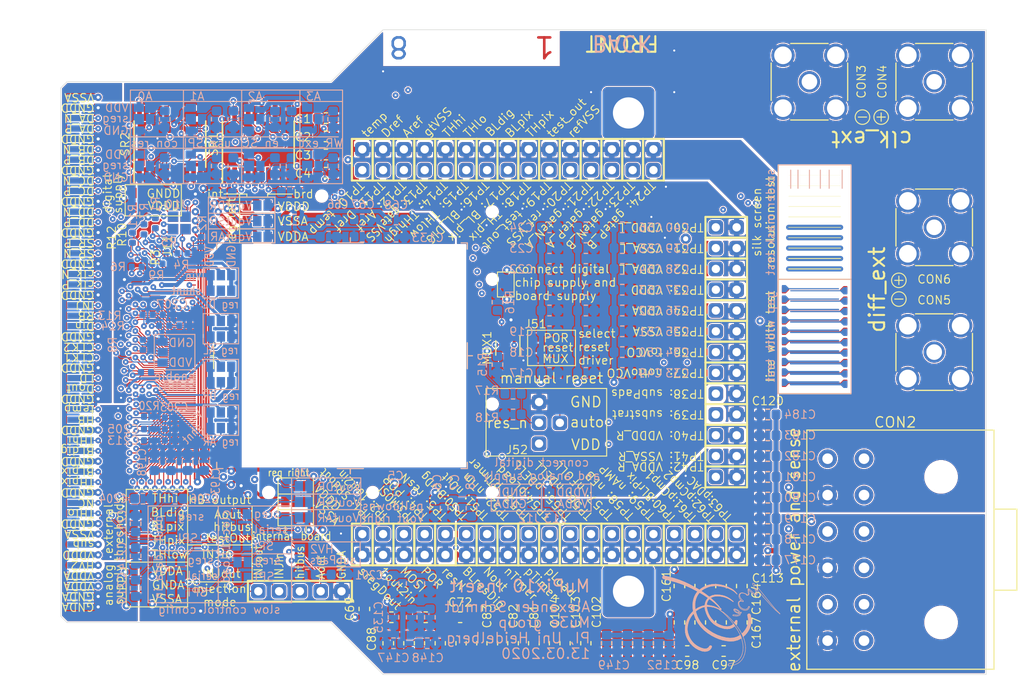
<source format=kicad_pcb>
(kicad_pcb (version 20171130) (host pcbnew "(5.1.6)-1")
  (title_block (date 2020-01-28))
  (layers (0 L1_Front.Cu mixed hide) (1 L2_Power1.Cu power hide) (2 L3_Vertikal.Cu signal hide) (3 L4_Power2.Cu power hide) (4 L5_Horizontal.Cu signal hide) (5 L6_GND.Cu power hide) (6 L7_Diagonal.Cu signal hide) (31 L8_Back.Cu mixed hide) (34 B.Paste user hide) (35 F.Paste user hide) (36 B.SilkS user hide) (37 F.SilkS user hide) (38 B.Mask user hide) (39 F.Mask user hide) (44 Edge.Cuts user))
  (net 0 "")
  (net 1 S_in_P)
  (net 2 S_in_N)
  (net 3 sync_res_N)
  (net 4 sync_res_P)
  (net 5 clk_ext_P)
  (net 6 clk_ext_N)
  (net 7 VDDD)
  (net 8 GNDD)
  (net 9 VDDD_left)
  (net 10 VDDD_right)
  (net 11 GNDA)
  (net 12 VDDA)
  (net 13 VDDA_left)
  (net 14 VDDA_right)
  (net 15 VSSA)
  (net 16 VSSA_left)
  (net 17 VSSA_right)
  (net 18 substrate)
  (net 19 HV_2)
  (net 20 "/External Connectors/GNDD_sense")
  (net 21 "/External Connectors/VDDD_sense")
  (net 22 "/External Connectors/VDDA_sense")
  (net 23 "/External Connectors/GNDA_sense")
  (net 24 "/External Connectors/VSSA_sense")
  (net 25 sync_res_edgecon_P)
  (net 26 sync_res_edgecon_N)
  (net 27 injection)
  (net 28 CTRL_RB)
  (net 29 CTRL_D_in)
  (net 30 CTRL_clk_2)
  (net 31 CTRL_clk_1)
  (net 32 CTRL_LD)
  (net 33 CTRL_D_out)
  (net 34 temperature_diode)
  (net 35 HB_edgecon)
  (net 36 TH_high)
  (net 37 BL_DIG)
  (net 38 BL_pix)
  (net 39 TH_pix)
  (net 40 TH_low)
  (net 41 differential_ext_N)
  (net 42 differential_ext_P)
  (net 43 serial_clk)
  (net 44 shiftreg_clk)
  (net 45 SPI_SCK)
  (net 46 serial_D_in)
  (net 47 shiftreg_D_in)
  (net 48 SPI_MOSI)
  (net 49 shiftreg_LD)
  (net 50 SPI_CSB)
  (net 51 shiftreg_D_out)
  (net 52 SPI_MISO)
  (net 53 substrate_pads)
  (net 54 V_out_SL)
  (net 55 V_out_SR)
  (net 56 V_out_AL)
  (net 57 V_out_AR)
  (net 58 V_out_DL)
  (net 59 V_out_DR)
  (net 60 hitbus)
  (net 61 A_out)
  (net 62 test_out)
  (net 63 A_3)
  (net 64 A_3_shiftreg)
  (net 65 A_2_shiftreg)
  (net 66 A_2)
  (net 67 A_1)
  (net 68 A_1_shiftreg)
  (net 69 A_0_shiftreg)
  (net 70 A_0)
  (net 71 WR_ext)
  (net 72 WR_ext_shiftreg)
  (net 73 enable_SC_shiftreg)
  (net 74 enable_SC)
  (net 75 use_SPI)
  (net 76 use_SPI_shiftreg)
  (net 77 connect_resistor_shiftreg)
  (net 78 connect_resistor)
  (net 79 res_n)
  (net 80 shunt_AL)
  (net 81 V_in_AL)
  (net 82 shunt_AR)
  (net 83 V_in_AR)
  (net 84 shunt_DL)
  (net 85 V_in_DL)
  (net 86 shunt_DR)
  (net 87 V_in_DR)
  (net 88 inject_out)
  (net 89 inject_in)
  (net 90 POR)
  (net 91 use_SPIRO)
  (net 92 LD_test)
  (net 93 LD_column)
  (net 94 LD_TDAC)
  (net 95 to_VCO)
  (net 96 not_to_VCO)
  (net 97 LD_config)
  (net 98 LD_bias)
  (net 99 LD_VDAC)
  (net 100 D_ref)
  (net 101 A_ref)
  (net 102 gate_VSS)
  (net 103 ref_VSS)
  (net 104 gate_n_A)
  (net 105 gate_p_A)
  (net 106 gate_n_B)
  (net 107 gate_p_B)
  (net 108 BL_RES_DIG)
  (net 109 n_out)
  (net 110 n_timer)
  (net 111 p_timer)
  (net 112 p_load)
  (net 113 p_DELL)
  (net 114 n_DELL)
  (net 115 n_FOLL)
  (net 116 n_FB)
  (net 117 n_AMP)
  (net 118 BL_R_pix)
  (net 119 p_COMP_1)
  (net 120 p_COMP_2)
  (net 121 p_DAC)
  (net 122 use_POR)
  (net 123 data_between_shiftregs)
  (net 124 "/Filter/Filters for Analog Signals/to_VCO_buffer")
  (net 125 "/Filter/Filters for Analog Signals/not_to_VCO_buffer")
  (net 126 "/Multiplexer for Setting ResN/resn_automatic")
  (net 127 "/Multiplexer for Setting ResN/resn_MUX")
  (net 128 res_n_software)
  (net 129 clk_P)
  (net 130 clk_N)
  (net 131 data_D_P)
  (net 132 data_D_N)
  (net 133 data_C_P)
  (net 134 data_C_N)
  (net 135 data_B_P)
  (net 136 data_B_N)
  (net 137 data_A_P)
  (net 138 data_A_N)
  (net 139 TH_low_edgecon)
  (net 140 TH_pix_edgecon)
  (net 141 BL_pix_edgecon)
  (net 142 BL_DIG_edgecon)
  (net 143 TH_high_edgecon)
  (net 144 "Net-(MPX1-Pad52)")
  (net 145 "Net-(MPX1-Pad50)")
  (net 146 GNDA_edgecon)
  (net 147 VDDA_edgecon)
  (net 148 VDDD_edgecon)
  (net 149 VSSA_edgecon)
  (net 150 GNDD_edgecon)
  (net 151 VDDD_board)
  (net 152 "Net-(CON1-Pad11)")
  (net 153 "Net-(PAD1-Pad1)")
  (net 154 "Net-(PAD2-Pad1)")
  (module Capacitor_SMD:C_0603_1608Metric (layer L8_Back.Cu) (at 54 26)
    (fp_text reference C34 (at 5.3 0.03 180) (layer B.SilkS) (effects (font (size 0.8 0.8) (thickness 0.1)) (justify mirror)))
    (fp_text value 1µ)
    (pad 2 smd roundrect (at 0.7875 0) (size 0.875 0.95) (layers L8_Back.Cu B.Paste B.Mask) (net 8 GNDD))
    (pad 1 smd roundrect (at -0.7875 0) (size 0.875 0.95) (layers L8_Back.Cu B.Paste B.Mask) (net 7 VDDD))
  )
  (module Capacitor_SMD:C_0603_1608Metric (layer L8_Back.Cu) (at 54 28)
    (fp_text reference C33 (at 5.3 0.03 180) (layer B.SilkS) (effects (font (size 0.8 0.8) (thickness 0.1)) (justify mirror)))
    (fp_text value 1µ)
    (pad 2 smd roundrect (at 0.7875 0) (size 0.875 0.95) (layers L8_Back.Cu B.Paste B.Mask) (net 8 GNDD))
    (pad 1 smd roundrect (at -0.7875 0) (size 0.875 0.95) (layers L8_Back.Cu B.Paste B.Mask) (net 7 VDDD))
  )
  (module Capacitor_SMD:C_0603_1608Metric (layer L8_Back.Cu) (at 47 28)
    (fp_text reference C17 (at -2.7 0.03 180) (layer B.SilkS) (effects (font (size 0.8 0.8) (thickness 0.1)) (justify mirror)))
    (fp_text value 100n)
    (pad 2 smd roundrect (at 0.7875 0) (size 0.875 0.95) (layers L8_Back.Cu B.Paste B.Mask) (net 8 GNDD))
    (pad 1 smd roundrect (at -0.7875 0) (size 0.875 0.95) (layers L8_Back.Cu B.Paste B.Mask) (net 7 VDDD))
  )
  (module MuPix10:MuPix10_Insert_noPads (layer L1_Front.Cu) (at 12.9 16.2 270)
    (fp_text reference MPX1 hide)
    (fp_text value MuPix10_Bondpads)
    (pad 59 smd rect (at 13.28 0 270) (size 0.1 0.2) (layers L1_Front.Cu F.Mask) (net 100 D_ref) (clearance 0.1))
    (pad 92 smd rect (at 19.88 0 270) (size 0.1 0.2) (layers L1_Front.Cu F.Mask) (net 121 p_DAC) (clearance 0.1))
    (pad 58 smd rect (at 13.08 0 270) (size 0.1 0.2) (layers L1_Front.Cu F.Mask) (net 59 V_out_DR) (clearance 0.1))
    (pad 70 smd rect (at 15.48 0 270) (size 0.1 0.2) (layers L1_Front.Cu F.Mask) (net 37 BL_DIG) (clearance 0.1))
    (pad 57 smd rect (at 12.88 0 270) (size 0.1 0.2) (layers L1_Front.Cu F.Mask) (net 86 shunt_DR) (clearance 0.1))
    (pad 81 smd rect (at 17.68 0 270) (size 0.1 0.2) (layers L1_Front.Cu F.Mask) (net 110 n_timer) (clearance 0.1))
    (pad 80 smd rect (at 17.48 0 270) (size 0.1 0.2) (layers L1_Front.Cu F.Mask) (net 109 n_out) (clearance 0.1))
    (pad 56 smd rect (at 12.68 0 270) (size 0.1 0.2) (layers L1_Front.Cu F.Mask) (net 87 V_in_DR) (clearance 0.1))
    (pad 74 smd rect (at 16.28 0 270) (size 0.1 0.2) (layers L1_Front.Cu F.Mask) (net 103 ref_VSS) (clearance 0.1))
    (pad 65 smd rect (at 14.48 0 270) (size 0.1 0.2) (layers L1_Front.Cu F.Mask) (net 102 gate_VSS) (clearance 0.1))
    (pad 82 smd rect (at 17.88 0 270) (size 0.1 0.2) (layers L1_Front.Cu F.Mask) (net 111 p_timer) (clearance 0.1))
    (pad 90 smd rect (at 19.48 0 270) (size 0.1 0.2) (layers L1_Front.Cu F.Mask) (net 119 p_COMP_1) (clearance 0.1))
    (pad 55 smd rect (at 12.48 0 270) (size 0.1 0.2) (layers L1_Front.Cu F.Mask) (net 79 res_n) (clearance 0.1))
    (pad 54 smd rect (at 12.28 0 270) (size 0.1 0.2) (layers L1_Front.Cu F.Mask) (net 60 hitbus) (clearance 0.1))
    (pad 53 smd rect (at 12.08 0 270) (size 0.1 0.2) (layers L1_Front.Cu F.Mask) (net 90 POR) (clearance 0.1))
    (pad 94 smd rect (at 4.0035 -1.325 270) (size 8.107 0.15) (layers L1_Front.Cu F.Mask) (net 9 VDDD_left) (clearance 0.1))
    (pad 78 smd rect (at 17.08 0 270) (size 0.1 0.2) (layers L1_Front.Cu F.Mask) (net 107 gate_p_B) (clearance 0.1))
    (pad 68 smd rect (at 15.08 0 270) (size 0.1 0.2) (layers L1_Front.Cu F.Mask) (net 36 TH_high) (clearance 0.1))
    (pad 75 smd rect (at 16.48 0 270) (size 0.1 0.2) (layers L1_Front.Cu F.Mask) (net 104 gate_n_A) (clearance 0.1))
    (pad 76 smd rect (at 16.68 0 270) (size 0.1 0.2) (layers L1_Front.Cu F.Mask) (net 105 gate_p_A) (clearance 0.1))
    (pad 79 smd rect (at 17.28 0 270) (size 0.1 0.2) (layers L1_Front.Cu F.Mask) (net 108 BL_RES_DIG) (clearance 0.1))
    (pad 71 smd rect (at 15.68 0 270) (size 0.1 0.2) (layers L1_Front.Cu F.Mask) (net 38 BL_pix) (clearance 0.1))
    (pad 96 smd rect (at 10.14 -1.075 270) (size 20.38 0.15) (layers L1_Front.Cu F.Mask) (net 8 GNDD) (clearance 0.1))
    (pad 84 smd rect (at 18.28 0 270) (size 0.1 0.2) (layers L1_Front.Cu F.Mask) (net 113 p_DELL) (clearance 0.1))
    (pad 91 smd rect (at 19.68 0 270) (size 0.1 0.2) (layers L1_Front.Cu F.Mask) (net 120 p_COMP_2) (clearance 0.1))
    (pad 77 smd rect (at 16.88 0 270) (size 0.1 0.2) (layers L1_Front.Cu F.Mask) (net 106 gate_n_B) (clearance 0.1))
    (pad 93 smd rect (at 20.23 0 270) (size 0.2 0.2) (layers L1_Front.Cu F.Mask) (net 18 substrate) (clearance 0.1))
    (pad 73 smd rect (at 16.08 0 270) (size 0.1 0.2) (layers L1_Front.Cu F.Mask) (net 62 test_out) (clearance 0.1))
    (pad 72 smd rect (at 15.88 0 270) (size 0.1 0.2) (layers L1_Front.Cu F.Mask) (net 39 TH_pix) (clearance 0.1))
    (pad 67 smd rect (at 14.88 0 270) (size 0.1 0.2) (layers L1_Front.Cu F.Mask) (net 61 A_out) (clearance 0.1))
    (pad 64 smd rect (at 14.28 0 270) (size 0.1 0.2) (layers L1_Front.Cu F.Mask) (net 55 V_out_SR) (clearance 0.1))
    (pad 63 smd rect (at 14.08 0 270) (size 0.1 0.2) (layers L1_Front.Cu F.Mask) (net 101 A_ref) (clearance 0.1))
    (pad 86 smd rect (at 18.68 0 270) (size 0.1 0.2) (layers L1_Front.Cu F.Mask) (net 115 n_FOLL) (clearance 0.1))
    (pad 85 smd rect (at 18.48 0 270) (size 0.1 0.2) (layers L1_Front.Cu F.Mask) (net 114 n_DELL) (clearance 0.1))
    (pad 66 smd rect (at 14.68 0 270) (size 0.1 0.2) (layers L1_Front.Cu F.Mask) (net 88 inject_out) (clearance 0.1))
    (pad 88 smd rect (at 19.08 0 270) (size 0.1 0.2) (layers L1_Front.Cu F.Mask) (net 117 n_AMP) (clearance 0.1))
    (pad 83 smd rect (at 18.08 0 270) (size 0.1 0.2) (layers L1_Front.Cu F.Mask) (net 112 p_load) (clearance 0.1))
    (pad 89 smd rect (at 19.28 0 270) (size 0.1 0.2) (layers L1_Front.Cu F.Mask) (net 118 BL_R_pix) (clearance 0.1))
    (pad 87 smd rect (at 18.88 0 270) (size 0.1 0.2) (layers L1_Front.Cu F.Mask) (net 116 n_FB) (clearance 0.1))
    (pad 69 smd rect (at 15.28 0 270) (size 0.1 0.2) (layers L1_Front.Cu F.Mask) (net 40 TH_low) (clearance 0.1))
    (pad 62 smd rect (at 13.88 0 270) (size 0.1 0.2) (layers L1_Front.Cu F.Mask) (net 57 V_out_AR) (clearance 0.1))
    (pad 61 smd rect (at 13.68 0 270) (size 0.1 0.2) (layers L1_Front.Cu F.Mask) (net 82 shunt_AR) (clearance 0.1))
    (pad 60 smd rect (at 13.48 0 270) (size 0.1 0.2) (layers L1_Front.Cu F.Mask) (net 83 V_in_AR) (clearance 0.1))
    (pad 99 smd rect (at 10.14 -0.575 270) (size 20.38 0.15) (layers L1_Front.Cu F.Mask) (net 11 GNDA) (clearance 0.1))
    (pad 97 smd rect (at 4.0035 -0.825 270) (size 8.107 0.15) (layers L1_Front.Cu F.Mask) (net 16 VSSA_left) (clearance 0.1))
    (pad 100 smd rect (at 4.0035 -0.325 270) (size 8.107 0.15) (layers L1_Front.Cu F.Mask) (net 13 VDDA_left) (clearance 0.1))
    (pad 101 smd rect (at 14.38 -0.325 270) (size 11.9 0.15) (layers L1_Front.Cu F.Mask) (net 14 VDDA_right) (clearance 0.1))
    (pad 28 smd rect (at 6.807 0 270) (size 0.1 0.2) (layers L1_Front.Cu F.Mask) (net 30 CTRL_clk_2) (clearance 0.1))
    (pad 10 smd rect (at 1.912 0 270) (size 0.1 0.2) (layers L1_Front.Cu F.Mask) (net 134 data_C_N) (clearance 0.1))
    (pad 48 smd rect (at 11.08 0 270) (size 0.1 0.2) (layers L1_Front.Cu F.Mask) (net 71 WR_ext) (clearance 0.1))
    (pad 36 smd rect (at 8.68 0 270) (size 0.1 0.2) (layers L1_Front.Cu F.Mask) (net 96 not_to_VCO) (clearance 0.1))
    (pad 14 smd rect (at 2.712 0 270) (size 0.1 0.2) (layers L1_Front.Cu F.Mask) (net 3 sync_res_N) (clearance 0.1))
    (pad 19 smd rect (at 4.188 0 270) (size 0.1 0.2) (layers L1_Front.Cu F.Mask) (net 81 V_in_AL) (clearance 0.1))
    (pad 50 smd rect (at 11.48 0 270) (size 0.1 0.2) (layers L1_Front.Cu F.Mask) (net 145 "Net-(MPX1-Pad50)") (clearance 0.1))
    (pad 49 smd rect (at 11.28 0 270) (size 0.1 0.2) (layers L1_Front.Cu F.Mask) (net 50 SPI_CSB) (clearance 0.1))
    (pad 45 smd rect (at 10.48 0 270) (size 0.1 0.2) (layers L1_Front.Cu F.Mask) (net 48 SPI_MOSI) (clearance 0.1))
    (pad 27 smd rect (at 6.607 0 270) (size 0.1 0.2) (layers L1_Front.Cu F.Mask) (net 67 A_1) (clearance 0.1))
    (pad 7 smd rect (at 1.312 0 270) (size 0.1 0.2) (layers L1_Front.Cu F.Mask) (net 135 data_B_P) (clearance 0.1))
    (pad 25 smd rect (at 6.207 0 270) (size 0.1 0.2) (layers L1_Front.Cu F.Mask) (net 70 A_0) (clearance 0.1))
    (pad 98 smd rect (at 14.38 -0.825 270) (size 11.9 0.15) (layers L1_Front.Cu F.Mask) (net 17 VSSA_right) (clearance 0.1))
    (pad 8 smd rect (at 1.512 0 270) (size 0.1 0.2) (layers L1_Front.Cu F.Mask) (net 136 data_B_N) (clearance 0.1))
    (pad 34 smd rect (at 8.007 0 270) (size 0.1 0.2) (layers L1_Front.Cu F.Mask) (net 94 LD_TDAC) (clearance 0.1))
    (pad 4 smd rect (at 0.6 0 270) (size 0.1 0.2) (layers L1_Front.Cu F.Mask) (net 1 S_in_P) (clearance 0.1))
    (pad 26 smd rect (at 6.407 0 270) (size 0.1 0.2) (layers L1_Front.Cu F.Mask) (net 43 serial_clk) (clearance 0.1))
    (pad 2 smd rect (at 0.2 0 270) (size 0.1 0.2) (layers L1_Front.Cu F.Mask) (net 129 clk_P) (clearance 0.1))
    (pad 43 smd rect (at 10.08 0 270) (size 0.1 0.2) (layers L1_Front.Cu F.Mask) (net 5 clk_ext_P) (clearance 0.1))
    (pad 23 smd rect (at 5.807 0 270) (size 0.1 0.2) (layers L1_Front.Cu F.Mask) (net 34 temperature_diode) (clearance 0.1))
    (pad 47 smd rect (at 10.88 0 270) (size 0.1 0.2) (layers L1_Front.Cu F.Mask) (net 45 SPI_SCK) (clearance 0.1))
    (pad 44 smd rect (at 10.28 0 270) (size 0.1 0.2) (layers L1_Front.Cu F.Mask) (net 89 inject_in) (clearance 0.1))
    (pad 29 smd rect (at 7.007 0 270) (size 0.1 0.2) (layers L1_Front.Cu F.Mask) (net 66 A_2) (clearance 0.1))
    (pad 13 smd rect (at 2.512 0 270) (size 0.1 0.2) (layers L1_Front.Cu F.Mask) (net 4 sync_res_P) (clearance 0.1))
    (pad 42 smd rect (at 9.88 0 270) (size 0.1 0.2) (layers L1_Front.Cu F.Mask) (net 99 LD_VDAC) (clearance 0.1))
    (pad 21 smd rect (at 4.588 0 270) (size 0.1 0.2) (layers L1_Front.Cu F.Mask) (net 56 V_out_AL) (clearance 0.1))
    (pad 18 smd rect (at 3.988 0 270) (size 0.1 0.2) (layers L1_Front.Cu F.Mask) (net 58 V_out_DL) (clearance 0.1))
    (pad 35 smd rect (at 8.48 0 270) (size 0.1 0.2) (layers L1_Front.Cu F.Mask) (net 95 to_VCO) (clearance 0.1))
    (pad 31 smd rect (at 7.407 0 270) (size 0.1 0.2) (layers L1_Front.Cu F.Mask) (net 63 A_3) (clearance 0.1))
    (pad 24 smd rect (at 6.007 0 270) (size 0.1 0.2) (layers L1_Front.Cu F.Mask) (net 46 serial_D_in) (clearance 0.1))
    (pad 9 smd rect (at 1.712 0 270) (size 0.1 0.2) (layers L1_Front.Cu F.Mask) (net 133 data_C_P) (clearance 0.1))
    (pad 3 smd rect (at 0.4 0 270) (size 0.1 0.2) (layers L1_Front.Cu F.Mask) (net 2 S_in_N) (clearance 0.1))
    (pad 37 smd rect (at 8.88 0 270) (size 0.1 0.2) (layers L1_Front.Cu F.Mask) (net 75 use_SPI) (clearance 0.1))
    (pad 30 smd rect (at 7.207 0 270) (size 0.1 0.2) (layers L1_Front.Cu F.Mask) (net 92 LD_test) (clearance 0.1))
    (pad 17 smd rect (at 3.788 0 270) (size 0.1 0.2) (layers L1_Front.Cu F.Mask) (net 84 shunt_DL) (clearance 0.1))
    (pad 51 smd rect (at 11.68 0 270) (size 0.1 0.2) (layers L1_Front.Cu F.Mask) (net 52 SPI_MISO) (clearance 0.1))
    (pad 39 smd rect (at 9.28 0 270) (size 0.1 0.2) (layers L1_Front.Cu F.Mask) (net 74 enable_SC) (clearance 0.1))
    (pad 46 smd rect (at 10.68 0 270) (size 0.1 0.2) (layers L1_Front.Cu F.Mask) (net 91 use_SPIRO) (clearance 0.1))
    (pad 12 smd rect (at 2.312 0 270) (size 0.1 0.2) (layers L1_Front.Cu F.Mask) (net 132 data_D_N) (clearance 0.1))
    (pad 16 smd rect (at 3.35 0 270) (size 0.1 0.2) (layers L1_Front.Cu F.Mask) (net 53 substrate_pads) (clearance 0.1))
    (pad 15 smd rect (at 2.912 0 270) (size 0.1 0.2) (layers L1_Front.Cu F.Mask) (net 85 V_in_DL) (clearance 0.1))
    (pad 6 smd rect (at 1.112 0 270) (size 0.1 0.2) (layers L1_Front.Cu F.Mask) (net 138 data_A_N) (clearance 0.1))
    (pad 40 smd rect (at 9.48 0 270) (size 0.1 0.2) (layers L1_Front.Cu F.Mask) (net 98 LD_bias) (clearance 0.1))
    (pad 5 smd rect (at 0.912 0 270) (size 0.1 0.2) (layers L1_Front.Cu F.Mask) (net 137 data_A_P) (clearance 0.1))
    (pad 1 smd rect (at 0 0 270) (size 0.1 0.2) (layers L1_Front.Cu F.Mask) (net 130 clk_N) (clearance 0.1))
    (pad 95 smd rect (at 14.38 -1.325 270) (size 11.9 0.15) (layers L1_Front.Cu F.Mask) (net 10 VDDD_right) (clearance 0.1))
    (pad 38 smd rect (at 9.08 0 270) (size 0.1 0.2) (layers L1_Front.Cu F.Mask) (net 97 LD_config) (clearance 0.1))
    (pad 33 smd rect (at 7.807 0 270) (size 0.1 0.2) (layers L1_Front.Cu F.Mask) (net 78 connect_resistor) (clearance 0.1))
    (pad 22 smd rect (at 5.327 0 270) (size 0.1 0.2) (layers L1_Front.Cu F.Mask) (net 54 V_out_SL) (clearance 0.1))
    (pad 20 smd rect (at 4.388 0 270) (size 0.1 0.2) (layers L1_Front.Cu F.Mask) (net 80 shunt_AL) (clearance 0.1))
    (pad 11 smd rect (at 2.112 0 270) (size 0.1 0.2) (layers L1_Front.Cu F.Mask) (net 131 data_D_P) (clearance 0.1))
    (pad 52 smd rect (at 11.88 0 270) (size 0.1 0.2) (layers L1_Front.Cu F.Mask) (net 144 "Net-(MPX1-Pad52)") (clearance 0.1))
    (pad 41 smd rect (at 9.68 0 270) (size 0.1 0.2) (layers L1_Front.Cu F.Mask) (net 6 clk_ext_N) (clearance 0.1))
    (pad 32 smd rect (at 7.607 0 270) (size 0.1 0.2) (layers L1_Front.Cu F.Mask) (net 93 LD_column) (clearance 0.1))
  )
  (module Resistor_SMD:R_0603_1608Metric (layer L8_Back.Cu) (at 20.6 3.6 270)
    (fp_text reference R23 hide)
    (fp_text value 10k)
    (pad 2 smd roundrect (at 0.7875 0 270) (size 0.875 0.95) (layers L8_Back.Cu B.Paste B.Mask) (net 8 GNDD))
    (pad 1 smd roundrect (at -0.7875 0 270) (size 0.875 0.95) (layers L8_Back.Cu B.Paste B.Mask) (net 65 A_2_shiftreg))
  )
  (module Resistor_SMD:R_0603_1608Metric (layer L8_Back.Cu) (at 20.6 8.1 270)
    (fp_text reference R27 hide)
    (fp_text value 10k)
    (pad 2 smd roundrect (at 0.7875 0 270) (size 0.875 0.95) (layers L8_Back.Cu B.Paste B.Mask) (net 8 GNDD))
    (pad 1 smd roundrect (at -0.7875 0 270) (size 0.875 0.95) (layers L8_Back.Cu B.Paste B.Mask) (net 73 enable_SC_shiftreg))
  )
  (module Resistor_SMD:R_0603_1608Metric (layer L8_Back.Cu) (at 22 10.6)
    (fp_text reference R34 hide)
    (fp_text value 10k)
    (pad 2 smd roundrect (at 0.7875 0) (size 0.875 0.95) (layers L8_Back.Cu B.Paste B.Mask) (net 8 GNDD))
    (pad 1 smd roundrect (at -0.7875 0) (size 0.875 0.95) (layers L8_Back.Cu B.Paste B.Mask) (net 99 LD_VDAC))
  )
  (module Resistor_SMD:R_0603_1608Metric (layer L8_Back.Cu) (at 22.2 8.1 270)
    (fp_text reference R33 hide)
    (fp_text value 10k)
    (pad 2 smd roundrect (at 0.7875 0 270) (size 0.875 0.95) (layers L8_Back.Cu B.Paste B.Mask) (net 8 GNDD))
    (pad 1 smd roundrect (at -0.7875 0 270) (size 0.875 0.95) (layers L8_Back.Cu B.Paste B.Mask) (net 98 LD_bias))
  )
  (module Resistor_SMD:R_0603_1608Metric (layer L8_Back.Cu) (at 22.2 3.6 270)
    (fp_text reference R32 hide)
    (fp_text value 10k)
    (pad 2 smd roundrect (at 0.7875 0 270) (size 0.875 0.95) (layers L8_Back.Cu B.Paste B.Mask) (net 8 GNDD))
    (pad 1 smd roundrect (at -0.7875 0 270) (size 0.875 0.95) (layers L8_Back.Cu B.Paste B.Mask) (net 97 LD_config))
  )
  (module Resistor_SMD:R_0603_1608Metric (layer L8_Back.Cu) (at 16.6 3.6 270)
    (fp_text reference R31 hide)
    (fp_text value 10k)
    (pad 2 smd roundrect (at 0.7875 0 270) (size 0.875 0.95) (layers L8_Back.Cu B.Paste B.Mask) (net 8 GNDD))
    (pad 1 smd roundrect (at -0.7875 0 270) (size 0.875 0.95) (layers L8_Back.Cu B.Paste B.Mask) (net 94 LD_TDAC))
  )
  (module Resistor_SMD:R_0603_1608Metric (layer L8_Back.Cu) (at 16.6 8.1 270)
    (fp_text reference R30 hide)
    (fp_text value 10k)
    (pad 2 smd roundrect (at 0.7875 0 270) (size 0.875 0.95) (layers L8_Back.Cu B.Paste B.Mask) (net 8 GNDD))
    (pad 1 smd roundrect (at -0.7875 0 270) (size 0.875 0.95) (layers L8_Back.Cu B.Paste B.Mask) (net 93 LD_column))
  )
  (module Resistor_SMD:R_0603_1608Metric (layer L8_Back.Cu) (at 15.7 10.7 180)
    (fp_text reference R29 hide)
    (fp_text value 10k)
    (pad 2 smd roundrect (at 0.7875 0 180) (size 0.875 0.95) (layers L8_Back.Cu B.Paste B.Mask) (net 8 GNDD))
    (pad 1 smd roundrect (at -0.7875 0 180) (size 0.875 0.95) (layers L8_Back.Cu B.Paste B.Mask) (net 92 LD_test))
  )
  (module Resistor_SMD:R_0603_1608Metric (layer L8_Back.Cu) (at 26.2 8.1 270)
    (fp_text reference R28 hide)
    (fp_text value 10k)
    (pad 2 smd roundrect (at 0.7875 0 270) (size 0.875 0.95) (layers L8_Back.Cu B.Paste B.Mask) (net 8 GNDD))
    (pad 1 smd roundrect (at -0.7875 0 270) (size 0.875 0.95) (layers L8_Back.Cu B.Paste B.Mask) (net 72 WR_ext_shiftreg))
  )
  (module Resistor_SMD:R_0603_1608Metric (layer L8_Back.Cu) (at 15 8.1 270)
    (fp_text reference R26 hide)
    (fp_text value 10k)
    (pad 2 smd roundrect (at 0.7875 0 270) (size 0.875 0.95) (layers L8_Back.Cu B.Paste B.Mask) (net 8 GNDD))
    (pad 1 smd roundrect (at -0.7875 0 270) (size 0.875 0.95) (layers L8_Back.Cu B.Paste B.Mask) (net 76 use_SPI_shiftreg))
  )
  (module Resistor_SMD:R_0603_1608Metric (layer L8_Back.Cu) (at 10 8.1 270)
    (fp_text reference R25 hide)
    (fp_text value 10k)
    (pad 2 smd roundrect (at 0.7875 0 270) (size 0.875 0.95) (layers L8_Back.Cu B.Paste B.Mask) (net 8 GNDD))
    (pad 1 smd roundrect (at -0.7875 0 270) (size 0.875 0.95) (layers L8_Back.Cu B.Paste B.Mask) (net 77 connect_resistor_shiftreg))
  )
  (module Resistor_SMD:R_0603_1608Metric (layer L8_Back.Cu) (at 26.2 3.6 270)
    (fp_text reference R24 hide)
    (fp_text value 10k)
    (pad 2 smd roundrect (at 0.7875 0 270) (size 0.875 0.95) (layers L8_Back.Cu B.Paste B.Mask) (net 8 GNDD))
    (pad 1 smd roundrect (at -0.7875 0 270) (size 0.875 0.95) (layers L8_Back.Cu B.Paste B.Mask) (net 64 A_3_shiftreg))
  )
  (module Resistor_SMD:R_0603_1608Metric (layer L8_Back.Cu) (at 15 3.6 270)
    (fp_text reference R22 hide)
    (fp_text value 10k)
    (pad 2 smd roundrect (at 0.7875 0 270) (size 0.875 0.95) (layers L8_Back.Cu B.Paste B.Mask) (net 8 GNDD))
    (pad 1 smd roundrect (at -0.7875 0 270) (size 0.875 0.95) (layers L8_Back.Cu B.Paste B.Mask) (net 68 A_1_shiftreg))
  )
  (module Resistor_SMD:R_0603_1608Metric (layer L8_Back.Cu) (at 10 3.6 270)
    (fp_text reference R21 hide)
    (fp_text value 10k)
    (pad 2 smd roundrect (at 0.7875 0 270) (size 0.875 0.95) (layers L8_Back.Cu B.Paste B.Mask) (net 8 GNDD))
    (pad 1 smd roundrect (at -0.7875 0 270) (size 0.875 0.95) (layers L8_Back.Cu B.Paste B.Mask) (net 69 A_0_shiftreg))
  )
  (module mu3e_jumpers:pin_jumper_1 (layer L1_Front.Cu) (at 27 49 90)
    (fp_text reference TP74 hide)
    (fp_text value TestPoint hide)
    (pad 1 thru_hole roundrect (at 0 0 90) (size 1.4 1.4) (drill 0.8) (layers *.Cu *.Mask) (net 11 GNDA))
  )
  (module mu3e_jumpers:pin_jumper_1 (layer L1_Front.Cu) (at 25 49 90)
    (fp_text reference TP73 hide)
    (fp_text value TestPoint hide)
    (pad 1 thru_hole roundrect (at 0 0 90) (size 1.4 1.4) (drill 0.8) (layers *.Cu *.Mask) (net 61 A_out))
  )
  (module mu3e_jumpers:pin_jumper_1 (layer L1_Front.Cu) (at 19 49 90)
    (fp_text reference TP72 hide)
    (fp_text value TestPoint hide)
    (pad 1 thru_hole roundrect (at 0 0 90) (size 1.4 1.4) (drill 0.8) (layers *.Cu *.Mask) (net 88 inject_out))
  )
  (module mu3e_jumpers:pin_jumper_1 (layer L1_Front.Cu) (at 23 49 90)
    (fp_text reference TP71 hide)
    (fp_text value TestPoint hide)
    (pad 1 thru_hole roundrect (at 0 0 90) (size 1.4 1.4) (drill 0.8) (layers *.Cu *.Mask) (net 60 hitbus))
  )
  (module mu3e_jumpers:pin_jumper_1 (layer L1_Front.Cu) (at 21 49 90)
    (fp_text reference TP70 hide)
    (fp_text value TestPoint hide)
    (pad 1 thru_hole roundrect (at 0 0 90) (size 1.4 1.4) (drill 0.8) (layers *.Cu *.Mask) (net 89 inject_in))
  )
  (module mu3e_jumpers:pin_jumper_2 (layer L1_Front.Cu) (at 57 8.5 90)
    (fp_text reference TP24 hide)
    (fp_text value TestPoint_2Pole)
    (pad 2 thru_hole roundrect (at 2 0 90) (size 1.4 1.4) (drill 0.8) (layers *.Cu *.Mask) (net 11 GNDA))
    (pad 1 thru_hole roundrect (at 0 0 90) (size 1.4 1.4) (drill 0.8) (layers *.Cu *.Mask) (net 107 gate_p_B))
  )
  (module mu3e_connectors:Molex_172316_12pin (layer L1_Front.Cu) (at 73.75 53.75 90)
    (fp_text reference CON2 (at 21 6.5 180) (layer F.SilkS) (effects (font (thickness 0.12))))
    (fp_text value Conn_02x06_Top_Bottom)
    (pad 1 thru_hole circle (at 0 0 90) (size 1.8 1.8) (drill 1.02) (layers *.Cu *.Mask) (net 11 GNDA))
    (pad "" np_thru_hole circle (at 15.75 10.91 90) (size 3.05 3.05) (drill 3.05) (layers *.Cu))
    (pad "" np_thru_hole circle (at 1.75 10.91 90) (size 3.05 3.05) (drill 3.05) (layers *.Cu))
    (pad 12 thru_hole circle (at 17.5 3.5 90) (size 1.8 1.8) (drill 1.02) (layers *.Cu *.Mask) (net 21 "/External Connectors/VDDD_sense"))
    (pad 11 thru_hole circle (at 14 3.5 90) (size 1.8 1.8) (drill 1.02) (layers *.Cu *.Mask) (net 20 "/External Connectors/GNDD_sense"))
    (pad 10 thru_hole circle (at 10.5 3.5 90) (size 1.8 1.8) (drill 1.02) (layers *.Cu *.Mask) (net 24 "/External Connectors/VSSA_sense"))
    (pad 9 thru_hole circle (at 7 3.5 90) (size 1.8 1.8) (drill 1.02) (layers *.Cu *.Mask) (net 23 "/External Connectors/GNDA_sense"))
    (pad 8 thru_hole circle (at 3.5 3.5 90) (size 1.8 1.8) (drill 1.02) (layers *.Cu *.Mask) (net 22 "/External Connectors/VDDA_sense"))
    (pad 7 thru_hole circle (at 0 3.5 90) (size 1.8 1.8) (drill 1.02) (layers *.Cu *.Mask) (net 23 "/External Connectors/GNDA_sense"))
    (pad 6 thru_hole circle (at 17.5 0 90) (size 1.8 1.8) (drill 1.02) (layers *.Cu *.Mask) (net 7 VDDD))
    (pad 5 thru_hole circle (at 14 0 90) (size 1.8 1.8) (drill 1.02) (layers *.Cu *.Mask) (net 8 GNDD))
    (pad 4 thru_hole circle (at 10.5 0 90) (size 1.8 1.8) (drill 1.02) (layers *.Cu *.Mask) (net 15 VSSA))
    (pad 3 thru_hole circle (at 7 0 90) (size 1.8 1.8) (drill 1.02) (layers *.Cu *.Mask) (net 11 GNDA))
    (pad 2 thru_hole circle (at 3.5 0 90) (size 1.8 1.8) (drill 1.02) (layers *.Cu *.Mask) (net 12 VDDA))
  )
  (module mu3e_jumpers:solder_jumper_3 (layer L8_Back.Cu) (at 16.4 24.5 180)
    (fp_text reference J23 hide)
    (fp_text value jumper_3 hide)
    (pad 2 smd rect (at 2 0 180) (size 0.8 1) (layers L8_Back.Cu B.Mask) (net 12 VDDA))
    (pad 0 smd rect (at 1 0 180) (size 0.8 1) (layers L8_Back.Cu B.Mask) (net 80 shunt_AL))
    (pad 1 smd rect (at 0 0 180) (size 0.8 1) (layers L8_Back.Cu B.Mask) (net 11 GNDA))
  )
  (module Connector_Coaxial:SMA_Amphenol_132134_Vertical (layer L1_Front.Cu) (at 84 0)
    (fp_text reference CON4 (at -5 0 270) (layer F.SilkS) (effects (font (size 0.8 0.8) (thickness 0.1))))
    (fp_text value Conn_Coaxial_Power)
    (pad 2 thru_hole circle (at -2.54 2.54) (size 2.25 2.25) (drill 1.7) (layers *.Cu *.Mask) (net 8 GNDD))
    (pad 2 thru_hole circle (at -2.54 -2.54) (size 2.25 2.25) (drill 1.7) (layers *.Cu *.Mask) (net 8 GNDD))
    (pad 2 thru_hole circle (at 2.54 -2.54) (size 2.25 2.25) (drill 1.7) (layers *.Cu *.Mask) (net 8 GNDD))
    (pad 2 thru_hole circle (at 2.54 2.54) (size 2.25 2.25) (drill 1.7) (layers *.Cu *.Mask) (net 8 GNDD))
    (pad 1 thru_hole circle (at 0 0) (size 2.05 2.05) (drill 1.5) (layers *.Cu *.Mask) (net 5 clk_ext_P))
  )
  (module Connector_Coaxial:SMA_Amphenol_132134_Vertical (layer L1_Front.Cu) (at 72 0)
    (fp_text reference CON3 (at 5 0 90) (layer F.SilkS) (effects (font (size 0.8 0.8) (thickness 0.1))))
    (fp_text value Conn_Coaxial_Power)
    (pad 2 thru_hole circle (at -2.54 2.54) (size 2.25 2.25) (drill 1.7) (layers *.Cu *.Mask) (net 8 GNDD))
    (pad 2 thru_hole circle (at -2.54 -2.54) (size 2.25 2.25) (drill 1.7) (layers *.Cu *.Mask) (net 8 GNDD))
    (pad 2 thru_hole circle (at 2.54 -2.54) (size 2.25 2.25) (drill 1.7) (layers *.Cu *.Mask) (net 8 GNDD))
    (pad 2 thru_hole circle (at 2.54 2.54) (size 2.25 2.25) (drill 1.7) (layers *.Cu *.Mask) (net 8 GNDD))
    (pad 1 thru_hole circle (at 0 0) (size 2.05 2.05) (drill 1.5) (layers *.Cu *.Mask) (net 6 clk_ext_N))
  )
  (module mu3e_jumpers:solder_jumper_2 (layer L1_Front.Cu) (at 42.8 20 90)
    (fp_text reference J58 hide)
    (fp_text value SolderJumper hide)
    (pad 1 smd rect (at 0 0 90) (size 0.8 1) (layers L1_Front.Cu F.Mask) (net 151 VDDD_board))
    (pad 2 smd rect (at 1 0 90) (size 0.8 1) (layers L1_Front.Cu F.Mask) (net 7 VDDD))
  )
  (module mu3e_jumpers:solder_jumper_2 (layer L1_Front.Cu) (at 7 49.7)
    (fp_text reference J57 hide)
    (fp_text value SolderJumper hide)
    (pad 1 smd rect (at 0 0) (size 0.8 1) (layers L1_Front.Cu F.Mask) (net 149 VSSA_edgecon))
    (pad 2 smd rect (at 1 0) (size 0.8 1) (layers L1_Front.Cu F.Mask) (net 15 VSSA))
  )
  (module mu3e_jumpers:solder_jumper_2 (layer L1_Front.Cu) (at 7 47)
    (fp_text reference J56 hide)
    (fp_text value SolderJumper hide)
    (pad 1 smd rect (at 0 0) (size 0.8 1) (layers L1_Front.Cu F.Mask) (net 147 VDDA_edgecon))
    (pad 2 smd rect (at 1 0) (size 0.8 1) (layers L1_Front.Cu F.Mask) (net 12 VDDA))
  )
  (module mu3e_jumpers:solder_jumper_2 (layer L1_Front.Cu) (at 7 48.35)
    (fp_text reference J55 hide)
    (fp_text value SolderJumper hide)
    (pad 1 smd rect (at 0 0) (size 0.8 1) (layers L1_Front.Cu F.Mask) (net 146 GNDA_edgecon))
    (pad 2 smd rect (at 1 0) (size 0.8 1) (layers L1_Front.Cu F.Mask) (net 11 GNDA))
  )
  (module mu3e_jumpers:solder_jumper_2 (layer L1_Front.Cu) (at 6.9 12.1)
    (fp_text reference J54 hide)
    (fp_text value SolderJumper hide)
    (pad 1 smd rect (at 0 0) (size 0.8 1) (layers L1_Front.Cu F.Mask) (net 148 VDDD_edgecon))
    (pad 2 smd rect (at 1 0) (size 0.8 1) (layers L1_Front.Cu F.Mask) (net 151 VDDD_board))
  )
  (module mu3e_jumpers:solder_jumper_2 (layer L1_Front.Cu) (at 6.9 10.7)
    (fp_text reference J53 hide)
    (fp_text value SolderJumper hide)
    (pad 1 smd rect (at 0 0) (size 0.8 1) (layers L1_Front.Cu F.Mask) (net 150 GNDD_edgecon))
    (pad 2 smd rect (at 1 0) (size 0.8 1) (layers L1_Front.Cu F.Mask) (net 8 GNDD))
  )
  (module Resistor_SMD:R_0402_1005Metric (layer L8_Back.Cu) (at 8.5 32.2 180)
    (fp_text reference R20 (at 0 1.025) (layer B.SilkS) (effects (font (size 0.8 0.7) (thickness 0.1)) (justify mirror)))
    (fp_text value 1k)
    (pad 1 smd roundrect (at -0.485 0 180) (size 0.59 0.64) (layers L8_Back.Cu B.Paste B.Mask) (net 11 GNDA))
    (pad 2 smd roundrect (at 0.485 0 180) (size 0.59 0.64) (layers L8_Back.Cu B.Paste B.Mask) (net 61 A_out))
  )
  (module Resistor_SMD:R_0402_1005Metric (layer L8_Back.Cu) (at 8.2 27.95 180)
    (fp_text reference R19 hide)
    (fp_text value 1k)
    (pad 1 smd roundrect (at -0.485 0 180) (size 0.59 0.64) (layers L8_Back.Cu B.Paste B.Mask) (net 11 GNDA))
    (pad 2 smd roundrect (at 0.485 0 180) (size 0.59 0.64) (layers L8_Back.Cu B.Paste B.Mask) (net 60 hitbus))
  )
  (module Connector_Coaxial:SMA_Amphenol_132134_Vertical (layer L1_Front.Cu) (at 84 14)
    (fp_text reference CON6 (at 0 5) (layer F.SilkS) (effects (font (size 0.8 0.8) (thickness 0.1))))
    (fp_text value Conn_Coaxial_Power)
    (pad 1 thru_hole circle (at 0 0) (size 2.05 2.05) (drill 1.5) (layers *.Cu *.Mask) (net 42 differential_ext_P))
    (pad 2 thru_hole circle (at 2.54 2.54) (size 2.25 2.25) (drill 1.7) (layers *.Cu *.Mask) (net 8 GNDD))
    (pad 2 thru_hole circle (at 2.54 -2.54) (size 2.25 2.25) (drill 1.7) (layers *.Cu *.Mask) (net 8 GNDD))
    (pad 2 thru_hole circle (at -2.54 -2.54) (size 2.25 2.25) (drill 1.7) (layers *.Cu *.Mask) (net 8 GNDD))
    (pad 2 thru_hole circle (at -2.54 2.54) (size 2.25 2.25) (drill 1.7) (layers *.Cu *.Mask) (net 8 GNDD))
  )
  (module Connector_Coaxial:SMA_Amphenol_132134_Vertical (layer L1_Front.Cu) (at 84 26)
    (fp_text reference CON5 (at 0 -5) (layer F.SilkS) (effects (font (size 0.8 0.8) (thickness 0.1))))
    (fp_text value Conn_Coaxial_Power)
    (pad 2 thru_hole circle (at -2.54 2.54) (size 2.25 2.25) (drill 1.7) (layers *.Cu *.Mask) (net 8 GNDD))
    (pad 2 thru_hole circle (at -2.54 -2.54) (size 2.25 2.25) (drill 1.7) (layers *.Cu *.Mask) (net 8 GNDD))
    (pad 2 thru_hole circle (at 2.54 -2.54) (size 2.25 2.25) (drill 1.7) (layers *.Cu *.Mask) (net 8 GNDD))
    (pad 2 thru_hole circle (at 2.54 2.54) (size 2.25 2.25) (drill 1.7) (layers *.Cu *.Mask) (net 8 GNDD))
    (pad 1 thru_hole circle (at 0 0) (size 2.05 2.05) (drill 1.5) (layers *.Cu *.Mask) (net 41 differential_ext_N))
  )
  (module mu3e_connectors:drill_1,1mm (layer L1_Front.Cu) (at 41.5 39.5)
    (fp_text reference H3 hide)
    (fp_text value MountingHole hide)
    (pad "" np_thru_hole circle (at 0 0) (size 1.1 1.1) (drill 1.1) (layers *.Cu))
  )
  (module mu3e_jumpers:solder_jumper_3 (layer L1_Front.Cu) (at 21.6 38.9)
    (fp_text reference J28 hide)
    (fp_text value jumper_3 hide)
    (pad 2 smd rect (at 2 0) (size 0.8 1) (layers L1_Front.Cu F.Mask) (net 7 VDDD))
    (pad 0 smd rect (at 1 0) (size 0.8 1) (layers L1_Front.Cu F.Mask) (net 10 VDDD_right))
    (pad 1 smd rect (at 0 0) (size 0.8 1) (layers L1_Front.Cu F.Mask) (net 59 V_out_DR))
  )
  (module mu3e_jumpers:solder_jumper_3 (layer L1_Front.Cu) (at 17.9 11.9)
    (fp_text reference J27 hide)
    (fp_text value jumper_3 hide)
    (pad 2 smd rect (at 2 0) (size 0.8 1) (layers L1_Front.Cu F.Mask) (net 7 VDDD))
    (pad 0 smd rect (at 1 0) (size 0.8 1) (layers L1_Front.Cu F.Mask) (net 9 VDDD_left))
    (pad 1 smd rect (at 0 0) (size 0.8 1) (layers L1_Front.Cu F.Mask) (net 58 V_out_DL))
  )
  (module mu3e_jumpers:solder_jumper_3 (layer L1_Front.Cu) (at 21.6 41.9)
    (fp_text reference J20 hide)
    (fp_text value jumper_3 hide)
    (pad 2 smd rect (at 2 0) (size 0.8 1) (layers L1_Front.Cu F.Mask) (net 12 VDDA))
    (pad 0 smd rect (at 1 0) (size 0.8 1) (layers L1_Front.Cu F.Mask) (net 14 VDDA_right))
    (pad 1 smd rect (at 0 0) (size 0.8 1) (layers L1_Front.Cu F.Mask) (net 57 V_out_AR))
  )
  (module mu3e_jumpers:solder_jumper_3 (layer L1_Front.Cu) (at 17.9 14.9)
    (fp_text reference J19 hide)
    (fp_text value jumper_3 hide)
    (pad 2 smd rect (at 2 0) (size 0.8 1) (layers L1_Front.Cu F.Mask) (net 12 VDDA))
    (pad 0 smd rect (at 1 0) (size 0.8 1) (layers L1_Front.Cu F.Mask) (net 13 VDDA_left))
    (pad 1 smd rect (at 0 0) (size 0.8 1) (layers L1_Front.Cu F.Mask) (net 56 V_out_AL))
  )
  (module mu3e_jumpers:solder_jumper_3 (layer L1_Front.Cu) (at 21.6 40.4)
    (fp_text reference J16 hide)
    (fp_text value jumper_3 hide)
    (pad 2 smd rect (at 2 0) (size 0.8 1) (layers L1_Front.Cu F.Mask) (net 15 VSSA))
    (pad 0 smd rect (at 1 0) (size 0.8 1) (layers L1_Front.Cu F.Mask) (net 17 VSSA_right))
    (pad 1 smd rect (at 0 0) (size 0.8 1) (layers L1_Front.Cu F.Mask) (net 55 V_out_SR))
  )
  (module mu3e_jumpers:solder_jumper_3 (layer L1_Front.Cu) (at 17.9 13.4)
    (fp_text reference J15 hide)
    (fp_text value jumper_3 hide)
    (pad 2 smd rect (at 2 0) (size 0.8 1) (layers L1_Front.Cu F.Mask) (net 15 VSSA))
    (pad 0 smd rect (at 1 0) (size 0.8 1) (layers L1_Front.Cu F.Mask) (net 16 VSSA_left))
    (pad 1 smd rect (at 0 0) (size 0.8 1) (layers L1_Front.Cu F.Mask) (net 54 V_out_SL))
  )
  (module mu3e_jumpers:solder_jumper_2 (layer L8_Back.Cu) (at 22.9 38.9)
    (fp_text reference J30 (at -0.5 -1.3 180) (layer B.SilkS) (effects (font (size 0.7 0.6) (thickness 0.1)) (justify right mirror)))
    (fp_text value SolderJumper hide)
    (pad 1 smd rect (at 0 0) (size 0.8 1) (layers L8_Back.Cu B.Mask) (net 59 V_out_DR))
    (pad 2 smd rect (at 1 0) (size 0.8 1) (layers L8_Back.Cu B.Mask) (net 8 GNDD))
  )
  (module mu3e_jumpers:solder_jumper_2 (layer L8_Back.Cu) (at 18.9 11.9)
    (fp_text reference J29 hide)
    (fp_text value SolderJumper hide)
    (pad 1 smd rect (at 0 0) (size 0.8 1) (layers L8_Back.Cu B.Mask) (net 58 V_out_DL))
    (pad 2 smd rect (at 1 0) (size 0.8 1) (layers L8_Back.Cu B.Mask) (net 8 GNDD))
  )
  (module mu3e_jumpers:solder_jumper_2 (layer L8_Back.Cu) (at 22.9 41.9)
    (fp_text reference J22 hide)
    (fp_text value SolderJumper hide)
    (pad 1 smd rect (at 0 0) (size 0.8 1) (layers L8_Back.Cu B.Mask) (net 57 V_out_AR))
    (pad 2 smd rect (at 1 0) (size 0.8 1) (layers L8_Back.Cu B.Mask) (net 11 GNDA))
  )
  (module mu3e_jumpers:solder_jumper_2 (layer L8_Back.Cu) (at 18.9 14.9)
    (fp_text reference J21 hide)
    (fp_text value SolderJumper hide)
    (pad 1 smd rect (at 0 0) (size 0.8 1) (layers L8_Back.Cu B.Mask) (net 56 V_out_AL))
    (pad 2 smd rect (at 1 0) (size 0.8 1) (layers L8_Back.Cu B.Mask) (net 11 GNDA))
  )
  (module mu3e_jumpers:solder_jumper_2 (layer L8_Back.Cu) (at 22.9 40.4)
    (fp_text reference J18 hide)
    (fp_text value SolderJumper hide)
    (pad 1 smd rect (at 0 0) (size 0.8 1) (layers L8_Back.Cu B.Mask) (net 55 V_out_SR))
    (pad 2 smd rect (at 1 0) (size 0.8 1) (layers L8_Back.Cu B.Mask) (net 11 GNDA))
  )
  (module mu3e_jumpers:solder_jumper_2 (layer L8_Back.Cu) (at 18.9 13.4)
    (fp_text reference J17 hide)
    (fp_text value SolderJumper hide)
    (pad 1 smd rect (at 0 0) (size 0.8 1) (layers L8_Back.Cu B.Mask) (net 54 V_out_SL))
    (pad 2 smd rect (at 1 0) (size 0.8 1) (layers L8_Back.Cu B.Mask) (net 11 GNDA))
  )
  (module mu3e_jumpers:pin_jumper_2 (layer L1_Front.Cu) (at 39 43.5 270)
    (fp_text reference TP50 hide)
    (fp_text value TestPoint_2Pole hide)
    (pad 2 thru_hole roundrect (at 2 0 270) (size 1.4 1.4) (drill 0.8) (layers *.Cu *.Mask) (net 11 GNDA))
    (pad 1 thru_hole roundrect (at 0 0 270) (size 1.4 1.4) (drill 0.8) (layers *.Cu *.Mask) (net 108 BL_RES_DIG))
  )
  (module mu3e_jumpers:pin_jumper_2 (layer L1_Front.Cu) (at 41 43.5 270)
    (fp_text reference TP51 hide)
    (fp_text value TestPoint_2Pole hide)
    (pad 2 thru_hole roundrect (at 2 0 270) (size 1.4 1.4) (drill 0.8) (layers *.Cu *.Mask) (net 11 GNDA))
    (pad 1 thru_hole roundrect (at 0 0 270) (size 1.4 1.4) (drill 0.8) (layers *.Cu *.Mask) (net 109 n_out))
  )
  (module mu3e_connectors:drill_1,1mm (layer L1_Front.Cu) (at 25.1 11)
    (fp_text reference H8 hide)
    (fp_text value MountingHole hide)
    (pad "" np_thru_hole circle (at 0 0) (size 1.1 1.1) (drill 1.1) (layers *.Cu))
  )
  (module Package_SO:TSSOP-20_4.4x6.5mm_P0.65mm (layer L1_Front.Cu) (at 19 6 90)
    (fp_text reference SR1 (at 0 -4.3 90) (layer F.SilkS) (effects (font (size 0.8 0.8) (thickness 0.1))))
    (fp_text value 74LVC8T595-TSSOP20)
    (pad 20 smd rect (at 2.95 -2.925 90) (size 1.45 0.45) (layers L1_Front.Cu F.Paste F.Mask) (net 151 VDDD_board))
    (pad 19 smd rect (at 2.95 -2.275 90) (size 1.45 0.45) (layers L1_Front.Cu F.Paste F.Mask) (net 47 shiftreg_D_in))
    (pad 18 smd rect (at 2.95 -1.625 90) (size 1.45 0.45) (layers L1_Front.Cu F.Paste F.Mask) (net 8 GNDD))
    (pad 17 smd rect (at 2.95 -0.975 90) (size 1.45 0.45) (layers L1_Front.Cu F.Paste F.Mask) (net 49 shiftreg_LD))
    (pad 16 smd rect (at 2.95 -0.325 90) (size 1.45 0.45) (layers L1_Front.Cu F.Paste F.Mask) (net 44 shiftreg_clk))
    (pad 15 smd rect (at 2.95 0.325 90) (size 1.45 0.45) (layers L1_Front.Cu F.Paste F.Mask) (net 151 VDDD_board))
    (pad 14 smd rect (at 2.95 0.975 90) (size 1.45 0.45) (layers L1_Front.Cu F.Paste F.Mask) (net 123 data_between_shiftregs))
    (pad 13 smd rect (at 2.95 1.625 90) (size 1.45 0.45) (layers L1_Front.Cu F.Paste F.Mask) (net 8 GNDD))
    (pad 12 smd rect (at 2.95 2.275 90) (size 1.45 0.45) (layers L1_Front.Cu F.Paste F.Mask) (net 8 GNDD))
    (pad 11 smd rect (at 2.95 2.925 90) (size 1.45 0.45) (layers L1_Front.Cu F.Paste F.Mask) (net 8 GNDD))
    (pad 10 smd rect (at -2.95 2.925 90) (size 1.45 0.45) (layers L1_Front.Cu F.Paste F.Mask) (net 8 GNDD))
    (pad 9 smd rect (at -2.95 2.275 90) (size 1.45 0.45) (layers L1_Front.Cu F.Paste F.Mask) (net 128 res_n_software))
    (pad 8 smd rect (at -2.95 1.625 90) (size 1.45 0.45) (layers L1_Front.Cu F.Paste F.Mask) (net 122 use_POR))
    (pad 7 smd rect (at -2.95 0.975 90) (size 1.45 0.45) (layers L1_Front.Cu F.Paste F.Mask) (net 99 LD_VDAC))
    (pad 6 smd rect (at -2.95 0.325 90) (size 1.45 0.45) (layers L1_Front.Cu F.Paste F.Mask) (net 98 LD_bias))
    (pad 5 smd rect (at -2.95 -0.325 90) (size 1.45 0.45) (layers L1_Front.Cu F.Paste F.Mask) (net 97 LD_config))
    (pad 4 smd rect (at -2.95 -0.975 90) (size 1.45 0.45) (layers L1_Front.Cu F.Paste F.Mask) (net 94 LD_TDAC))
    (pad 3 smd rect (at -2.95 -1.625 90) (size 1.45 0.45) (layers L1_Front.Cu F.Paste F.Mask) (net 93 LD_column))
    (pad 2 smd rect (at -2.95 -2.275 90) (size 1.45 0.45) (layers L1_Front.Cu F.Paste F.Mask) (net 92 LD_test))
    (pad 1 smd rect (at -2.95 -2.925 90) (size 1.45 0.45) (layers L1_Front.Cu F.Paste F.Mask) (net 151 VDDD_board))
  )
  (module Capacitor_SMD:C_0402_1005Metric (layer L8_Back.Cu) (at 8.5 34.5)
    (fp_text reference C213 (at -2.5 0) (layer B.SilkS) (effects (font (size 0.8 0.8) (thickness 0.1)) (justify mirror)))
    (fp_text value 10n)
    (pad 1 smd roundrect (at -0.485 0) (size 0.59 0.64) (layers L8_Back.Cu B.Paste B.Mask) (net 39 TH_pix))
    (pad 2 smd roundrect (at 0.485 0) (size 0.59 0.64) (layers L8_Back.Cu B.Paste B.Mask) (net 11 GNDA))
  )
  (module Resistor_SMD:R_0402_1005Metric (layer L8_Back.Cu) (at 9.95 23.45)
    (fp_text reference R14 (at -4.95 0.05 180) (layer B.SilkS) (effects (font (size 0.8 0.8) (thickness 0.1)) (justify mirror)))
    (fp_text value inf)
    (pad 1 smd roundrect (at -0.485 0) (size 0.59 0.64) (layers L8_Back.Cu B.Paste B.Mask) (net 96 not_to_VCO))
    (pad 2 smd roundrect (at 0.485 0) (size 0.59 0.64) (layers L8_Back.Cu B.Paste B.Mask) (net 125 "/Filter/Filters for Analog Signals/not_to_VCO_buffer"))
  )
  (module Resistor_SMD:R_0402_1005Metric (layer L8_Back.Cu) (at 8.35 22.4)
    (fp_text reference R13 (at -3.65 0.1 180) (layer B.SilkS) (effects (font (size 0.8 0.8) (thickness 0.1)) (justify mirror)))
    (fp_text value inf)
    (pad 1 smd roundrect (at -0.485 0) (size 0.59 0.64) (layers L8_Back.Cu B.Paste B.Mask) (net 95 to_VCO))
    (pad 2 smd roundrect (at 0.485 0) (size 0.59 0.64) (layers L8_Back.Cu B.Paste B.Mask) (net 124 "/Filter/Filters for Analog Signals/to_VCO_buffer"))
  )
  (module Capacitor_SMD:C_0402_1005Metric (layer L8_Back.Cu) (at 10.5 34.5)
    (fp_text reference C211 hide)
    (fp_text value 10n)
    (pad 1 smd roundrect (at -0.485 0) (size 0.59 0.64) (layers L8_Back.Cu B.Paste B.Mask) (net 38 BL_pix))
    (pad 2 smd roundrect (at 0.485 0) (size 0.59 0.64) (layers L8_Back.Cu B.Paste B.Mask) (net 11 GNDA))
  )
  (module Capacitor_SMD:C_0402_1005Metric (layer L8_Back.Cu) (at 10.5 33.4)
    (fp_text reference C209 hide)
    (fp_text value 10n)
    (pad 1 smd roundrect (at -0.485 0) (size 0.59 0.64) (layers L8_Back.Cu B.Paste B.Mask) (net 40 TH_low))
    (pad 2 smd roundrect (at 0.485 0) (size 0.59 0.64) (layers L8_Back.Cu B.Paste B.Mask) (net 11 GNDA))
  )
  (module Capacitor_SMD:C_0402_1005Metric (layer L8_Back.Cu) (at 11.9 23.45)
    (fp_text reference C208 hide)
    (fp_text value 100pF)
    (pad 1 smd roundrect (at -0.485 0) (size 0.59 0.64) (layers L8_Back.Cu B.Paste B.Mask) (net 125 "/Filter/Filters for Analog Signals/not_to_VCO_buffer"))
    (pad 2 smd roundrect (at 0.485 0) (size 0.59 0.64) (layers L8_Back.Cu B.Paste B.Mask) (net 11 GNDA))
  )
  (module Capacitor_SMD:C_0402_1005Metric (layer L8_Back.Cu) (at 10.3 22.4)
    (fp_text reference C207 (at 0.4 -1 180) (layer B.SilkS) (effects (font (size 0.8 0.8) (thickness 0.1)) (justify mirror)))
    (fp_text value 100pF)
    (pad 1 smd roundrect (at -0.485 0) (size 0.59 0.64) (layers L8_Back.Cu B.Paste B.Mask) (net 124 "/Filter/Filters for Analog Signals/to_VCO_buffer"))
    (pad 2 smd roundrect (at 0.485 0) (size 0.59 0.64) (layers L8_Back.Cu B.Paste B.Mask) (net 11 GNDA))
  )
  (module Capacitor_SMD:C_0402_1005Metric (layer L8_Back.Cu) (at 8.5 33.4)
    (fp_text reference C205 (at -2.5 0) (layer B.SilkS) (effects (font (size 0.8 0.8) (thickness 0.1)) (justify mirror)))
    (fp_text value 10n)
    (pad 1 smd roundrect (at -0.485 0) (size 0.59 0.64) (layers L8_Back.Cu B.Paste B.Mask) (net 37 BL_DIG))
    (pad 2 smd roundrect (at 0.485 0) (size 0.59 0.64) (layers L8_Back.Cu B.Paste B.Mask) (net 11 GNDA))
  )
  (module Capacitor_SMD:C_0402_1005Metric (layer L8_Back.Cu) (at 10.5 32.3)
    (fp_text reference C203 (at 0.4 -1) (layer B.SilkS) (effects (font (size 0.8 0.7) (thickness 0.1)) (justify mirror)))
    (fp_text value 10n)
    (pad 1 smd roundrect (at -0.485 0) (size 0.59 0.64) (layers L8_Back.Cu B.Paste B.Mask) (net 36 TH_high))
    (pad 2 smd roundrect (at 0.485 0) (size 0.59 0.64) (layers L8_Back.Cu B.Paste B.Mask) (net 11 GNDA))
  )
  (module mu3e_jumpers:pin_jumper_2 (layer L1_Front.Cu) (at 55 43.5 270)
    (fp_text reference TP58 hide)
    (fp_text value TestPoint_2Pole hide)
    (pad 2 thru_hole roundrect (at 2 0 270) (size 1.4 1.4) (drill 0.8) (layers *.Cu *.Mask) (net 11 GNDA))
    (pad 1 thru_hole roundrect (at 0 0 270) (size 1.4 1.4) (drill 0.8) (layers *.Cu *.Mask) (net 116 n_FB))
  )
  (module mu3e_jumpers:pin_jumper_2 (layer L1_Front.Cu) (at 51 43.5 270)
    (fp_text reference TP56 hide)
    (fp_text value TestPoint_2Pole hide)
    (pad 2 thru_hole roundrect (at 2 0 270) (size 1.4 1.4) (drill 0.8) (layers *.Cu *.Mask) (net 11 GNDA))
    (pad 1 thru_hole roundrect (at 0 0 270) (size 1.4 1.4) (drill 0.8) (layers *.Cu *.Mask) (net 114 n_DELL))
  )
  (module mu3e_jumpers:pin_jumper_2 (layer L1_Front.Cu) (at 53 43.5 270)
    (fp_text reference TP57 hide)
    (fp_text value TestPoint_2Pole hide)
    (pad 2 thru_hole roundrect (at 2 0 270) (size 1.4 1.4) (drill 0.8) (layers *.Cu *.Mask) (net 11 GNDA))
    (pad 1 thru_hole roundrect (at 0 0 270) (size 1.4 1.4) (drill 0.8) (layers *.Cu *.Mask) (net 115 n_FOLL))
  )
  (module mu3e_jumpers:pin_jumper_2 (layer L1_Front.Cu) (at 59 43.5 270)
    (fp_text reference TP60 hide)
    (fp_text value TestPoint_2Pole hide)
    (pad 2 thru_hole roundrect (at 2 0 270) (size 1.4 1.4) (drill 0.8) (layers *.Cu *.Mask) (net 11 GNDA))
    (pad 1 thru_hole roundrect (at 0 0 270) (size 1.4 1.4) (drill 0.8) (layers *.Cu *.Mask) (net 118 BL_R_pix))
  )
  (module mu3e_jumpers:pin_jumper_2 (layer L1_Front.Cu) (at 57 43.5 270)
    (fp_text reference TP59 hide)
    (fp_text value TestPoint_2Pole hide)
    (pad 2 thru_hole roundrect (at 2 0 270) (size 1.4 1.4) (drill 0.8) (layers *.Cu *.Mask) (net 11 GNDA))
    (pad 1 thru_hole roundrect (at 0 0 270) (size 1.4 1.4) (drill 0.8) (layers *.Cu *.Mask) (net 117 n_AMP))
  )
  (module mu3e_jumpers:pin_jumper_2 (layer L1_Front.Cu) (at 49 43.5 270)
    (fp_text reference TP55 hide)
    (fp_text value TestPoint_2Pole hide)
    (pad 2 thru_hole roundrect (at 2 0 270) (size 1.4 1.4) (drill 0.8) (layers *.Cu *.Mask) (net 11 GNDA))
    (pad 1 thru_hole roundrect (at 0 0 270) (size 1.4 1.4) (drill 0.8) (layers *.Cu *.Mask) (net 113 p_DELL))
  )
  (module mu3e_jumpers:pin_jumper_2 (layer L1_Front.Cu) (at 45 43.5 270)
    (fp_text reference TP53 hide)
    (fp_text value TestPoint_2Pole hide)
    (pad 2 thru_hole roundrect (at 2 0 270) (size 1.4 1.4) (drill 0.8) (layers *.Cu *.Mask) (net 11 GNDA))
    (pad 1 thru_hole roundrect (at 0 0 270) (size 1.4 1.4) (drill 0.8) (layers *.Cu *.Mask) (net 111 p_timer))
  )
  (module mu3e_jumpers:pin_jumper_2 (layer L1_Front.Cu) (at 43 43.5 270)
    (fp_text reference TP52 hide)
    (fp_text value TestPoint_2Pole hide)
    (pad 2 thru_hole roundrect (at 2 0 270) (size 1.4 1.4) (drill 0.8) (layers *.Cu *.Mask) (net 11 GNDA))
    (pad 1 thru_hole roundrect (at 0 0 270) (size 1.4 1.4) (drill 0.8) (layers *.Cu *.Mask) (net 110 n_timer))
  )
  (module mu3e_jumpers:pin_jumper_2 (layer L1_Front.Cu) (at 47 43.5 270)
    (fp_text reference TP54 hide)
    (fp_text value TestPoint_2Pole hide)
    (pad 2 thru_hole roundrect (at 2 0 270) (size 1.4 1.4) (drill 0.8) (layers *.Cu *.Mask) (net 11 GNDA))
    (pad 1 thru_hole roundrect (at 0 0 270) (size 1.4 1.4) (drill 0.8) (layers *.Cu *.Mask) (net 112 p_load))
  )
  (module mu3e_jumpers:pin_jumper_2 (layer L1_Front.Cu) (at 49 8.5 90)
    (fp_text reference TP20 hide)
    (fp_text value TestPoint_2Pole hide)
    (pad 1 thru_hole roundrect (at 0 0 90) (size 1.4 1.4) (drill 0.8) (layers *.Cu *.Mask) (net 103 ref_VSS))
    (pad 2 thru_hole roundrect (at 2 0 90) (size 1.4 1.4) (drill 0.8) (layers *.Cu *.Mask) (net 11 GNDA))
  )
  (module mu3e_jumpers:pin_jumper_2 (layer L1_Front.Cu) (at 53 8.5 90)
    (fp_text reference TP22 hide)
    (fp_text value TestPoint_2Pole hide)
    (pad 1 thru_hole roundrect (at 0 0 90) (size 1.4 1.4) (drill 0.8) (layers *.Cu *.Mask) (net 105 gate_p_A))
    (pad 2 thru_hole roundrect (at 2 0 90) (size 1.4 1.4) (drill 0.8) (layers *.Cu *.Mask) (net 11 GNDA))
  )
  (module mu3e_jumpers:pin_jumper_2 (layer L1_Front.Cu) (at 51 8.5 90)
    (fp_text reference TP21 hide)
    (fp_text value TestPoint_2Pole hide)
    (pad 1 thru_hole roundrect (at 0 0 90) (size 1.4 1.4) (drill 0.8) (layers *.Cu *.Mask) (net 104 gate_n_A))
    (pad 2 thru_hole roundrect (at 2 0 90) (size 1.4 1.4) (drill 0.8) (layers *.Cu *.Mask) (net 11 GNDA))
  )
  (module mu3e_jumpers:pin_jumper_2 (layer L1_Front.Cu) (at 47 8.5 90)
    (fp_text reference TP19 hide)
    (fp_text value TestPoint_2Pole hide)
    (pad 1 thru_hole roundrect (at 0 0 90) (size 1.4 1.4) (drill 0.8) (layers *.Cu *.Mask) (net 62 test_out))
    (pad 2 thru_hole roundrect (at 2 0 90) (size 1.4 1.4) (drill 0.8) (layers *.Cu *.Mask) (net 11 GNDA))
  )
  (module mu3e_jumpers:solder_jumper_2 (layer L1_Front.Cu) (at 7 42.7)
    (fp_text reference J40 hide)
    (fp_text value SolderJumper hide)
    (pad 1 smd rect (at 0 0) (size 0.8 1) (layers L1_Front.Cu F.Mask) (net 141 BL_pix_edgecon))
    (pad 2 smd rect (at 1 0) (size 0.8 1) (layers L1_Front.Cu F.Mask) (net 38 BL_pix))
  )
  (module mu3e_jumpers:solder_jumper_2 (layer L1_Front.Cu) (at 7 41.35)
    (fp_text reference J39 hide)
    (fp_text value SolderJumper hide)
    (pad 1 smd rect (at 0 0) (size 0.8 1) (layers L1_Front.Cu F.Mask) (net 142 BL_DIG_edgecon))
    (pad 2 smd rect (at 1 0) (size 0.8 1) (layers L1_Front.Cu F.Mask) (net 37 BL_DIG))
  )
  (module mu3e_jumpers:solder_jumper_2 (layer L1_Front.Cu) (at 7 44.05)
    (fp_text reference J38 hide)
    (fp_text value SolderJumper hide)
    (pad 1 smd rect (at 0 0) (size 0.8 1) (layers L1_Front.Cu F.Mask) (net 140 TH_pix_edgecon))
    (pad 2 smd rect (at 1 0) (size 0.8 1) (layers L1_Front.Cu F.Mask) (net 39 TH_pix))
  )
  (module mu3e_jumpers:solder_jumper_2 (layer L1_Front.Cu) (at 7 45.4)
    (fp_text reference J37 hide)
    (fp_text value SolderJumper hide)
    (pad 1 smd rect (at 0 0) (size 0.8 1) (layers L1_Front.Cu F.Mask) (net 139 TH_low_edgecon))
    (pad 2 smd rect (at 1 0) (size 0.8 1) (layers L1_Front.Cu F.Mask) (net 40 TH_low))
  )
  (module mu3e_jumpers:solder_jumper_2 (layer L1_Front.Cu) (at 7 40)
    (fp_text reference J35 hide)
    (fp_text value SolderJumper hide)
    (pad 1 smd rect (at 0 0) (size 0.8 1) (layers L1_Front.Cu F.Mask) (net 143 TH_high_edgecon))
    (pad 2 smd rect (at 1 0) (size 0.8 1) (layers L1_Front.Cu F.Mask) (net 36 TH_high))
  )
  (module mu3e_connectors:mounting_hole_3mm (layer L1_Front.Cu) (at 54.6 49)
    (fp_text reference PAD2 hide)
    (fp_text value MountingHole_Pad hide)
    (pad 1 thru_hole roundrect (at 0 0) (size 5 5) (drill 3) (layers *.Cu *.Mask) (roundrect_rratio 0.1) (net 154 "Net-(PAD2-Pad1)"))
  )
  (module mu3e_connectors:mounting_hole_3mm (layer L1_Front.Cu) (at 54.6 3)
    (fp_text reference PAD1 hide)
    (fp_text value MountingHole_Pad hide)
    (pad 1 thru_hole roundrect (at 0 0) (size 5 5) (drill 3) (layers *.Cu *.Mask) (roundrect_rratio 0.1) (net 153 "Net-(PAD1-Pad1)"))
  )
  (module mu3e_connectors:drill_1,1mm (layer L1_Front.Cu) (at 41.5 12.5)
    (fp_text reference H6 hide)
    (fp_text value MountingHole hide)
    (pad "" np_thru_hole circle (at 0 0) (size 1.1 1.1) (drill 1.1) (layers *.Cu))
  )
  (module mu3e_connectors:drill_1,1mm (layer L1_Front.Cu) (at 20 39.5)
    (fp_text reference H5 hide)
    (fp_text value MountingHole hide)
    (pad "" np_thru_hole circle (at 0 0) (size 1.1 1.1) (drill 1.1) (layers *.Cu))
  )
  (module mu3e_connectors:drill_1,1mm (layer L1_Front.Cu) (at 30 39.5)
    (fp_text reference H4 hide)
    (fp_text value MountingHole hide)
    (pad "" np_thru_hole circle (at 0 0) (size 1.1 1.1) (drill 1.1) (layers *.Cu))
  )
  (module mu3e_connectors:drill_1,1mm (layer L1_Front.Cu) (at 41.5 31)
    (fp_text reference H2 hide)
    (fp_text value MountingHole hide)
    (pad "" np_thru_hole circle (at 0 0) (size 1.1 1.1) (drill 1.1) (layers *.Cu))
  )
  (module mu3e_connectors:drill_1,1mm (layer L1_Front.Cu) (at 41.5 19)
    (fp_text reference H1 hide)
    (fp_text value MountingHole hide)
    (pad "" np_thru_hole circle (at 0 0) (size 1.1 1.1) (drill 1.1) (layers *.Cu))
  )
  (module mu3e_jumpers:pin_jumper_2 (layer L1_Front.Cu) (at 31 43.5 270)
    (fp_text reference TP2 hide)
    (fp_text value TestPoint_2Pole hide)
    (pad 2 thru_hole roundrect (at 2 0 270) (size 1.4 1.4) (drill 0.8) (layers *.Cu *.Mask) (net 8 GNDD))
    (pad 1 thru_hole roundrect (at 0 0 270) (size 1.4 1.4) (drill 0.8) (layers *.Cu *.Mask) (net 123 data_between_shiftregs))
  )
  (module mu3e_jumpers:pin_jumper_2 (layer L1_Front.Cu) (at 29 43.5 270)
    (fp_text reference TP1 hide)
    (fp_text value TestPoint_2Pole hide)
    (pad 2 thru_hole roundrect (at 2 0 270) (size 1.4 1.4) (drill 0.8) (layers *.Cu *.Mask) (net 8 GNDD))
    (pad 1 thru_hole roundrect (at 0 0 270) (size 1.4 1.4) (drill 0.8) (layers *.Cu *.Mask) (net 51 shiftreg_D_out))
  )
  (module mu3e_jumpers:pin_jumper_2 (layer L1_Front.Cu) (at 29 8.5 90)
    (fp_text reference TP10 hide)
    (fp_text value TestPoint_2Pole hide)
    (pad 2 thru_hole roundrect (at 2 0 90) (size 1.4 1.4) (drill 0.8) (layers *.Cu *.Mask) (net 11 GNDA))
    (pad 1 thru_hole roundrect (at 0 0 90) (size 1.4 1.4) (drill 0.8) (layers *.Cu *.Mask) (net 34 temperature_diode))
  )
  (module mu3e_jumpers:pin_jumper_2 (layer L1_Front.Cu) (at 55 8.5 90)
    (fp_text reference TP23 hide)
    (fp_text value TestPoint_2Pole hide)
    (pad 1 thru_hole roundrect (at 0 0 90) (size 1.4 1.4) (drill 0.8) (layers *.Cu *.Mask) (net 106 gate_n_B))
    (pad 2 thru_hole roundrect (at 2 0 90) (size 1.4 1.4) (drill 0.8) (layers *.Cu *.Mask) (net 11 GNDA))
  )
  (module mu3e_jumpers:pin_jumper_2 (layer L1_Front.Cu) (at 63 20)
    (fp_text reference TP33 hide)
    (fp_text value TestPoint_2Pole hide)
    (pad 2 thru_hole roundrect (at 2 0) (size 1.4 1.4) (drill 0.8) (layers *.Cu *.Mask) (net 8 GNDD))
    (pad 1 thru_hole roundrect (at 0 0) (size 1.4 1.4) (drill 0.8) (layers *.Cu *.Mask) (net 7 VDDD))
  )
  (module mu3e_jumpers:pin_jumper_2 (layer L1_Front.Cu) (at 63 14)
    (fp_text reference TP30 hide)
    (fp_text value TestPoint_2Pole hide)
    (pad 2 thru_hole roundrect (at 2 0) (size 1.4 1.4) (drill 0.8) (layers *.Cu *.Mask) (net 8 GNDD))
    (pad 1 thru_hole roundrect (at 0 0) (size 1.4 1.4) (drill 0.8) (layers *.Cu *.Mask) (net 9 VDDD_left))
  )
  (module mu3e_jumpers:pin_jumper_2 (layer L1_Front.Cu) (at 33 43.5 270)
    (fp_text reference TP3 hide)
    (fp_text value TestPoint_2Pole hide)
    (pad 2 thru_hole roundrect (at 2 0 270) (size 1.4 1.4) (drill 0.8) (layers *.Cu *.Mask) (net 8 GNDD))
    (pad 1 thru_hole roundrect (at 0 0 270) (size 1.4 1.4) (drill 0.8) (layers *.Cu *.Mask) (net 48 SPI_MOSI))
  )
  (module mu3e_jumpers:pin_jumper_2 (layer L1_Front.Cu) (at 65 43.5 270)
    (fp_text reference TP63 hide)
    (fp_text value TestPoint_2Pole hide)
    (pad 2 thru_hole roundrect (at 2 0 270) (size 1.4 1.4) (drill 0.8) (layers *.Cu *.Mask) (net 11 GNDA))
    (pad 1 thru_hole roundrect (at 0 0 270) (size 1.4 1.4) (drill 0.8) (layers *.Cu *.Mask) (net 121 p_DAC))
  )
  (module mu3e_jumpers:pin_jumper_2 (layer L1_Front.Cu) (at 63 34)
    (fp_text reference TP40 hide)
    (fp_text value TestPoint_2Pole hide)
    (pad 2 thru_hole roundrect (at 2 0) (size 1.4 1.4) (drill 0.8) (layers *.Cu *.Mask) (net 8 GNDD))
    (pad 1 thru_hole roundrect (at 0 0) (size 1.4 1.4) (drill 0.8) (layers *.Cu *.Mask) (net 10 VDDD_right))
  )
  (module mu3e_jumpers:pin_jumper_2 (layer L1_Front.Cu) (at 63 43.5 270)
    (fp_text reference TP62 hide)
    (fp_text value TestPoint_2Pole hide)
    (pad 2 thru_hole roundrect (at 2 0 270) (size 1.4 1.4) (drill 0.8) (layers *.Cu *.Mask) (net 11 GNDA))
    (pad 1 thru_hole roundrect (at 0 0 270) (size 1.4 1.4) (drill 0.8) (layers *.Cu *.Mask) (net 120 p_COMP_2))
  )
  (module mu3e_jumpers:pin_jumper_2 (layer L1_Front.Cu) (at 35 8.5 90)
    (fp_text reference TP13 hide)
    (fp_text value TestPoint_2Pole hide)
    (pad 1 thru_hole roundrect (at 0 0 90) (size 1.4 1.4) (drill 0.8) (layers *.Cu *.Mask) (net 102 gate_VSS))
    (pad 2 thru_hole roundrect (at 2 0 90) (size 1.4 1.4) (drill 0.8) (layers *.Cu *.Mask) (net 11 GNDA))
  )
  (module mu3e_jumpers:pin_jumper_2 (layer L1_Front.Cu) (at 61 43.5 270)
    (fp_text reference TP61 hide)
    (fp_text value TestPoint_2Pole hide)
    (pad 2 thru_hole roundrect (at 2 0 270) (size 1.4 1.4) (drill 0.8) (layers *.Cu *.Mask) (net 11 GNDA))
    (pad 1 thru_hole roundrect (at 0 0 270) (size 1.4 1.4) (drill 0.8) (layers *.Cu *.Mask) (net 119 p_COMP_1))
  )
  (module mu3e_jumpers:pin_jumper_2 (layer L1_Front.Cu) (at 33 8.5 90)
    (fp_text reference TP12 hide)
    (fp_text value TestPoint_2Pole hide)
    (pad 1 thru_hole roundrect (at 0 0 90) (size 1.4 1.4) (drill 0.8) (layers *.Cu *.Mask) (net 101 A_ref))
    (pad 2 thru_hole roundrect (at 2 0 90) (size 1.4 1.4) (drill 0.8) (layers *.Cu *.Mask) (net 11 GNDA))
  )
  (module mu3e_jumpers:pin_jumper_2 (layer L1_Front.Cu) (at 63 22)
    (fp_text reference TP34 hide)
    (fp_text value TestPoint_2Pole hide)
    (pad 2 thru_hole roundrect (at 2 0) (size 1.4 1.4) (drill 0.8) (layers *.Cu *.Mask) (net 11 GNDA))
    (pad 1 thru_hole roundrect (at 0 0) (size 1.4 1.4) (drill 0.8) (layers *.Cu *.Mask) (net 12 VDDA))
  )
  (module mu3e_jumpers:pin_jumper_2 (layer L1_Front.Cu) (at 31 8.5 90)
    (fp_text reference TP11 hide)
    (fp_text value TestPoint_2Pole hide)
    (pad 1 thru_hole roundrect (at 0 0 90) (size 1.4 1.4) (drill 0.8) (layers *.Cu *.Mask) (net 100 D_ref))
    (pad 2 thru_hole roundrect (at 2 0 90) (size 1.4 1.4) (drill 0.8) (layers *.Cu *.Mask) (net 11 GNDA))
  )
  (module mu3e_jumpers:pin_jumper_2 (layer L1_Front.Cu) (at 63 18)
    (fp_text reference TP32 hide)
    (fp_text value TestPoint_2Pole hide)
    (pad 2 thru_hole roundrect (at 2 0) (size 1.4 1.4) (drill 0.8) (layers *.Cu *.Mask) (net 11 GNDA))
    (pad 1 thru_hole roundrect (at 0 0) (size 1.4 1.4) (drill 0.8) (layers *.Cu *.Mask) (net 13 VDDA_left))
  )
  (module mu3e_jumpers:pin_jumper_2 (layer L1_Front.Cu) (at 63 38)
    (fp_text reference TP42 hide)
    (fp_text value TestPoint_2Pole hide)
    (pad 2 thru_hole roundrect (at 2 0) (size 1.4 1.4) (drill 0.8) (layers *.Cu *.Mask) (net 11 GNDA))
    (pad 1 thru_hole roundrect (at 0 0) (size 1.4 1.4) (drill 0.8) (layers *.Cu *.Mask) (net 14 VDDA_right))
  )
  (module mu3e_jumpers:pin_jumper_2 (layer L1_Front.Cu) (at 37 8.5 90)
    (fp_text reference TP14 hide)
    (fp_text value TestPoint_2Pole hide)
    (pad 1 thru_hole roundrect (at 0 0 90) (size 1.4 1.4) (drill 0.8) (layers *.Cu *.Mask) (net 36 TH_high))
    (pad 2 thru_hole roundrect (at 2 0 90) (size 1.4 1.4) (drill 0.8) (layers *.Cu *.Mask) (net 11 GNDA))
  )
  (module mu3e_jumpers:pin_jumper_2 (layer L1_Front.Cu) (at 41 8.5 90)
    (fp_text reference TP16 hide)
    (fp_text value TestPoint_2Pole hide)
    (pad 1 thru_hole roundrect (at 0 0 90) (size 1.4 1.4) (drill 0.8) (layers *.Cu *.Mask) (net 37 BL_DIG))
    (pad 2 thru_hole roundrect (at 2 0 90) (size 1.4 1.4) (drill 0.8) (layers *.Cu *.Mask) (net 11 GNDA))
  )
  (module mu3e_jumpers:pin_jumper_2 (layer L1_Front.Cu) (at 63 24)
    (fp_text reference TP35 hide)
    (fp_text value TestPoint_2Pole hide)
    (pad 2 thru_hole roundrect (at 2 0) (size 1.4 1.4) (drill 0.8) (layers *.Cu *.Mask) (net 11 GNDA))
    (pad 1 thru_hole roundrect (at 0 0) (size 1.4 1.4) (drill 0.8) (layers *.Cu *.Mask) (net 15 VSSA))
  )
  (module mu3e_jumpers:pin_jumper_2 (layer L1_Front.Cu) (at 43 8.5 90)
    (fp_text reference TP17 hide)
    (fp_text value TestPoint_2Pole hide)
    (pad 1 thru_hole roundrect (at 0 0 90) (size 1.4 1.4) (drill 0.8) (layers *.Cu *.Mask) (net 38 BL_pix))
    (pad 2 thru_hole roundrect (at 2 0 90) (size 1.4 1.4) (drill 0.8) (layers *.Cu *.Mask) (net 11 GNDA))
  )
  (module mu3e_jumpers:pin_jumper_2 (layer L1_Front.Cu) (at 63 16)
    (fp_text reference TP31 hide)
    (fp_text value TestPoint_2Pole hide)
    (pad 2 thru_hole roundrect (at 2 0) (size 1.4 1.4) (drill 0.8) (layers *.Cu *.Mask) (net 11 GNDA))
    (pad 1 thru_hole roundrect (at 0 0) (size 1.4 1.4) (drill 0.8) (layers *.Cu *.Mask) (net 16 VSSA_left))
  )
  (module mu3e_jumpers:pin_jumper_2 (layer L1_Front.Cu) (at 45 8.5 90)
    (fp_text reference TP18 hide)
    (fp_text value TestPoint_2Pole hide)
    (pad 1 thru_hole roundrect (at 0 0 90) (size 1.4 1.4) (drill 0.8) (layers *.Cu *.Mask) (net 39 TH_pix))
    (pad 2 thru_hole roundrect (at 2 0 90) (size 1.4 1.4) (drill 0.8) (layers *.Cu *.Mask) (net 11 GNDA))
  )
  (module mu3e_jumpers:pin_jumper_2 (layer L1_Front.Cu) (at 63 36)
    (fp_text reference TP41 hide)
    (fp_text value TestPoint_2Pole hide)
    (pad 2 thru_hole roundrect (at 2 0) (size 1.4 1.4) (drill 0.8) (layers *.Cu *.Mask) (net 11 GNDA))
    (pad 1 thru_hole roundrect (at 0 0) (size 1.4 1.4) (drill 0.8) (layers *.Cu *.Mask) (net 17 VSSA_right))
  )
  (module mu3e_jumpers:pin_jumper_2 (layer L1_Front.Cu) (at 39 8.5 90)
    (fp_text reference TP15 hide)
    (fp_text value TestPoint_2Pole hide)
    (pad 1 thru_hole roundrect (at 0 0 90) (size 1.4 1.4) (drill 0.8) (layers *.Cu *.Mask) (net 40 TH_low))
    (pad 2 thru_hole roundrect (at 2 0 90) (size 1.4 1.4) (drill 0.8) (layers *.Cu *.Mask) (net 11 GNDA))
  )
  (module mu3e_jumpers:pin_jumper_2 (layer L1_Front.Cu) (at 63 28)
    (fp_text reference TP37 hide)
    (fp_text value TestPoint_2Pole hide)
    (pad 2 thru_hole roundrect (at 2 0) (size 1.4 1.4) (drill 0.8) (layers *.Cu *.Mask) (net 11 GNDA))
    (pad 1 thru_hole roundrect (at 0 0) (size 1.4 1.4) (drill 0.8) (layers *.Cu *.Mask) (net 96 not_to_VCO))
  )
  (module mu3e_jumpers:pin_jumper_2 (layer L1_Front.Cu) (at 63 26)
    (fp_text reference TP36 hide)
    (fp_text value TestPoint_2Pole hide)
    (pad 2 thru_hole roundrect (at 2 0) (size 1.4 1.4) (drill 0.8) (layers *.Cu *.Mask) (net 11 GNDA))
    (pad 1 thru_hole roundrect (at 0 0) (size 1.4 1.4) (drill 0.8) (layers *.Cu *.Mask) (net 95 to_VCO))
  )
  (module mu3e_jumpers:pin_jumper_2 (layer L1_Front.Cu) (at 63 30)
    (fp_text reference TP38 hide)
    (fp_text value TestPoint_2Pole hide)
    (pad 2 thru_hole roundrect (at 2 0) (size 1.4 1.4) (drill 0.8) (layers *.Cu *.Mask) (net 11 GNDA))
    (pad 1 thru_hole roundrect (at 0 0) (size 1.4 1.4) (drill 0.8) (layers *.Cu *.Mask) (net 53 substrate_pads))
  )
  (module mu3e_jumpers:pin_jumper_2 (layer L1_Front.Cu) (at 37 43.5 270)
    (fp_text reference TP5 hide)
    (fp_text value TestPoint_2Pole hide)
    (pad 2 thru_hole roundrect (at 2 0 270) (size 1.4 1.4) (drill 0.8) (layers *.Cu *.Mask) (net 8 GNDD))
    (pad 1 thru_hole roundrect (at 0 0 270) (size 1.4 1.4) (drill 0.8) (layers *.Cu *.Mask) (net 79 res_n))
  )
  (module mu3e_jumpers:pin_jumper_2 (layer L1_Front.Cu) (at 63 32)
    (fp_text reference TP39 hide)
    (fp_text value TestPoint_2Pole hide)
    (pad 2 thru_hole roundrect (at 2 0) (size 1.4 1.4) (drill 0.8) (layers *.Cu *.Mask) (net 11 GNDA))
    (pad 1 thru_hole roundrect (at 0 0) (size 1.4 1.4) (drill 0.8) (layers *.Cu *.Mask) (net 18 substrate))
  )
  (module mu3e_jumpers:pin_jumper_2 (layer L1_Front.Cu) (at 35 43.5 270)
    (fp_text reference TP4 hide)
    (fp_text value TestPoint_2Pole hide)
    (pad 2 thru_hole roundrect (at 2 0 270) (size 1.4 1.4) (drill 0.8) (layers *.Cu *.Mask) (net 8 GNDD))
    (pad 1 thru_hole roundrect (at 0 0 270) (size 1.4 1.4) (drill 0.8) (layers *.Cu *.Mask) (net 90 POR))
  )
  (module Package_SO:TSSOP-20_4.4x6.5mm_P0.65mm (layer L1_Front.Cu) (at 10.5 6 90)
    (fp_text reference SR2 (at 0 -4.3 270) (layer F.SilkS) (effects (font (size 0.8 0.8) (thickness 0.1))))
    (fp_text value 74LVC8T595-TSSOP20)
    (pad 20 smd rect (at 2.95 -2.925 90) (size 1.45 0.45) (layers L1_Front.Cu F.Paste F.Mask) (net 151 VDDD_board))
    (pad 19 smd rect (at 2.95 -2.275 90) (size 1.45 0.45) (layers L1_Front.Cu F.Paste F.Mask) (net 123 data_between_shiftregs))
    (pad 18 smd rect (at 2.95 -1.625 90) (size 1.45 0.45) (layers L1_Front.Cu F.Paste F.Mask) (net 8 GNDD))
    (pad 17 smd rect (at 2.95 -0.975 90) (size 1.45 0.45) (layers L1_Front.Cu F.Paste F.Mask) (net 28 CTRL_RB))
    (pad 16 smd rect (at 2.95 -0.325 90) (size 1.45 0.45) (layers L1_Front.Cu F.Paste F.Mask) (net 44 shiftreg_clk))
    (pad 15 smd rect (at 2.95 0.325 90) (size 1.45 0.45) (layers L1_Front.Cu F.Paste F.Mask) (net 151 VDDD_board))
    (pad 14 smd rect (at 2.95 0.975 90) (size 1.45 0.45) (layers L1_Front.Cu F.Paste F.Mask) (net 51 shiftreg_D_out))
    (pad 13 smd rect (at 2.95 1.625 90) (size 1.45 0.45) (layers L1_Front.Cu F.Paste F.Mask) (net 8 GNDD))
    (pad 12 smd rect (at 2.95 2.275 90) (size 1.45 0.45) (layers L1_Front.Cu F.Paste F.Mask) (net 8 GNDD))
    (pad 11 smd rect (at 2.95 2.925 90) (size 1.45 0.45) (layers L1_Front.Cu F.Paste F.Mask) (net 8 GNDD))
    (pad 10 smd rect (at -2.95 2.925 90) (size 1.45 0.45) (layers L1_Front.Cu F.Paste F.Mask) (net 8 GNDD))
    (pad 9 smd rect (at -2.95 2.275 90) (size 1.45 0.45) (layers L1_Front.Cu F.Paste F.Mask) (net 72 WR_ext_shiftreg))
    (pad 8 smd rect (at -2.95 1.625 90) (size 1.45 0.45) (layers L1_Front.Cu F.Paste F.Mask) (net 73 enable_SC_shiftreg))
    (pad 7 smd rect (at -2.95 0.975 90) (size 1.45 0.45) (layers L1_Front.Cu F.Paste F.Mask) (net 76 use_SPI_shiftreg))
    (pad 6 smd rect (at -2.95 0.325 90) (size 1.45 0.45) (layers L1_Front.Cu F.Paste F.Mask) (net 77 connect_resistor_shiftreg))
    (pad 5 smd rect (at -2.95 -0.325 90) (size 1.45 0.45) (layers L1_Front.Cu F.Paste F.Mask) (net 64 A_3_shiftreg))
    (pad 4 smd rect (at -2.95 -0.975 90) (size 1.45 0.45) (layers L1_Front.Cu F.Paste F.Mask) (net 65 A_2_shiftreg))
    (pad 3 smd rect (at -2.95 -1.625 90) (size 1.45 0.45) (layers L1_Front.Cu F.Paste F.Mask) (net 68 A_1_shiftreg))
    (pad 2 smd rect (at -2.95 -2.275 90) (size 1.45 0.45) (layers L1_Front.Cu F.Paste F.Mask) (net 69 A_0_shiftreg))
    (pad 1 smd rect (at -2.95 -2.925 90) (size 1.45 0.45) (layers L1_Front.Cu F.Paste F.Mask) (net 151 VDDD_board))
  )
  (module Resistor_SMD:R_0603_1608Metric (layer L8_Back.Cu) (at 43.5 32 180)
    (fp_text reference R18 (at 2.5 -0.3 180) (layer B.SilkS) (effects (font (size 0.8 0.8) (thickness 0.1)) (justify mirror)))
    (fp_text value inf)
    (pad 1 smd roundrect (at -0.7875 0 180) (size 0.875 0.95) (layers L8_Back.Cu B.Paste B.Mask) (net 79 res_n))
    (pad 2 smd roundrect (at 0.7875 0 180) (size 0.875 0.95) (layers L8_Back.Cu B.Paste B.Mask) (net 8 GNDD))
  )
  (module Resistor_SMD:R_0603_1608Metric (layer L8_Back.Cu) (at 43.5 30)
    (fp_text reference R17 (at -2.5 -0.3 180) (layer B.SilkS) (effects (font (size 0.8 0.8) (thickness 0.1)) (justify mirror)))
    (fp_text value inf)
    (pad 2 smd roundrect (at 0.7875 0) (size 0.875 0.95) (layers L8_Back.Cu B.Paste B.Mask) (net 79 res_n))
    (pad 1 smd roundrect (at -0.7875 0) (size 0.875 0.95) (layers L8_Back.Cu B.Paste B.Mask) (net 151 VDDD_board))
  )
  (module Resistor_SMD:R_0603_1608Metric (layer L8_Back.Cu) (at 42 21.2 90)
    (fp_text reference R16 (at 0 1.2 90) (layer B.SilkS) (effects (font (size 0.8 0.8) (thickness 0.1)) (justify mirror)))
    (fp_text value 10k)
    (pad 2 smd roundrect (at 0.7875 0 90) (size 0.875 0.95) (layers L8_Back.Cu B.Paste B.Mask) (net 8 GNDD))
    (pad 1 smd roundrect (at -0.7875 0 90) (size 0.875 0.95) (layers L8_Back.Cu B.Paste B.Mask) (net 128 res_n_software))
  )
  (module Resistor_SMD:R_0603_1608Metric (layer L8_Back.Cu) (at 42 27.2 270)
    (fp_text reference R15 (at 0 1.43 90) (layer B.SilkS) (effects (font (size 0.8 0.8) (thickness 0.1)) (justify mirror)))
    (fp_text value 10k)
    (pad 2 smd roundrect (at 0.7875 0 270) (size 0.875 0.95) (layers L8_Back.Cu B.Paste B.Mask) (net 8 GNDD))
    (pad 1 smd roundrect (at -0.7875 0 270) (size 0.875 0.95) (layers L8_Back.Cu B.Paste B.Mask) (net 122 use_POR))
  )
  (module Resistor_SMD:R_0402_1005Metric (layer L1_Front.Cu) (at 6.9 15 270)
    (fp_text reference R12 (at 0 2 90) (layer F.SilkS) (effects (font (size 0.8 0.8) (thickness 0.1))))
    (fp_text value 100)
    (pad 2 smd roundrect (at 0.485 0 270) (size 0.59 0.64) (layers L1_Front.Cu F.Paste F.Mask) (net 131 data_D_P))
    (pad 1 smd roundrect (at -0.485 0 270) (size 0.59 0.64) (layers L1_Front.Cu F.Paste F.Mask) (net 151 VDDD_board))
  )
  (module Resistor_SMD:R_0402_1005Metric (layer L8_Back.Cu) (at 6.9 15 270)
    (fp_text reference R11 (at -2.1 -0.03 270) (layer B.SilkS) (effects (font (size 0.8 0.8) (thickness 0.1)) (justify mirror)))
    (fp_text value 100)
    (pad 2 smd roundrect (at 0.485 0 270) (size 0.59 0.64) (layers L8_Back.Cu B.Paste B.Mask) (net 132 data_D_N))
    (pad 1 smd roundrect (at -0.485 0 270) (size 0.59 0.64) (layers L8_Back.Cu B.Paste B.Mask) (net 151 VDDD_board))
  )
  (module Resistor_SMD:R_0402_1005Metric (layer L1_Front.Cu) (at 8 14.2 270)
    (fp_text reference R10 (at 0.5 2.1 90) (layer F.SilkS) (effects (font (size 0.8 0.8) (thickness 0.1))))
    (fp_text value 100)
    (pad 2 smd roundrect (at 0.485 0 270) (size 0.59 0.64) (layers L1_Front.Cu F.Paste F.Mask) (net 133 data_C_P))
    (pad 1 smd roundrect (at -0.485 0 270) (size 0.59 0.64) (layers L1_Front.Cu F.Paste F.Mask) (net 151 VDDD_board))
  )
  (module Resistor_SMD:R_0402_1005Metric (layer L8_Back.Cu) (at 9.3 17.5 180)
    (fp_text reference R9 (at 0.1 -1.1 180) (layer B.SilkS) (effects (font (size 0.8 0.8) (thickness 0.1)) (justify mirror)))
    (fp_text value 100)
    (pad 2 smd roundrect (at 0.485 0 180) (size 0.59 0.64) (layers L8_Back.Cu B.Paste B.Mask) (net 134 data_C_N))
    (pad 1 smd roundrect (at -0.485 0 180) (size 0.59 0.64) (layers L8_Back.Cu B.Paste B.Mask) (net 151 VDDD_board))
  )
  (module Resistor_SMD:R_0402_1005Metric (layer L8_Back.Cu) (at 8 14.2 270)
    (fp_text reference R7 (at -1.8 -0.03 270) (layer B.SilkS) (effects (font (size 0.8 0.8) (thickness 0.1)) (justify mirror)))
    (fp_text value 100)
    (pad 2 smd roundrect (at 0.485 0 270) (size 0.59 0.64) (layers L8_Back.Cu B.Paste B.Mask) (net 135 data_B_P))
    (pad 1 smd roundrect (at -0.485 0 270) (size 0.59 0.64) (layers L8_Back.Cu B.Paste B.Mask) (net 151 VDDD_board))
  )
  (module Resistor_SMD:R_0402_1005Metric (layer L8_Back.Cu) (at 7.9 25.3 90)
    (fp_text reference R8 (at 0 -2.9 270) (layer B.SilkS) (effects (font (size 0.8 0.8) (thickness 0.1)) (justify mirror)))
    (fp_text value 100)
    (pad 1 smd roundrect (at -0.485 0 90) (size 0.59 0.64) (layers L8_Back.Cu B.Paste B.Mask) (net 5 clk_ext_P))
    (pad 2 smd roundrect (at 0.485 0 90) (size 0.59 0.64) (layers L8_Back.Cu B.Paste B.Mask) (net 6 clk_ext_N))
  )
  (module Resistor_SMD:R_0402_1005Metric (layer L8_Back.Cu) (at 9.7 16.4 180)
    (fp_text reference R5 (at -0.7 1 180) (layer B.SilkS) (effects (font (size 0.8 0.8) (thickness 0.1)) (justify mirror)))
    (fp_text value 100)
    (pad 2 smd roundrect (at 0.485 0 180) (size 0.59 0.64) (layers L8_Back.Cu B.Paste B.Mask) (net 136 data_B_N))
    (pad 1 smd roundrect (at -0.485 0 180) (size 0.59 0.64) (layers L8_Back.Cu B.Paste B.Mask) (net 151 VDDD_board))
  )
  (module Resistor_SMD:R_0402_1005Metric (layer L8_Back.Cu) (at 7.3 17.8)
    (fp_text reference R6 (at -1.8 0 180) (layer B.SilkS) (effects (font (size 0.8 0.8) (thickness 0.1)) (justify mirror)))
    (fp_text value 100)
    (pad 2 smd roundrect (at 0.485 0) (size 0.59 0.64) (layers L8_Back.Cu B.Paste B.Mask) (net 3 sync_res_N))
    (pad 1 smd roundrect (at -0.485 0) (size 0.59 0.64) (layers L8_Back.Cu B.Paste B.Mask) (net 4 sync_res_P))
  )
  (module Resistor_SMD:R_0402_1005Metric (layer L1_Front.Cu) (at 9.1 13.6 270)
    (fp_text reference R3 (at 3.3 0 90) (layer F.SilkS) (effects (font (size 0.8 0.8) (thickness 0.1))))
    (fp_text value 100)
    (pad 2 smd roundrect (at 0.485 0 270) (size 0.59 0.64) (layers L1_Front.Cu F.Paste F.Mask) (net 137 data_A_P))
    (pad 1 smd roundrect (at -0.485 0 270) (size 0.59 0.64) (layers L1_Front.Cu F.Paste F.Mask) (net 151 VDDD_board))
  )
  (module Resistor_SMD:R_0402_1005Metric (layer L8_Back.Cu) (at 11.7 16.5)
    (fp_text reference R4 (at -0.1 1.1 180) (layer B.SilkS) (effects (font (size 0.8 0.8) (thickness 0.1)) (justify mirror)))
    (fp_text value 100)
    (pad 2 smd roundrect (at 0.485 0) (size 0.59 0.64) (layers L8_Back.Cu B.Paste B.Mask) (net 2 S_in_N))
    (pad 1 smd roundrect (at -0.485 0) (size 0.59 0.64) (layers L8_Back.Cu B.Paste B.Mask) (net 1 S_in_P))
  )
  (module Resistor_SMD:R_0402_1005Metric (layer L8_Back.Cu) (at 9.1 13.6 270)
    (fp_text reference R1 (at -1.8 -0.03 270) (layer B.SilkS) (effects (font (size 0.8 0.8) (thickness 0.1)) (justify mirror)))
    (fp_text value 100)
    (pad 2 smd roundrect (at 0.485 0 270) (size 0.59 0.64) (layers L8_Back.Cu B.Paste B.Mask) (net 138 data_A_N))
    (pad 1 smd roundrect (at -0.485 0 270) (size 0.59 0.64) (layers L8_Back.Cu B.Paste B.Mask) (net 151 VDDD_board))
  )
  (module Resistor_SMD:R_0402_1005Metric (layer L8_Back.Cu) (at 13.5 15.4 90)
    (fp_text reference R2 (at 1.8 0.1 90) (layer B.SilkS) (effects (font (size 0.8 0.8) (thickness 0.1)) (justify mirror)))
    (fp_text value 100)
    (pad 2 smd roundrect (at 0.485 0 90) (size 0.59 0.64) (layers L8_Back.Cu B.Paste B.Mask) (net 130 clk_N))
    (pad 1 smd roundrect (at -0.485 0 90) (size 0.59 0.64) (layers L8_Back.Cu B.Paste B.Mask) (net 129 clk_P))
  )
  (module Package_TO_SOT_SMD:SOT-363_SC-70-6_Handsoldering (layer L1_Front.Cu) (at 43 25.6 270)
    (fp_text reference MUX1 (at 0 2 90) (layer F.SilkS) (effects (font (size 0.8 0.8) (thickness 0.1))))
    (fp_text value TC7SB3157CFU)
    (pad 6 smd rect (at 1.33 -0.65 270) (size 1.5 0.4) (layers L1_Front.Cu F.Paste F.Mask) (net 122 use_POR))
    (pad 5 smd rect (at 1.33 0 270) (size 1.5 0.4) (layers L1_Front.Cu F.Paste F.Mask) (net 151 VDDD_board))
    (pad 4 smd rect (at 1.33 0.65 270) (size 1.5 0.4) (layers L1_Front.Cu F.Paste F.Mask) (net 127 "/Multiplexer for Setting ResN/resn_MUX"))
    (pad 3 smd rect (at -1.33 0.65 270) (size 1.5 0.4) (layers L1_Front.Cu F.Paste F.Mask) (net 128 res_n_software))
    (pad 2 smd rect (at -1.33 0 270) (size 1.5 0.4) (layers L1_Front.Cu F.Paste F.Mask) (net 8 GNDD))
    (pad 1 smd rect (at -1.33 -0.65 270) (size 1.5 0.4) (layers L1_Front.Cu F.Paste F.Mask) (net 90 POR))
  )
  (module mu3e_jumpers:pin_jumper_3+1 (layer L1_Front.Cu) (at 46 32.8 270)
    (fp_text reference J52 (at 2.6 1 180) (layer F.SilkS) (effects (font (size 0.8 0.8) (thickness 0.1)) (justify right)))
    (fp_text value jumper_3+1 hide)
    (pad 3 thru_hole roundrect (at 2 0 270) (size 1.4 1.4) (drill 0.8) (layers *.Cu *.Mask) (net 151 VDDD_board))
    (pad 2 thru_hole roundrect (at 0 -2 270) (size 1.4 1.4) (drill 0.8) (layers *.Cu *.Mask) (net 126 "/Multiplexer for Setting ResN/resn_automatic"))
    (pad 0 thru_hole roundrect (at 0 0 270) (size 1.4 1.4) (drill 0.8) (layers *.Cu *.Mask) (net 79 res_n))
    (pad 1 thru_hole roundrect (at -2 0 270) (size 1.4 1.4) (drill 0.8) (layers *.Cu *.Mask) (net 8 GNDD))
  )
  (module mu3e_jumpers:solder_jumper_3 (layer L1_Front.Cu) (at 45.7 24.6 270)
    (fp_text reference J51 (at -1.3 -1.1) (layer F.SilkS) (effects (font (size 0.8 0.8) (thickness 0.1)) (justify right)))
    (fp_text value jumper_3 hide)
    (pad 2 smd rect (at 2 0 270) (size 0.8 1) (layers L1_Front.Cu F.Mask) (net 127 "/Multiplexer for Setting ResN/resn_MUX"))
    (pad 0 smd rect (at 1 0 270) (size 0.8 1) (layers L1_Front.Cu F.Mask) (net 126 "/Multiplexer for Setting ResN/resn_automatic"))
    (pad 1 smd rect (at 0 0 270) (size 0.8 1) (layers L1_Front.Cu F.Mask) (net 90 POR))
  )
  (module mu3e_jumpers:solder_jumper_3+1 (layer L8_Back.Cu) (at 7.5 8.1 90)
    (fp_text reference J50 hide)
    (fp_text value jumper_3+1 hide)
    (pad 2 smd rect (at 0 1.1) (size 0.8 1) (layers L8_Back.Cu B.Mask) (net 77 connect_resistor_shiftreg))
    (pad 1 smd rect (at -1.1 0 90) (size 0.8 1) (layers L8_Back.Cu B.Mask) (net 8 GNDD))
    (pad 3 smd rect (at 1.1 0 90) (size 0.8 1) (layers L8_Back.Cu B.Mask) (net 151 VDDD_board))
    (pad 0 smd rect (at 0 0 90) (size 1 1) (layers L8_Back.Cu B.Mask) (net 78 connect_resistor))
  )
  (module mu3e_jumpers:solder_jumper_3+1 (layer L8_Back.Cu) (at 7.5 3.6 90)
    (fp_text reference J49 hide)
    (fp_text value jumper_3+1 hide)
    (pad 2 smd rect (at 0 1.1) (size 0.8 1) (layers L8_Back.Cu B.Mask) (net 69 A_0_shiftreg))
    (pad 1 smd rect (at -1.1 0 90) (size 0.8 1) (layers L8_Back.Cu B.Mask) (net 8 GNDD))
    (pad 3 smd rect (at 1.1 0 90) (size 0.8 1) (layers L8_Back.Cu B.Mask) (net 151 VDDD_board))
    (pad 0 smd rect (at 0 0 90) (size 1 1) (layers L8_Back.Cu B.Mask) (net 70 A_0))
  )
  (module mu3e_jumpers:solder_jumper_3+1 (layer L8_Back.Cu) (at 12.5 8.1 90)
    (fp_text reference J48 hide)
    (fp_text value jumper_3+1 hide)
    (pad 2 smd rect (at 0 1.1) (size 0.8 1) (layers L8_Back.Cu B.Mask) (net 76 use_SPI_shiftreg))
    (pad 1 smd rect (at -1.1 0 90) (size 0.8 1) (layers L8_Back.Cu B.Mask) (net 8 GNDD))
    (pad 3 smd rect (at 1.1 0 90) (size 0.8 1) (layers L8_Back.Cu B.Mask) (net 151 VDDD_board))
    (pad 0 smd rect (at 0 0 90) (size 1 1) (layers L8_Back.Cu B.Mask) (net 75 use_SPI))
  )
  (module mu3e_jumpers:solder_jumper_3+1 (layer L8_Back.Cu) (at 12.5 3.6 90)
    (fp_text reference J47 hide)
    (fp_text value jumper_3+1 hide)
    (pad 2 smd rect (at 0 1.1) (size 0.8 1) (layers L8_Back.Cu B.Mask) (net 68 A_1_shiftreg))
    (pad 1 smd rect (at -1.1 0 90) (size 0.8 1) (layers L8_Back.Cu B.Mask) (net 8 GNDD))
    (pad 3 smd rect (at 1.1 0 90) (size 0.8 1) (layers L8_Back.Cu B.Mask) (net 151 VDDD_board))
    (pad 0 smd rect (at 0 0 90) (size 1 1) (layers L8_Back.Cu B.Mask) (net 67 A_1))
  )
  (module mu3e_jumpers:solder_jumper_3+1 (layer L8_Back.Cu) (at 18.1 8.1 90)
    (fp_text reference J46 hide)
    (fp_text value jumper_3+1 hide)
    (pad 2 smd rect (at 0 1.1) (size 0.8 1) (layers L8_Back.Cu B.Mask) (net 73 enable_SC_shiftreg))
    (pad 1 smd rect (at -1.1 0 90) (size 0.8 1) (layers L8_Back.Cu B.Mask) (net 8 GNDD))
    (pad 3 smd rect (at 1.1 0 90) (size 0.8 1) (layers L8_Back.Cu B.Mask) (net 151 VDDD_board))
    (pad 0 smd rect (at 0 0 90) (size 1 1) (layers L8_Back.Cu B.Mask) (net 74 enable_SC))
  )
  (module mu3e_jumpers:solder_jumper_3+1 (layer L8_Back.Cu) (at 18.1 3.6 90)
    (fp_text reference J45 hide)
    (fp_text value jumper_3+1 hide)
    (pad 2 smd rect (at 0 1.1) (size 0.8 1) (layers L8_Back.Cu B.Mask) (net 65 A_2_shiftreg))
    (pad 1 smd rect (at -1.1 0 90) (size 0.8 1) (layers L8_Back.Cu B.Mask) (net 8 GNDD))
    (pad 3 smd rect (at 1.1 0 90) (size 0.8 1) (layers L8_Back.Cu B.Mask) (net 151 VDDD_board))
    (pad 0 smd rect (at 0 0 90) (size 1 1) (layers L8_Back.Cu B.Mask) (net 66 A_2))
  )
  (module mu3e_jumpers:solder_jumper_3 (layer L8_Back.Cu) (at 9.8 25 270)
    (fp_text reference J44 hide)
    (fp_text value jumper_3 hide)
    (pad 2 smd rect (at 2 0 270) (size 0.8 1) (layers L8_Back.Cu B.Mask) (net 151 VDDD_board))
    (pad 0 smd rect (at 1 0 270) (size 0.8 1) (layers L8_Back.Cu B.Mask) (net 91 use_SPIRO))
    (pad 1 smd rect (at 0 0 270) (size 0.8 1) (layers L8_Back.Cu B.Mask) (net 8 GNDD))
  )
  (module mu3e_jumpers:solder_jumper_3+1 (layer L8_Back.Cu) (at 23.7 8.1 90)
    (fp_text reference J43 hide)
    (fp_text value jumper_3+1 hide)
    (pad 2 smd rect (at 0 1.1) (size 0.8 1) (layers L8_Back.Cu B.Mask) (net 72 WR_ext_shiftreg))
    (pad 1 smd rect (at -1.1 0 90) (size 0.8 1) (layers L8_Back.Cu B.Mask) (net 8 GNDD))
    (pad 3 smd rect (at 1.1 0 90) (size 0.8 1) (layers L8_Back.Cu B.Mask) (net 151 VDDD_board))
    (pad 0 smd rect (at 0 0 90) (size 1 1) (layers L8_Back.Cu B.Mask) (net 71 WR_ext))
  )
  (module mu3e_jumpers:solder_jumper_3+1 (layer L8_Back.Cu) (at 23.7 3.6 90)
    (fp_text reference J42 hide)
    (fp_text value jumper_3+1 hide)
    (pad 2 smd rect (at 0 1.1) (size 0.8 1) (layers L8_Back.Cu B.Mask) (net 64 A_3_shiftreg))
    (pad 1 smd rect (at -1.1 0 90) (size 0.8 1) (layers L8_Back.Cu B.Mask) (net 8 GNDD))
    (pad 3 smd rect (at 1.1 0 90) (size 0.8 1) (layers L8_Back.Cu B.Mask) (net 151 VDDD_board))
    (pad 0 smd rect (at 0 0 90) (size 1 1) (layers L8_Back.Cu B.Mask) (net 63 A_3))
  )
  (module mu3e_jumpers:solder_jumper_3 (layer L1_Front.Cu) (at 13 45.3 270)
    (fp_text reference J41 hide)
    (fp_text value jumper_3 hide)
    (pad 2 smd rect (at 2 0 270) (size 0.8 1) (layers L1_Front.Cu F.Mask) (net 88 inject_out))
    (pad 0 smd rect (at 1 0 270) (size 0.8 1) (layers L1_Front.Cu F.Mask) (net 27 injection))
    (pad 1 smd rect (at 0 0 270) (size 0.8 1) (layers L1_Front.Cu F.Mask) (net 89 inject_in))
  )
  (module mu3e_jumpers:solder_jumper_3+1 (layer L1_Front.Cu) (at 13 42.7 270)
    (fp_text reference J36 hide)
    (fp_text value jumper_3+1 hide)
    (pad 2 smd rect (at 0 -1.1) (size 0.8 1) (layers L1_Front.Cu F.Mask) (net 60 hitbus))
    (pad 1 smd rect (at -1.1 0 270) (size 0.8 1) (layers L1_Front.Cu F.Mask) (net 61 A_out))
    (pad 3 smd rect (at 1.1 0 270) (size 0.8 1) (layers L1_Front.Cu F.Mask) (net 62 test_out))
    (pad 0 smd rect (at 0 0 270) (size 1 1) (layers L1_Front.Cu F.Mask) (net 35 HB_edgecon))
  )
  (module mu3e_jumpers:solder_jumper_3 (layer L8_Back.Cu) (at 16.4 27.4 180)
    (fp_text reference J34 hide)
    (fp_text value jumper_3 hide)
    (pad 2 smd rect (at 2 0 180) (size 0.8 1) (layers L8_Back.Cu B.Mask) (net 7 VDDD))
    (pad 0 smd rect (at 1 0 180) (size 0.8 1) (layers L8_Back.Cu B.Mask) (net 87 V_in_DR))
    (pad 1 smd rect (at 0 0 180) (size 0.8 1) (layers L8_Back.Cu B.Mask) (net 8 GNDD))
  )
  (module mu3e_jumpers:solder_jumper_3 (layer L8_Back.Cu) (at 16.4 18.6 180)
    (fp_text reference J33 hide)
    (fp_text value jumper_3 hide)
    (pad 2 smd rect (at 2 0 180) (size 0.8 1) (layers L8_Back.Cu B.Mask) (net 7 VDDD))
    (pad 0 smd rect (at 1 0 180) (size 0.8 1) (layers L8_Back.Cu B.Mask) (net 85 V_in_DL))
    (pad 1 smd rect (at 0 0 180) (size 0.8 1) (layers L8_Back.Cu B.Mask) (net 8 GNDD))
  )
  (module mu3e_jumpers:solder_jumper_3 (layer L8_Back.Cu) (at 16.4 28.9 180)
    (fp_text reference J32 hide)
    (fp_text value jumper_3 hide)
    (pad 2 smd rect (at 2 0 180) (size 0.8 1) (layers L8_Back.Cu B.Mask) (net 7 VDDD))
    (pad 0 smd rect (at 1 0 180) (size 0.8 1) (layers L8_Back.Cu B.Mask) (net 86 shunt_DR))
    (pad 1 smd rect (at 0 0 180) (size 0.8 1) (layers L8_Back.Cu B.Mask) (net 8 GNDD))
  )
  (module mu3e_jumpers:solder_jumper_3 (layer L8_Back.Cu) (at 16.4 20.1 180)
    (fp_text reference J31 hide)
    (fp_text value jumper_3 hide)
    (pad 2 smd rect (at 2 0 180) (size 0.8 1) (layers L8_Back.Cu B.Mask) (net 7 VDDD))
    (pad 0 smd rect (at 1 0 180) (size 0.8 1) (layers L8_Back.Cu B.Mask) (net 84 shunt_DL))
    (pad 1 smd rect (at 0 0 180) (size 0.8 1) (layers L8_Back.Cu B.Mask) (net 8 GNDD))
  )
  (module mu3e_jumpers:solder_jumper_3 (layer L8_Back.Cu) (at 16.4 31.8 180)
    (fp_text reference J26 hide)
    (fp_text value jumper_3 hide)
    (pad 2 smd rect (at 2 0 180) (size 0.8 1) (layers L8_Back.Cu B.Mask) (net 12 VDDA))
    (pad 0 smd rect (at 1 0 180) (size 0.8 1) (layers L8_Back.Cu B.Mask) (net 83 V_in_AR))
    (pad 1 smd rect (at 0 0 180) (size 0.8 1) (layers L8_Back.Cu B.Mask) (net 11 GNDA))
  )
  (module mu3e_jumpers:solder_jumper_3 (layer L8_Back.Cu) (at 16.4 23 180)
    (fp_text reference J25 hide)
    (fp_text value jumper_3 hide)
    (pad 2 smd rect (at 2 0 180) (size 0.8 1) (layers L8_Back.Cu B.Mask) (net 12 VDDA))
    (pad 0 smd rect (at 1 0 180) (size 0.8 1) (layers L8_Back.Cu B.Mask) (net 81 V_in_AL))
    (pad 1 smd rect (at 0 0 180) (size 0.8 1) (layers L8_Back.Cu B.Mask) (net 11 GNDA))
  )
  (module mu3e_jumpers:solder_jumper_3 (layer L8_Back.Cu) (at 16.4 33.3 180)
    (fp_text reference J24 hide)
    (fp_text value jumper_3 hide)
    (pad 2 smd rect (at 2 0 180) (size 0.8 1) (layers L8_Back.Cu B.Mask) (net 12 VDDA))
    (pad 0 smd rect (at 1 0 180) (size 0.8 1) (layers L8_Back.Cu B.Mask) (net 82 shunt_AR))
    (pad 1 smd rect (at 0 0 180) (size 0.8 1) (layers L8_Back.Cu B.Mask) (net 11 GNDA))
  )
  (module mu3e_jumpers:solder_jumper_2 (layer L8_Back.Cu) (at 23 45.85 90)
    (fp_text reference J14 hide)
    (fp_text value SolderJumper hide)
    (pad 1 smd rect (at 0 0 90) (size 0.8 1) (layers L8_Back.Cu B.Mask) (net 19 HV_2))
    (pad 2 smd rect (at 1 0 90) (size 0.8 1) (layers L8_Back.Cu B.Mask) (net 53 substrate_pads))
  )
  (module mu3e_jumpers:solder_jumper_2 (layer L8_Back.Cu) (at 47 39.5 270)
    (fp_text reference J13 (at 2.5 0.6) (layer B.SilkS) (effects (font (size 0.8 0.8) (thickness 0.1)) (justify right mirror)))
    (fp_text value SolderJumper hide)
    (pad 2 smd rect (at 1 0 270) (size 0.8 1) (layers L8_Back.Cu B.Mask) (net 12 VDDA))
    (pad 1 smd rect (at 0 0 270) (size 0.8 1) (layers L8_Back.Cu B.Mask) (net 7 VDDD))
  )
  (module mu3e_jumpers:solder_jumper_2 (layer L8_Back.Cu) (at 45.5 39.5 270)
    (fp_text reference J12 (at 2.5 1.6 180) (layer B.SilkS) (effects (font (size 0.8 0.8) (thickness 0.1)) (justify right mirror)))
    (fp_text value SolderJumper hide)
    (pad 2 smd rect (at 1 0 270) (size 0.8 1) (layers L8_Back.Cu B.Mask) (net 11 GNDA))
    (pad 1 smd rect (at 0 0 270) (size 0.8 1) (layers L8_Back.Cu B.Mask) (net 8 GNDD))
  )
  (module mu3e_jumpers:solder_jumper_2x2 (layer L1_Front.Cu) (at 10.8 12.975 270)
    (fp_text reference J11 (at 2.825 0.5 270) (layer F.SilkS) (effects (font (size 0.8 0.8) (thickness 0.1))))
    (fp_text value jumper_2x2 hide)
    (pad 4 smd rect (at 1.2 -1.2 270) (size 1 1) (layers L1_Front.Cu F.Mask) (net 2 S_in_N))
    (pad 3 smd rect (at 0 -1.2 270) (size 1 1) (layers L1_Front.Cu F.Mask) (net 41 differential_ext_N))
    (pad 2 smd rect (at 1.2 0 270) (size 1 1) (layers L1_Front.Cu F.Mask) (net 26 sync_res_edgecon_N))
    (pad 1 smd rect (at 0 0 270) (size 1 1) (layers L1_Front.Cu F.Mask) (net 3 sync_res_N))
  )
  (module mu3e_jumpers:solder_jumper_2x2 (layer L8_Back.Cu) (at 10.8 14.175 90)
    (fp_text reference J10 (at 2.375 0.3 180) (layer B.SilkS) (effects (font (size 0.8 0.8) (thickness 0.1)) (justify mirror)))
    (fp_text value jumper_2x2 hide)
    (pad 4 smd rect (at 1.2 1.2 90) (size 1 1) (layers L8_Back.Cu B.Mask) (net 42 differential_ext_P))
    (pad 3 smd rect (at 0 1.2 90) (size 1 1) (layers L8_Back.Cu B.Mask) (net 1 S_in_P))
    (pad 2 smd rect (at 1.2 0 90) (size 1 1) (layers L8_Back.Cu B.Mask) (net 4 sync_res_P))
    (pad 1 smd rect (at 0 0 90) (size 1 1) (layers L8_Back.Cu B.Mask) (net 25 sync_res_edgecon_P))
  )
  (module mu3e_jumpers:solder_jumper_2 (layer L8_Back.Cu) (at 18 47.7 180)
    (fp_text reference J9 hide)
    (fp_text value SolderJumper hide)
    (pad 2 smd rect (at 1 0 180) (size 0.8 1) (layers L8_Back.Cu B.Mask) (net 32 CTRL_LD))
    (pad 1 smd rect (at 0 0 180) (size 0.8 1) (layers L8_Back.Cu B.Mask) (net 50 SPI_CSB))
  )
  (module mu3e_jumpers:solder_jumper_2 (layer L8_Back.Cu) (at 18 46.2 180)
    (fp_text reference J8 hide)
    (fp_text value SolderJumper hide)
    (pad 2 smd rect (at 1 0 180) (size 0.8 1) (layers L8_Back.Cu B.Mask) (net 32 CTRL_LD))
    (pad 1 smd rect (at 0 0 180) (size 0.8 1) (layers L8_Back.Cu B.Mask) (net 49 shiftreg_LD))
  )
  (module mu3e_jumpers:solder_jumper_2 (layer L8_Back.Cu) (at 11.6 49.1 180)
    (fp_text reference J7 hide)
    (fp_text value SolderJumper hide)
    (pad 1 smd rect (at 0 0 180) (size 0.8 1) (layers L8_Back.Cu B.Mask) (net 48 SPI_MOSI))
    (pad 2 smd rect (at 1 0 180) (size 0.8 1) (layers L8_Back.Cu B.Mask) (net 29 CTRL_D_in))
  )
  (module mu3e_jumpers:solder_jumper_2 (layer L8_Back.Cu) (at 11.6 46.1 180)
    (fp_text reference J6 hide)
    (fp_text value SolderJumper hide)
    (pad 1 smd rect (at 0 0 180) (size 0.8 1) (layers L8_Back.Cu B.Mask) (net 47 shiftreg_D_in))
    (pad 2 smd rect (at 1 0 180) (size 0.8 1) (layers L8_Back.Cu B.Mask) (net 29 CTRL_D_in))
  )
  (module mu3e_jumpers:solder_jumper_2 (layer L8_Back.Cu) (at 11.6 47.6 180)
    (fp_text reference J5 hide)
    (fp_text value SolderJumper hide)
    (pad 1 smd rect (at 0 0 180) (size 0.8 1) (layers L8_Back.Cu B.Mask) (net 46 serial_D_in))
    (pad 2 smd rect (at 1 0 180) (size 0.8 1) (layers L8_Back.Cu B.Mask) (net 29 CTRL_D_in))
  )
  (module mu3e_jumpers:solder_jumper_2 (layer L8_Back.Cu) (at 17.9 44.6 180)
    (fp_text reference J4 hide)
    (fp_text value SolderJumper hide)
    (pad 1 smd rect (at 0 0 180) (size 0.8 1) (layers L8_Back.Cu B.Mask) (net 45 SPI_SCK))
    (pad 2 smd rect (at 1 0 180) (size 0.8 1) (layers L8_Back.Cu B.Mask) (net 31 CTRL_clk_1))
  )
  (module mu3e_jumpers:solder_jumper_2 (layer L8_Back.Cu) (at 17.9 41.6 180)
    (fp_text reference J3 hide)
    (fp_text value SolderJumper hide)
    (pad 1 smd rect (at 0 0 180) (size 0.8 1) (layers L8_Back.Cu B.Mask) (net 44 shiftreg_clk))
    (pad 2 smd rect (at 1 0 180) (size 0.8 1) (layers L8_Back.Cu B.Mask) (net 31 CTRL_clk_1))
  )
  (module mu3e_jumpers:solder_jumper_3 (layer L8_Back.Cu) (at 10.6 43.9 90)
    (fp_text reference J2 hide)
    (fp_text value jumper_3 hide)
    (pad 2 smd rect (at 2 0 90) (size 0.8 1) (layers L8_Back.Cu B.Mask) (net 51 shiftreg_D_out))
    (pad 0 smd rect (at 1 0 90) (size 0.8 1) (layers L8_Back.Cu B.Mask) (net 33 CTRL_D_out))
    (pad 1 smd rect (at 0 0 90) (size 0.8 1) (layers L8_Back.Cu B.Mask) (net 52 SPI_MISO))
  )
  (module mu3e_jumpers:solder_jumper_2 (layer L8_Back.Cu) (at 17.9 43.1 180)
    (fp_text reference J1 hide)
    (fp_text value SolderJumper hide)
    (pad 1 smd rect (at 0 0 180) (size 0.8 1) (layers L8_Back.Cu B.Mask) (net 43 serial_clk))
    (pad 2 smd rect (at 1 0 180) (size 0.8 1) (layers L8_Back.Cu B.Mask) (net 31 CTRL_clk_1))
  )
  (module mu3e_connectors:Samtec_MB1-150-01 (layer L8_Back.Cu) (at 0 52 90)
    (fp_text reference CON1 hide)
    (fp_text value Samtec_MB1-150-01 hide)
    (pad 50 connect rect (at 50.5 1.9 270) (size 0.61 2.54) (layers L8_Back.Cu B.Mask) (net 149 VSSA_edgecon) (clearance 0.1))
    (pad 49 connect rect (at 49.5 1.9 270) (size 0.61 2.54) (layers L8_Back.Cu B.Mask) (net 150 GNDD_edgecon) (clearance 0.1))
    (pad 48 connect rect (at 48.5 1.9 270) (size 0.61 2.54) (layers L8_Back.Cu B.Mask) (net 138 data_A_N) (clearance 0.1))
    (pad 47 connect rect (at 47.5 1.9 270) (size 0.61 2.54) (layers L8_Back.Cu B.Mask) (net 137 data_A_P) (clearance 0.1))
    (pad 46 connect rect (at 46.5 1.9 270) (size 0.61 2.54) (layers L8_Back.Cu B.Mask) (net 150 GNDD_edgecon) (clearance 0.1))
    (pad 45 connect rect (at 45.5 1.9 270) (size 0.61 2.54) (layers L8_Back.Cu B.Mask) (net 136 data_B_N) (clearance 0.1))
    (pad 44 connect rect (at 44.5 1.9 270) (size 0.61 2.54) (layers L8_Back.Cu B.Mask) (net 135 data_B_P) (clearance 0.1))
    (pad 43 connect rect (at 43.5 1.9 270) (size 0.61 2.54) (layers L8_Back.Cu B.Mask) (net 150 GNDD_edgecon) (clearance 0.1))
    (pad 42 connect rect (at 42.5 1.9 270) (size 0.61 2.54) (layers L8_Back.Cu B.Mask) (net 134 data_C_N) (clearance 0.1))
    (pad 41 connect rect (at 41.5 1.9 270) (size 0.61 2.54) (layers L8_Back.Cu B.Mask) (net 133 data_C_P) (clearance 0.1))
    (pad 40 connect rect (at 40.5 1.9 270) (size 0.61 2.54) (layers L8_Back.Cu B.Mask) (net 150 GNDD_edgecon) (clearance 0.1))
    (pad 39 connect rect (at 39.5 1.9 270) (size 0.61 2.54) (layers L8_Back.Cu B.Mask) (net 132 data_D_N) (clearance 0.1))
    (pad 38 connect rect (at 38.5 1.9 270) (size 0.61 2.54) (layers L8_Back.Cu B.Mask) (net 131 data_D_P) (clearance 0.1))
    (pad 37 connect rect (at 37.5 1.9 270) (size 0.61 2.54) (layers L8_Back.Cu B.Mask) (net 150 GNDD_edgecon) (clearance 0.1))
    (pad 36 connect rect (at 36.5 1.9 270) (size 0.61 2.54) (layers L8_Back.Cu B.Mask) (net 25 sync_res_edgecon_P) (clearance 0.1))
    (pad 35 connect rect (at 35.5 1.9 270) (size 0.61 2.54) (layers L8_Back.Cu B.Mask) (net 26 sync_res_edgecon_N) (clearance 0.1))
    (pad 34 connect rect (at 34.5 1.9 270) (size 0.61 2.54) (layers L8_Back.Cu B.Mask) (net 150 GNDD_edgecon) (clearance 0.1))
    (pad 33 connect rect (at 33.5 1.9 270) (size 0.61 2.54) (layers L8_Back.Cu B.Mask) (net 130 clk_N) (clearance 0.1))
    (pad 32 connect rect (at 32.5 1.9 270) (size 0.61 2.54) (layers L8_Back.Cu B.Mask) (net 129 clk_P) (clearance 0.1))
    (pad 31 connect rect (at 31.5 1.9 270) (size 0.61 2.54) (layers L8_Back.Cu B.Mask) (net 150 GNDD_edgecon) (clearance 0.1))
    (pad 30 connect rect (at 30.5 1.9 270) (size 0.61 2.54) (layers L8_Back.Cu B.Mask) (net 27 injection) (clearance 0.1))
    (pad 29 connect rect (at 29.5 1.9 270) (size 0.61 2.54) (layers L8_Back.Cu B.Mask) (net 28 CTRL_RB) (clearance 0.1))
    (pad 28 connect rect (at 28.5 1.9 270) (size 0.61 2.54) (layers L8_Back.Cu B.Mask) (net 29 CTRL_D_in) (clearance 0.1))
    (pad 27 connect rect (at 27.5 1.9 270) (size 0.61 2.54) (layers L8_Back.Cu B.Mask) (net 150 GNDD_edgecon) (clearance 0.1))
    (pad 26 connect rect (at 26.5 1.9 270) (size 0.61 2.54) (layers L8_Back.Cu B.Mask) (net 30 CTRL_clk_2) (clearance 0.1))
    (pad 25 connect rect (at 25.5 1.9 270) (size 0.61 2.54) (layers L8_Back.Cu B.Mask) (net 31 CTRL_clk_1) (clearance 0.1))
    (pad 24 connect rect (at 24.5 1.9 270) (size 0.61 2.54) (layers L8_Back.Cu B.Mask) (net 150 GNDD_edgecon) (clearance 0.1))
    (pad 23 connect rect (at 23.5 1.9 270) (size 0.61 2.54) (layers L8_Back.Cu B.Mask) (net 32 CTRL_LD) (clearance 0.1))
    (pad 22 connect rect (at 22.5 1.9 270) (size 0.61 2.54) (layers L8_Back.Cu B.Mask) (net 33 CTRL_D_out) (clearance 0.1))
    (pad 21 connect rect (at 21.5 1.9 270) (size 0.61 2.54) (layers L8_Back.Cu B.Mask) (net 150 GNDD_edgecon) (clearance 0.1))
    (pad 20 connect rect (at 20.5 1.9 270) (size 0.61 2.54) (layers L8_Back.Cu B.Mask) (net 34 temperature_diode) (clearance 0.1))
    (pad 19 connect rect (at 19.5 1.9 270) (size 0.61 2.54) (layers L8_Back.Cu B.Mask) (net 35 HB_edgecon) (clearance 0.1))
    (pad 18 connect rect (at 18.5 1.9 270) (size 0.61 2.54) (layers L8_Back.Cu B.Mask) (net 150 GNDD_edgecon) (clearance 0.1))
    (pad 17 connect rect (at 17.5 1.9 270) (size 0.61 2.54) (layers L8_Back.Cu B.Mask) (net 143 TH_high_edgecon) (clearance 0.1))
    (pad 16 connect rect (at 16.5 1.9 270) (size 0.61 2.54) (layers L8_Back.Cu B.Mask) (net 142 BL_DIG_edgecon) (clearance 0.1))
    (pad 15 connect rect (at 15.5 1.9 270) (size 0.61 2.54) (layers L8_Back.Cu B.Mask) (net 150 GNDD_edgecon) (clearance 0.1))
    (pad 14 connect rect (at 14.5 1.9 270) (size 0.61 2.54) (layers L8_Back.Cu B.Mask) (net 141 BL_pix_edgecon) (clearance 0.1))
    (pad 13 connect rect (at 13.5 1.9 270) (size 0.61 2.54) (layers L8_Back.Cu B.Mask) (net 140 TH_pix_edgecon) (clearance 0.1))
    (pad 12 connect rect (at 12.5 1.9 270) (size 0.61 2.54) (layers L8_Back.Cu B.Mask) (net 150 GNDD_edgecon) (clearance 0.1))
    (pad 11 connect rect (at 11.5 1.9 270) (size 0.61 2.54) (layers L8_Back.Cu B.Mask) (net 152 "Net-(CON1-Pad11)") (clearance 0.1))
    (pad 10 connect rect (at 10.5 1.9 270) (size 0.61 2.54) (layers L8_Back.Cu B.Mask) (net 139 TH_low_edgecon) (clearance 0.1))
    (pad 9 connect rect (at 9.5 1.9 270) (size 0.61 2.54) (layers L8_Back.Cu B.Mask) (net 150 GNDD_edgecon) (clearance 0.1))
    (pad 8 connect rect (at 8.5 1.9 270) (size 0.61 2.54) (layers L8_Back.Cu B.Mask) (net 149 VSSA_edgecon) (clearance 0.1))
    (pad 7 connect rect (at 7.5 1.9 270) (size 0.61 2.54) (layers L8_Back.Cu B.Mask) (net 18 substrate) (clearance 0.1))
    (pad 6 connect rect (at 6.5 1.9 270) (size 0.61 2.54) (layers L8_Back.Cu B.Mask) (net 148 VDDD_edgecon) (clearance 0.1))
    (pad 5 connect rect (at 5.5 1.9 270) (size 0.61 2.54) (layers L8_Back.Cu B.Mask) (net 19 HV_2) (clearance 0.1))
    (pad 4 connect rect (at 4.5 1.9 270) (size 0.61 2.54) (layers L8_Back.Cu B.Mask) (net 147 VDDA_edgecon) (clearance 0.1))
    (pad 3 connect rect (at 3.5 1.9 270) (size 0.61 2.54) (layers L8_Back.Cu B.Mask) (net 147 VDDA_edgecon) (clearance 0.1))
    (pad 2 connect rect (at 2.5 1.9 270) (size 0.61 2.54) (layers L8_Back.Cu B.Mask) (net 146 GNDA_edgecon) (clearance 0.1))
    (pad 1 connect rect (at 1.5 1.9 270) (size 0.61 2.54) (layers L8_Back.Cu B.Mask) (net 146 GNDA_edgecon) (clearance 0.1))
  )
  (module Capacitor_SMD:C_0603_1608Metric (layer L8_Back.Cu) (at 7.2 45.6 270)
    (fp_text reference C214 (at 0 1.3 90) (layer B.SilkS) (effects (font (size 0.8 0.7) (thickness 0.1)) (justify mirror)))
    (fp_text value 100n)
    (pad 2 smd roundrect (at 0.7875 0 270) (size 0.875 0.95) (layers L8_Back.Cu B.Paste B.Mask) (net 11 GNDA))
    (pad 1 smd roundrect (at -0.7875 0 270) (size 0.875 0.95) (layers L8_Back.Cu B.Paste B.Mask) (net 39 TH_pix))
  )
  (module Capacitor_SMD:C_0603_1608Metric (layer L8_Back.Cu) (at 7.2 42.5125 90)
    (fp_text reference C212 (at 0.0125 -1.3 90) (layer B.SilkS) (effects (font (size 0.8 0.7) (thickness 0.1)) (justify mirror)))
    (fp_text value 100n)
    (pad 2 smd roundrect (at 0.7875 0 90) (size 0.875 0.95) (layers L8_Back.Cu B.Paste B.Mask) (net 11 GNDA))
    (pad 1 smd roundrect (at -0.7875 0 90) (size 0.875 0.95) (layers L8_Back.Cu B.Paste B.Mask) (net 38 BL_pix))
  )
  (module Capacitor_SMD:C_0603_1608Metric (layer L8_Back.Cu) (at 7.2 48.7 270)
    (fp_text reference C210 (at 0 1.3 270) (layer B.SilkS) (effects (font (size 0.8 0.8) (thickness 0.1)) (justify mirror)))
    (fp_text value 100n)
    (pad 2 smd roundrect (at 0.7875 0 270) (size 0.875 0.95) (layers L8_Back.Cu B.Paste B.Mask) (net 11 GNDA))
    (pad 1 smd roundrect (at -0.7875 0 270) (size 0.875 0.95) (layers L8_Back.Cu B.Paste B.Mask) (net 40 TH_low))
  )
  (module Capacitor_SMD:C_0603_1608Metric (layer L8_Back.Cu) (at 11 40.1)
    (fp_text reference C206 (at 2.8 0) (layer B.SilkS) (effects (font (size 0.8 0.7) (thickness 0.1)) (justify mirror)))
    (fp_text value 100n)
    (pad 2 smd roundrect (at 0.7875 0) (size 0.875 0.95) (layers L8_Back.Cu B.Paste B.Mask) (net 11 GNDA))
    (pad 1 smd roundrect (at -0.7875 0) (size 0.875 0.95) (layers L8_Back.Cu B.Paste B.Mask) (net 37 BL_DIG))
  )
  (module Capacitor_SMD:C_0603_1608Metric (layer L8_Back.Cu) (at 7.9 40.1)
    (fp_text reference C204 (at -2.85 0 180) (layer B.SilkS) (effects (font (size 0.8 0.7) (thickness 0.1)) (justify mirror)))
    (fp_text value 100n)
    (pad 2 smd roundrect (at 0.7875 0) (size 0.875 0.95) (layers L8_Back.Cu B.Paste B.Mask) (net 11 GNDA))
    (pad 1 smd roundrect (at -0.7875 0) (size 0.875 0.95) (layers L8_Back.Cu B.Paste B.Mask) (net 36 TH_high))
  )
  (module Capacitor_SMD:C_0603_1608Metric (layer L8_Back.Cu) (at 23.7 47.4 180)
    (fp_text reference C202 hide)
    (fp_text value "10n 100V")
    (pad 2 smd roundrect (at 0.7875 0 180) (size 0.875 0.95) (layers L8_Back.Cu B.Paste B.Mask) (net 11 GNDA))
    (pad 1 smd roundrect (at -0.7875 0 180) (size 0.875 0.95) (layers L8_Back.Cu B.Paste B.Mask) (net 19 HV_2))
  )
  (module Capacitor_SMD:C_0603_1608Metric (layer L8_Back.Cu) (at 26.8 47.4)
    (fp_text reference C201 (at 2.85 0.05) (layer B.SilkS) (effects (font (size 0.8 0.7) (thickness 0.1)) (justify mirror)))
    (fp_text value "100n 100V")
    (pad 2 smd roundrect (at 0.7875 0) (size 0.875 0.95) (layers L8_Back.Cu B.Paste B.Mask) (net 11 GNDA))
    (pad 1 smd roundrect (at -0.7875 0) (size 0.875 0.95) (layers L8_Back.Cu B.Paste B.Mask) (net 19 HV_2))
  )
  (module Capacitor_SMD:C_0603_1608Metric (layer L8_Back.Cu) (at 9 36.6 90)
    (fp_text reference C198 (at 0 -1.2 270) (layer B.SilkS) (effects (font (size 0.8 0.7) (thickness 0.1)) (justify mirror)))
    (fp_text value "10n 100V")
    (pad 1 smd roundrect (at -0.7875 0 90) (size 0.875 0.95) (layers L8_Back.Cu B.Paste B.Mask) (net 18 substrate))
    (pad 2 smd roundrect (at 0.7875 0 90) (size 0.875 0.95) (layers L8_Back.Cu B.Paste B.Mask) (net 11 GNDA))
  )
  (module Capacitor_SMD:C_0603_1608Metric (layer L8_Back.Cu) (at 10.6 36.6 90)
    (fp_text reference C197 hide)
    (fp_text value "10n 100V")
    (pad 1 smd roundrect (at -0.7875 0 90) (size 0.875 0.95) (layers L8_Back.Cu B.Paste B.Mask) (net 18 substrate))
    (pad 2 smd roundrect (at 0.7875 0 90) (size 0.875 0.95) (layers L8_Back.Cu B.Paste B.Mask) (net 11 GNDA))
  )
  (module Capacitor_SMD:C_0603_1608Metric (layer L8_Back.Cu) (at 12.2 36.6 90)
    (fp_text reference C194 hide)
    (fp_text value "100n 100V")
    (pad 1 smd roundrect (at -0.7875 0 90) (size 0.875 0.95) (layers L8_Back.Cu B.Paste B.Mask) (net 18 substrate))
    (pad 2 smd roundrect (at 0.7875 0 90) (size 0.875 0.95) (layers L8_Back.Cu B.Paste B.Mask) (net 11 GNDA))
  )
  (module Capacitor_SMD:C_0603_1608Metric (layer L8_Back.Cu) (at 13.8 36.6 90)
    (fp_text reference C193 (at -1.8 1.1 270) (layer B.SilkS) (effects (font (size 0.8 0.65) (thickness 0.1)) (justify mirror)))
    (fp_text value "100n 100V")
    (pad 1 smd roundrect (at -0.7875 0 90) (size 0.875 0.95) (layers L8_Back.Cu B.Paste B.Mask) (net 18 substrate))
    (pad 2 smd roundrect (at 0.7875 0 90) (size 0.875 0.95) (layers L8_Back.Cu B.Paste B.Mask) (net 11 GNDA))
  )
  (module Capacitor_SMD:C_0603_1608Metric (layer L8_Back.Cu) (at 68 32 180)
    (fp_text reference C184 (at -3.1 0 180) (layer B.SilkS) (effects (font (size 0.8 0.8) (thickness 0.1)) (justify mirror)))
    (fp_text value 10µ)
    (pad 2 smd roundrect (at 0.7875 0 180) (size 0.875 0.95) (layers L8_Back.Cu B.Paste B.Mask) (net 11 GNDA))
    (pad 1 smd roundrect (at -0.7875 0 180) (size 0.875 0.95) (layers L8_Back.Cu B.Paste B.Mask) (net 15 VSSA))
  )
  (module Capacitor_SMD:C_0603_1608Metric (layer L8_Back.Cu) (at 68 34 180)
    (fp_text reference C183 (at -3.1 0 180) (layer B.SilkS) (effects (font (size 0.8 0.8) (thickness 0.1)) (justify mirror)))
    (fp_text value 10µ)
    (pad 2 smd roundrect (at 0.7875 0 180) (size 0.875 0.95) (layers L8_Back.Cu B.Paste B.Mask) (net 11 GNDA))
    (pad 1 smd roundrect (at -0.7875 0 180) (size 0.875 0.95) (layers L8_Back.Cu B.Paste B.Mask) (net 15 VSSA))
  )
  (module Capacitor_SMD:C_0603_1608Metric (layer L8_Back.Cu) (at 68 36 180)
    (fp_text reference C182 (at -3.1 0 180) (layer B.SilkS) (effects (font (size 0.8 0.8) (thickness 0.1)) (justify mirror)))
    (fp_text value 10µ)
    (pad 2 smd roundrect (at 0.7875 0 180) (size 0.875 0.95) (layers L8_Back.Cu B.Paste B.Mask) (net 11 GNDA))
    (pad 1 smd roundrect (at -0.7875 0 180) (size 0.875 0.95) (layers L8_Back.Cu B.Paste B.Mask) (net 15 VSSA))
  )
  (module Capacitor_SMD:C_0603_1608Metric (layer L8_Back.Cu) (at 68 38 180)
    (fp_text reference C181 (at -3.1 0 180) (layer B.SilkS) (effects (font (size 0.8 0.8) (thickness 0.1)) (justify mirror)))
    (fp_text value 10µ)
    (pad 2 smd roundrect (at 0.7875 0 180) (size 0.875 0.95) (layers L8_Back.Cu B.Paste B.Mask) (net 11 GNDA))
    (pad 1 smd roundrect (at -0.7875 0 180) (size 0.875 0.95) (layers L8_Back.Cu B.Paste B.Mask) (net 15 VSSA))
  )
  (module Capacitor_SMD:C_0603_1608Metric (layer L8_Back.Cu) (at 68 40 180)
    (fp_text reference C180 (at -3.1 0 180) (layer B.SilkS) (effects (font (size 0.8 0.8) (thickness 0.1)) (justify mirror)))
    (fp_text value 10µ)
    (pad 2 smd roundrect (at 0.7875 0 180) (size 0.875 0.95) (layers L8_Back.Cu B.Paste B.Mask) (net 11 GNDA))
    (pad 1 smd roundrect (at -0.7875 0 180) (size 0.875 0.95) (layers L8_Back.Cu B.Paste B.Mask) (net 15 VSSA))
  )
  (module Capacitor_SMD:C_0603_1608Metric (layer L8_Back.Cu) (at 68 42 180)
    (fp_text reference C179 (at -3.1 0 180) (layer B.SilkS) (effects (font (size 0.8 0.8) (thickness 0.1)) (justify mirror)))
    (fp_text value 10µ)
    (pad 2 smd roundrect (at 0.7875 0 180) (size 0.875 0.95) (layers L8_Back.Cu B.Paste B.Mask) (net 11 GNDA))
    (pad 1 smd roundrect (at -0.7875 0 180) (size 0.875 0.95) (layers L8_Back.Cu B.Paste B.Mask) (net 15 VSSA))
  )
  (module Capacitor_SMD:C_0603_1608Metric (layer L8_Back.Cu) (at 68 44 180)
    (fp_text reference C178 (at -3.1 0 180) (layer B.SilkS) (effects (font (size 0.8 0.8) (thickness 0.1)) (justify mirror)))
    (fp_text value 10µ)
    (pad 2 smd roundrect (at 0.7875 0 180) (size 0.875 0.95) (layers L8_Back.Cu B.Paste B.Mask) (net 11 GNDA))
    (pad 1 smd roundrect (at -0.7875 0 180) (size 0.875 0.95) (layers L8_Back.Cu B.Paste B.Mask) (net 15 VSSA))
  )
  (module Capacitor_SMD:C_0603_1608Metric (layer L8_Back.Cu) (at 68 46 180)
    (fp_text reference C177 (at -3.1 0) (layer B.SilkS) (effects (font (size 0.8 0.8) (thickness 0.1)) (justify mirror)))
    (fp_text value 10µ)
    (pad 2 smd roundrect (at 0.7875 0 180) (size 0.875 0.95) (layers L8_Back.Cu B.Paste B.Mask) (net 11 GNDA))
    (pad 1 smd roundrect (at -0.7875 0 180) (size 0.875 0.95) (layers L8_Back.Cu B.Paste B.Mask) (net 15 VSSA))
  )
  (module Capacitor_SMD:C_0603_1608Metric (layer L1_Front.Cu) (at 65.5 52 270)
    (fp_text reference C168 hide)
    (fp_text value 1µ)
    (pad 2 smd roundrect (at 0.7875 0 270) (size 0.875 0.95) (layers L1_Front.Cu F.Paste F.Mask) (net 11 GNDA))
    (pad 1 smd roundrect (at -0.7875 0 270) (size 0.875 0.95) (layers L1_Front.Cu F.Paste F.Mask) (net 15 VSSA))
  )
  (module Capacitor_SMD:C_0603_1608Metric (layer L1_Front.Cu) (at 63.5 52 270)
    (fp_text reference C167 (at 1 -3.4 90) (layer F.SilkS) (effects (font (size 0.8 0.8) (thickness 0.1))))
    (fp_text value 1µ)
    (pad 2 smd roundrect (at 0.7875 0 270) (size 0.875 0.95) (layers L1_Front.Cu F.Paste F.Mask) (net 11 GNDA))
    (pad 1 smd roundrect (at -0.7875 0 270) (size 0.875 0.95) (layers L1_Front.Cu F.Paste F.Mask) (net 15 VSSA))
  )
  (module Capacitor_SMD:C_0603_1608Metric (layer L1_Front.Cu) (at 61.5 52 270)
    (fp_text reference C166 hide)
    (fp_text value 1µ)
    (pad 2 smd roundrect (at 0.7875 0 270) (size 0.875 0.95) (layers L1_Front.Cu F.Paste F.Mask) (net 11 GNDA))
    (pad 1 smd roundrect (at -0.7875 0 270) (size 0.875 0.95) (layers L1_Front.Cu F.Paste F.Mask) (net 15 VSSA))
  )
  (module Capacitor_SMD:C_0603_1608Metric (layer L1_Front.Cu) (at 59.5 52 270)
    (fp_text reference C165 hide)
    (fp_text value 1µ)
    (pad 2 smd roundrect (at 0.7875 0 270) (size 0.875 0.95) (layers L1_Front.Cu F.Paste F.Mask) (net 11 GNDA))
    (pad 1 smd roundrect (at -0.7875 0 270) (size 0.875 0.95) (layers L1_Front.Cu F.Paste F.Mask) (net 15 VSSA))
  )
  (module Capacitor_SMD:C_0603_1608Metric (layer L1_Front.Cu) (at 65.5 48.5 270)
    (fp_text reference C164 (at 1.25 -1.4 270) (layer F.SilkS) (effects (font (size 0.8 0.8) (thickness 0.1))))
    (fp_text value 1µ)
    (pad 2 smd roundrect (at 0.7875 0 270) (size 0.875 0.95) (layers L1_Front.Cu F.Paste F.Mask) (net 11 GNDA))
    (pad 1 smd roundrect (at -0.7875 0 270) (size 0.875 0.95) (layers L1_Front.Cu F.Paste F.Mask) (net 15 VSSA))
  )
  (module Capacitor_SMD:C_0603_1608Metric (layer L1_Front.Cu) (at 63.5 48.5 270)
    (fp_text reference C163 hide)
    (fp_text value 1µ)
    (pad 2 smd roundrect (at 0.7875 0 270) (size 0.875 0.95) (layers L1_Front.Cu F.Paste F.Mask) (net 11 GNDA))
    (pad 1 smd roundrect (at -0.7875 0 270) (size 0.875 0.95) (layers L1_Front.Cu F.Paste F.Mask) (net 15 VSSA))
  )
  (module Capacitor_SMD:C_0603_1608Metric (layer L1_Front.Cu) (at 61.5 48.5 270)
    (fp_text reference C162 hide)
    (fp_text value 1µ)
    (pad 2 smd roundrect (at 0.7875 0 270) (size 0.875 0.95) (layers L1_Front.Cu F.Paste F.Mask) (net 11 GNDA))
    (pad 1 smd roundrect (at -0.7875 0 270) (size 0.875 0.95) (layers L1_Front.Cu F.Paste F.Mask) (net 15 VSSA))
  )
  (module Capacitor_SMD:C_0603_1608Metric (layer L1_Front.Cu) (at 59.5 48.5 270)
    (fp_text reference C161 (at 0 1.25 90) (layer F.SilkS) (effects (font (size 0.8 0.8) (thickness 0.1))))
    (fp_text value 1µ)
    (pad 2 smd roundrect (at 0.7875 0 270) (size 0.875 0.95) (layers L1_Front.Cu F.Paste F.Mask) (net 11 GNDA))
    (pad 1 smd roundrect (at -0.7875 0 270) (size 0.875 0.95) (layers L1_Front.Cu F.Paste F.Mask) (net 15 VSSA))
  )
  (module Capacitor_SMD:C_0603_1608Metric (layer L8_Back.Cu) (at 58.5 54 270)
    (fp_text reference C152 (at 2.1 0.6 180) (layer B.SilkS) (effects (font (size 0.8 0.8) (thickness 0.1)) (justify mirror)))
    (fp_text value 100n)
    (pad 2 smd roundrect (at 0.7875 0 270) (size 0.875 0.95) (layers L8_Back.Cu B.Paste B.Mask) (net 11 GNDA))
    (pad 1 smd roundrect (at -0.7875 0 270) (size 0.875 0.95) (layers L8_Back.Cu B.Paste B.Mask) (net 15 VSSA))
  )
  (module Capacitor_SMD:C_0603_1608Metric (layer L8_Back.Cu) (at 56.5 54 270)
    (fp_text reference C151 hide)
    (fp_text value 100n)
    (pad 2 smd roundrect (at 0.7875 0 270) (size 0.875 0.95) (layers L8_Back.Cu B.Paste B.Mask) (net 11 GNDA))
    (pad 1 smd roundrect (at -0.7875 0 270) (size 0.875 0.95) (layers L8_Back.Cu B.Paste B.Mask) (net 15 VSSA))
  )
  (module Capacitor_SMD:C_0603_1608Metric (layer L8_Back.Cu) (at 54.5 54 270)
    (fp_text reference C150 hide)
    (fp_text value 100n)
    (pad 2 smd roundrect (at 0.7875 0 270) (size 0.875 0.95) (layers L8_Back.Cu B.Paste B.Mask) (net 11 GNDA))
    (pad 1 smd roundrect (at -0.7875 0 270) (size 0.875 0.95) (layers L8_Back.Cu B.Paste B.Mask) (net 15 VSSA))
  )
  (module Capacitor_SMD:C_0603_1608Metric (layer L8_Back.Cu) (at 52.5 54 270)
    (fp_text reference C149 (at 2.1 -0.7) (layer B.SilkS) (effects (font (size 0.8 0.8) (thickness 0.1)) (justify mirror)))
    (fp_text value 100n)
    (pad 2 smd roundrect (at 0.7875 0 270) (size 0.875 0.95) (layers L8_Back.Cu B.Paste B.Mask) (net 11 GNDA))
    (pad 1 smd roundrect (at -0.7875 0 270) (size 0.875 0.95) (layers L8_Back.Cu B.Paste B.Mask) (net 15 VSSA))
  )
  (module Capacitor_SMD:C_0603_1608Metric (layer L8_Back.Cu) (at 35.25 54)
    (fp_text reference C148 (at 0.05 1.4 180) (layer B.SilkS) (effects (font (size 0.8 0.8) (thickness 0.1)) (justify mirror)))
    (fp_text value 100n)
    (pad 2 smd roundrect (at 0.7875 0) (size 0.875 0.95) (layers L8_Back.Cu B.Paste B.Mask) (net 11 GNDA))
    (pad 1 smd roundrect (at -0.7875 0) (size 0.875 0.95) (layers L8_Back.Cu B.Paste B.Mask) (net 15 VSSA))
  )
  (module Capacitor_SMD:C_0603_1608Metric (layer L8_Back.Cu) (at 32 54 180)
    (fp_text reference C147 (at 0 -1.4 180) (layer B.SilkS) (effects (font (size 0.8 0.8) (thickness 0.1)) (justify mirror)))
    (fp_text value 100n)
    (pad 2 smd roundrect (at 0.7875 0 180) (size 0.875 0.95) (layers L8_Back.Cu B.Paste B.Mask) (net 11 GNDA))
    (pad 1 smd roundrect (at -0.7875 0 180) (size 0.875 0.95) (layers L8_Back.Cu B.Paste B.Mask) (net 15 VSSA))
  )
  (module Capacitor_SMD:C_0603_1608Metric (layer L8_Back.Cu) (at 35.5 51.5 270)
    (fp_text reference C146 hide)
    (fp_text value 100n)
    (pad 2 smd roundrect (at 0.7875 0 270) (size 0.875 0.95) (layers L8_Back.Cu B.Paste B.Mask) (net 11 GNDA))
    (pad 1 smd roundrect (at -0.7875 0 270) (size 0.875 0.95) (layers L8_Back.Cu B.Paste B.Mask) (net 15 VSSA))
  )
  (module Capacitor_SMD:C_0603_1608Metric (layer L8_Back.Cu) (at 35.5 48.25 270)
    (fp_text reference C145 hide)
    (fp_text value 100n)
    (pad 2 smd roundrect (at 0.7875 0 270) (size 0.875 0.95) (layers L8_Back.Cu B.Paste B.Mask) (net 11 GNDA))
    (pad 1 smd roundrect (at -0.7875 0 270) (size 0.875 0.95) (layers L8_Back.Cu B.Paste B.Mask) (net 15 VSSA))
  )
  (module Capacitor_SMD:C_0603_1608Metric (layer L8_Back.Cu) (at 33.75 51.5 270)
    (fp_text reference C136 hide)
    (fp_text value 10n)
    (pad 2 smd roundrect (at 0.7875 0 270) (size 0.875 0.95) (layers L8_Back.Cu B.Paste B.Mask) (net 11 GNDA))
    (pad 1 smd roundrect (at -0.7875 0 270) (size 0.875 0.95) (layers L8_Back.Cu B.Paste B.Mask) (net 15 VSSA))
  )
  (module Capacitor_SMD:C_0603_1608Metric (layer L8_Back.Cu) (at 32 51.5 270)
    (fp_text reference C135 (at 0 1.43 270) (layer B.SilkS) (effects (font (size 0.8 0.8) (thickness 0.1)) (justify mirror)))
    (fp_text value 10n)
    (pad 2 smd roundrect (at 0.7875 0 270) (size 0.875 0.95) (layers L8_Back.Cu B.Paste B.Mask) (net 11 GNDA))
    (pad 1 smd roundrect (at -0.7875 0 270) (size 0.875 0.95) (layers L8_Back.Cu B.Paste B.Mask) (net 15 VSSA))
  )
  (module Capacitor_SMD:C_0603_1608Metric (layer L8_Back.Cu) (at 33.75 48.25 270)
    (fp_text reference C134 hide)
    (fp_text value 10n)
    (pad 2 smd roundrect (at 0.7875 0 270) (size 0.875 0.95) (layers L8_Back.Cu B.Paste B.Mask) (net 11 GNDA))
    (pad 1 smd roundrect (at -0.7875 0 270) (size 0.875 0.95) (layers L8_Back.Cu B.Paste B.Mask) (net 15 VSSA))
  )
  (module Capacitor_SMD:C_0603_1608Metric (layer L8_Back.Cu) (at 32.25 14.9)
    (fp_text reference C133 (at 3.05 0.1 180) (layer B.SilkS) (effects (font (size 0.8 0.8) (thickness 0.1)) (justify mirror)))
    (fp_text value 10n)
    (pad 2 smd roundrect (at 0.7875 0) (size 0.875 0.95) (layers L8_Back.Cu B.Paste B.Mask) (net 11 GNDA))
    (pad 1 smd roundrect (at -0.7875 0) (size 0.875 0.95) (layers L8_Back.Cu B.Paste B.Mask) (net 15 VSSA))
  )
  (module Capacitor_SMD:C_0603_1608Metric (layer L8_Back.Cu) (at 32 48.25 270)
    (fp_text reference C132 hide)
    (fp_text value 10n)
    (pad 2 smd roundrect (at 0.7875 0 270) (size 0.875 0.95) (layers L8_Back.Cu B.Paste B.Mask) (net 11 GNDA))
    (pad 1 smd roundrect (at -0.7875 0 270) (size 0.875 0.95) (layers L8_Back.Cu B.Paste B.Mask) (net 15 VSSA))
  )
  (module Capacitor_SMD:C_0603_1608Metric (layer L8_Back.Cu) (at 29 14.9)
    (fp_text reference C131 hide)
    (fp_text value 10n)
    (pad 2 smd roundrect (at 0.7875 0) (size 0.875 0.95) (layers L8_Back.Cu B.Paste B.Mask) (net 11 GNDA))
    (pad 1 smd roundrect (at -0.7875 0) (size 0.875 0.95) (layers L8_Back.Cu B.Paste B.Mask) (net 15 VSSA))
  )
  (module Capacitor_SMD:C_0603_1608Metric (layer L8_Back.Cu) (at 25.75 14.9)
    (fp_text reference C130 hide)
    (fp_text value 10n)
    (pad 2 smd roundrect (at 0.7875 0) (size 0.875 0.95) (layers L8_Back.Cu B.Paste B.Mask) (net 11 GNDA))
    (pad 1 smd roundrect (at -0.7875 0) (size 0.875 0.95) (layers L8_Back.Cu B.Paste B.Mask) (net 15 VSSA))
  )
  (module Capacitor_SMD:C_0603_1608Metric (layer L8_Back.Cu) (at 22.5 14.9 180)
    (fp_text reference C129 hide)
    (fp_text value 10n)
    (pad 2 smd roundrect (at 0.7875 0 180) (size 0.875 0.95) (layers L8_Back.Cu B.Paste B.Mask) (net 11 GNDA))
    (pad 1 smd roundrect (at -0.7875 0 180) (size 0.875 0.95) (layers L8_Back.Cu B.Paste B.Mask) (net 15 VSSA))
  )
  (module Capacitor_SMD:C_0603_1608Metric (layer L1_Front.Cu) (at 68 32 180)
    (fp_text reference C120 (at 0 1.3 180) (layer F.SilkS) (effects (font (size 0.8 0.8) (thickness 0.1))))
    (fp_text value 10µ)
    (pad 2 smd roundrect (at 0.7875 0 180) (size 0.875 0.95) (layers L1_Front.Cu F.Paste F.Mask) (net 11 GNDA))
    (pad 1 smd roundrect (at -0.7875 0 180) (size 0.875 0.95) (layers L1_Front.Cu F.Paste F.Mask) (net 12 VDDA))
  )
  (module Capacitor_SMD:C_0603_1608Metric (layer L1_Front.Cu) (at 68 34 180)
    (fp_text reference C119 hide)
    (fp_text value 10µ)
    (pad 2 smd roundrect (at 0.7875 0 180) (size 0.875 0.95) (layers L1_Front.Cu F.Paste F.Mask) (net 11 GNDA))
    (pad 1 smd roundrect (at -0.7875 0 180) (size 0.875 0.95) (layers L1_Front.Cu F.Paste F.Mask) (net 12 VDDA))
  )
  (module Capacitor_SMD:C_0603_1608Metric (layer L1_Front.Cu) (at 68 36 180)
    (fp_text reference C118 hide)
    (fp_text value 10µ)
    (pad 2 smd roundrect (at 0.7875 0 180) (size 0.875 0.95) (layers L1_Front.Cu F.Paste F.Mask) (net 11 GNDA))
    (pad 1 smd roundrect (at -0.7875 0 180) (size 0.875 0.95) (layers L1_Front.Cu F.Paste F.Mask) (net 12 VDDA))
  )
  (module Capacitor_SMD:C_0603_1608Metric (layer L1_Front.Cu) (at 68 38 180)
    (fp_text reference C117 hide)
    (fp_text value 10µ)
    (pad 2 smd roundrect (at 0.7875 0 180) (size 0.875 0.95) (layers L1_Front.Cu F.Paste F.Mask) (net 11 GNDA))
    (pad 1 smd roundrect (at -0.7875 0 180) (size 0.875 0.95) (layers L1_Front.Cu F.Paste F.Mask) (net 12 VDDA))
  )
  (module Capacitor_SMD:C_0603_1608Metric (layer L1_Front.Cu) (at 68 40 180)
    (fp_text reference C116 hide)
    (fp_text value 10µ)
    (pad 2 smd roundrect (at 0.7875 0 180) (size 0.875 0.95) (layers L1_Front.Cu F.Paste F.Mask) (net 11 GNDA))
    (pad 1 smd roundrect (at -0.7875 0 180) (size 0.875 0.95) (layers L1_Front.Cu F.Paste F.Mask) (net 12 VDDA))
  )
  (module Capacitor_SMD:C_0603_1608Metric (layer L1_Front.Cu) (at 68 42 180)
    (fp_text reference C115 hide)
    (fp_text value 10µ)
    (pad 2 smd roundrect (at 0.7875 0 180) (size 0.875 0.95) (layers L1_Front.Cu F.Paste F.Mask) (net 11 GNDA))
    (pad 1 smd roundrect (at -0.7875 0 180) (size 0.875 0.95) (layers L1_Front.Cu F.Paste F.Mask) (net 12 VDDA))
  )
  (module Capacitor_SMD:C_0603_1608Metric (layer L1_Front.Cu) (at 68 44 180)
    (fp_text reference C114 hide)
    (fp_text value 10µ)
    (pad 1 smd roundrect (at -0.7875 0 180) (size 0.875 0.95) (layers L1_Front.Cu F.Paste F.Mask) (net 12 VDDA))
    (pad 2 smd roundrect (at 0.7875 0 180) (size 0.875 0.95) (layers L1_Front.Cu F.Paste F.Mask) (net 11 GNDA))
  )
  (module Capacitor_SMD:C_0603_1608Metric (layer L1_Front.Cu) (at 68 46 180)
    (fp_text reference C113 (at 0 -1.75 180) (layer F.SilkS) (effects (font (size 0.8 0.8) (thickness 0.1))))
    (fp_text value 10µ)
    (pad 2 smd roundrect (at 0.7875 0 180) (size 0.875 0.95) (layers L1_Front.Cu F.Paste F.Mask) (net 11 GNDA))
    (pad 1 smd roundrect (at -0.7875 0 180) (size 0.875 0.95) (layers L1_Front.Cu F.Paste F.Mask) (net 12 VDDA))
  )
  (module Capacitor_SMD:C_0603_1608Metric (layer L1_Front.Cu) (at 47.5 54 270)
    (fp_text reference C104 (at -3 -0.03 90) (layer F.SilkS) (effects (font (size 0.8 0.8) (thickness 0.1))))
    (fp_text value 1µ)
    (pad 2 smd roundrect (at 0.7875 0 270) (size 0.875 0.95) (layers L1_Front.Cu F.Paste F.Mask) (net 11 GNDA))
    (pad 1 smd roundrect (at -0.7875 0 270) (size 0.875 0.95) (layers L1_Front.Cu F.Paste F.Mask) (net 12 VDDA))
  )
  (module Capacitor_SMD:C_0603_1608Metric (layer L1_Front.Cu) (at 49.5 54 270)
    (fp_text reference C103 (at -3 -0.03 90) (layer F.SilkS) (effects (font (size 0.8 0.8) (thickness 0.1))))
    (fp_text value 1µ)
    (pad 2 smd roundrect (at 0.7875 0 270) (size 0.875 0.95) (layers L1_Front.Cu F.Paste F.Mask) (net 11 GNDA))
    (pad 1 smd roundrect (at -0.7875 0 270) (size 0.875 0.95) (layers L1_Front.Cu F.Paste F.Mask) (net 12 VDDA))
  )
  (module Capacitor_SMD:C_0603_1608Metric (layer L1_Front.Cu) (at 51.5 54 270)
    (fp_text reference C102 (at -3 -0.03 90) (layer F.SilkS) (effects (font (size 0.8 0.8) (thickness 0.1))))
    (fp_text value 1µ)
    (pad 2 smd roundrect (at 0.7875 0 270) (size 0.875 0.95) (layers L1_Front.Cu F.Paste F.Mask) (net 11 GNDA))
    (pad 1 smd roundrect (at -0.7875 0 270) (size 0.875 0.95) (layers L1_Front.Cu F.Paste F.Mask) (net 12 VDDA))
  )
  (module Capacitor_SMD:C_0603_1608Metric (layer L1_Front.Cu) (at 53.5 54 270)
    (fp_text reference C101 hide)
    (fp_text value 1µ)
    (pad 2 smd roundrect (at 0.7875 0 270) (size 0.875 0.95) (layers L1_Front.Cu F.Paste F.Mask) (net 11 GNDA))
    (pad 1 smd roundrect (at -0.7875 0 270) (size 0.875 0.95) (layers L1_Front.Cu F.Paste F.Mask) (net 12 VDDA))
  )
  (module Capacitor_SMD:C_0603_1608Metric (layer L1_Front.Cu) (at 55.5 54 270)
    (fp_text reference C100 hide)
    (fp_text value 1µ)
    (pad 2 smd roundrect (at 0.7875 0 270) (size 0.875 0.95) (layers L1_Front.Cu F.Paste F.Mask) (net 11 GNDA))
    (pad 1 smd roundrect (at -0.7875 0 270) (size 0.875 0.95) (layers L1_Front.Cu F.Paste F.Mask) (net 12 VDDA))
  )
  (module Capacitor_SMD:C_0603_1608Metric (layer L1_Front.Cu) (at 57.5 54 270)
    (fp_text reference C99 hide)
    (fp_text value 1µ)
    (pad 2 smd roundrect (at 0.7875 0 270) (size 0.875 0.95) (layers L1_Front.Cu F.Paste F.Mask) (net 11 GNDA))
    (pad 1 smd roundrect (at -0.7875 0 270) (size 0.875 0.95) (layers L1_Front.Cu F.Paste F.Mask) (net 12 VDDA))
  )
  (module Capacitor_SMD:C_0603_1608Metric (layer L1_Front.Cu) (at 60.25 54.75)
    (fp_text reference C98 (at 0 1.35) (layer F.SilkS) (effects (font (size 0.8 0.8) (thickness 0.1))))
    (fp_text value 1µ)
    (pad 2 smd roundrect (at 0.7875 0) (size 0.875 0.95) (layers L1_Front.Cu F.Paste F.Mask) (net 11 GNDA))
    (pad 1 smd roundrect (at -0.7875 0) (size 0.875 0.95) (layers L1_Front.Cu F.Paste F.Mask) (net 12 VDDA))
  )
  (module Capacitor_SMD:C_0603_1608Metric (layer L1_Front.Cu) (at 63.75 54.75)
    (fp_text reference C97 (at 0 1.35) (layer F.SilkS) (effects (font (size 0.8 0.8) (thickness 0.1))))
    (fp_text value 1µ)
    (pad 2 smd roundrect (at 0.7875 0) (size 0.875 0.95) (layers L1_Front.Cu F.Paste F.Mask) (net 11 GNDA))
    (pad 1 smd roundrect (at -0.7875 0) (size 0.875 0.95) (layers L1_Front.Cu F.Paste F.Mask) (net 12 VDDA))
  )
  (module Capacitor_SMD:C_0603_1608Metric (layer L1_Front.Cu) (at 31.5 54 270)
    (fp_text reference C88 (at -0.4 1.6 90) (layer F.SilkS) (effects (font (size 0.8 0.8) (thickness 0.1))))
    (fp_text value 100n)
    (pad 2 smd roundrect (at 0.7875 0 270) (size 0.875 0.95) (layers L1_Front.Cu F.Paste F.Mask) (net 11 GNDA))
    (pad 1 smd roundrect (at -0.7875 0 270) (size 0.875 0.95) (layers L1_Front.Cu F.Paste F.Mask) (net 12 VDDA))
  )
  (module Capacitor_SMD:C_0603_1608Metric (layer L1_Front.Cu) (at 33.5 54 270)
    (fp_text reference C87 hide)
    (fp_text value 100n)
    (pad 2 smd roundrect (at 0.7875 0 270) (size 0.875 0.95) (layers L1_Front.Cu F.Paste F.Mask) (net 11 GNDA))
    (pad 1 smd roundrect (at -0.7875 0 270) (size 0.875 0.95) (layers L1_Front.Cu F.Paste F.Mask) (net 12 VDDA))
  )
  (module Capacitor_SMD:C_0603_1608Metric (layer L1_Front.Cu) (at 35.5 54 270)
    (fp_text reference C86 hide)
    (fp_text value 100n)
    (pad 2 smd roundrect (at 0.7875 0 270) (size 0.875 0.95) (layers L1_Front.Cu F.Paste F.Mask) (net 11 GNDA))
    (pad 1 smd roundrect (at -0.7875 0 270) (size 0.875 0.95) (layers L1_Front.Cu F.Paste F.Mask) (net 12 VDDA))
  )
  (module Capacitor_SMD:C_0603_1608Metric (layer L1_Front.Cu) (at 37.5 54 270)
    (fp_text reference C85 hide)
    (fp_text value 100n)
    (pad 2 smd roundrect (at 0.7875 0 270) (size 0.875 0.95) (layers L1_Front.Cu F.Paste F.Mask) (net 11 GNDA))
    (pad 1 smd roundrect (at -0.7875 0 270) (size 0.875 0.95) (layers L1_Front.Cu F.Paste F.Mask) (net 12 VDDA))
  )
  (module Capacitor_SMD:C_0603_1608Metric (layer L1_Front.Cu) (at 39.5 54 270)
    (fp_text reference C84 hide)
    (fp_text value 100n)
    (pad 2 smd roundrect (at 0.7875 0 270) (size 0.875 0.95) (layers L1_Front.Cu F.Paste F.Mask) (net 11 GNDA))
    (pad 1 smd roundrect (at -0.7875 0 270) (size 0.875 0.95) (layers L1_Front.Cu F.Paste F.Mask) (net 12 VDDA))
  )
  (module Capacitor_SMD:C_0603_1608Metric (layer L1_Front.Cu) (at 41.5 54 270)
    (fp_text reference C83 (at -2.6 0.5 90) (layer F.SilkS) (effects (font (size 0.8 0.8) (thickness 0.1))))
    (fp_text value 100n)
    (pad 2 smd roundrect (at 0.7875 0 270) (size 0.875 0.95) (layers L1_Front.Cu F.Paste F.Mask) (net 11 GNDA))
    (pad 1 smd roundrect (at -0.7875 0 270) (size 0.875 0.95) (layers L1_Front.Cu F.Paste F.Mask) (net 12 VDDA))
  )
  (module Capacitor_SMD:C_0603_1608Metric (layer L1_Front.Cu) (at 43.5 54 270)
    (fp_text reference C82 (at -2.6 -0.03 90) (layer F.SilkS) (effects (font (size 0.8 0.8) (thickness 0.1))))
    (fp_text value 100n)
    (pad 2 smd roundrect (at 0.7875 0 270) (size 0.875 0.95) (layers L1_Front.Cu F.Paste F.Mask) (net 11 GNDA))
    (pad 1 smd roundrect (at -0.7875 0 270) (size 0.875 0.95) (layers L1_Front.Cu F.Paste F.Mask) (net 12 VDDA))
  )
  (module Capacitor_SMD:C_0603_1608Metric (layer L1_Front.Cu) (at 45.5 54 270)
    (fp_text reference C81 (at -2.6 -0.03 90) (layer F.SilkS) (effects (font (size 0.8 0.8) (thickness 0.1))))
    (fp_text value 100n)
    (pad 2 smd roundrect (at 0.7875 0 270) (size 0.875 0.95) (layers L1_Front.Cu F.Paste F.Mask) (net 11 GNDA))
    (pad 1 smd roundrect (at -0.7875 0 270) (size 0.875 0.95) (layers L1_Front.Cu F.Paste F.Mask) (net 12 VDDA))
  )
  (module Capacitor_SMD:C_0603_1608Metric (layer L1_Front.Cu) (at 38.4125 51.5)
    (fp_text reference C72 (at 0 -1.43 -180) (layer F.SilkS) (effects (font (size 0.8 0.8) (thickness 0.1))))
    (fp_text value 10n)
    (pad 2 smd roundrect (at 0.7875 0) (size 0.875 0.95) (layers L1_Front.Cu F.Paste F.Mask) (net 11 GNDA))
    (pad 1 smd roundrect (at -0.7875 0) (size 0.875 0.95) (layers L1_Front.Cu F.Paste F.Mask) (net 12 VDDA))
  )
  (module Capacitor_SMD:C_0603_1608Metric (layer L1_Front.Cu) (at 35.1 51.5)
    (fp_text reference C71 hide)
    (fp_text value 10n)
    (pad 2 smd roundrect (at 0.7875 0) (size 0.875 0.95) (layers L1_Front.Cu F.Paste F.Mask) (net 11 GNDA))
    (pad 1 smd roundrect (at -0.7875 0) (size 0.875 0.95) (layers L1_Front.Cu F.Paste F.Mask) (net 12 VDDA))
  )
  (module Capacitor_SMD:C_0603_1608Metric (layer L1_Front.Cu) (at 31.8 51.5)
    (fp_text reference C70 hide)
    (fp_text value 10n)
    (pad 2 smd roundrect (at 0.7875 0) (size 0.875 0.95) (layers L1_Front.Cu F.Paste F.Mask) (net 11 GNDA))
    (pad 1 smd roundrect (at -0.7875 0) (size 0.875 0.95) (layers L1_Front.Cu F.Paste F.Mask) (net 12 VDDA))
  )
  (module Capacitor_SMD:C_0603_1608Metric (layer L1_Front.Cu) (at 29.2 50.7 90)
    (fp_text reference C69 (at 0 -1.4 90) (layer F.SilkS) (effects (font (size 0.8 0.8) (thickness 0.1))))
    (fp_text value 10n)
    (pad 2 smd roundrect (at 0.7875 0 90) (size 0.875 0.95) (layers L1_Front.Cu F.Paste F.Mask) (net 11 GNDA))
    (pad 1 smd roundrect (at -0.7875 0 90) (size 0.875 0.95) (layers L1_Front.Cu F.Paste F.Mask) (net 12 VDDA))
  )
  (module Capacitor_SMD:C_0603_1608Metric (layer L8_Back.Cu) (at 32.25 13.25)
    (fp_text reference C68 (at 0 -1.4) (layer B.SilkS) (effects (font (size 0.8 0.8) (thickness 0.1)) (justify mirror)))
    (fp_text value 10n)
    (pad 2 smd roundrect (at 0.7875 0) (size 0.875 0.95) (layers L8_Back.Cu B.Paste B.Mask) (net 11 GNDA))
    (pad 1 smd roundrect (at -0.7875 0) (size 0.875 0.95) (layers L8_Back.Cu B.Paste B.Mask) (net 12 VDDA))
  )
  (module Capacitor_SMD:C_0603_1608Metric (layer L8_Back.Cu) (at 29 13.25)
    (fp_text reference C67 (at 0.05 -1.45) (layer B.SilkS) (effects (font (size 0.8 0.8) (thickness 0.1)) (justify mirror)))
    (fp_text value 10n)
    (pad 2 smd roundrect (at 0.7875 0) (size 0.875 0.95) (layers L8_Back.Cu B.Paste B.Mask) (net 11 GNDA))
    (pad 1 smd roundrect (at -0.7875 0) (size 0.875 0.95) (layers L8_Back.Cu B.Paste B.Mask) (net 12 VDDA))
  )
  (module Capacitor_SMD:C_0603_1608Metric (layer L8_Back.Cu) (at 25.75 13.25)
    (fp_text reference C66 (at 0.9 -1.45) (layer B.SilkS) (effects (font (size 0.8 0.7) (thickness 0.1)) (justify mirror)))
    (fp_text value 10n)
    (pad 2 smd roundrect (at 0.7875 0) (size 0.875 0.95) (layers L8_Back.Cu B.Paste B.Mask) (net 11 GNDA))
    (pad 1 smd roundrect (at -0.7875 0) (size 0.875 0.95) (layers L8_Back.Cu B.Paste B.Mask) (net 12 VDDA))
  )
  (module Capacitor_SMD:C_0603_1608Metric (layer L8_Back.Cu) (at 22.5 13.25 180)
    (fp_text reference C65 hide)
    (fp_text value 10n)
    (pad 2 smd roundrect (at 0.7875 0 180) (size 0.875 0.95) (layers L8_Back.Cu B.Paste B.Mask) (net 11 GNDA))
    (pad 1 smd roundrect (at -0.7875 0 180) (size 0.875 0.95) (layers L8_Back.Cu B.Paste B.Mask) (net 12 VDDA))
  )
  (module Capacitor_SMD:C_0603_1608Metric (layer L8_Back.Cu) (at 50.5 14)
    (fp_text reference C56 (at 6.2 0.03) (layer B.SilkS) (effects (font (size 0.8 0.8) (thickness 0.1)) (justify mirror)))
    (fp_text value 10µ)
    (pad 2 smd roundrect (at 0.7875 0) (size 0.875 0.95) (layers L8_Back.Cu B.Paste B.Mask) (net 8 GNDD))
    (pad 1 smd roundrect (at -0.7875 0) (size 0.875 0.95) (layers L8_Back.Cu B.Paste B.Mask) (net 7 VDDD))
  )
  (module Capacitor_SMD:C_0603_1608Metric (layer L8_Back.Cu) (at 50.5 16)
    (fp_text reference C55 (at 6.2 0.03) (layer B.SilkS) (effects (font (size 0.8 0.8) (thickness 0.1)) (justify mirror)))
    (fp_text value 10µ)
    (pad 2 smd roundrect (at 0.7875 0) (size 0.875 0.95) (layers L8_Back.Cu B.Paste B.Mask) (net 8 GNDD))
    (pad 1 smd roundrect (at -0.7875 0) (size 0.875 0.95) (layers L8_Back.Cu B.Paste B.Mask) (net 7 VDDD))
  )
  (module Capacitor_SMD:C_0603_1608Metric (layer L8_Back.Cu) (at 50.5 18)
    (fp_text reference C54 (at 6.2 0.03) (layer B.SilkS) (effects (font (size 0.8 0.8) (thickness 0.1)) (justify mirror)))
    (fp_text value 10µ)
    (pad 2 smd roundrect (at 0.7875 0) (size 0.875 0.95) (layers L8_Back.Cu B.Paste B.Mask) (net 8 GNDD))
    (pad 1 smd roundrect (at -0.7875 0) (size 0.875 0.95) (layers L8_Back.Cu B.Paste B.Mask) (net 7 VDDD))
  )
  (module Capacitor_SMD:C_0603_1608Metric (layer L8_Back.Cu) (at 50.5 20)
    (fp_text reference C53 (at 6.2 0.03) (layer B.SilkS) (effects (font (size 0.8 0.8) (thickness 0.1)) (justify mirror)))
    (fp_text value 10µ)
    (pad 2 smd roundrect (at 0.7875 0) (size 0.875 0.95) (layers L8_Back.Cu B.Paste B.Mask) (net 8 GNDD))
    (pad 1 smd roundrect (at -0.7875 0) (size 0.875 0.95) (layers L8_Back.Cu B.Paste B.Mask) (net 7 VDDD))
  )
  (module Capacitor_SMD:C_0603_1608Metric (layer L8_Back.Cu) (at 50.5 22)
    (fp_text reference C52 (at 6.2 0.03) (layer B.SilkS) (effects (font (size 0.8 0.8) (thickness 0.1)) (justify mirror)))
    (fp_text value 10µ)
    (pad 2 smd roundrect (at 0.7875 0) (size 0.875 0.95) (layers L8_Back.Cu B.Paste B.Mask) (net 8 GNDD))
    (pad 1 smd roundrect (at -0.7875 0) (size 0.875 0.95) (layers L8_Back.Cu B.Paste B.Mask) (net 7 VDDD))
  )
  (module Capacitor_SMD:C_0603_1608Metric (layer L8_Back.Cu) (at 50.5 24)
    (fp_text reference C51 (at 6.2 0.03) (layer B.SilkS) (effects (font (size 0.8 0.8) (thickness 0.1)) (justify mirror)))
    (fp_text value 10µ)
    (pad 2 smd roundrect (at 0.7875 0) (size 0.875 0.95) (layers L8_Back.Cu B.Paste B.Mask) (net 8 GNDD))
    (pad 1 smd roundrect (at -0.7875 0) (size 0.875 0.95) (layers L8_Back.Cu B.Paste B.Mask) (net 7 VDDD))
  )
  (module Capacitor_SMD:C_0603_1608Metric (layer L8_Back.Cu) (at 50.5 26)
    (fp_text reference C50 (at 6.2 0.03) (layer B.SilkS) (effects (font (size 0.8 0.8) (thickness 0.1)) (justify mirror)))
    (fp_text value 10µ)
    (pad 2 smd roundrect (at 0.7875 0) (size 0.875 0.95) (layers L8_Back.Cu B.Paste B.Mask) (net 8 GNDD))
    (pad 1 smd roundrect (at -0.7875 0) (size 0.875 0.95) (layers L8_Back.Cu B.Paste B.Mask) (net 7 VDDD))
  )
  (module Capacitor_SMD:C_0603_1608Metric (layer L8_Back.Cu) (at 50.5 28)
    (fp_text reference C49 (at 6.2 0.03) (layer B.SilkS) (effects (font (size 0.8 0.8) (thickness 0.1)) (justify mirror)))
    (fp_text value 10µ)
    (pad 2 smd roundrect (at 0.7875 0) (size 0.875 0.95) (layers L8_Back.Cu B.Paste B.Mask) (net 8 GNDD))
    (pad 1 smd roundrect (at -0.7875 0) (size 0.875 0.95) (layers L8_Back.Cu B.Paste B.Mask) (net 7 VDDD))
  )
  (module Capacitor_SMD:C_0603_1608Metric (layer L8_Back.Cu) (at 54 14)
    (fp_text reference C40 (at 5.3 0.03 180) (layer B.SilkS) (effects (font (size 0.8 0.8) (thickness 0.1)) (justify mirror)))
    (fp_text value 1µ)
    (pad 2 smd roundrect (at 0.7875 0) (size 0.875 0.95) (layers L8_Back.Cu B.Paste B.Mask) (net 8 GNDD))
    (pad 1 smd roundrect (at -0.7875 0) (size 0.875 0.95) (layers L8_Back.Cu B.Paste B.Mask) (net 7 VDDD))
  )
  (module Capacitor_SMD:C_0603_1608Metric (layer L8_Back.Cu) (at 54 16)
    (fp_text reference C39 (at 5.3 0.03 180) (layer B.SilkS) (effects (font (size 0.8 0.8) (thickness 0.1)) (justify mirror)))
    (fp_text value 1µ)
    (pad 2 smd roundrect (at 0.7875 0) (size 0.875 0.95) (layers L8_Back.Cu B.Paste B.Mask) (net 8 GNDD))
    (pad 1 smd roundrect (at -0.7875 0) (size 0.875 0.95) (layers L8_Back.Cu B.Paste B.Mask) (net 7 VDDD))
  )
  (module Capacitor_SMD:C_0603_1608Metric (layer L8_Back.Cu) (at 54 18)
    (fp_text reference C38 (at 5.3 0.03 180) (layer B.SilkS) (effects (font (size 0.8 0.8) (thickness 0.1)) (justify mirror)))
    (fp_text value 1µ)
    (pad 2 smd roundrect (at 0.7875 0) (size 0.875 0.95) (layers L8_Back.Cu B.Paste B.Mask) (net 8 GNDD))
    (pad 1 smd roundrect (at -0.7875 0) (size 0.875 0.95) (layers L8_Back.Cu B.Paste B.Mask) (net 7 VDDD))
  )
  (module Capacitor_SMD:C_0603_1608Metric (layer L8_Back.Cu) (at 54 20)
    (fp_text reference C37 (at 5.3 0.03 180) (layer B.SilkS) (effects (font (size 0.8 0.8) (thickness 0.1)) (justify mirror)))
    (fp_text value 1µ)
    (pad 2 smd roundrect (at 0.7875 0) (size 0.875 0.95) (layers L8_Back.Cu B.Paste B.Mask) (net 8 GNDD))
    (pad 1 smd roundrect (at -0.7875 0) (size 0.875 0.95) (layers L8_Back.Cu B.Paste B.Mask) (net 7 VDDD))
  )
  (module Capacitor_SMD:C_0603_1608Metric (layer L8_Back.Cu) (at 54 22)
    (fp_text reference C36 (at 5.3 0.03 180) (layer B.SilkS) (effects (font (size 0.8 0.8) (thickness 0.1)) (justify mirror)))
    (fp_text value 1µ)
    (pad 2 smd roundrect (at 0.7875 0) (size 0.875 0.95) (layers L8_Back.Cu B.Paste B.Mask) (net 8 GNDD))
    (pad 1 smd roundrect (at -0.7875 0) (size 0.875 0.95) (layers L8_Back.Cu B.Paste B.Mask) (net 7 VDDD))
  )
  (module Capacitor_SMD:C_0603_1608Metric (layer L8_Back.Cu) (at 54 24)
    (fp_text reference C35 (at 5.3 0.03 180) (layer B.SilkS) (effects (font (size 0.8 0.8) (thickness 0.1)) (justify mirror)))
    (fp_text value 1µ)
    (pad 2 smd roundrect (at 0.7875 0) (size 0.875 0.95) (layers L8_Back.Cu B.Paste B.Mask) (net 8 GNDD))
    (pad 1 smd roundrect (at -0.7875 0) (size 0.875 0.95) (layers L8_Back.Cu B.Paste B.Mask) (net 7 VDDD))
  )
  (module Capacitor_SMD:C_0603_1608Metric (layer L8_Back.Cu) (at 47 14)
    (fp_text reference C24 (at -2.7 0.03 180) (layer B.SilkS) (effects (font (size 0.8 0.8) (thickness 0.1)) (justify mirror)))
    (fp_text value 100n)
    (pad 2 smd roundrect (at 0.7875 0) (size 0.875 0.95) (layers L8_Back.Cu B.Paste B.Mask) (net 8 GNDD))
    (pad 1 smd roundrect (at -0.7875 0) (size 0.875 0.95) (layers L8_Back.Cu B.Paste B.Mask) (net 7 VDDD))
  )
  (module Capacitor_SMD:C_0603_1608Metric (layer L8_Back.Cu) (at 47 16)
    (fp_text reference C23 (at -2.7 0.03 180) (layer B.SilkS) (effects (font (size 0.8 0.8) (thickness 0.1)) (justify mirror)))
    (fp_text value 100n)
    (pad 2 smd roundrect (at 0.7875 0) (size 0.875 0.95) (layers L8_Back.Cu B.Paste B.Mask) (net 8 GNDD))
    (pad 1 smd roundrect (at -0.7875 0) (size 0.875 0.95) (layers L8_Back.Cu B.Paste B.Mask) (net 7 VDDD))
  )
  (module Capacitor_SMD:C_0603_1608Metric (layer L8_Back.Cu) (at 47 18)
    (fp_text reference C22 (at -2.7 0.03 180) (layer B.SilkS) (effects (font (size 0.8 0.8) (thickness 0.1)) (justify mirror)))
    (fp_text value 100n)
    (pad 2 smd roundrect (at 0.7875 0) (size 0.875 0.95) (layers L8_Back.Cu B.Paste B.Mask) (net 8 GNDD))
    (pad 1 smd roundrect (at -0.7875 0) (size 0.875 0.95) (layers L8_Back.Cu B.Paste B.Mask) (net 7 VDDD))
  )
  (module Capacitor_SMD:C_0603_1608Metric (layer L8_Back.Cu) (at 47 20)
    (fp_text reference C21 hide)
    (fp_text value 100n)
    (pad 2 smd roundrect (at 0.7875 0) (size 0.875 0.95) (layers L8_Back.Cu B.Paste B.Mask) (net 8 GNDD))
    (pad 1 smd roundrect (at -0.7875 0) (size 0.875 0.95) (layers L8_Back.Cu B.Paste B.Mask) (net 7 VDDD))
  )
  (module Capacitor_SMD:C_0603_1608Metric (layer L8_Back.Cu) (at 47 22)
    (fp_text reference C20 hide)
    (fp_text value 100n)
    (pad 2 smd roundrect (at 0.7875 0) (size 0.875 0.95) (layers L8_Back.Cu B.Paste B.Mask) (net 8 GNDD))
    (pad 1 smd roundrect (at -0.7875 0) (size 0.875 0.95) (layers L8_Back.Cu B.Paste B.Mask) (net 7 VDDD))
  )
  (module Capacitor_SMD:C_0603_1608Metric (layer L8_Back.Cu) (at 47 24)
    (fp_text reference C19 (at -2.7 0.03 180) (layer B.SilkS) (effects (font (size 0.8 0.8) (thickness 0.1)) (justify mirror)))
    (fp_text value 100n)
    (pad 2 smd roundrect (at 0.7875 0) (size 0.875 0.95) (layers L8_Back.Cu B.Paste B.Mask) (net 8 GNDD))
    (pad 1 smd roundrect (at -0.7875 0) (size 0.875 0.95) (layers L8_Back.Cu B.Paste B.Mask) (net 7 VDDD))
  )
  (module Capacitor_SMD:C_0603_1608Metric (layer L8_Back.Cu) (at 47 26)
    (fp_text reference C18 (at -2.7 0.03 180) (layer B.SilkS) (effects (font (size 0.8 0.8) (thickness 0.1)) (justify mirror)))
    (fp_text value 100n)
    (pad 2 smd roundrect (at 0.7875 0) (size 0.875 0.95) (layers L8_Back.Cu B.Paste B.Mask) (net 8 GNDD))
    (pad 1 smd roundrect (at -0.7875 0) (size 0.875 0.95) (layers L8_Back.Cu B.Paste B.Mask) (net 7 VDDD))
  )
  (module Capacitor_SMD:C_0603_1608Metric (layer L8_Back.Cu) (at 39.5 41 270)
    (fp_text reference C8 (at -2.5 0.1 90) (layer B.SilkS) (effects (font (size 0.8 0.8) (thickness 0.1)) (justify mirror)))
    (fp_text value 10n)
    (pad 2 smd roundrect (at 0.7875 0 270) (size 0.875 0.95) (layers L8_Back.Cu B.Paste B.Mask) (net 8 GNDD))
    (pad 1 smd roundrect (at -0.7875 0 270) (size 0.875 0.95) (layers L8_Back.Cu B.Paste B.Mask) (net 7 VDDD))
  )
  (module Capacitor_SMD:C_0603_1608Metric (layer L8_Back.Cu) (at 37.75 41 270)
    (fp_text reference C7 (at -2.5 -0.15 270) (layer B.SilkS) (effects (font (size 0.8 0.8) (thickness 0.1)) (justify mirror)))
    (fp_text value 10n)
    (pad 2 smd roundrect (at 0.7875 0 270) (size 0.875 0.95) (layers L8_Back.Cu B.Paste B.Mask) (net 8 GNDD))
    (pad 1 smd roundrect (at -0.7875 0 270) (size 0.875 0.95) (layers L8_Back.Cu B.Paste B.Mask) (net 7 VDDD))
  )
  (module Capacitor_SMD:C_0603_1608Metric (layer L8_Back.Cu) (at 36 41 270)
    (fp_text reference C6 (at -2.5 -0.2 270) (layer B.SilkS) (effects (font (size 0.8 0.8) (thickness 0.1)) (justify mirror)))
    (fp_text value 10n)
    (pad 2 smd roundrect (at 0.7875 0 270) (size 0.875 0.95) (layers L8_Back.Cu B.Paste B.Mask) (net 8 GNDD))
    (pad 1 smd roundrect (at -0.7875 0 270) (size 0.875 0.95) (layers L8_Back.Cu B.Paste B.Mask) (net 7 VDDD))
  )
  (module Capacitor_SMD:C_0603_1608Metric (layer L8_Back.Cu) (at 32.25 39.25)
    (fp_text reference C5 (at -0.05 -1.35 180) (layer B.SilkS) (effects (font (size 0.8 0.8) (thickness 0.1)) (justify mirror)))
    (fp_text value 10n)
    (pad 2 smd roundrect (at 0.7875 0) (size 0.875 0.95) (layers L8_Back.Cu B.Paste B.Mask) (net 8 GNDD))
    (pad 1 smd roundrect (at -0.7875 0) (size 0.875 0.95) (layers L8_Back.Cu B.Paste B.Mask) (net 7 VDDD))
  )
  (module Capacitor_SMD:C_0603_1608Metric (layer L1_Front.Cu) (at 25.5 8.75)
    (fp_text reference C4 (at -2.2 0.07) (layer F.SilkS) (effects (font (size 0.8 0.8) (thickness 0.1))))
    (fp_text value 10n)
    (pad 2 smd roundrect (at 0.7875 0) (size 0.875 0.95) (layers L1_Front.Cu F.Paste F.Mask) (net 8 GNDD))
    (pad 1 smd roundrect (at -0.7875 0) (size 0.875 0.95) (layers L1_Front.Cu F.Paste F.Mask) (net 7 VDDD))
  )
  (module Capacitor_SMD:C_0603_1608Metric (layer L1_Front.Cu) (at 25.5 7)
    (fp_text reference C3 (at -2.2 0.07) (layer F.SilkS) (effects (font (size 0.8 0.8) (thickness 0.1))))
    (fp_text value 10n)
    (pad 2 smd roundrect (at 0.7875 0) (size 0.875 0.95) (layers L1_Front.Cu F.Paste F.Mask) (net 8 GNDD))
    (pad 1 smd roundrect (at -0.7875 0) (size 0.875 0.95) (layers L1_Front.Cu F.Paste F.Mask) (net 7 VDDD))
  )
  (module Capacitor_SMD:C_0603_1608Metric (layer L1_Front.Cu) (at 25.5 5.25)
    (fp_text reference C2 (at -2.2 0.07) (layer F.SilkS) (effects (font (size 0.8 0.8) (thickness 0.1))))
    (fp_text value 10n)
    (pad 2 smd roundrect (at 0.7875 0) (size 0.875 0.95) (layers L1_Front.Cu F.Paste F.Mask) (net 8 GNDD))
    (pad 1 smd roundrect (at -0.7875 0) (size 0.875 0.95) (layers L1_Front.Cu F.Paste F.Mask) (net 7 VDDD))
  )
  (module Capacitor_SMD:C_0603_1608Metric (layer L1_Front.Cu) (at 25.5 3.5)
    (fp_text reference C1 (at -2.2 0.07) (layer F.SilkS) (effects (font (size 0.8 0.8) (thickness 0.1))))
    (fp_text value 10n)
    (pad 2 smd roundrect (at 0.7875 0) (size 0.875 0.95) (layers L1_Front.Cu F.Paste F.Mask) (net 8 GNDD))
    (pad 1 smd roundrect (at -0.7875 0) (size 0.875 0.95) (layers L1_Front.Cu F.Paste F.Mask) (net 7 VDDD))
  )
  (gr_text GND (at 6.6 4.7) (layer B.SilkS) (effects (font (size 0.8 0.8) (thickness 0.1)) (justify left mirror)))
  (gr_text VDD (at 6.6 2.5) (layer B.SilkS) (effects (font (size 0.8 0.8) (thickness 0.1)) (justify left mirror)))
  (gr_text sreg (at 6.6 3.5) (layer B.SilkS) (effects (font (size 0.8 0.8) (thickness 0.1)) (justify left mirror)))
  (gr_text sreg (at 6.6 8) (layer B.SilkS) (effects (font (size 0.8 0.8) (thickness 0.1)) (justify left mirror)))
  (gr_text VDD (at 6.6 7) (layer B.SilkS) (effects (font (size 0.8 0.8) (thickness 0.1)) (justify left mirror)))
  (gr_line (start 15.6 37.2) (end 15 37.2) (layer F.SilkS) (width 0.1))
  (gr_line (start 15.6 37.2) (end 15 37.2) (layer B.SilkS) (width 0.1))
  (gr_line (start 15 37.2) (end 15 36.6) (layer F.SilkS) (width 0.1))
  (gr_line (start 15 36.6) (end 15 37.2) (layer B.SilkS) (width 0.1))
  (gr_line (start 15.6 15.5) (end 15 15.5) (layer B.SilkS) (width 0.1))
  (gr_line (start 15 15.5) (end 15 16.1) (layer B.SilkS) (width 0.1))
  (gr_line (start 15 16.1) (end 15 15.5) (layer F.SilkS) (width 0.1))
  (gr_line (start 15.6 15.5) (end 15 15.5) (layer F.SilkS) (width 0.1))
  (gr_line (start 27.85 37.2) (end 27.85 37.7) (layer F.SilkS) (width 0.1))
  (gr_line (start 29.1 37.2) (end 26.6 37.2) (layer F.SilkS) (width 0.1))
  (gr_line (start 27.85 37.2) (end 27.85 37.7) (layer B.SilkS) (width 0.1))
  (gr_line (start 29.1 37.2) (end 26.6 37.2) (layer B.SilkS) (width 0.1))
  (gr_line (start 27.85 37.2) (end 27.85 37.7) (layer F.SilkS) (width 0.1))
  (gr_line (start 29.1 37.2) (end 26.6 37.2) (layer F.SilkS) (width 0.1))
  (gr_line (start 39.1 37.2) (end 38.5 37.2) (layer F.SilkS) (width 0.1))
  (gr_line (start 39.1 37.2) (end 39.1 36.6) (layer F.SilkS) (width 0.1))
  (gr_line (start 39.1 36.6) (end 39.1 37.2) (layer B.SilkS) (width 0.1))
  (gr_line (start 39.1 37.2) (end 38.5 37.2) (layer B.SilkS) (width 0.1))
  (gr_line (start 39.1 26.35) (end 39.6 26.35) (layer B.SilkS) (width 0.1))
  (gr_line (start 39.1 25.1) (end 39.1 27.6) (layer B.SilkS) (width 0.1))
  (gr_line (start 39.1 25.1) (end 39.1 27.6) (layer F.SilkS) (width 0.1))
  (gr_line (start 39.1 26.35) (end 39.6 26.35) (layer F.SilkS) (width 0.1))
  (gr_line (start 27.85 15.5) (end 27.85 15) (layer B.SilkS) (width 0.1))
  (gr_line (start 26.6 15.5) (end 29.1 15.5) (layer B.SilkS) (width 0.1))
  (gr_line (start 27.85 15.5) (end 27.85 15) (layer F.SilkS) (width 0.1))
  (gr_line (start 26.6 15.5) (end 29.1 15.5) (layer F.SilkS) (width 0.1))
  (gr_line (start 39.1 15.5) (end 39.1 16.1) (layer B.SilkS) (width 0.1))
  (gr_line (start 39.1 15.5) (end 38.5 15.5) (layer F.SilkS) (width 0.1))
  (gr_line (start 39.1 16.1) (end 39.1 15.5) (layer F.SilkS) (width 0.1))
  (gr_line (start 39.1 15.5) (end 38.5 15.5) (layer B.SilkS) (width 0.1))
  (gr_line (start 70 18) (end 75 18) (layer L8_Back.Cu) (width 0.5))
  (gr_line (start 70 17) (end 75 17) (layer L8_Back.Cu) (width 0.5))
  (gr_line (start 70 16) (end 75 16) (layer L8_Back.Cu) (width 0.5))
  (gr_line (start 70 15) (end 75 15) (layer L8_Back.Cu) (width 0.5))
  (gr_line (start 75.15 10.25) (end 75.15 8.5) (layer B.SilkS) (width 0.1))
  (gr_line (start 73.9 10.25) (end 73.9 8.5) (layer B.SilkS) (width 0.1))
  (gr_line (start 73.05 10.25) (end 73.05 8.5) (layer B.SilkS) (width 0.1))
  (gr_line (start 72 10.25) (end 72 8.5) (layer B.SilkS) (width 0.1))
  (gr_line (start 70.9 10.25) (end 70.9 8.5) (layer B.SilkS) (width 0.1))
  (gr_line (start 70.2 10.25) (end 70.2 8.5) (layer B.SilkS) (width 0.1))
  (gr_line (start 70 14) (end 75 14) (layer L8_Back.Cu) (width 0.5))
  (gr_text "solder mask test" (at 68.25 13.5 90) (layer B.SilkS) (effects (font (size 0.8 0.8) (thickness 0.1)) (justify mirror)))
  (gr_line (start 69 8) (end 76 8) (layer B.SilkS) (width 0.1))
  (gr_line (start 76 8) (end 69 8) (layer F.SilkS) (width 0.1))
  (gr_line (start 69 19) (end 76 19) (layer B.SilkS) (width 0.1))
  (gr_line (start 75 14) (end 70 14) (layer F.SilkS) (width 0.06))
  (gr_line (start 70 15) (end 75 15) (layer F.SilkS) (width 0.07))
  (gr_line (start 75 16) (end 70 16) (layer F.SilkS) (width 0.08))
  (gr_line (start 70 17) (end 75 17) (layer F.SilkS) (width 0.09))
  (gr_line (start 75 18) (end 70 18) (layer F.SilkS) (width 0.1))
  (gr_line (start 70 9) (end 75 9) (layer F.SilkS) (width 0.01))
  (gr_line (start 70 10) (end 75 10) (layer F.SilkS) (width 0.02))
  (gr_line (start 70 11) (end 75 11) (layer F.SilkS) (width 0.03))
  (gr_line (start 70 13) (end 75 13) (layer F.SilkS) (width 0.05))
  (gr_line (start 70 12) (end 75 12) (layer F.SilkS) (width 0.04))
  (gr_text "silk screen\nresolution test" (at 67.6 13.5 90) (layer F.SilkS) (effects (font (size 0.8 0.8) (thickness 0.1))))
  (gr_text "gap width test" (at 68.25 24.5 90) (layer B.SilkS) (effects (font (size 0.8 0.8) (thickness 0.1)) (justify mirror)))
  (gr_poly (pts (xy 75.3 20.4) (xy 75 20.1) (xy 75.3 19.8) (xy 75.6 19.8) (xy 75.6 20.4)) (layer L8_Back.Cu) (width 0.1))
  (gr_poly (pts (xy 69.7 20.6) (xy 70 20.9) (xy 69.7 21.2) (xy 69.4 21.2) (xy 69.4 20.6)) (layer L8_Back.Cu) (width 0.1))
  (gr_line (start 70 20.9) (end 74.8 20.9) (layer L8_Back.Cu) (width 0.11))
  (gr_line (start 75 22.1) (end 70.2 22.1) (layer L8_Back.Cu) (width 0.12))
  (gr_line (start 70 19.9) (end 74.8 19.9) (layer L8_Back.Cu) (width 0.1))
  (gr_line (start 70 21.9) (end 74.8 21.9) (layer L8_Back.Cu) (width 0.12))
  (gr_poly (pts (xy 75.3 21.4) (xy 75 21.1) (xy 75.3 20.8) (xy 75.6 20.8) (xy 75.6 21.4)) (layer L8_Back.Cu) (width 0.1))
  (gr_line (start 69 8) (end 69 30) (layer B.SilkS) (width 0.1))
  (gr_line (start 75 21.1) (end 70.2 21.1) (layer L8_Back.Cu) (width 0.11))
  (gr_line (start 75 20.1) (end 70.2 20.1) (layer L8_Back.Cu) (width 0.1))
  (gr_poly (pts (xy 75.3 22.4) (xy 75 22.1) (xy 75.3 21.8) (xy 75.6 21.8) (xy 75.6 22.4)) (layer L8_Back.Cu) (width 0.1))
  (gr_line (start 69 30) (end 76 30) (layer B.SilkS) (width 0.1))
  (gr_line (start 76 30) (end 76 8) (layer B.SilkS) (width 0.1))
  (gr_poly (pts (xy 69.7 19.6) (xy 70 19.9) (xy 69.7 20.2) (xy 69.4 20.2) (xy 69.4 19.6)) (layer L8_Back.Cu) (width 0.1))
  (gr_poly (pts (xy 69.7 21.6) (xy 70 21.9) (xy 69.7 22.2) (xy 69.4 22.2) (xy 69.4 21.6)) (layer L8_Back.Cu) (width 0.1))
  (gr_line (start 75 28.1) (end 70.2 28.1) (layer L8_Back.Cu) (width 0.18))
  (gr_poly (pts (xy 69.7 26.6) (xy 70 26.9) (xy 69.7 27.2) (xy 69.4 27.2) (xy 69.4 26.6)) (layer L8_Back.Cu) (width 0.1))
  (gr_poly (pts (xy 75.3 29.4) (xy 75 29.1) (xy 75.3 28.8) (xy 75.6 28.8) (xy 75.6 29.4)) (layer L8_Back.Cu) (width 0.1))
  (gr_line (start 70 22.9) (end 74.8 22.9) (layer L8_Back.Cu) (width 0.13))
  (gr_poly (pts (xy 75.3 26.4) (xy 75 26.1) (xy 75.3 25.8) (xy 75.6 25.8) (xy 75.6 26.4)) (layer L8_Back.Cu) (width 0.1))
  (gr_line (start 75 26.1) (end 70.2 26.1) (layer L8_Back.Cu) (width 0.16))
  (gr_poly (pts (xy 75.3 27.4) (xy 75 27.1) (xy 75.3 26.8) (xy 75.6 26.8) (xy 75.6 27.4)) (layer L8_Back.Cu) (width 0.1))
  (gr_line (start 70 26.9) (end 74.8 26.9) (layer L8_Back.Cu) (width 0.17))
  (gr_poly (pts (xy 75.3 23.4) (xy 75 23.1) (xy 75.3 22.8) (xy 75.6 22.8) (xy 75.6 23.4)) (layer L8_Back.Cu) (width 0.1))
  (gr_line (start 75 29.1) (end 70.2 29.1) (layer L8_Back.Cu) (width 0.19))
  (gr_poly (pts (xy 69.7 28.6) (xy 70 28.9) (xy 69.7 29.2) (xy 69.4 29.2) (xy 69.4 28.6)) (layer L8_Back.Cu) (width 0.1))
  (gr_line (start 75 24.1) (end 70.2 24.1) (layer L8_Back.Cu) (width 0.14))
  (gr_poly (pts (xy 69.7 23.6) (xy 70 23.9) (xy 69.7 24.2) (xy 69.4 24.2) (xy 69.4 23.6)) (layer L8_Back.Cu) (width 0.1))
  (gr_poly (pts (xy 69.7 27.6) (xy 70 27.9) (xy 69.7 28.2) (xy 69.4 28.2) (xy 69.4 27.6)) (layer L8_Back.Cu) (width 0.1))
  (gr_poly (pts (xy 69.7 25.6) (xy 70 25.9) (xy 69.7 26.2) (xy 69.4 26.2) (xy 69.4 25.6)) (layer L8_Back.Cu) (width 0.1))
  (gr_line (start 70 25.9) (end 74.8 25.9) (layer L8_Back.Cu) (width 0.16))
  (gr_poly (pts (xy 75.3 28.4) (xy 75 28.1) (xy 75.3 27.8) (xy 75.6 27.8) (xy 75.6 28.4)) (layer L8_Back.Cu) (width 0.1))
  (gr_line (start 70 28.9) (end 74.8 28.9) (layer L8_Back.Cu) (width 0.19))
  (gr_line (start 70 23.9) (end 74.8 23.9) (layer L8_Back.Cu) (width 0.14))
  (gr_line (start 70 24.9) (end 74.8 24.9) (layer L8_Back.Cu) (width 0.15))
  (gr_line (start 75 23.1) (end 70.2 23.1) (layer L8_Back.Cu) (width 0.13))
  (gr_poly (pts (xy 69.7 24.6) (xy 70 24.9) (xy 69.7 25.2) (xy 69.4 25.2) (xy 69.4 24.6)) (layer L8_Back.Cu) (width 0.1))
  (gr_poly (pts (xy 69.7 22.6) (xy 70 22.9) (xy 69.7 23.2) (xy 69.4 23.2) (xy 69.4 22.6)) (layer L8_Back.Cu) (width 0.1))
  (gr_poly (pts (xy 75.3 24.4) (xy 75 24.1) (xy 75.3 23.8) (xy 75.6 23.8) (xy 75.6 24.4)) (layer L8_Back.Cu) (width 0.1))
  (gr_line (start 75 25.1) (end 70.2 25.1) (layer L8_Back.Cu) (width 0.15))
  (gr_line (start 70 27.9) (end 74.8 27.9) (layer L8_Back.Cu) (width 0.18))
  (gr_poly (pts (xy 75.3 25.4) (xy 75 25.1) (xy 75.3 24.8) (xy 75.6 24.8) (xy 75.6 25.4)) (layer L8_Back.Cu) (width 0.1))
  (gr_line (start 75 27.1) (end 70.2 27.1) (layer L8_Back.Cu) (width 0.17))
  (gr_text "line width test" (at 68.25 24.5 90) (layer F.SilkS) (effects (font (size 0.8 0.8) (thickness 0.1))))
  (gr_poly (pts (xy 75.3 20.3) (xy 75 20) (xy 75.3 19.7) (xy 75.6 19.7) (xy 75.6 20.3)) (layer L1_Front.Cu) (width 0.1))
  (gr_poly (pts (xy 75.3 26.3) (xy 75 26) (xy 75.3 25.7) (xy 75.6 25.7) (xy 75.6 26.3)) (layer L1_Front.Cu) (width 0.1))
  (gr_poly (pts (xy 69.7 25.7) (xy 70 26) (xy 69.7 26.3) (xy 69.4 26.3) (xy 69.4 25.7)) (layer L1_Front.Cu) (width 0.1))
  (gr_poly (pts (xy 75.3 22.3) (xy 75 22) (xy 75.3 21.7) (xy 75.6 21.7) (xy 75.6 22.3)) (layer L1_Front.Cu) (width 0.1))
  (gr_poly (pts (xy 75.3 25.3) (xy 75 25) (xy 75.3 24.7) (xy 75.6 24.7) (xy 75.6 25.3)) (layer L1_Front.Cu) (width 0.1))
  (gr_poly (pts (xy 69.7 24.7) (xy 70 25) (xy 69.7 25.3) (xy 69.4 25.3) (xy 69.4 24.7)) (layer L1_Front.Cu) (width 0.1))
  (gr_poly (pts (xy 69.7 19.7) (xy 70 20) (xy 69.7 20.3) (xy 69.4 20.3) (xy 69.4 19.7)) (layer L1_Front.Cu) (width 0.1))
  (gr_poly (pts (xy 69.7 22.7) (xy 70 23) (xy 69.7 23.3) (xy 69.4 23.3) (xy 69.4 22.7)) (layer L1_Front.Cu) (width 0.1))
  (gr_poly (pts (xy 75.3 24.3) (xy 75 24) (xy 75.3 23.7) (xy 75.6 23.7) (xy 75.6 24.3)) (layer L1_Front.Cu) (width 0.1))
  (gr_line (start 69 30) (end 76 30) (layer F.SilkS) (width 0.1))
  (gr_poly (pts (xy 69.7 23.7) (xy 70 24) (xy 69.7 24.3) (xy 69.4 24.3) (xy 69.4 23.7)) (layer L1_Front.Cu) (width 0.1))
  (gr_poly (pts (xy 69.7 21.7) (xy 70 22) (xy 69.7 22.3) (xy 69.4 22.3) (xy 69.4 21.7)) (layer L1_Front.Cu) (width 0.1))
  (gr_poly (pts (xy 75.3 23.3) (xy 75 23) (xy 75.3 22.7) (xy 75.6 22.7) (xy 75.6 23.3)) (layer L1_Front.Cu) (width 0.1))
  (gr_poly (pts (xy 75.3 21.3) (xy 75 21) (xy 75.3 20.7) (xy 75.6 20.7) (xy 75.6 21.3)) (layer L1_Front.Cu) (width 0.1))
  (gr_poly (pts (xy 69.7 20.7) (xy 70 21) (xy 69.7 21.3) (xy 69.4 21.3) (xy 69.4 20.7)) (layer L1_Front.Cu) (width 0.1))
  (gr_line (start 76 30) (end 76 8) (layer F.SilkS) (width 0.1))
  (gr_line (start 76 19) (end 69 19) (layer F.SilkS) (width 0.1))
  (gr_line (start 69 8) (end 69 30) (layer F.SilkS) (width 0.1))
  (gr_poly (pts (xy 75.3 27.3) (xy 75 27) (xy 75.3 26.7) (xy 75.6 26.7) (xy 75.6 27.3)) (layer L1_Front.Cu) (width 0.1))
  (gr_poly (pts (xy 69.7 28.7) (xy 70 29) (xy 69.7 29.3) (xy 69.4 29.3) (xy 69.4 28.7)) (layer L1_Front.Cu) (width 0.1))
  (gr_line (start 70 21) (end 75 21) (layer L1_Front.Cu) (width 0.02))
  (gr_poly (pts (xy 69.7 26.7) (xy 70 27) (xy 69.7 27.3) (xy 69.4 27.3) (xy 69.4 26.7)) (layer L1_Front.Cu) (width 0.1))
  (gr_poly (pts (xy 69.7 27.7) (xy 70 28) (xy 69.7 28.3) (xy 69.4 28.3) (xy 69.4 27.7)) (layer L1_Front.Cu) (width 0.1))
  (gr_line (start 70 20) (end 75 20) (layer L1_Front.Cu) (width 0.01))
  (gr_poly (pts (xy 75.3 28.3) (xy 75 28) (xy 75.3 27.7) (xy 75.6 27.7) (xy 75.6 28.3)) (layer L1_Front.Cu) (width 0.1))
  (gr_line (start 75 29) (end 70 29) (layer L1_Front.Cu) (width 0.1))
  (gr_line (start 70 28) (end 75 28) (layer L1_Front.Cu) (width 0.09))
  (gr_line (start 75 27) (end 70 27) (layer L1_Front.Cu) (width 0.08))
  (gr_line (start 70 26) (end 75 26) (layer L1_Front.Cu) (width 0.07))
  (gr_line (start 75 25) (end 70 25) (layer L1_Front.Cu) (width 0.06))
  (gr_line (start 70 24) (end 75 24) (layer L1_Front.Cu) (width 0.05))
  (gr_line (start 70 23) (end 75 23) (layer L1_Front.Cu) (width 0.04))
  (gr_line (start 70 22) (end 75 22) (layer L1_Front.Cu) (width 0.03))
  (gr_poly (pts (xy 75.3 29.3) (xy 75 29) (xy 75.3 28.7) (xy 75.6 28.7) (xy 75.6 29.3)) (layer L1_Front.Cu) (width 0.1))
  (gr_line (start 23.6 42.8) (end 23.6 43.4) (layer F.SilkS) (width 0.1))
  (gr_line (start 21.6 42.8) (end 21.6 43.4) (layer F.SilkS) (width 0.1))
  (gr_text GNDA (at 27 47.9 90) (layer F.SilkS) (effects (font (size 0.8 0.7) (thickness 0.1)) (justify left)))
  (gr_text Aout (at 25 47.9 90) (layer F.SilkS) (effects (font (size 0.8 0.7) (thickness 0.1)) (justify left)))
  (gr_text hitbus (at 23 47.9 90) (layer F.SilkS) (effects (font (size 0.8 0.7) (thickness 0.1)) (justify left)))
  (gr_text INJin (at 21 47.9 90) (layer F.SilkS) (effects (font (size 0.8 0.7) (thickness 0.1)) (justify left)))
  (gr_text INJout (at 19 47.9 90) (layer F.SilkS) (effects (font (size 0.8 0.7) (thickness 0.1)) (justify left)))
  (gr_line (start 20.9 38.1) (end 20.9 42.7) (layer F.SilkS) (width 0.1))
  (gr_line (start 28 50) (end 18 50) (layer F.SilkS) (width 0.2))
  (gr_line (start 28 48) (end 18 48) (layer F.SilkS) (width 0.2))
  (gr_line (start 28 48) (end 28 50) (layer F.SilkS) (width 0.2))
  (gr_line (start 18 48) (end 18 50) (layer F.SilkS) (width 0.2))
  (gr_text "TP24: gateP_B" (at 57 9.7 225) (layer F.SilkS) (effects (font (size 0.8 0.8) (thickness 0.1)) (justify left)))
  (gr_text test_out (at 46.9 5.2 45) (layer F.SilkS) (effects (font (size 0.8 0.8) (thickness 0.1)) (justify left)))
  (gr_text refVSS (at 48.9 5.2 45) (layer F.SilkS) (effects (font (size 0.8 0.8) (thickness 0.1)) (justify left)))
  (gr_text BLpix (at 42.9 5.2 45) (layer F.SilkS) (effects (font (size 0.8 0.8) (thickness 0.1)) (justify left)))
  (gr_text BLdig (at 41 5.1 45) (layer F.SilkS) (effects (font (size 0.8 0.8) (thickness 0.1)) (justify left)))
  (gr_text THpix (at 44.9 5.2 45) (layer F.SilkS) (effects (font (size 0.8 0.8) (thickness 0.1)) (justify left)))
  (gr_line (start 14.7 26.35) (end 14.4 26.35) (layer F.SilkS) (width 0.1))
  (gr_line (start 14.7 27.6) (end 14.7 25.1) (layer F.SilkS) (width 0.1))
  (gr_text "external power and sense" (at 70.5 45 90) (layer F.SilkS) (effects (font (size 1.2 1.2))))
  (gr_line (start 43.6 20.7) (end 43.6 18.3) (layer F.SilkS) (width 0.1))
  (gr_line (start 42 20.7) (end 43.6 20.7) (layer F.SilkS) (width 0.1))
  (gr_line (start 42 18.3) (end 42 20.7) (layer F.SilkS) (width 0.1))
  (gr_line (start 43.6 18.3) (end 42 18.3) (layer F.SilkS) (width 0.1))
  (gr_text "connect digital\nchip supply and\nboard supply" (at 43.6 19.3) (layer F.SilkS) (effects (font (size 0.8 0.8) (thickness 0.1)) (justify left)))
  (gr_line (start 6.2 12.9) (end 6.2 9.9) (layer F.SilkS) (width 0.1))
  (gr_line (start 11.6 12.9) (end 6.2 12.9) (layer F.SilkS) (width 0.1))
  (gr_line (start 11.6 9.9) (end 11.6 12.9) (layer F.SilkS) (width 0.1))
  (gr_line (start 6.2 9.9) (end 11.6 9.9) (layer F.SilkS) (width 0.1))
  (gr_text digital (at 4.5 10.75 90) (layer F.SilkS) (effects (font (size 0.8 0.8) (thickness 0.1))))
  (gr_text supply (at 5.5 10.75 90) (layer F.SilkS) (effects (font (size 0.8 0.8) (thickness 0.1))))
  (gr_text GNDD (at 8.2 10.75) (layer F.SilkS) (effects (font (size 0.8 0.8) (thickness 0.1)) (justify left)))
  (gr_text VDDD (at 8.3 11.95) (layer F.SilkS) (effects (font (size 0.8 0.8) (thickness 0.1)) (justify left)))
  (gr_text supply (at 5.6 48.4 90) (layer F.SilkS) (effects (font (size 0.8 0.8) (thickness 0.1))))
  (gr_text analog (at 4.6 48.4 90) (layer F.SilkS) (effects (font (size 0.8 0.8) (thickness 0.1))))
  (gr_line (start 6.3 50.5) (end 12.2 50.5) (layer F.SilkS) (width 0.1))
  (gr_text VSSA (at 8.7 49.75) (layer F.SilkS) (effects (font (size 0.8 0.8) (thickness 0.1)) (justify left)))
  (gr_text GNDA (at 8.7 48.4) (layer F.SilkS) (effects (font (size 0.8 0.8) (thickness 0.1)) (justify left)))
  (gr_text VDDA (at 8.7 47.05) (layer F.SilkS) (effects (font (size 0.8 0.8) (thickness 0.1)) (justify left)))
  (gr_text THhi (at 8.7 40.05) (layer F.SilkS) (effects (font (size 0.8 0.8) (thickness 0.1)) (justify left)))
  (gr_text THpix (at 8.7 44.1) (layer F.SilkS) (effects (font (size 0.8 0.8) (thickness 0.1)) (justify left)))
  (gr_text "THlow\n" (at 8.7 45.45) (layer F.SilkS) (effects (font (size 0.8 0.8) (thickness 0.1)) (justify left)))
  (gr_line (start 78.5 3.4) (end 79.3 3.4) (layer F.SilkS) (width 0.1))
  (gr_circle (center 77.1 3.4) (end 77.8 3.4) (layer F.SilkS) (width 0.1))
  (gr_line (start 78.9 3.8) (end 78.9 3) (layer F.SilkS) (width 0.1))
  (gr_line (start 76.7 3.4) (end 77.5 3.4) (layer F.SilkS) (width 0.1))
  (gr_circle (center 78.9 3.4) (end 79.6 3.4) (layer F.SilkS) (width 0.1))
  (gr_circle (center 80.6 19.1) (end 81.3 19.1) (layer F.SilkS) (width 0.1))
  (gr_line (start 80.2 19.1) (end 81 19.1) (layer F.SilkS) (width 0.1))
  (gr_line (start 80.2 20.9) (end 81 20.9) (layer F.SilkS) (width 0.1))
  (gr_line (start 80.6 19.5) (end 80.6 18.7) (layer F.SilkS) (width 0.1))
  (gr_circle (center 80.6 20.9) (end 81.3 20.9) (layer F.SilkS) (width 0.1))
  (gr_text thresholds (at 5.6 43 90) (layer F.SilkS) (effects (font (size 0.8 0.8) (thickness 0.1))))
  (gr_line (start 20.6 12.65) (end 14.2 12.65) (layer B.SilkS) (width 0.1))
  (gr_line (start 20.6 14.15) (end 14.2 14.15) (layer B.SilkS) (width 0.1))
  (gr_text VoutSR (at 18.5 13.4) (layer B.SilkS) (effects (font (size 0.8 0.8) (thickness 0.1)) (justify left mirror)))
  (gr_text VoutDR (at 18.5 11.9) (layer B.SilkS) (effects (font (size 0.8 0.8) (thickness 0.1)) (justify left mirror)))
  (gr_text VoutAR (at 18.5 14.9) (layer B.SilkS) (effects (font (size 0.8 0.8) (thickness 0.1)) (justify left mirror)))
  (gr_line (start 14.2 15.5) (end 20.6 15.5) (layer B.SilkS) (width 0.1))
  (gr_line (start 14.2 11.1) (end 14.2 15.5) (layer B.SilkS) (width 0.1))
  (gr_line (start 20.6 11.1) (end 14.2 11.1) (layer B.SilkS) (width 0.1))
  (gr_line (start 20.6 15.5) (end 20.6 11.1) (layer B.SilkS) (width 0.1))
  (gr_text Vin (at 13.5 31.7 45) (layer B.SilkS) (effects (font (size 0.8 0.7) (thickness 0.1)) (justify left mirror)))
  (gr_text shnt (at 13.5 33 45) (layer B.SilkS) (effects (font (size 0.8 0.7) (thickness 0.1)) (justify left mirror)))
  (gr_line (start 17.1 31.1) (end 17.1 34) (layer B.SilkS) (width 0.1))
  (gr_line (start 13.7 31.1) (end 17.1 31.1) (layer B.SilkS) (width 0.1))
  (gr_line (start 13.7 34) (end 13.7 31.1) (layer B.SilkS) (width 0.1))
  (gr_line (start 17.1 34) (end 13.7 34) (layer B.SilkS) (width 0.1))
  (gr_text "reg AR" (at 15.4 34.6) (layer B.SilkS) (effects (font (size 0.8 0.7) (thickness 0.1)) (justify mirror)))
  (gr_line (start 17.1 26.7) (end 17.1 29.6) (layer B.SilkS) (width 0.1))
  (gr_line (start 13.7 26.7) (end 17.1 26.7) (layer B.SilkS) (width 0.1))
  (gr_line (start 13.7 29.6) (end 13.7 26.7) (layer B.SilkS) (width 0.1))
  (gr_line (start 17.1 29.6) (end 13.7 29.6) (layer B.SilkS) (width 0.1))
  (gr_text "reg DR" (at 15.4 30.2) (layer B.SilkS) (effects (font (size 0.8 0.7) (thickness 0.1)) (justify mirror)))
  (gr_line (start 13.7 22.3) (end 17.1 22.3) (layer B.SilkS) (width 0.1))
  (gr_line (start 17.1 25.2) (end 13.7 25.2) (layer B.SilkS) (width 0.1))
  (gr_line (start 13.7 25.2) (end 13.7 22.3) (layer B.SilkS) (width 0.1))
  (gr_line (start 17.1 22.3) (end 17.1 25.2) (layer B.SilkS) (width 0.1))
  (gr_text "reg AL" (at 15.4 25.8) (layer B.SilkS) (effects (font (size 0.8 0.7) (thickness 0.1)) (justify mirror)))
  (gr_line (start 13.7 20.8) (end 13.7 17.9) (layer B.SilkS) (width 0.1))
  (gr_line (start 17.1 20.8) (end 13.7 20.8) (layer B.SilkS) (width 0.1))
  (gr_line (start 17.1 17.9) (end 17.1 20.8) (layer B.SilkS) (width 0.1))
  (gr_line (start 13.7 17.9) (end 17.1 17.9) (layer B.SilkS) (width 0.1))
  (gr_text Vin (at 13.6 18.7) (layer B.SilkS) (effects (font (size 0.8 0.7) (thickness 0.1)) (justify left mirror)))
  (gr_text "reg DL" (at 15.4 21.4) (layer B.SilkS) (effects (font (size 0.8 0.7) (thickness 0.1)) (justify mirror)))
  (gr_text shunt (at 13.6 20.1) (layer B.SilkS) (effects (font (size 0.8 0.7) (thickness 0.1)) (justify left mirror)))
  (gr_text GND (at 16.4 17.9 90) (layer B.SilkS) (effects (font (size 0.8 0.7) (thickness 0.1)) (justify right mirror)))
  (gr_text VDD (at 14.3 17.9 90) (layer B.SilkS) (effects (font (size 0.8 0.7) (thickness 0.1)) (justify right mirror)))
  (gr_text "Vout right" (at 28.9 42) (layer B.SilkS) (effects (font (size 0.8 0.8) (thickness 0.1)) (justify right mirror)))
  (gr_text pulldowns (at 28.9 40.8) (layer B.SilkS) (effects (font (size 0.8 0.8) (thickness 0.1)) (justify right mirror)))
  (gr_text VoutAR (at 24.6 41.95) (layer B.SilkS) (effects (font (size 0.8 0.8) (thickness 0.1)) (justify right mirror)))
  (gr_text VoutSR (at 24.6 40.45) (layer B.SilkS) (effects (font (size 0.8 0.8) (thickness 0.1)) (justify right mirror)))
  (gr_text VoutDR (at 24.6 38.95) (layer B.SilkS) (effects (font (size 0.8 0.8) (thickness 0.1)) (justify right mirror)))
  (gr_line (start 22.2 41.15) (end 28.85 41.15) (layer B.SilkS) (width 0.1))
  (gr_line (start 22.2 39.65) (end 28.85 39.65) (layer B.SilkS) (width 0.1))
  (gr_line (start 22.2 38.1) (end 28.85 38.1) (layer B.SilkS) (width 0.1))
  (gr_line (start 28.85 42.7) (end 22.2 42.7) (layer B.SilkS) (width 0.1))
  (gr_line (start 28.85 38.1) (end 28.85 42.7) (layer B.SilkS) (width 0.1))
  (gr_line (start 22.2 38.1) (end 22.2 50.1) (layer B.SilkS) (width 0.1))
  (gr_line (start 63.286844 50.505596) (end 63.286844 50.43566) (layer B.SilkS) (width 0.048))
  (gr_line (start 63.264266 48.485681) (end 63.264266 48.356916) (layer B.SilkS) (width 0.048))
  (gr_line (start 63.377155 49.363676) (end 63.377155 49.471268) (layer B.SilkS) (width 0.048))
  (gr_line (start 63.309422 50.530884) (end 63.309422 50.46433) (layer B.SilkS) (width 0.048))
  (gr_line (start 63.309422 49.359852) (end 63.309422 49.461968) (layer B.SilkS) (width 0.048))
  (gr_line (start 63.241689 53.255932) (end 63.241689 53.554392) (layer B.SilkS) (width 0.048))
  (gr_line (start 63.241689 50.455023) (end 63.241689 50.378319) (layer B.SilkS) (width 0.048))
  (gr_line (start 63.241689 52.400697) (end 63.241689 52.170645) (layer B.SilkS) (width 0.048))
  (gr_line (start 63.332 48.495798) (end 63.332 48.363325) (layer B.SilkS) (width 0.048))
  (gr_line (start 63.377155 50.606744) (end 63.377155 50.56249) (layer B.SilkS) (width 0.048))
  (gr_line (start 63.309422 53.280586) (end 63.309422 53.580082) (layer B.SilkS) (width 0.048))
  (gr_line (start 63.264266 50.662389) (end 63.264266 50.709892) (layer B.SilkS) (width 0.048))
  (gr_line (start 63.286844 50.676225) (end 63.286844 50.719335) (layer B.SilkS) (width 0.048))
  (gr_line (start 63.309422 52.433665) (end 63.309422 52.201614) (layer B.SilkS) (width 0.048))
  (gr_line (start 63.241689 50.648554) (end 63.241689 50.700449) (layer B.SilkS) (width 0.048))
  (gr_line (start 63.399733 50.745401) (end 63.399733 50.754462) (layer B.SilkS) (width 0.048))
  (gr_line (start 63.286844 53.272368) (end 63.286844 53.572918) (layer B.SilkS) (width 0.048))
  (gr_line (start 63.264266 52.411686) (end 63.264266 52.180968) (layer B.SilkS) (width 0.048))
  (gr_line (start 63.241689 48.48252) (end 63.241689 48.35478) (layer B.SilkS) (width 0.048))
  (gr_line (start 63.377155 53.305241) (end 63.377155 53.601574) (layer B.SilkS) (width 0.048))
  (gr_line (start 63.264266 50.48031) (end 63.264266 50.40699) (layer B.SilkS) (width 0.048))
  (gr_line (start 63.286844 52.422676) (end 63.286844 52.191291) (layer B.SilkS) (width 0.048))
  (gr_line (start 63.399733 48.37224) (end 63.399733 48.505916) (layer B.SilkS) (width 0.048))
  (gr_line (start 63.286844 48.489054) (end 63.286844 48.359052) (layer B.SilkS) (width 0.048))
  (gr_line (start 63.354578 50.717731) (end 63.354578 50.747663) (layer B.SilkS) (width 0.048))
  (gr_line (start 63.332 52.444655) (end 63.332 52.211938) (layer B.SilkS) (width 0.048))
  (gr_line (start 63.399733 52.467389) (end 63.399733 52.242908) (layer B.SilkS) (width 0.048))
  (gr_line (start 63.354578 53.297023) (end 63.354578 53.59441) (layer B.SilkS) (width 0.048))
  (gr_line (start 63.354578 50.581457) (end 63.354578 50.523645) (layer B.SilkS) (width 0.048))
  (gr_line (start 63.377155 48.502543) (end 63.377155 48.367598) (layer B.SilkS) (width 0.048))
  (gr_line (start 63.399733 53.313459) (end 63.399733 53.608737) (layer B.SilkS) (width 0.048))
  (gr_line (start 63.332 50.703895) (end 63.332 50.73822) (layer B.SilkS) (width 0.048))
  (gr_line (start 63.377155 52.460347) (end 63.377155 52.232585) (layer B.SilkS) (width 0.048))
  (gr_line (start 63.354578 48.499171) (end 63.354578 48.365461) (layer B.SilkS) (width 0.048))
  (gr_line (start 63.332 50.55617) (end 63.332 50.493) (layer B.SilkS) (width 0.048))
  (gr_line (start 63.286844 49.358577) (end 63.286844 49.459993) (layer B.SilkS) (width 0.048))
  (gr_line (start 63.309422 50.69006) (end 63.309422 50.728777) (layer B.SilkS) (width 0.048))
  (gr_line (start 63.332 49.361126) (end 63.332 49.465068) (layer B.SilkS) (width 0.048))
  (gr_line (start 63.219111 50.429736) (end 63.219111 50.351682) (layer B.SilkS) (width 0.048))
  (gr_line (start 63.399733 50.601335) (end 63.399733 50.632031) (layer B.SilkS) (width 0.048))
  (gr_line (start 63.354578 52.453304) (end 63.354578 52.222261) (layer B.SilkS) (width 0.048))
  (gr_line (start 63.219111 49.354753) (end 63.219111 49.459898) (layer B.SilkS) (width 0.048))
  (gr_line (start 63.241689 49.356027) (end 63.241689 49.45993) (layer B.SilkS) (width 0.048))
  (gr_line (start 63.309422 48.492426) (end 63.309422 48.361189) (layer B.SilkS) (width 0.048))
  (gr_line (start 63.332 53.288804) (end 63.332 53.587246) (layer B.SilkS) (width 0.048))
  (gr_line (start 63.354578 49.362401) (end 63.354578 49.468168) (layer B.SilkS) (width 0.048))
  (gr_line (start 63.399733 49.474368) (end 63.399733 49.365822) (layer B.SilkS) (width 0.048))
  (gr_line (start 63.377155 50.731566) (end 63.377155 50.757106) (layer B.SilkS) (width 0.048))
  (gr_line (start 63.399733 50.71411) (end 63.399733 50.702819) (layer B.SilkS) (width 0.048))
  (gr_line (start 63.219111 48.481206) (end 63.219111 48.352644) (layer B.SilkS) (width 0.048))
  (gr_line (start 63.264266 53.26415) (end 63.264266 53.563858) (layer B.SilkS) (width 0.048))
  (gr_line (start 63.264266 49.357302) (end 63.264266 49.459961) (layer B.SilkS) (width 0.048))
  (gr_line (start 62.451466 48.530952) (end 62.451466 48.378538) (layer B.SilkS) (width 0.048))
  (gr_line (start 62.451466 52.840948) (end 62.451466 53.155534) (layer B.SilkS) (width 0.048))
  (gr_line (start 62.383733 53.112012) (end 62.383733 52.796667) (layer B.SilkS) (width 0.048))
  (gr_line (start 62.428889 49.619062) (end 62.428889 49.759248) (layer B.SilkS) (width 0.048))
  (gr_line (start 62.451466 51.774917) (end 62.451466 51.452486) (layer B.SilkS) (width 0.048))
  (gr_line (start 62.474044 49.616298) (end 62.474044 49.495877) (layer B.SilkS) (width 0.048))
  (gr_line (start 62.383733 50.465874) (end 62.383733 50.376756) (layer B.SilkS) (width 0.048))
  (gr_line (start 62.361155 51.653888) (end 62.361155 51.296285) (layer B.SilkS) (width 0.048))
  (gr_line (start 62.338578 51.25135) (end 62.338578 51.616349) (layer B.SilkS) (width 0.048))
  (gr_line (start 62.383733 51.341221) (end 62.383733 51.690703) (layer B.SilkS) (width 0.048))
  (gr_line (start 62.428889 53.141027) (end 62.428889 52.826188) (layer B.SilkS) (width 0.048))
  (gr_line (start 62.383733 49.69576) (end 62.383733 49.559506) (layer B.SilkS) (width 0.048))
  (gr_line (start 62.474044 51.485845) (end 62.474044 51.802988) (layer B.SilkS) (width 0.048))
  (gr_line (start 62.428889 48.382858) (end 62.428889 48.536357) (layer B.SilkS) (width 0.048))
  (gr_line (start 62.451466 49.50621) (end 62.451466 49.605533) (layer B.SilkS) (width 0.048))
  (gr_line (start 62.406311 50.378385) (end 62.406311 50.469357) (layer B.SilkS) (width 0.048))
  (gr_line (start 62.474044 50.479808) (end 62.474044 50.390237) (layer B.SilkS) (width 0.048))
  (gr_line (start 62.338578 50.459705) (end 62.338578 50.373499) (layer B.SilkS) (width 0.048))
  (gr_line (start 62.406311 49.538117) (end 62.406311 49.558288) (layer B.SilkS) (width 0.048))
  (gr_line (start 62.451466 50.385594) (end 62.451466 50.476324) (layer B.SilkS) (width 0.048))
  (gr_line (start 62.361155 52.781907) (end 62.361155 53.097505) (layer B.SilkS) (width 0.048))
  (gr_line (start 62.361155 49.542324) (end 62.361155 49.66917) (layer B.SilkS) (width 0.048))
  (gr_line (start 62.428889 49.586541) (end 62.428889 49.517468) (layer B.SilkS) (width 0.048))
  (gr_line (start 62.316 54.694215) (end 62.316 54.39721) (layer B.SilkS) (width 0.048))
  (gr_line (start 62.316 51.578809) (end 62.316 51.206414) (layer B.SilkS) (width 0.048))
  (gr_line (start 62.338578 49.650746) (end 62.338578 49.525143) (layer B.SilkS) (width 0.048))
  (gr_line (start 62.361155 50.375127) (end 62.361155 50.462391) (layer B.SilkS) (width 0.048))
  (gr_line (start 62.383733 49.709782) (end 62.383733 49.723698) (layer B.SilkS) (width 0.048))
  (gr_line (start 62.474044 53.170042) (end 62.474044 52.855708) (layer B.SilkS) (width 0.048))
  (gr_line (start 62.428889 54.251823) (end 62.428889 54.612542) (layer B.SilkS) (width 0.048))
  (gr_line (start 62.428889 50.472841) (end 62.428889 50.38095) (layer B.SilkS) (width 0.048))
  (gr_line (start 62.451466 54.591995) (end 62.451466 54.236238) (layer B.SilkS) (width 0.048))
  (gr_line (start 62.451466 49.776151) (end 62.451466 49.635407) (layer B.SilkS) (width 0.048))
  (gr_line (start 62.270844 49.473597) (end 62.270844 49.6417) (layer B.SilkS) (width 0.048))
  (gr_line (start 62.270844 48.584878) (end 62.270844 48.419757) (layer B.SilkS) (width 0.048))
  (gr_line (start 62.293422 54.420237) (end 62.293422 54.705959) (layer B.SilkS) (width 0.048))
  (gr_line (start 62.293422 53.053983) (end 62.293422 52.737626) (layer B.SilkS) (width 0.048))
  (gr_line (start 62.293422 50.460113) (end 62.293422 50.370242) (layer B.SilkS) (width 0.048))
  (gr_line (start 62.316 52.752386) (end 62.316 53.06849) (layer B.SilkS) (width 0.048))
  (gr_line (start 62.293422 51.161478) (end 62.293422 51.54127) (layer B.SilkS) (width 0.048))
  (gr_line (start 62.406311 51.718774) (end 62.406311 51.385768) (layer B.SilkS) (width 0.048))
  (gr_line (start 62.293422 49.655237) (end 62.293422 49.813026) (layer B.SilkS) (width 0.048))
  (gr_line (start 62.316 50.37187) (end 62.316 50.459909) (layer B.SilkS) (width 0.048))
  (gr_line (start 62.383733 48.391499) (end 62.383733 48.547165) (layer B.SilkS) (width 0.048))
  (gr_line (start 62.474044 49.646172) (end 62.474044 49.793054) (layer B.SilkS) (width 0.048))
  (gr_line (start 62.474044 54.233349) (end 62.474044 54.564226) (layer B.SilkS) (width 0.048))
  (gr_line (start 62.293422 49.63109) (end 62.293422 49.490778) (layer B.SilkS) (width 0.048))
  (gr_line (start 62.406311 49.742345) (end 62.406311 49.590808) (layer B.SilkS) (width 0.048))
  (gr_line (start 62.406311 48.541761) (end 62.406311 48.387178) (layer B.SilkS) (width 0.048))
  (gr_line (start 62.293422 48.413813) (end 62.293422 48.576512) (layer B.SilkS) (width 0.048))
  (gr_line (start 62.361155 48.552569) (end 62.361155 48.39598) (layer B.SilkS) (width 0.048))
  (gr_line (start 62.338578 54.373954) (end 62.338578 54.682472) (layer B.SilkS) (width 0.048))
  (gr_line (start 62.316 49.785134) (end 62.316 49.665064) (layer B.SilkS) (width 0.048))
  (gr_line (start 62.338578 49.674892) (end 62.338578 49.760017) (layer B.SilkS) (width 0.048))
  (gr_line (start 62.406311 52.811428) (end 62.406311 53.12652) (layer B.SilkS) (width 0.048))
  (gr_line (start 62.428889 51.419127) (end 62.428889 51.746845) (layer B.SilkS) (width 0.048))
  (gr_line (start 62.316 49.507961) (end 62.316 49.640918) (layer B.SilkS) (width 0.048))
  (gr_line (start 62.316 48.568145) (end 62.316 48.407868) (layer B.SilkS) (width 0.048))
  (gr_line (start 62.338578 53.082998) (end 62.338578 52.767147) (layer B.SilkS) (width 0.048))
  (gr_line (start 62.361155 49.7349) (end 62.361155 49.697109) (layer B.SilkS) (width 0.048))
  (gr_line (start 62.338578 48.401924) (end 62.338578 48.559778) (layer B.SilkS) (width 0.048))
  (gr_line (start 62.406311 54.633089) (end 62.406311 54.274032) (layer B.SilkS) (width 0.048))
  (gr_line (start 62.361155 54.670728) (end 62.361155 54.33918) (layer B.SilkS) (width 0.048))
  (gr_line (start 62.383733 54.304405) (end 62.383733 54.653637) (layer B.SilkS) (width 0.048))
  (gr_line (start 62.632089 52.95903) (end 62.632089 53.267223) (layer B.SilkS) (width 0.048))
  (gr_line (start 62.654666 50.429096) (end 62.654666 50.509527) (layer B.SilkS) (width 0.048))
  (gr_line (start 62.564355 53.228071) (end 62.564355 52.91475) (layer B.SilkS) (width 0.048))
  (gr_line (start 62.586933 50.413455) (end 62.586933 50.497224) (layer B.SilkS) (width 0.048))
  (gr_line (start 62.609511 48.498544) (end 62.609511 48.351418) (layer B.SilkS) (width 0.048))
  (gr_line (start 62.677244 50.434556) (end 62.677244 50.513665) (layer B.SilkS) (width 0.048))
  (gr_line (start 62.564355 49.59393) (end 62.564355 49.454543) (layer B.SilkS) (width 0.048))
  (gr_line (start 62.586933 49.44421) (end 62.586933 49.583987) (layer B.SilkS) (width 0.048))
  (gr_line (start 62.654666 48.493299) (end 62.654666 48.345795) (layer B.SilkS) (width 0.048))
  (gr_line (start 62.699822 53.000748) (end 62.699822 53.302723) (layer B.SilkS) (width 0.048))
  (gr_line (start 62.632089 51.981072) (end 62.632089 51.693363) (layer B.SilkS) (width 0.048))
  (gr_line (start 62.677244 49.945326) (end 62.677244 49.819475) (layer B.SilkS) (width 0.048))
  (gr_line (start 62.699822 52.044317) (end 62.699822 51.768449) (layer B.SilkS) (width 0.048))
  (gr_line (start 62.632089 48.495921) (end 62.632089 48.348606) (layer B.SilkS) (width 0.048))
  (gr_line (start 62.474044 48.374218) (end 62.474044 48.525548) (layer B.SilkS) (width 0.048))
  (gr_line (start 62.496622 54.535495) (end 62.496622 54.232304) (layer B.SilkS) (width 0.048))
  (gr_line (start 62.496622 52.870469) (end 62.496622 53.184549) (layer B.SilkS) (width 0.048))
  (gr_line (start 62.496622 51.831059) (end 62.496622 51.519203) (layer B.SilkS) (width 0.048))
  (gr_line (start 62.5192 53.199056) (end 62.5192 52.885229) (layer B.SilkS) (width 0.048))
  (gr_line (start 62.654666 49.41321) (end 62.654666 49.554158) (layer B.SilkS) (width 0.048))
  (gr_line (start 62.586933 49.877569) (end 62.586933 49.739635) (layer B.SilkS) (width 0.048))
  (gr_line (start 62.5192 49.613817) (end 62.5192 49.47521) (layer B.SilkS) (width 0.048))
  (gr_line (start 62.609511 51.959991) (end 62.609511 51.668335) (layer B.SilkS) (width 0.048))
  (gr_line (start 62.654666 52.002154) (end 62.654666 51.718392) (layer B.SilkS) (width 0.048))
  (gr_line (start 62.541778 48.509336) (end 62.541778 48.361257) (layer B.SilkS) (width 0.048))
  (gr_line (start 62.541778 51.887201) (end 62.541778 51.585921) (layer B.SilkS) (width 0.048))
  (gr_line (start 62.586933 51.938909) (end 62.586933 51.643306) (layer B.SilkS) (width 0.048))
  (gr_line (start 62.632089 50.423635) (end 62.632089 50.505389) (layer B.SilkS) (width 0.048))
  (gr_line (start 62.699822 50.440016) (end 62.699822 50.517803) (layer B.SilkS) (width 0.048))
  (gr_line (start 62.654666 49.928278) (end 62.654666 49.799515) (layer B.SilkS) (width 0.048))
  (gr_line (start 62.564355 50.493741) (end 62.564355 50.408812) (layer B.SilkS) (width 0.048))
  (gr_line (start 62.609511 50.418175) (end 62.609511 50.501251) (layer B.SilkS) (width 0.048))
  (gr_line (start 62.586933 48.501166) (end 62.586933 48.354229) (layer B.SilkS) (width 0.048))
  (gr_line (start 62.496622 50.394881) (end 62.496622 50.483291) (layer B.SilkS) (width 0.048))
  (gr_line (start 62.496622 49.809957) (end 62.496622 49.659795) (layer B.SilkS) (width 0.048))
  (gr_line (start 62.496622 49.485543) (end 62.496622 49.62376) (layer B.SilkS) (width 0.048))
  (gr_line (start 62.677244 52.023235) (end 62.677244 51.74342) (layer B.SilkS) (width 0.048))
  (gr_line (start 62.496622 48.520144) (end 62.496622 48.369897) (layer B.SilkS) (width 0.048))
  (gr_line (start 62.564355 54.262271) (end 62.564355 54.427467) (layer B.SilkS) (width 0.048))
  (gr_line (start 62.5192 54.238971) (end 62.5192 54.506763) (layer B.SilkS) (width 0.048))
  (gr_line (start 62.5192 51.552562) (end 62.5192 51.85913) (layer B.SilkS) (width 0.048))
  (gr_line (start 62.5192 48.365577) (end 62.5192 48.51474) (layer B.SilkS) (width 0.048))
  (gr_line (start 62.541778 54.468476) (end 62.541778 54.245638) (layer B.SilkS) (width 0.048))
  (gr_line (start 62.586933 54.3561) (end 62.586933 54.293693) (layer B.SilkS) (width 0.048))
  (gr_line (start 62.609511 52.94427) (end 62.609511 53.255389) (layer B.SilkS) (width 0.048))
  (gr_line (start 62.632089 49.911375) (end 62.632089 49.779555) (layer B.SilkS) (width 0.048))
  (gr_line (start 62.677244 49.406006) (end 62.677244 49.544215) (layer B.SilkS) (width 0.048))
  (gr_line (start 62.677244 52.988551) (end 62.677244 53.29089) (layer B.SilkS) (width 0.048))
  (gr_line (start 62.5192 50.486774) (end 62.5192 50.399524) (layer B.SilkS) (width 0.048))
  (gr_line (start 62.5192 49.679755) (end 62.5192 49.82686) (layer B.SilkS) (width 0.048))
  (gr_line (start 62.541778 52.899989) (end 62.541778 53.213564) (layer B.SilkS) (width 0.048))
  (gr_line (start 62.677244 48.490677) (end 62.677244 48.342983) (layer B.SilkS) (width 0.048))
  (gr_line (start 62.541778 50.404168) (end 62.541778 50.490258) (layer B.SilkS) (width 0.048))
  (gr_line (start 62.632089 49.423543) (end 62.632089 49.564101) (layer B.SilkS) (width 0.048))
  (gr_line (start 62.654666 52.973791) (end 62.654666 53.279056) (layer B.SilkS) (width 0.048))
  (gr_line (start 62.541778 49.464877) (end 62.541778 49.603873) (layer B.SilkS) (width 0.048))
  (gr_line (start 62.609511 49.894472) (end 62.609511 49.759595) (layer B.SilkS) (width 0.048))
  (gr_line (start 62.541778 49.843763) (end 62.541778 49.699715) (layer B.SilkS) (width 0.048))
  (gr_line (start 62.564355 48.35704) (end 62.564355 48.503932) (layer B.SilkS) (width 0.048))
  (gr_line (start 62.564355 51.618277) (end 62.564355 51.915272) (layer B.SilkS) (width 0.048))
  (gr_line (start 62.586933 52.92951) (end 62.586933 53.242578) (layer B.SilkS) (width 0.048))
  (gr_line (start 62.609511 49.433877) (end 62.609511 49.574044) (layer B.SilkS) (width 0.048))
  (gr_line (start 62.564355 49.719675) (end 62.564355 49.860666) (layer B.SilkS) (width 0.048))
  (gr_line (start 62.699822 49.964115) (end 62.699822 49.839434) (layer B.SilkS) (width 0.048))
  (gr_line (start 62.744978 53.023538) (end 62.744978 53.32639) (layer B.SilkS) (width 0.048))
  (gr_line (start 62.699822 48.488054) (end 62.699822 48.340172) (layer B.SilkS) (width 0.048))
  (gr_line (start 62.699822 49.401176) (end 62.699822 49.534271) (layer B.SilkS) (width 0.048))
  (gr_line (start 62.7224 53.012143) (end 62.7224 53.314556) (layer B.SilkS) (width 0.048))
  (gr_line (start 62.7224 52.065398) (end 62.7224 51.793477) (layer B.SilkS) (width 0.048))
  (gr_line (start 62.7224 50.445476) (end 62.7224 50.521941) (layer B.SilkS) (width 0.048))
  (gr_line (start 62.7224 49.982903) (end 62.7224 49.859395) (layer B.SilkS) (width 0.048))
  (gr_line (start 62.7224 49.396346) (end 62.7224 49.524328) (layer B.SilkS) (width 0.048))
  (gr_line (start 62.7224 48.485432) (end 62.7224 48.337361) (layer B.SilkS) (width 0.048))
  (gr_line (start 62.835289 48.476139) (end 62.835289 48.331102) (layer B.SilkS) (width 0.048))
  (gr_line (start 62.857866 52.176111) (end 62.857866 51.913365) (layer B.SilkS) (width 0.048))
  (gr_line (start 62.948178 48.471631) (end 62.948178 48.33007) (layer B.SilkS) (width 0.048))
  (gr_line (start 62.880444 52.19152) (end 62.880444 51.932182) (layer B.SilkS) (width 0.048))
  (gr_line (start 62.970755 50.525821) (end 62.970755 50.590203) (layer B.SilkS) (width 0.048))
  (gr_line (start 62.744978 50.001692) (end 62.744978 49.879354) (layer B.SilkS) (width 0.048))
  (gr_line (start 62.812711 53.057724) (end 62.812711 53.36189) (layer B.SilkS) (width 0.048))
  (gr_line (start 62.767555 53.034933) (end 62.767555 53.338223) (layer B.SilkS) (width 0.048))
  (gr_line (start 62.767555 50.456397) (end 62.767555 50.530217) (layer B.SilkS) (width 0.048))
  (gr_line (start 62.790133 53.046328) (end 62.790133 53.350056) (layer B.SilkS) (width 0.048))
  (gr_line (start 62.790133 52.128642) (end 62.790133 51.856915) (layer B.SilkS) (width 0.048))
  (gr_line (start 62.835289 50.076846) (end 62.835289 49.959194) (layer B.SilkS) (width 0.048))
  (gr_line (start 62.835289 49.372196) (end 62.835289 49.495066) (layer B.SilkS) (width 0.048))
  (gr_line (start 62.857866 53.080514) (end 62.857866 53.385557) (layer B.SilkS) (width 0.048))
  (gr_line (start 62.880444 49.362536) (end 62.880444 49.486468) (layer B.SilkS) (width 0.048))
  (gr_line (start 62.903022 50.133212) (end 62.903022 50.023685) (layer B.SilkS) (width 0.048))
  (gr_line (start 62.9256 50.508889) (end 62.9256 50.575948) (layer B.SilkS) (width 0.048))
  (gr_line (start 62.9256 48.472533) (end 62.9256 48.330276) (layer B.SilkS) (width 0.048))
  (gr_line (start 62.948178 53.126094) (end 62.948178 53.431336) (layer B.SilkS) (width 0.048))
  (gr_line (start 62.948178 50.517355) (end 62.948178 50.583076) (layer B.SilkS) (width 0.048))
  (gr_line (start 62.880444 50.114424) (end 62.880444 50.000257) (layer B.SilkS) (width 0.048))
  (gr_line (start 62.744978 52.08648) (end 62.744978 51.818506) (layer B.SilkS) (width 0.048))
  (gr_line (start 62.744978 50.450937) (end 62.744978 50.526079) (layer B.SilkS) (width 0.048))
  (gr_line (start 62.790133 50.461857) (end 62.790133 50.534354) (layer B.SilkS) (width 0.048))
  (gr_line (start 62.835289 50.475026) (end 62.835289 50.547439) (layer B.SilkS) (width 0.048))
  (gr_line (start 62.903022 49.357722) (end 62.903022 49.482168) (layer B.SilkS) (width 0.048))
  (gr_line (start 62.9256 53.114699) (end 62.9256 53.421057) (layer B.SilkS) (width 0.048))
  (gr_line (start 62.948178 49.356493) (end 62.948178 49.473569) (layer B.SilkS) (width 0.048))
  (gr_line (start 62.970755 49.355879) (end 62.970755 49.46927) (layer B.SilkS) (width 0.048))
  (gr_line (start 62.903022 50.500424) (end 62.903022 50.568821) (layer B.SilkS) (width 0.048))
  (gr_line (start 62.744978 48.48281) (end 62.744978 48.33455) (layer B.SilkS) (width 0.048))
  (gr_line (start 62.767555 50.020481) (end 62.767555 49.899314) (layer B.SilkS) (width 0.048))
  (gr_line (start 62.948178 50.17079) (end 62.948178 50.070542) (layer B.SilkS) (width 0.048))
  (gr_line (start 62.767555 49.386686) (end 62.767555 49.507964) (layer B.SilkS) (width 0.048))
  (gr_line (start 62.880444 48.474336) (end 62.880444 48.330689) (layer B.SilkS) (width 0.048))
  (gr_line (start 62.812711 48.477041) (end 62.812711 48.331308) (layer B.SilkS) (width 0.048))
  (gr_line (start 62.880444 53.091909) (end 62.880444 53.39739) (layer B.SilkS) (width 0.048))
  (gr_line (start 62.903022 52.206929) (end 62.903022 51.950999) (layer B.SilkS) (width 0.048))
  (gr_line (start 62.970755 50.19193) (end 62.970755 50.09397) (layer B.SilkS) (width 0.048))
  (gr_line (start 62.812711 49.377026) (end 62.812711 49.499366) (layer B.SilkS) (width 0.048))
  (gr_line (start 62.903022 53.103304) (end 62.903022 53.409223) (layer B.SilkS) (width 0.048))
  (gr_line (start 62.857866 50.483492) (end 62.857866 50.554566) (layer B.SilkS) (width 0.048))
  (gr_line (start 62.948178 52.237747) (end 62.948178 51.988633) (layer B.SilkS) (width 0.048))
  (gr_line (start 62.812711 50.058058) (end 62.812711 49.939234) (layer B.SilkS) (width 0.048))
  (gr_line (start 62.9256 52.222338) (end 62.9256 51.969816) (layer B.SilkS) (width 0.048))
  (gr_line (start 62.835289 53.069119) (end 62.835289 53.373723) (layer B.SilkS) (width 0.048))
  (gr_line (start 62.835289 52.160702) (end 62.835289 51.894549) (layer B.SilkS) (width 0.048))
  (gr_line (start 62.857866 50.095635) (end 62.857866 49.979154) (layer B.SilkS) (width 0.048))
  (gr_line (start 62.744978 49.391516) (end 62.744978 49.514385) (layer B.SilkS) (width 0.048))
  (gr_line (start 62.767555 52.107561) (end 62.767555 51.838098) (layer B.SilkS) (width 0.048))
  (gr_line (start 62.767555 48.480187) (end 62.767555 48.331738) (layer B.SilkS) (width 0.048))
  (gr_line (start 62.903022 48.473434) (end 62.903022 48.330483) (layer B.SilkS) (width 0.048))
  (gr_line (start 62.790133 49.381856) (end 62.790133 49.503665) (layer B.SilkS) (width 0.048))
  (gr_line (start 62.812711 50.467317) (end 62.812711 50.540311) (layer B.SilkS) (width 0.048))
  (gr_line (start 62.790133 48.477942) (end 62.790133 48.331515) (layer B.SilkS) (width 0.048))
  (gr_line (start 62.880444 50.491958) (end 62.880444 50.561694) (layer B.SilkS) (width 0.048))
  (gr_line (start 62.857866 48.475238) (end 62.857866 48.330896) (layer B.SilkS) (width 0.048))
  (gr_line (start 62.970755 52.253156) (end 62.970755 52.006203) (layer B.SilkS) (width 0.048))
  (gr_line (start 62.9256 50.152001) (end 62.9256 50.047113) (layer B.SilkS) (width 0.048))
  (gr_line (start 62.970755 53.137489) (end 62.970755 53.440802) (layer B.SilkS) (width 0.048))
  (gr_line (start 62.9256 49.357108) (end 62.9256 49.477868) (layer B.SilkS) (width 0.048))
  (gr_line (start 62.812711 52.145293) (end 62.812711 51.875732) (layer B.SilkS) (width 0.048))
  (gr_line (start 62.790133 50.039269) (end 62.790133 49.919274) (layer B.SilkS) (width 0.048))
  (gr_line (start 62.857866 49.367366) (end 62.857866 49.490767) (layer B.SilkS) (width 0.048))
  (gr_line (start 63.151378 49.350962) (end 63.151378 49.459803) (layer B.SilkS) (width 0.048))
  (gr_line (start 63.196533 53.239495) (end 63.196533 53.535461) (layer B.SilkS) (width 0.048))
  (gr_line (start 63.151378 48.477262) (end 63.151378 48.346235) (layer B.SilkS) (width 0.048))
  (gr_line (start 63.083644 49.352806) (end 63.083644 49.459708) (layer B.SilkS) (width 0.048))
  (gr_line (start 63.015911 49.35465) (end 63.015911 49.460671) (layer B.SilkS) (width 0.048))
  (gr_line (start 63.196533 52.378719) (end 63.196533 52.14714) (layer B.SilkS) (width 0.048))
  (gr_line (start 63.196533 50.406846) (end 63.196533 50.328254) (layer B.SilkS) (width 0.048))
  (gr_line (start 63.173955 52.367729) (end 63.173955 52.133046) (layer B.SilkS) (width 0.048))
  (gr_line (start 63.061066 49.35342) (end 63.061066 49.459676) (layer B.SilkS) (width 0.048))
  (gr_line (start 63.196533 50.624372) (end 63.196533 50.681564) (layer B.SilkS) (width 0.048))
  (gr_line (start 63.083644 53.194464) (end 63.083644 53.488131) (layer B.SilkS) (width 0.048))
  (gr_line (start 63.083644 50.57303) (end 63.083644 50.63435) (layer B.SilkS) (width 0.048))
  (gr_line (start 63.106222 50.583298) (end 63.106222 50.643792) (layer B.SilkS) (width 0.048))
  (gr_line (start 63.1288 52.345751) (end 63.1288 52.104859) (layer B.SilkS) (width 0.048))
  (gr_line (start 63.1288 50.342371) (end 63.1288 50.257969) (layer B.SilkS) (width 0.048))
  (gr_line (start 63.1288 48.475947) (end 63.1288 48.344099) (layer B.SilkS) (width 0.048))
  (gr_line (start 63.196533 48.479891) (end 63.196533 48.350508) (layer B.SilkS) (width 0.048))
  (gr_line (start 63.151378 53.223059) (end 63.151378 53.516529) (layer B.SilkS) (width 0.048))
  (gr_line (start 63.151378 52.35674) (end 63.151378 52.118953) (layer B.SilkS) (width 0.048))
  (gr_line (start 62.993333 52.268565) (end 62.993333 52.020297) (layer B.SilkS) (width 0.048))
  (gr_line (start 63.015911 52.283974) (end 63.015911 52.03439) (layer B.SilkS) (width 0.048))
  (gr_line (start 63.173955 53.231277) (end 63.173955 53.525995) (layer B.SilkS) (width 0.048))
  (gr_line (start 63.173955 49.352203) (end 63.173955 49.459834) (layer B.SilkS) (width 0.048))
  (gr_line (start 62.993333 49.355264) (end 62.993333 49.46497) (layer B.SilkS) (width 0.048))
  (gr_line (start 63.061066 48.472004) (end 63.061066 48.33769) (layer B.SilkS) (width 0.048))
  (gr_line (start 63.106222 53.205859) (end 63.106222 53.497597) (layer B.SilkS) (width 0.048))
  (gr_line (start 63.151378 50.363862) (end 63.151378 50.281397) (layer B.SilkS) (width 0.048))
  (gr_line (start 63.106222 50.320879) (end 63.106222 50.23454) (layer B.SilkS) (width 0.048))
  (gr_line (start 62.970755 48.47073) (end 62.970755 48.329864) (layer B.SilkS) (width 0.048))
  (gr_line (start 63.106222 48.474633) (end 63.106222 48.341962) (layer B.SilkS) (width 0.048))
  (gr_line (start 63.173955 50.614104) (end 63.173955 50.672121) (layer B.SilkS) (width 0.048))
  (gr_line (start 62.993333 53.148884) (end 62.993333 53.450268) (layer B.SilkS) (width 0.048))
  (gr_line (start 63.196533 49.353478) (end 63.196533 49.459866) (layer B.SilkS) (width 0.048))
  (gr_line (start 62.993333 50.534286) (end 62.993333 50.597331) (layer B.SilkS) (width 0.048))
  (gr_line (start 62.993333 50.213421) (end 62.993333 50.117398) (layer B.SilkS) (width 0.048))
  (gr_line (start 62.993333 48.469828) (end 62.993333 48.331281) (layer B.SilkS) (width 0.048))
  (gr_line (start 63.061066 53.183069) (end 63.061066 53.478665) (layer B.SilkS) (width 0.048))
  (gr_line (start 63.083644 48.473318) (end 63.083644 48.339826) (layer B.SilkS) (width 0.048))
  (gr_line (start 63.106222 49.352191) (end 63.106222 49.45974) (layer B.SilkS) (width 0.048))
  (gr_line (start 63.015911 53.160279) (end 63.015911 53.459734) (layer B.SilkS) (width 0.048))
  (gr_line (start 63.015911 50.542752) (end 63.015911 50.606021) (layer B.SilkS) (width 0.048))
  (gr_line (start 63.061066 50.562761) (end 63.061066 50.624907) (layer B.SilkS) (width 0.048))
  (gr_line (start 63.1288 53.214841) (end 63.1288 53.507063) (layer B.SilkS) (width 0.048))
  (gr_line (start 63.038489 50.256405) (end 63.038489 50.164255) (layer B.SilkS) (width 0.048))
  (gr_line (start 63.219111 53.247713) (end 63.219111 53.544926) (layer B.SilkS) (width 0.048))
  (gr_line (start 63.038489 48.470689) (end 63.038489 48.335554) (layer B.SilkS) (width 0.048))
  (gr_line (start 63.061066 50.277896) (end 63.061066 50.187684) (layer B.SilkS) (width 0.048))
  (gr_line (start 63.015911 50.234913) (end 63.015911 50.140827) (layer B.SilkS) (width 0.048))
  (gr_line (start 63.015911 48.469374) (end 63.015911 48.333417) (layer B.SilkS) (width 0.048))
  (gr_line (start 63.106222 52.334761) (end 63.106222 52.090765) (layer B.SilkS) (width 0.048))
  (gr_line (start 63.173955 48.478577) (end 63.173955 48.348371) (layer B.SilkS) (width 0.048))
  (gr_line (start 63.1288 49.351577) (end 63.1288 49.459771) (layer B.SilkS) (width 0.048))
  (gr_line (start 63.038489 53.171674) (end 63.038489 53.469199) (layer B.SilkS) (width 0.048))
  (gr_line (start 63.151378 50.603835) (end 63.151378 50.662678) (layer B.SilkS) (width 0.048))
  (gr_line (start 63.219111 50.634719) (end 63.219111 50.691006) (layer B.SilkS) (width 0.048))
  (gr_line (start 63.038489 52.299382) (end 63.038489 52.048484) (layer B.SilkS) (width 0.048))
  (gr_line (start 63.061066 52.312783) (end 63.061066 52.062578) (layer B.SilkS) (width 0.048))
  (gr_line (start 63.083644 52.323772) (end 63.083644 52.076672) (layer B.SilkS) (width 0.048))
  (gr_line (start 63.083644 50.299388) (end 63.083644 50.211112) (layer B.SilkS) (width 0.048))
  (gr_line (start 63.173955 50.385354) (end 63.173955 50.304825) (layer B.SilkS) (width 0.048))
  (gr_line (start 63.038489 50.552492) (end 63.038489 50.615464) (layer B.SilkS) (width 0.048))
  (gr_line (start 63.219111 52.389708) (end 63.219111 52.160321) (layer B.SilkS) (width 0.048))
  (gr_line (start 63.038489 49.354035) (end 63.038489 49.459645) (layer B.SilkS) (width 0.048))
  (gr_line (start 63.1288 50.593567) (end 63.1288 50.653235) (layer B.SilkS) (width 0.048))
  (gr_line (start 62.248266 51.046883) (end 62.248266 51.466191) (layer B.SilkS) (width 0.048))
  (gr_line (start 62.248266 49.676304) (end 62.248266 49.880773) (layer B.SilkS) (width 0.048))
  (gr_line (start 62.225689 48.601611) (end 62.225689 48.431646) (layer B.SilkS) (width 0.048))
  (gr_line (start 62.248266 54.456927) (end 62.248266 54.724697) (layer B.SilkS) (width 0.048))
  (gr_line (start 62.180533 50.856026) (end 62.180533 51.329527) (layer B.SilkS) (width 0.048))
  (gr_line (start 62.180533 52.9761) (end 62.180533 52.650775) (layer B.SilkS) (width 0.048))
  (gr_line (start 62.225689 49.439232) (end 62.225689 49.610887) (layer B.SilkS) (width 0.048))
  (gr_line (start 62.090222 50.372177) (end 62.090222 50.461802) (layer B.SilkS) (width 0.048))
  (gr_line (start 62.090222 50.346263) (end 62.090222 49.886472) (layer B.SilkS) (width 0.048))
  (gr_line (start 62.1128 50.461748) (end 62.1128 50.371202) (layer B.SilkS) (width 0.048))
  (gr_line (start 62.135378 50.144115) (end 62.135378 49.812143) (layer B.SilkS) (width 0.048))
  (gr_line (start 62.270844 50.368613) (end 62.270844 50.460318) (layer B.SilkS) (width 0.048))
  (gr_line (start 62.090222 49.336141) (end 62.090222 49.518447) (layer B.SilkS) (width 0.048))
  (gr_line (start 62.090222 48.65601) (end 62.090222 48.478737) (layer B.SilkS) (width 0.048))
  (gr_line (start 62.1128 54.526328) (end 62.1128 54.767958) (layer B.SilkS) (width 0.048))
  (gr_line (start 62.1128 50.306583) (end 62.1128 50.345288) (layer B.SilkS) (width 0.048))
  (gr_line (start 62.1128 50.243938) (end 62.1128 49.849308) (layer B.SilkS) (width 0.048))
  (gr_line (start 62.1128 49.353323) (end 62.1128 49.533854) (layer B.SilkS) (width 0.048))
  (gr_line (start 62.203111 48.609978) (end 62.203111 48.43759) (layer B.SilkS) (width 0.048))
  (gr_line (start 62.157955 50.762371) (end 62.157955 51.278843) (layer B.SilkS) (width 0.048))
  (gr_line (start 62.1128 48.645937) (end 62.1128 48.469542) (layer B.SilkS) (width 0.048))
  (gr_line (start 62.135378 50.668016) (end 62.135378 51.228159) (layer B.SilkS) (width 0.048))
  (gr_line (start 62.225689 50.460726) (end 62.225689 50.366322) (layer B.SilkS) (width 0.048))
  (gr_line (start 62.203111 49.962647) (end 62.203111 49.725255) (layer B.SilkS) (width 0.048))
  (gr_line (start 62.225689 54.47225) (end 62.225689 54.731908) (layer B.SilkS) (width 0.048))
  (gr_line (start 62.270844 49.846899) (end 62.270844 49.651828) (layer B.SilkS) (width 0.048))
  (gr_line (start 62.157955 49.387687) (end 62.157955 49.564667) (layer B.SilkS) (width 0.048))
  (gr_line (start 62.180533 48.618345) (end 62.180533 48.443534) (layer B.SilkS) (width 0.048))
  (gr_line (start 62.203111 50.919645) (end 62.203111 51.380211) (layer B.SilkS) (width 0.048))
  (gr_line (start 62.135378 52.939969) (end 62.135378 52.615034) (layer B.SilkS) (width 0.048))
  (gr_line (start 62.180533 50.011699) (end 62.180533 49.74973) (layer B.SilkS) (width 0.048))
  (gr_line (start 62.203111 50.46093) (end 62.203111 50.367298) (layer B.SilkS) (width 0.048))
  (gr_line (start 62.157955 52.958034) (end 62.157955 52.632904) (layer B.SilkS) (width 0.048))
  (gr_line (start 62.180533 49.404869) (end 62.180533 49.580074) (layer B.SilkS) (width 0.048))
  (gr_line (start 62.135378 48.635865) (end 62.135378 48.460347) (layer B.SilkS) (width 0.048))
  (gr_line (start 62.157955 54.507283) (end 62.157955 54.753538) (layer B.SilkS) (width 0.048))
  (gr_line (start 62.180533 50.335227) (end 62.180533 50.34236) (layer B.SilkS) (width 0.048))
  (gr_line (start 62.248266 48.425701) (end 62.248266 48.593245) (layer B.SilkS) (width 0.048))
  (gr_line (start 62.203111 52.994165) (end 62.203111 52.668645) (layer B.SilkS) (width 0.048))
  (gr_line (start 62.180533 54.497761) (end 62.180533 54.746328) (layer B.SilkS) (width 0.048))
  (gr_line (start 62.135378 50.461543) (end 62.135378 50.370226) (layer B.SilkS) (width 0.048))
  (gr_line (start 62.157955 48.626712) (end 62.157955 48.451152) (layer B.SilkS) (width 0.048))
  (gr_line (start 62.270844 52.722257) (end 62.270844 53.039476) (layer B.SilkS) (width 0.048))
  (gr_line (start 62.203111 54.487573) (end 62.203111 54.739118) (layer B.SilkS) (width 0.048))
  (gr_line (start 62.248266 50.460522) (end 62.248266 50.366984) (layer B.SilkS) (width 0.048))
  (gr_line (start 62.248266 49.626293) (end 62.248266 49.456415) (layer B.SilkS) (width 0.048))
  (gr_line (start 62.270844 51.503731) (end 62.270844 51.110502) (layer B.SilkS) (width 0.048))
  (gr_line (start 62.203111 50.337018) (end 62.203111 50.341384) (layer B.SilkS) (width 0.048))
  (gr_line (start 62.157955 50.333436) (end 62.157955 50.343336) (layer B.SilkS) (width 0.048))
  (gr_line (start 62.225689 53.010461) (end 62.225689 52.686516) (layer B.SilkS) (width 0.048))
  (gr_line (start 62.1128 52.921903) (end 62.1128 52.597164) (layer B.SilkS) (width 0.048))
  (gr_line (start 62.1128 50.573661) (end 62.1128 51.177474) (layer B.SilkS) (width 0.048))
  (gr_line (start 62.135378 54.516805) (end 62.135378 54.760748) (layer B.SilkS) (width 0.048))
  (gr_line (start 62.225689 49.914646) (end 62.225689 49.700779) (layer B.SilkS) (width 0.048))
  (gr_line (start 62.225689 50.33881) (end 62.225689 50.340408) (layer B.SilkS) (width 0.048))
  (gr_line (start 62.157955 50.069356) (end 62.157955 49.774978) (layer B.SilkS) (width 0.048))
  (gr_line (start 62.180533 50.461135) (end 62.180533 50.368274) (layer B.SilkS) (width 0.048))
  (gr_line (start 62.270844 54.717487) (end 62.270844 54.441604) (layer B.SilkS) (width 0.048))
  (gr_line (start 62.135378 50.326776) (end 62.135378 50.344311) (layer B.SilkS) (width 0.048))
  (gr_line (start 62.157955 50.461339) (end 62.157955 50.36925) (layer B.SilkS) (width 0.048))
  (gr_line (start 62.225689 50.983264) (end 62.225689 51.428651) (layer B.SilkS) (width 0.048))
  (gr_line (start 62.135378 49.370505) (end 62.135378 49.549261) (layer B.SilkS) (width 0.048))
  (gr_line (start 62.203111 49.422051) (end 62.203111 49.59548) (layer B.SilkS) (width 0.048))
  (gr_line (start 62.248266 53.024968) (end 62.248266 52.704386) (layer B.SilkS) (width 0.048))
  (gr_line (start 61.774133 54.512079) (end 61.774133 54.764448) (layer B.SilkS) (width 0.048))
  (gr_line (start 61.796711 49.130124) (end 61.796711 49.327175) (layer B.SilkS) (width 0.048))
  (gr_line (start 61.683822 52.538588) (end 61.683822 52.175411) (layer B.SilkS) (width 0.048))
  (gr_line (start 61.728978 54.501404) (end 61.728978 54.753775) (layer B.SilkS) (width 0.048))
  (gr_line (start 61.751555 48.835877) (end 61.751555 48.643534) (layer B.SilkS) (width 0.048))
  (gr_line (start 61.819289 48.602532) (end 61.819289 48.795522) (layer B.SilkS) (width 0.048))
  (gr_line (start 61.616089 48.937698) (end 61.616089 48.732665) (layer B.SilkS) (width 0.048))
  (gr_line (start 61.661244 50.565155) (end 61.661244 50.442504) (layer B.SilkS) (width 0.048))
  (gr_line (start 61.638666 54.474778) (end 61.638666 54.732428) (layer B.SilkS) (width 0.048))
  (gr_line (start 61.819289 52.676825) (end 61.819289 52.325465) (layer B.SilkS) (width 0.048))
  (gr_line (start 61.7064 54.748438) (end 61.7064 54.496066) (layer B.SilkS) (width 0.048))
  (gr_line (start 61.728978 50.424197) (end 61.728978 50.541813) (layer B.SilkS) (width 0.048))
  (gr_line (start 61.774133 52.630746) (end 61.774133 52.275447) (layer B.SilkS) (width 0.048))
  (gr_line (start 61.796711 54.768745) (end 61.796711 54.517416) (layer B.SilkS) (width 0.048))
  (gr_line (start 61.570933 54.70814) (end 61.570933 54.447788) (layer B.SilkS) (width 0.048))
  (gr_line (start 61.548355 52.398671) (end 61.548355 51.999007) (layer B.SilkS) (width 0.048))
  (gr_line (start 61.548355 50.485412) (end 61.548355 50.618068) (layer B.SilkS) (width 0.048))
  (gr_line (start 61.570933 52.029005) (end 61.570933 52.423391) (layer B.SilkS) (width 0.048))
  (gr_line (start 61.616089 50.585533) (end 61.616089 50.457265) (layer B.SilkS) (width 0.048))
  (gr_line (start 61.819289 54.522753) (end 61.819289 54.77064) (layer B.SilkS) (width 0.048))
  (gr_line (start 61.728978 52.584667) (end 61.728978 52.225429) (layer B.SilkS) (width 0.048))
  (gr_line (start 61.570933 50.607223) (end 61.570933 50.47603) (layer B.SilkS) (width 0.048))
  (gr_line (start 61.751555 54.759112) (end 61.751555 54.506741) (layer B.SilkS) (width 0.048))
  (gr_line (start 61.796711 50.518471) (end 61.796711 50.407971) (layer B.SilkS) (width 0.048))
  (gr_line (start 61.661244 48.903758) (end 61.661244 48.702442) (layer B.SilkS) (width 0.048))
  (gr_line (start 61.638666 52.492509) (end 61.638666 52.118997) (layer B.SilkS) (width 0.048))
  (gr_line (start 61.661244 54.737765) (end 61.661244 54.483775) (layer B.SilkS) (width 0.048))
  (gr_line (start 61.7064 48.869817) (end 61.7064 48.672988) (layer B.SilkS) (width 0.048))
  (gr_line (start 61.774133 50.411993) (end 61.774133 50.526252) (layer B.SilkS) (width 0.048))
  (gr_line (start 61.796711 48.808919) (end 61.796711 48.61408) (layer B.SilkS) (width 0.048))
  (gr_line (start 61.683822 49.259881) (end 61.683822 49.054502) (layer B.SilkS) (width 0.048))
  (gr_line (start 61.751555 52.250438) (end 61.751555 52.607706) (layer B.SilkS) (width 0.048))
  (gr_line (start 61.728978 49.286799) (end 61.728978 49.084751) (layer B.SilkS) (width 0.048))
  (gr_line (start 61.548355 49.179129) (end 61.548355 48.96704) (layer B.SilkS) (width 0.048))
  (gr_line (start 61.548355 48.78356) (end 61.548355 48.966697) (layer B.SilkS) (width 0.048))
  (gr_line (start 61.570933 48.97888) (end 61.570933 49.192588) (layer B.SilkS) (width 0.048))
  (gr_line (start 61.819289 49.340634) (end 61.819289 49.145249) (layer B.SilkS) (width 0.048))
  (gr_line (start 61.570933 48.971639) (end 61.570933 48.766595) (layer B.SilkS) (width 0.048))
  (gr_line (start 61.683822 54.490729) (end 61.683822 54.743102) (layer B.SilkS) (width 0.048))
  (gr_line (start 61.593511 54.456785) (end 61.593511 54.716726) (layer B.SilkS) (width 0.048))
  (gr_line (start 61.593511 52.44643) (end 61.593511 52.059002) (layer B.SilkS) (width 0.048))
  (gr_line (start 61.638666 50.448606) (end 61.638666 50.574688) (layer B.SilkS) (width 0.048))
  (gr_line (start 61.638666 49.232964) (end 61.638666 49.024253) (layer B.SilkS) (width 0.048))
  (gr_line (start 61.593511 48.74963) (end 61.593511 48.954668) (layer B.SilkS) (width 0.048))
  (gr_line (start 61.7064 50.549594) (end 61.7064 50.430299) (layer B.SilkS) (width 0.048))
  (gr_line (start 61.728978 48.658261) (end 61.728978 48.852847) (layer B.SilkS) (width 0.048))
  (gr_line (start 61.774133 49.313716) (end 61.774133 49.115) (layer B.SilkS) (width 0.048))
  (gr_line (start 61.819289 50.404019) (end 61.819289 50.514209) (layer B.SilkS) (width 0.048))
  (gr_line (start 61.593511 50.466647) (end 61.593511 50.596378) (layer B.SilkS) (width 0.048))
  (gr_line (start 61.593511 49.206047) (end 61.593511 48.994005) (layer B.SilkS) (width 0.048))
  (gr_line (start 61.616089 54.725312) (end 61.616089 54.465782) (layer B.SilkS) (width 0.048))
  (gr_line (start 61.616089 52.089) (end 61.616089 52.46947) (layer B.SilkS) (width 0.048))
  (gr_line (start 61.661244 52.148994) (end 61.661244 52.515549) (layer B.SilkS) (width 0.048))
  (gr_line (start 61.774133 48.628807) (end 61.774133 48.822317) (layer B.SilkS) (width 0.048))
  (gr_line (start 61.796711 52.300456) (end 61.796711 52.653785) (layer B.SilkS) (width 0.048))
  (gr_line (start 61.661244 49.039378) (end 61.661244 49.246423) (layer B.SilkS) (width 0.048))
  (gr_line (start 61.751555 50.534032) (end 61.751555 50.418095) (layer B.SilkS) (width 0.048))
  (gr_line (start 61.616089 49.009129) (end 61.616089 49.219505) (layer B.SilkS) (width 0.048))
  (gr_line (start 61.7064 52.20042) (end 61.7064 52.561628) (layer B.SilkS) (width 0.048))
  (gr_line (start 61.638666 48.71717) (end 61.638666 48.920728) (layer B.SilkS) (width 0.048))
  (gr_line (start 61.7064 49.069627) (end 61.7064 49.27334) (layer B.SilkS) (width 0.048))
  (gr_line (start 61.751555 49.099876) (end 61.751555 49.300258) (layer B.SilkS) (width 0.048))
  (gr_line (start 61.683822 50.436402) (end 61.683822 50.557375) (layer B.SilkS) (width 0.048))
  (gr_line (start 61.683822 48.687715) (end 61.683822 48.886788) (layer B.SilkS) (width 0.048))
  (gr_line (start 61.864444 48.580399) (end 61.864444 48.768727) (layer B.SilkS) (width 0.048))
  (gr_line (start 61.887022 54.776323) (end 61.887022 54.538766) (layer B.SilkS) (width 0.048))
  (gr_line (start 61.999911 48.6963) (end 61.999911 48.515517) (layer B.SilkS) (width 0.048))
  (gr_line (start 62.022489 49.472228) (end 62.022489 49.284595) (layer B.SilkS) (width 0.048))
  (gr_line (start 61.999911 50.353677) (end 61.999911 50.098219) (layer B.SilkS) (width 0.048))
  (gr_line (start 61.9096 54.539235) (end 61.9096 54.778218) (layer B.SilkS) (width 0.048))
  (gr_line (start 61.977333 54.540615) (end 61.977333 54.779528) (layer B.SilkS) (width 0.048))
  (gr_line (start 61.841866 48.782125) (end 61.841866 48.591466) (layer B.SilkS) (width 0.048))
  (gr_line (start 61.864444 49.367551) (end 61.864444 49.175498) (layer B.SilkS) (width 0.048))
  (gr_line (start 61.9096 52.759314) (end 61.9096 52.415421) (layer B.SilkS) (width 0.048))
  (gr_line (start 61.9096 49.395195) (end 61.9096 49.205747) (layer B.SilkS) (width 0.048))
  (gr_line (start 61.932178 52.436582) (end 61.932178 52.77738) (layer B.SilkS) (width 0.048))
  (gr_line (start 61.932178 50.353991) (end 61.932178 50.359532) (layer B.SilkS) (width 0.048))
  (gr_line (start 61.954755 52.457744) (end 61.954755 52.795445) (layer B.SilkS) (width 0.048))
  (gr_line (start 62.045066 52.542388) (end 62.045066 52.867707) (layer B.SilkS) (width 0.048))
  (gr_line (start 61.999911 50.379428) (end 61.999911 50.463729) (layer B.SilkS) (width 0.048))
  (gr_line (start 61.999911 49.267413) (end 61.999911 49.456821) (layer B.SilkS) (width 0.048))
  (gr_line (start 61.954755 50.516489) (end 61.954755 50.509775) (layer B.SilkS) (width 0.048))
  (gr_line (start 61.999911 50.845367) (end 61.999911 50.482069) (layer B.SilkS) (width 0.048))
  (gr_line (start 62.045066 48.676155) (end 62.045066 48.497127) (layer B.SilkS) (width 0.048))
  (gr_line (start 62.045066 54.773822) (end 62.045066 54.535339) (layer B.SilkS) (width 0.048))
  (gr_line (start 61.841866 54.772534) (end 61.841866 54.528091) (layer B.SilkS) (width 0.048))
  (gr_line (start 61.887022 52.39426) (end 61.887022 52.741249) (layer B.SilkS) (width 0.048))
  (gr_line (start 61.887022 50.503) (end 61.887022 50.392164) (layer B.SilkS) (width 0.048))
  (gr_line (start 61.864444 54.533428) (end 61.864444 54.774429) (layer B.SilkS) (width 0.048))
  (gr_line (start 61.954755 50.383331) (end 61.954755 50.491188) (layer B.SilkS) (width 0.048))
  (gr_line (start 62.067644 50.478986) (end 62.067644 51.056109) (layer B.SilkS) (width 0.048))
  (gr_line (start 62.067644 54.532611) (end 62.067644 54.77192) (layer B.SilkS) (width 0.048))
  (gr_line (start 61.999911 52.500066) (end 61.999911 52.831576) (layer B.SilkS) (width 0.048))
  (gr_line (start 62.045066 49.301777) (end 62.045066 49.487634) (layer B.SilkS) (width 0.048))
  (gr_line (start 61.841866 52.350474) (end 61.841866 52.699864) (layer B.SilkS) (width 0.048))
  (gr_line (start 61.841866 50.510473) (end 61.841866 50.400068) (layer B.SilkS) (width 0.048))
  (gr_line (start 61.841866 49.160374) (end 61.841866 49.354092) (layer B.SilkS) (width 0.048))
  (gr_line (start 61.932178 48.547201) (end 61.932178 48.728535) (layer B.SilkS) (width 0.048))
  (gr_line (start 62.045066 50.985862) (end 62.045066 50.478284) (layer B.SilkS) (width 0.048))
  (gr_line (start 61.932178 54.780112) (end 61.932178 54.539695) (layer B.SilkS) (width 0.048))
  (gr_line (start 62.022489 50.038294) (end 62.022489 50.351726) (layer B.SilkS) (width 0.048))
  (gr_line (start 61.977333 49.441415) (end 61.977333 49.25112) (layer B.SilkS) (width 0.048))
  (gr_line (start 62.045066 50.349774) (end 62.045066 49.978368) (layer B.SilkS) (width 0.048))
  (gr_line (start 61.977333 50.201178) (end 61.977333 50.355629) (layer B.SilkS) (width 0.048))
  (gr_line (start 62.045066 50.375525) (end 62.045066 50.460398) (layer B.SilkS) (width 0.048))
  (gr_line (start 62.022489 54.538067) (end 62.022489 54.775724) (layer B.SilkS) (width 0.048))
  (gr_line (start 61.864444 50.396116) (end 61.864444 50.506736) (layer B.SilkS) (width 0.048))
  (gr_line (start 61.977333 50.473106) (end 61.977333 50.38138) (layer B.SilkS) (width 0.048))
  (gr_line (start 61.932178 49.410601) (end 61.932178 49.220871) (layer B.SilkS) (width 0.048))
  (gr_line (start 61.977333 48.525069) (end 61.977333 48.706373) (layer B.SilkS) (width 0.048))
  (gr_line (start 61.999911 54.777626) (end 61.999911 54.540795) (layer B.SilkS) (width 0.048))
  (gr_line (start 62.022489 52.849641) (end 62.022489 52.521227) (layer B.SilkS) (width 0.048))
  (gr_line (start 61.887022 49.190622) (end 61.887022 49.38101) (layer B.SilkS) (width 0.048))
  (gr_line (start 61.887022 48.75533) (end 61.887022 48.569333) (layer B.SilkS) (width 0.048))
  (gr_line (start 61.954755 54.78143) (end 61.954755 54.540155) (layer B.SilkS) (width 0.048))
  (gr_line (start 62.067644 52.885772) (end 62.067644 52.561423) (layer B.SilkS) (width 0.048))
  (gr_line (start 61.954755 49.235996) (end 61.954755 49.426008) (layer B.SilkS) (width 0.048))
  (gr_line (start 61.977333 50.492384) (end 61.977333 50.755887) (layer B.SilkS) (width 0.048))
  (gr_line (start 61.932178 50.495527) (end 61.932178 50.385283) (layer B.SilkS) (width 0.048))
  (gr_line (start 62.022489 48.506322) (end 62.022489 48.686227) (layer B.SilkS) (width 0.048))
  (gr_line (start 61.954755 48.716445) (end 61.954755 48.536135) (layer B.SilkS) (width 0.048))
  (gr_line (start 61.9096 50.388212) (end 61.9096 50.499263) (layer B.SilkS) (width 0.048))
  (gr_line (start 62.022489 50.459696) (end 62.022489 50.377476) (layer B.SilkS) (width 0.048))
  (gr_line (start 61.864444 52.722903) (end 61.864444 52.373099) (layer B.SilkS) (width 0.048))
  (gr_line (start 61.9096 48.558267) (end 61.9096 48.741932) (layer B.SilkS) (width 0.048))
  (gr_line (start 61.977333 52.813511) (end 61.977333 52.478905) (layer B.SilkS) (width 0.048))
  (gr_line (start 61.954755 50.357581) (end 61.954755 50.33591) (layer B.SilkS) (width 0.048))
  (gr_line (start 62.022489 50.477782) (end 62.022489 50.915614) (layer B.SilkS) (width 0.048))
  (gr_line (start 62.067644 50.4611) (end 62.067644 50.373573) (layer B.SilkS) (width 0.048))
  (gr_line (start 62.067644 49.923637) (end 62.067644 50.347822) (layer B.SilkS) (width 0.048))
  (gr_line (start 62.067644 49.503041) (end 62.067644 49.318959) (layer B.SilkS) (width 0.048))
  (gr_line (start 62.067644 48.487932) (end 62.067644 48.666082) (layer B.SilkS) (width 0.048))
  (gr_line (start 62.090222 54.770018) (end 62.090222 54.529883) (layer B.SilkS) (width 0.048))
  (gr_line (start 62.090222 52.579293) (end 62.090222 52.903838) (layer B.SilkS) (width 0.048))
  (gr_line (start 62.090222 51.126357) (end 62.090222 50.479688) (layer B.SilkS) (width 0.048))
  (gr_line (start 66.289689 51.210561) (end 66.289689 52.435303) (layer B.SilkS) (width 0.048))
  (gr_line (start 63.494854 50.684586) (end 63.460444 50.646429) (layer B.SilkS) (width 0.048))
  (gr_line (start 63.465208 50.75932) (end 63.442268 50.721163) (layer B.SilkS) (width 0.048))
  (gr_line (start 66.086489 51.22238) (end 66.086489 51.486943) (layer B.SilkS) (width 0.048))
  (gr_line (start 66.221955 52.605892) (end 66.221955 51.177957) (layer B.SilkS) (width 0.048))
  (gr_line (start 63.476926 50.697456) (end 63.506233 50.735613) (layer B.SilkS) (width 0.048))
  (gr_line (start 66.312266 52.370084) (end 66.312266 51.237518) (layer B.SilkS) (width 0.048))
  (gr_line (start 63.407859 50.695649) (end 63.392506 50.709196) (layer B.SilkS) (width 0.048))
  (gr_line (start 65.928444 53.068545) (end 65.928444 52.559989) (layer B.SilkS) (width 0.048))
  (gr_line (start 65.9736 53.01046) (end 65.9736 52.476603) (layer B.SilkS) (width 0.048))
  (gr_line (start 65.996177 52.419974) (end 65.996177 52.980743) (layer B.SilkS) (width 0.048))
  (gr_line (start 66.334844 51.291247) (end 66.334844 52.286632) (layer B.SilkS) (width 0.048))
  (gr_line (start 63.460444 50.646429) (end 63.476926 50.697456) (layer B.SilkS) (width 0.048))
  (gr_line (start 66.357422 52.191013) (end 66.357422 51.411571) (layer B.SilkS) (width 0.048))
  (gr_line (start 65.951022 52.520659) (end 65.951022 53.040178) (layer B.SilkS) (width 0.048))
  (gr_line (start 66.018755 52.951026) (end 66.018755 52.363345) (layer B.SilkS) (width 0.048))
  (gr_line (start 66.041333 52.306716) (end 66.041333 52.921308) (layer B.SilkS) (width 0.048))
  (gr_line (start 66.063911 52.889993) (end 66.063911 52.227735) (layer B.SilkS) (width 0.048))
  (gr_line (start 66.063911 51.259496) (end 66.063911 51.368561) (layer B.SilkS) (width 0.048))
  (gr_line (start 66.086489 52.853173) (end 66.086489 52.134165) (layer B.SilkS) (width 0.048))
  (gr_line (start 66.131644 52.779533) (end 66.131644 51.190031) (layer B.SilkS) (width 0.048))
  (gr_line (start 66.109066 51.201056) (end 66.109066 51.608231) (layer B.SilkS) (width 0.048))
  (gr_line (start 63.442268 50.721163) (end 63.407859 50.695649) (layer B.SilkS) (width 0.048))
  (gr_line (start 66.199377 51.176804) (end 66.199377 52.65332) (layer B.SilkS) (width 0.048))
  (gr_line (start 66.109066 52.816353) (end 66.109066 51.99449) (layer B.SilkS) (width 0.048))
  (gr_line (start 63.391309 50.708293) (end 63.465208 50.75932) (layer B.SilkS) (width 0.048))
  (gr_line (start 66.154222 51.179005) (end 66.154222 52.742713) (layer B.SilkS) (width 0.048))
  (gr_line (start 66.244533 51.183811) (end 66.244533 52.558463) (layer B.SilkS) (width 0.048))
  (gr_line (start 66.1768 52.700748) (end 66.1768 51.177655) (layer B.SilkS) (width 0.048))
  (gr_line (start 66.267111 52.500523) (end 66.267111 51.189665) (layer B.SilkS) (width 0.048))
  (gr_line (start 66.38 51.532313) (end 66.38 52.063346) (layer B.SilkS) (width 0.048))
  (gr_line (start 63.625511 48.423749) (end 63.625511 48.54288) (layer B.SilkS) (width 0.048))
  (gr_line (start 63.670666 48.434051) (end 63.670666 48.553293) (layer B.SilkS) (width 0.048))
  (gr_line (start 63.5352 53.651721) (end 63.5352 53.362769) (layer B.SilkS) (width 0.048))
  (gr_line (start 63.580355 52.312096) (end 63.580355 52.523731) (layer B.SilkS) (width 0.048))
  (gr_line (start 63.625511 49.509972) (end 63.625511 49.403417) (layer B.SilkS) (width 0.048))
  (gr_line (start 63.715822 52.352743) (end 63.715822 52.561933) (layer B.SilkS) (width 0.048))
  (gr_line (start 63.467466 48.387693) (end 63.467466 48.516033) (layer B.SilkS) (width 0.048))
  (gr_line (start 63.512622 53.644557) (end 63.512622 53.35455) (layer B.SilkS) (width 0.048))
  (gr_line (start 63.557778 53.658884) (end 63.557778 53.370987) (layer B.SilkS) (width 0.048))
  (gr_line (start 63.693244 49.525211) (end 63.693244 49.422791) (layer B.SilkS) (width 0.048))
  (gr_line (start 63.580355 48.413447) (end 63.580355 48.532896) (layer B.SilkS) (width 0.048))
  (gr_line (start 63.648089 53.687119) (end 63.648089 53.393449) (layer B.SilkS) (width 0.048))
  (gr_line (start 63.715822 49.530291) (end 63.715822 49.429249) (layer B.SilkS) (width 0.048))
  (gr_line (start 63.670666 53.69174) (end 63.670666 53.398898) (layer B.SilkS) (width 0.048))
  (gr_line (start 63.422311 53.615901) (end 63.422311 53.321678) (layer B.SilkS) (width 0.048))
  (gr_line (start 63.422311 52.253231) (end 63.422311 52.474432) (layer B.SilkS) (width 0.048))
  (gr_line (start 63.422311 50.7297) (end 63.422311 50.706365) (layer B.SilkS) (width 0.048))
  (gr_line (start 63.444889 53.623065) (end 63.444889 53.329896) (layer B.SilkS) (width 0.048))
  (gr_line (start 63.467466 50.708388) (end 63.467466 50.694734) (layer B.SilkS) (width 0.048))
  (gr_line (start 63.693244 52.345968) (end 63.693244 52.55679) (layer B.SilkS) (width 0.048))
  (gr_line (start 63.580355 49.499812) (end 63.580355 49.39564) (layer B.SilkS) (width 0.048))
  (gr_line (start 63.444889 50.74529) (end 63.444889 50.725521) (layer B.SilkS) (width 0.048))
  (gr_line (start 63.602933 49.504892) (end 63.602933 49.399368) (layer B.SilkS) (width 0.048))
  (gr_line (start 63.670666 49.520131) (end 63.670666 49.416333) (layer B.SilkS) (width 0.048))
  (gr_line (start 63.512622 49.489869) (end 63.512622 49.384458) (layer B.SilkS) (width 0.048))
  (gr_line (start 63.490044 53.637393) (end 63.490044 53.346332) (layer B.SilkS) (width 0.048))
  (gr_line (start 63.490044 49.486769) (end 63.490044 49.380731) (layer B.SilkS) (width 0.048))
  (gr_line (start 63.580355 53.666048) (end 63.580355 53.377103) (layer B.SilkS) (width 0.048))
  (gr_line (start 63.648089 52.33242) (end 63.648089 52.544859) (layer B.SilkS) (width 0.048))
  (gr_line (start 63.693244 53.696361) (end 63.693244 53.404346) (layer B.SilkS) (width 0.048))
  (gr_line (start 63.5352 49.492969) (end 63.5352 49.388186) (layer B.SilkS) (width 0.048))
  (gr_line (start 63.602933 48.418598) (end 63.602933 48.537674) (layer B.SilkS) (width 0.048))
  (gr_line (start 63.602933 53.673212) (end 63.602933 53.382551) (layer B.SilkS) (width 0.048))
  (gr_line (start 63.444889 52.263554) (end 63.444889 52.481475) (layer B.SilkS) (width 0.048))
  (gr_line (start 63.422311 50.64018) (end 63.422311 50.657318) (layer B.SilkS) (width 0.048))
  (gr_line (start 63.422311 48.377391) (end 63.422311 48.509288) (layer B.SilkS) (width 0.048))
  (gr_line (start 63.715822 53.700982) (end 63.715822 53.409795) (layer B.SilkS) (width 0.048))
  (gr_line (start 63.422311 49.477469) (end 63.422311 49.369549) (layer B.SilkS) (width 0.048))
  (gr_line (start 63.512622 48.397994) (end 63.512622 48.522778) (layer B.SilkS) (width 0.048))
  (gr_line (start 63.444889 50.679025) (end 63.444889 50.682605) (layer B.SilkS) (width 0.048))
  (gr_line (start 63.444889 49.480569) (end 63.444889 49.373277) (layer B.SilkS) (width 0.048))
  (gr_line (start 63.490044 52.284201) (end 63.490044 52.49556) (layer B.SilkS) (width 0.048))
  (gr_line (start 63.490044 50.755025) (end 63.490044 50.719772) (layer B.SilkS) (width 0.048))
  (gr_line (start 63.557778 49.496069) (end 63.557778 49.391913) (layer B.SilkS) (width 0.048))
  (gr_line (start 63.602933 52.31887) (end 63.602933 52.530773) (layer B.SilkS) (width 0.048))
  (gr_line (start 63.648089 49.515052) (end 63.648089 49.409875) (layer B.SilkS) (width 0.048))
  (gr_line (start 63.715822 48.444353) (end 63.715822 48.563706) (layer B.SilkS) (width 0.048))
  (gr_line (start 63.693244 48.439202) (end 63.693244 48.558499) (layer B.SilkS) (width 0.048))
  (gr_line (start 63.444889 48.382542) (end 63.444889 48.512661) (layer B.SilkS) (width 0.048))
  (gr_line (start 63.467466 53.630229) (end 63.467466 53.338114) (layer B.SilkS) (width 0.048))
  (gr_line (start 63.467466 52.273878) (end 63.467466 52.488517) (layer B.SilkS) (width 0.048))
  (gr_line (start 63.467466 50.654216) (end 63.467466 50.668169) (layer B.SilkS) (width 0.048))
  (gr_line (start 63.490044 48.392844) (end 63.490044 48.519406) (layer B.SilkS) (width 0.048))
  (gr_line (start 63.648089 48.4289) (end 63.648089 48.548087) (layer B.SilkS) (width 0.048))
  (gr_line (start 63.670666 52.339194) (end 63.670666 52.551647) (layer B.SilkS) (width 0.048))
  (gr_line (start 63.512622 52.291772) (end 63.512622 52.502603) (layer B.SilkS) (width 0.048))
  (gr_line (start 63.625511 53.680376) (end 63.625511 53.388) (layer B.SilkS) (width 0.048))
  (gr_line (start 63.467466 49.483669) (end 63.467466 49.377004) (layer B.SilkS) (width 0.048))
  (gr_line (start 63.557778 52.305321) (end 63.557778 52.516688) (layer B.SilkS) (width 0.048))
  (gr_line (start 63.490044 50.679253) (end 63.490044 50.714535) (layer B.SilkS) (width 0.048))
  (gr_line (start 63.557778 48.408296) (end 63.557778 48.529523) (layer B.SilkS) (width 0.048))
  (gr_line (start 63.625511 52.325645) (end 63.625511 52.537816) (layer B.SilkS) (width 0.048))
  (gr_line (start 63.5352 52.298547) (end 63.5352 52.509645) (layer B.SilkS) (width 0.048))
  (gr_line (start 63.5352 48.403145) (end 63.5352 48.526151) (layer B.SilkS) (width 0.048))
  (gr_line (start 63.760978 48.454654) (end 63.760978 48.574118) (layer B.SilkS) (width 0.048))
  (gr_line (start 63.783555 53.714844) (end 63.783555 53.426141) (layer B.SilkS) (width 0.048))
  (gr_line (start 63.986755 53.756433) (end 63.986755 53.47518) (layer B.SilkS) (width 0.048))
  (gr_line (start 64.009333 49.620728) (end 64.009333 49.534525) (layer B.SilkS) (width 0.048))
  (gr_line (start 63.964178 49.603382) (end 63.964178 49.515734) (layer B.SilkS) (width 0.048))
  (gr_line (start 63.806133 52.371139) (end 63.806133 52.582506) (layer B.SilkS) (width 0.048))
  (gr_line (start 63.896444 48.501689) (end 63.896444 48.605356) (layer B.SilkS) (width 0.048))
  (gr_line (start 63.760978 49.54045) (end 63.760978 49.442165) (layer B.SilkS) (width 0.048))
  (gr_line (start 63.806133 49.55061) (end 63.806133 49.455081) (layer B.SilkS) (width 0.048))
  (gr_line (start 63.828711 53.724086) (end 63.828711 53.437039) (layer B.SilkS) (width 0.048))
  (gr_line (start 63.828711 48.477466) (end 63.828711 48.589737) (layer B.SilkS) (width 0.048))
  (gr_line (start 63.851289 52.377662) (end 63.851289 52.592792) (layer B.SilkS) (width 0.048))
  (gr_line (start 63.873866 52.380924) (end 63.873866 52.597936) (layer B.SilkS) (width 0.048))
  (gr_line (start 63.873866 49.56869) (end 63.873866 49.478152) (layer B.SilkS) (width 0.048))
  (gr_line (start 64.031911 52.401005) (end 64.031911 52.610491) (layer B.SilkS) (width 0.048))
  (gr_line (start 63.964178 52.39397) (end 63.964178 52.606384) (layer B.SilkS) (width 0.048))
  (gr_line (start 63.964178 48.525912) (end 63.964178 48.626846) (layer B.SilkS) (width 0.048))
  (gr_line (start 64.077066 48.566284) (end 64.077066 48.667091) (layer B.SilkS) (width 0.048))
  (gr_line (start 63.964178 53.751812) (end 63.964178 53.469731) (layer B.SilkS) (width 0.048))
  (gr_line (start 64.054489 49.638074) (end 64.054489 49.553316) (layer B.SilkS) (width 0.048))
  (gr_line (start 64.031911 53.7643) (end 64.031911 53.486077) (layer B.SilkS) (width 0.048))
  (gr_line (start 63.7384 53.705602) (end 63.7384 53.415244) (layer B.SilkS) (width 0.048))
  (gr_line (start 63.783555 52.367878) (end 63.783555 52.577363) (layer B.SilkS) (width 0.048))
  (gr_line (start 63.783555 49.54553) (end 63.783555 49.448623) (layer B.SilkS) (width 0.048))
  (gr_line (start 63.7384 48.449504) (end 63.7384 48.568912) (layer B.SilkS) (width 0.048))
  (gr_line (start 63.873866 48.493614) (end 63.873866 48.60015) (layer B.SilkS) (width 0.048))
  (gr_line (start 64.077066 52.400461) (end 64.077066 52.61323) (layer B.SilkS) (width 0.048))
  (gr_line (start 64.054489 48.55821) (end 64.054489 48.659042) (layer B.SilkS) (width 0.048))
  (gr_line (start 63.9416 48.517838) (end 63.9416 48.618797) (layer B.SilkS) (width 0.048))
  (gr_line (start 64.054489 52.400733) (end 64.054489 52.611861) (layer B.SilkS) (width 0.048))
  (gr_line (start 63.7384 52.359518) (end 63.7384 52.567076) (layer B.SilkS) (width 0.048))
  (gr_line (start 63.7384 49.53537) (end 63.7384 49.435707) (layer B.SilkS) (width 0.048))
  (gr_line (start 63.760978 52.364616) (end 63.760978 52.572219) (layer B.SilkS) (width 0.048))
  (gr_line (start 63.851289 48.48554) (end 63.851289 48.594944) (layer B.SilkS) (width 0.048))
  (gr_line (start 64.031911 49.629401) (end 64.031911 49.54392) (layer B.SilkS) (width 0.048))
  (gr_line (start 63.828711 49.555689) (end 63.828711 49.461539) (layer B.SilkS) (width 0.048))
  (gr_line (start 64.009333 52.400493) (end 64.009333 52.609122) (layer B.SilkS) (width 0.048))
  (gr_line (start 63.9416 53.747191) (end 63.9416 53.464282) (layer B.SilkS) (width 0.048))
  (gr_line (start 64.054489 53.766636) (end 64.054489 53.488942) (layer B.SilkS) (width 0.048))
  (gr_line (start 63.919022 48.509763) (end 63.919022 48.610748) (layer B.SilkS) (width 0.048))
  (gr_line (start 64.031911 48.550135) (end 64.031911 48.650993) (layer B.SilkS) (width 0.048))
  (gr_line (start 63.986755 52.397232) (end 63.986755 52.607753) (layer B.SilkS) (width 0.048))
  (gr_line (start 63.851289 49.560769) (end 63.851289 49.468756) (layer B.SilkS) (width 0.048))
  (gr_line (start 63.919022 49.586036) (end 63.919022 49.496943) (layer B.SilkS) (width 0.048))
  (gr_line (start 64.077066 49.646747) (end 64.077066 49.565144) (layer B.SilkS) (width 0.048))
  (gr_line (start 63.9416 52.390709) (end 63.9416 52.605014) (layer B.SilkS) (width 0.048))
  (gr_line (start 63.9416 49.594709) (end 63.9416 49.506338) (layer B.SilkS) (width 0.048))
  (gr_line (start 63.986755 49.612055) (end 63.986755 49.525129) (layer B.SilkS) (width 0.048))
  (gr_line (start 63.783555 48.461317) (end 63.783555 48.579325) (layer B.SilkS) (width 0.048))
  (gr_line (start 63.806133 53.719465) (end 63.806133 53.43159) (layer B.SilkS) (width 0.048))
  (gr_line (start 63.873866 53.733328) (end 63.873866 53.447936) (layer B.SilkS) (width 0.048))
  (gr_line (start 64.077066 53.768973) (end 64.077066 53.490744) (layer B.SilkS) (width 0.048))
  (gr_line (start 63.896444 52.384185) (end 63.896444 52.602275) (layer B.SilkS) (width 0.048))
  (gr_line (start 63.919022 52.387447) (end 63.919022 52.603645) (layer B.SilkS) (width 0.048))
  (gr_line (start 63.851289 53.728707) (end 63.851289 53.442487) (layer B.SilkS) (width 0.048))
  (gr_line (start 64.009333 48.542061) (end 64.009333 48.642944) (layer B.SilkS) (width 0.048))
  (gr_line (start 63.896444 49.577363) (end 63.896444 49.487547) (layer B.SilkS) (width 0.048))
  (gr_line (start 63.806133 48.469391) (end 63.806133 48.584531) (layer B.SilkS) (width 0.048))
  (gr_line (start 64.009333 53.761054) (end 64.009333 53.480628) (layer B.SilkS) (width 0.048))
  (gr_line (start 63.760978 53.710223) (end 63.760978 53.420692) (layer B.SilkS) (width 0.048))
  (gr_line (start 63.828711 52.374401) (end 63.828711 52.587649) (layer B.SilkS) (width 0.048))
  (gr_line (start 63.919022 53.74257) (end 63.919022 53.458833) (layer B.SilkS) (width 0.048))
  (gr_line (start 63.896444 53.737949) (end 63.896444 53.453385) (layer B.SilkS) (width 0.048))
  (gr_line (start 63.986755 48.533986) (end 63.986755 48.634895) (layer B.SilkS) (width 0.048))
  (gr_line (start 64.415733 48.726775) (end 64.415733 48.809496) (layer B.SilkS) (width 0.048))
  (gr_line (start 64.1448 53.775982) (end 64.1448 53.496152) (layer B.SilkS) (width 0.048))
  (gr_line (start 64.280266 48.658299) (end 64.280266 48.744566) (layer B.SilkS) (width 0.048))
  (gr_line (start 64.189955 53.780654) (end 64.189955 53.499757) (layer B.SilkS) (width 0.048))
  (gr_line (start 64.348 48.692537) (end 64.348 48.777031) (layer B.SilkS) (width 0.048))
  (gr_line (start 64.189955 52.399099) (end 64.189955 52.606921) (layer B.SilkS) (width 0.048))
  (gr_line (start 64.348 49.78889) (end 64.348 49.726788) (layer B.SilkS) (width 0.048))
  (gr_line (start 64.122222 53.773645) (end 64.122222 53.49435) (layer B.SilkS) (width 0.048))
  (gr_line (start 64.122222 52.399916) (end 64.122222 52.614702) (layer B.SilkS) (width 0.048))
  (gr_line (start 64.122222 49.664184) (end 64.122222 49.590283) (layer B.SilkS) (width 0.048))
  (gr_line (start 64.235111 53.785327) (end 64.235111 53.503362) (layer B.SilkS) (width 0.048))
  (gr_line (start 64.280266 49.751479) (end 64.280266 49.680172) (layer B.SilkS) (width 0.048))
  (gr_line (start 64.167378 52.399371) (end 64.167378 52.609515) (layer B.SilkS) (width 0.048))
  (gr_line (start 64.122222 48.582433) (end 64.122222 48.683189) (layer B.SilkS) (width 0.048))
  (gr_line (start 64.167378 53.778318) (end 64.167378 53.497955) (layer B.SilkS) (width 0.048))
  (gr_line (start 64.167378 49.689125) (end 64.167378 49.615421) (layer B.SilkS) (width 0.048))
  (gr_line (start 64.212533 53.78299) (end 64.212533 53.50156) (layer B.SilkS) (width 0.048))
  (gr_line (start 64.212533 52.396564) (end 64.212533 52.604328) (layer B.SilkS) (width 0.048))
  (gr_line (start 64.438311 53.797402) (end 64.438311 53.509685) (layer B.SilkS) (width 0.048))
  (gr_line (start 64.302844 48.669712) (end 64.302844 48.755388) (layer B.SilkS) (width 0.048))
  (gr_line (start 64.212533 49.714067) (end 64.212533 49.64056) (layer B.SilkS) (width 0.048))
  (gr_line (start 64.235111 52.391654) (end 64.235111 52.601734) (layer B.SilkS) (width 0.048))
  (gr_line (start 64.235111 48.635474) (end 64.235111 48.723435) (layer B.SilkS) (width 0.048))
  (gr_line (start 64.257689 48.646886) (end 64.257689 48.733744) (layer B.SilkS) (width 0.048))
  (gr_line (start 64.415733 49.831462) (end 64.415733 49.773405) (layer B.SilkS) (width 0.048))
  (gr_line (start 64.438311 52.332174) (end 64.438311 52.554838) (layer B.SilkS) (width 0.048))
  (gr_line (start 64.325422 48.681124) (end 64.325422 48.766209) (layer B.SilkS) (width 0.048))
  (gr_line (start 64.393155 53.800618) (end 64.393155 53.51165) (layer B.SilkS) (width 0.048))
  (gr_line (start 64.393155 48.715362) (end 64.393155 48.798674) (layer B.SilkS) (width 0.048))
  (gr_line (start 64.257689 53.787663) (end 64.257689 53.505165) (layer B.SilkS) (width 0.048))
  (gr_line (start 64.370578 49.801361) (end 64.370578 49.742327) (layer B.SilkS) (width 0.048))
  (gr_line (start 64.415733 53.79901) (end 64.415733 53.510668) (layer B.SilkS) (width 0.048))
  (gr_line (start 64.302844 49.763949) (end 64.302844 49.695711) (layer B.SilkS) (width 0.048))
  (gr_line (start 64.370578 48.70395) (end 64.370578 48.787853) (layer B.SilkS) (width 0.048))
  (gr_line (start 64.257689 49.739008) (end 64.257689 49.665698) (layer B.SilkS) (width 0.048))
  (gr_line (start 64.302844 53.792336) (end 64.302844 53.50877) (layer B.SilkS) (width 0.048))
  (gr_line (start 64.370578 52.362193) (end 64.370578 52.578383) (layer B.SilkS) (width 0.048))
  (gr_line (start 64.302844 52.376924) (end 64.302844 52.593954) (layer B.SilkS) (width 0.048))
  (gr_line (start 64.393155 49.81626) (end 64.393155 49.757866) (layer B.SilkS) (width 0.048))
  (gr_line (start 64.348 52.367104) (end 64.348 52.586232) (layer B.SilkS) (width 0.048))
  (gr_line (start 64.280266 53.79) (end 64.280266 53.506968) (layer B.SilkS) (width 0.048))
  (gr_line (start 64.348 53.797008) (end 64.348 53.512375) (layer B.SilkS) (width 0.048))
  (gr_line (start 64.1448 48.590507) (end 64.1448 48.691238) (layer B.SilkS) (width 0.048))
  (gr_line (start 64.167378 48.601236) (end 64.167378 48.699288) (layer B.SilkS) (width 0.048))
  (gr_line (start 64.212533 48.624061) (end 64.212533 48.715386) (layer B.SilkS) (width 0.048))
  (gr_line (start 64.235111 49.726537) (end 64.235111 49.653129) (layer B.SilkS) (width 0.048))
  (gr_line (start 64.393155 52.35325) (end 64.393155 52.570534) (layer B.SilkS) (width 0.048))
  (gr_line (start 64.415733 52.342712) (end 64.415733 52.562686) (layer B.SilkS) (width 0.048))
  (gr_line (start 64.325422 52.372014) (end 64.325422 52.59136) (layer B.SilkS) (width 0.048))
  (gr_line (start 64.438311 49.846663) (end 64.438311 49.788944) (layer B.SilkS) (width 0.048))
  (gr_line (start 64.099644 53.771309) (end 64.099644 53.492547) (layer B.SilkS) (width 0.048))
  (gr_line (start 64.099644 52.400188) (end 64.099644 52.614599) (layer B.SilkS) (width 0.048))
  (gr_line (start 64.1448 52.399644) (end 64.1448 52.612108) (layer B.SilkS) (width 0.048))
  (gr_line (start 64.189955 49.701596) (end 64.189955 49.62799) (layer B.SilkS) (width 0.048))
  (gr_line (start 64.189955 48.612649) (end 64.189955 48.707337) (layer B.SilkS) (width 0.048))
  (gr_line (start 64.257689 52.386744) (end 64.257689 52.599141) (layer B.SilkS) (width 0.048))
  (gr_line (start 64.370578 53.799345) (end 64.370578 53.512633) (layer B.SilkS) (width 0.048))
  (gr_line (start 64.325422 49.77642) (end 64.325422 49.71125) (layer B.SilkS) (width 0.048))
  (gr_line (start 64.280266 52.381834) (end 64.280266 52.596547) (layer B.SilkS) (width 0.048))
  (gr_line (start 64.325422 53.794672) (end 64.325422 53.510573) (layer B.SilkS) (width 0.048))
  (gr_line (start 64.438311 48.738188) (end 64.438311 48.820318) (layer B.SilkS) (width 0.048))
  (gr_line (start 64.099644 49.655421) (end 64.099644 49.577713) (layer B.SilkS) (width 0.048))
  (gr_line (start 64.099644 48.574358) (end 64.099644 48.67514) (layer B.SilkS) (width 0.048))
  (gr_line (start 64.1448 49.676655) (end 64.1448 49.602852) (layer B.SilkS) (width 0.048))
  (gr_line (start 64.664089 48.877186) (end 64.664089 48.947734) (layer B.SilkS) (width 0.048))
  (gr_line (start 64.731822 52.209969) (end 64.731822 52.408928) (layer B.SilkS) (width 0.048))
  (gr_line (start 64.686666 53.779711) (end 64.686666 53.495231) (layer B.SilkS) (width 0.048))
  (gr_line (start 64.573778 52.259583) (end 64.573778 52.504091) (layer B.SilkS) (width 0.048))
  (gr_line (start 64.5512 52.276562) (end 64.5512 52.515595) (layer B.SilkS) (width 0.048))
  (gr_line (start 64.731822 48.991615) (end 64.731822 48.932631) (layer B.SilkS) (width 0.048))
  (gr_line (start 64.7544 52.393158) (end 64.7544 52.233761) (layer B.SilkS) (width 0.048))
  (gr_line (start 64.686666 48.962361) (end 64.686666 48.895579) (layer B.SilkS) (width 0.048))
  (gr_line (start 64.5512 48.801592) (end 64.5512 48.874597) (layer B.SilkS) (width 0.048))
  (gr_line (start 64.7544 53.478034) (end 64.7544 53.773181) (layer B.SilkS) (width 0.048))
  (gr_line (start 64.844711 53.749915) (end 64.844711 53.455105) (layer B.SilkS) (width 0.048))
  (gr_line (start 64.596355 52.242604) (end 64.596355 52.491236) (layer B.SilkS) (width 0.048))
  (gr_line (start 64.618933 49.967632) (end 64.618933 49.93527) (layer B.SilkS) (width 0.048))
  (gr_line (start 64.641511 53.782928) (end 64.641511 53.500842) (layer B.SilkS) (width 0.048))
  (gr_line (start 64.641511 49.98015) (end 64.641511 49.954015) (layer B.SilkS) (width 0.048))
  (gr_line (start 64.776978 53.767364) (end 64.776978 53.472302) (layer B.SilkS) (width 0.048))
  (gr_line (start 64.799555 51.999648) (end 64.799555 52.022764) (layer B.SilkS) (width 0.048))
  (gr_line (start 64.641511 48.862067) (end 64.641511 48.933106) (layer B.SilkS) (width 0.048))
  (gr_line (start 64.664089 53.78132) (end 64.664089 53.499859) (layer B.SilkS) (width 0.048))
  (gr_line (start 64.822133 53.755732) (end 64.822133 53.460837) (layer B.SilkS) (width 0.048))
  (gr_line (start 64.460889 53.795794) (end 64.460889 53.508703) (layer B.SilkS) (width 0.048))
  (gr_line (start 64.686666 52.174686) (end 64.686666 52.439816) (layer B.SilkS) (width 0.048))
  (gr_line (start 64.709244 48.914105) (end 64.709244 48.976988) (layer B.SilkS) (width 0.048))
  (gr_line (start 64.460889 52.321636) (end 64.460889 52.546989) (layer B.SilkS) (width 0.048))
  (gr_line (start 64.5512 53.789361) (end 64.5512 53.504772) (layer B.SilkS) (width 0.048))
  (gr_line (start 64.573778 48.816711) (end 64.573778 48.889225) (layer B.SilkS) (width 0.048))
  (gr_line (start 64.664089 49.992669) (end 64.664089 49.977955) (layer B.SilkS) (width 0.048))
  (gr_line (start 64.596355 49.953074) (end 64.596355 49.916524) (layer B.SilkS) (width 0.048))
  (gr_line (start 64.618933 53.784536) (end 64.618933 53.501824) (layer B.SilkS) (width 0.048))
  (gr_line (start 64.709244 53.489499) (end 64.709244 53.778103) (layer B.SilkS) (width 0.048))
  (gr_line (start 64.822133 49.010385) (end 64.822133 49.065651) (layer B.SilkS) (width 0.048))
  (gr_line (start 64.460889 49.861865) (end 64.460889 49.804483) (layer B.SilkS) (width 0.048))
  (gr_line (start 64.7544 48.951157) (end 64.7544 49.006242) (layer B.SilkS) (width 0.048))
  (gr_line (start 64.460889 48.7496) (end 64.460889 48.831139) (layer B.SilkS) (width 0.048))
  (gr_line (start 64.483466 53.794186) (end 64.483466 53.50772) (layer B.SilkS) (width 0.048))
  (gr_line (start 64.483466 52.311098) (end 64.483466 52.539141) (layer B.SilkS) (width 0.048))
  (gr_line (start 64.506044 48.772425) (end 64.506044 48.852782) (layer B.SilkS) (width 0.048))
  (gr_line (start 64.573778 49.937872) (end 64.573778 49.897778) (layer B.SilkS) (width 0.048))
  (gr_line (start 64.596355 48.83183) (end 64.596355 48.903852) (layer B.SilkS) (width 0.048))
  (gr_line (start 64.483466 49.877066) (end 64.483466 49.822796) (layer B.SilkS) (width 0.048))
  (gr_line (start 64.799555 52.361617) (end 64.799555 52.300532) (layer B.SilkS) (width 0.048))
  (gr_line (start 64.528622 52.290021) (end 64.528622 52.523443) (layer B.SilkS) (width 0.048))
  (gr_line (start 64.618933 52.225624) (end 64.618933 52.478381) (layer B.SilkS) (width 0.048))
  (gr_line (start 64.506044 53.792577) (end 64.506044 53.506737) (layer B.SilkS) (width 0.048))
  (gr_line (start 64.776978 52.263786) (end 64.776978 52.377387) (layer B.SilkS) (width 0.048))
  (gr_line (start 64.506044 49.892268) (end 64.506044 49.841541) (layer B.SilkS) (width 0.048))
  (gr_line (start 64.528622 49.907469) (end 64.528622 49.860287) (layer B.SilkS) (width 0.048))
  (gr_line (start 64.799555 48.988209) (end 64.799555 49.045319) (layer B.SilkS) (width 0.048))
  (gr_line (start 64.822133 51.95481) (end 64.822133 52.056392) (layer B.SilkS) (width 0.048))
  (gr_line (start 64.596355 53.786144) (end 64.596355 53.502807) (layer B.SilkS) (width 0.048))
  (gr_line (start 64.731822 53.776495) (end 64.731822 53.483766) (layer B.SilkS) (width 0.048))
  (gr_line (start 64.641511 52.208645) (end 64.641511 52.465526) (layer B.SilkS) (width 0.048))
  (gr_line (start 64.483466 48.761013) (end 64.483466 48.841961) (layer B.SilkS) (width 0.048))
  (gr_line (start 64.664089 52.191666) (end 64.664089 52.452671) (layer B.SilkS) (width 0.048))
  (gr_line (start 64.799555 53.466569) (end 64.799555 53.761548) (layer B.SilkS) (width 0.048))
  (gr_line (start 64.844711 51.909972) (end 64.844711 52.090021) (layer B.SilkS) (width 0.048))
  (gr_line (start 64.528622 53.790969) (end 64.528622 53.505755) (layer B.SilkS) (width 0.048))
  (gr_line (start 64.5512 49.922671) (end 64.5512 49.879033) (layer B.SilkS) (width 0.048))
  (gr_line (start 64.573778 53.787753) (end 64.573778 53.50379) (layer B.SilkS) (width 0.048))
  (gr_line (start 64.709244 52.424699) (end 64.709244 52.186177) (layer B.SilkS) (width 0.048))
  (gr_line (start 64.506044 52.300559) (end 64.506044 52.531292) (layer B.SilkS) (width 0.048))
  (gr_line (start 64.776978 49.024987) (end 64.776978 48.969683) (layer B.SilkS) (width 0.048))
  (gr_line (start 64.528622 48.786473) (end 64.528622 48.863604) (layer B.SilkS) (width 0.048))
  (gr_line (start 64.618933 48.846948) (end 64.618933 48.918479) (layer B.SilkS) (width 0.048))
  (gr_line (start 64.889866 49.080188) (end 64.889866 49.126646) (layer B.SilkS) (width 0.048))
  (gr_line (start 64.935022 53.72665) (end 64.935022 53.432176) (layer B.SilkS) (width 0.048))
  (gr_line (start 65.522044 53.133256) (end 65.522044 53.081216) (layer B.SilkS) (width 0.048))
  (gr_line (start 65.657511 53.334394) (end 65.657511 52.937715) (layer B.SilkS) (width 0.048))
  (gr_line (start 65.431733 53.518067) (end 65.431733 53.407926) (layer B.SilkS) (width 0.048))
  (gr_line (start 64.9576 49.159006) (end 64.9576 49.188504) (layer B.SilkS) (width 0.048))
  (gr_line (start 65.205955 53.307438) (end 65.205955 53.634205) (layer B.SilkS) (width 0.048))
  (gr_line (start 64.912444 53.732466) (end 64.912444 53.437908) (layer B.SilkS) (width 0.048))
  (gr_line (start 64.912444 49.103456) (end 64.912444 49.146978) (layer B.SilkS) (width 0.048))
  (gr_line (start 64.980178 53.715018) (end 64.980178 53.418482) (layer B.SilkS) (width 0.048))
  (gr_line (start 64.980178 49.189552) (end 64.980178 49.210761) (layer B.SilkS) (width 0.048))
  (gr_line (start 65.002755 49.220098) (end 65.002755 49.233018) (layer B.SilkS) (width 0.048))
  (gr_line (start 65.025333 51.819673) (end 65.025333 52.000264) (layer B.SilkS) (width 0.048))
  (gr_line (start 65.070489 53.374065) (end 65.070489 53.691752) (layer B.SilkS) (width 0.048))
  (gr_line (start 65.725244 52.86206) (end 65.725244 53.274291) (layer B.SilkS) (width 0.048))
  (gr_line (start 65.409155 53.346066) (end 65.409155 53.528689) (layer B.SilkS) (width 0.048))
  (gr_line (start 65.454311 53.475629) (end 65.454311 53.510566) (layer B.SilkS) (width 0.048))
  (gr_line (start 65.093066 53.36296) (end 65.093066 53.685615) (layer B.SilkS) (width 0.048))
  (gr_line (start 65.386577 53.540929) (end 65.386577 53.300532) (layer B.SilkS) (width 0.048))
  (gr_line (start 65.838133 53.165272) (end 65.838133 52.710907) (layer B.SilkS) (width 0.048))
  (gr_line (start 65.702666 53.294325) (end 65.702666 52.889668) (layer B.SilkS) (width 0.048))
  (gr_line (start 64.867289 51.865134) (end 64.867289 52.114581) (layer B.SilkS) (width 0.048))
  (gr_line (start 64.935022 51.798843) (end 64.935022 52.150673) (layer B.SilkS) (width 0.048))
  (gr_line (start 64.935022 49.12846) (end 64.935022 49.167309) (layer B.SilkS) (width 0.048))
  (gr_line (start 64.844711 49.033653) (end 64.844711 49.085982) (layer B.SilkS) (width 0.048))
  (gr_line (start 65.115644 53.351856) (end 65.115644 53.675333) (layer B.SilkS) (width 0.048))
  (gr_line (start 65.905866 52.599319) (end 65.905866 53.092727) (layer B.SilkS) (width 0.048))
  (gr_line (start 65.860711 52.67798) (end 65.860711 53.14109) (layer B.SilkS) (width 0.048))
  (gr_line (start 65.364 53.254998) (end 65.364 53.55317) (layer B.SilkS) (width 0.048))
  (gr_line (start 65.815555 52.741137) (end 65.815555 53.189453) (layer B.SilkS) (width 0.048))
  (gr_line (start 64.867289 53.744099) (end 64.867289 53.449373) (layer B.SilkS) (width 0.048))
  (gr_line (start 64.889866 53.738283) (end 64.889866 53.443641) (layer B.SilkS) (width 0.048))
  (gr_line (start 64.912444 51.812605) (end 64.912444 52.161351) (layer B.SilkS) (width 0.048))
  (gr_line (start 65.047911 53.697569) (end 65.047911 53.385169) (layer B.SilkS) (width 0.048))
  (gr_line (start 65.747822 53.254257) (end 65.747822 52.831829) (layer B.SilkS) (width 0.048))
  (gr_line (start 65.002755 51.800749) (end 65.002755 52.052731) (layer B.SilkS) (width 0.048))
  (gr_line (start 65.634933 52.961738) (end 65.634933 53.354428) (layer B.SilkS) (width 0.048))
  (gr_line (start 65.296266 53.58989) (end 65.296266 53.261776) (layer B.SilkS) (width 0.048))
  (gr_line (start 65.792977 53.213635) (end 65.792977 52.771368) (layer B.SilkS) (width 0.048))
  (gr_line (start 65.273689 53.273676) (end 65.273689 53.60213) (layer B.SilkS) (width 0.048))
  (gr_line (start 65.7704 52.801599) (end 65.7704 53.234222) (layer B.SilkS) (width 0.048))
  (gr_line (start 65.544622 53.057832) (end 65.544622 53.181936) (layer B.SilkS) (width 0.048))
  (gr_line (start 64.867289 49.05692) (end 64.867289 49.106314) (layer B.SilkS) (width 0.048))
  (gr_line (start 65.251111 51.069101) (end 65.251111 51.06788) (layer B.SilkS) (width 0.048))
  (gr_line (start 65.025333 49.250645) (end 65.025333 49.255274) (layer B.SilkS) (width 0.048))
  (gr_line (start 65.318844 53.244724) (end 65.318844 53.57765) (layer B.SilkS) (width 0.048))
  (gr_line (start 65.341422 53.56541) (end 65.341422 53.220575) (layer B.SilkS) (width 0.048))
  (gr_line (start 65.5672 53.230617) (end 65.5672 53.033808) (layer B.SilkS) (width 0.048))
  (gr_line (start 64.9576 53.720834) (end 64.9576 53.426444) (layer B.SilkS) (width 0.048))
  (gr_line (start 64.9576 51.799479) (end 64.9576 52.11841) (layer B.SilkS) (width 0.048))
  (gr_line (start 65.047911 51.840697) (end 65.047911 51.947796) (layer B.SilkS) (width 0.048))
  (gr_line (start 65.883289 53.116909) (end 65.883289 52.63865) (layer B.SilkS) (width 0.048))
  (gr_line (start 65.1608 53.329647) (end 65.1608 53.654769) (layer B.SilkS) (width 0.048))
  (gr_line (start 65.251111 53.28523) (end 65.251111 53.613642) (layer B.SilkS) (width 0.048))
  (gr_line (start 65.025333 53.703385) (end 65.025333 53.396273) (layer B.SilkS) (width 0.048))
  (gr_line (start 65.680089 52.913691) (end 65.680089 53.314359) (layer B.SilkS) (width 0.048))
  (gr_line (start 65.183377 53.318543) (end 65.183377 53.644487) (layer B.SilkS) (width 0.048))
  (gr_line (start 64.980178 51.800113) (end 64.980178 52.086147) (layer B.SilkS) (width 0.048))
  (gr_line (start 65.612355 53.327979) (end 65.612355 52.985762) (layer B.SilkS) (width 0.048))
  (gr_line (start 64.889866 51.838247) (end 64.889866 52.137966) (layer B.SilkS) (width 0.048))
  (gr_line (start 65.002755 53.709201) (end 65.002755 53.407378) (layer B.SilkS) (width 0.048))
  (gr_line (start 65.228533 53.296334) (end 65.228533 53.623924) (layer B.SilkS) (width 0.048))
  (gr_line (start 65.138222 53.340751) (end 65.138222 53.665051) (layer B.SilkS) (width 0.048))
  (gr_line (start 65.589777 53.009785) (end 65.589777 53.279298) (layer B.SilkS) (width 0.048))
  (gr_line (start 58.635822 47.971285) (end 58.635822 47.667963) (layer B.SilkS) (width 0.048))
  (gr_line (start 58.680978 47.983205) (end 58.680978 47.680067) (layer B.SilkS) (width 0.048))
  (gr_line (start 58.816444 48.018966) (end 58.816444 47.71638) (layer B.SilkS) (width 0.048))
  (gr_line (start 58.003644 47.801529) (end 58.003644 47.523323) (layer B.SilkS) (width 0.048))
  (gr_line (start 58.387467 47.605699) (end 58.387467 47.908809) (layer B.SilkS) (width 0.048))
  (gr_line (start 58.0488 47.814737) (end 58.0488 47.525515) (layer B.SilkS) (width 0.048))
  (gr_line (start 57.890755 47.59556) (end 57.890755 47.729254) (layer B.SilkS) (width 0.048))
  (gr_line (start 58.252 47.573625) (end 58.252 47.874172) (layer B.SilkS) (width 0.048))
  (gr_line (start 57.913333 47.755264) (end 57.913333 47.562562) (layer B.SilkS) (width 0.048))
  (gr_line (start 58.274578 47.880775) (end 58.274578 47.578971) (layer B.SilkS) (width 0.048))
  (gr_line (start 58.613244 47.661911) (end 58.613244 47.965325) (layer B.SilkS) (width 0.048))
  (gr_line (start 58.884178 47.734536) (end 58.884178 48.036846) (layer B.SilkS) (width 0.048))
  (gr_line (start 58.6584 47.674015) (end 58.6584 47.977245) (layer B.SilkS) (width 0.048))
  (gr_line (start 58.590667 47.959365) (end 58.590667 47.655859) (layer B.SilkS) (width 0.048))
  (gr_line (start 58.8616 48.030886) (end 58.8616 47.728484) (layer B.SilkS) (width 0.048))
  (gr_line (start 58.297155 47.584316) (end 58.297155 47.886391) (layer B.SilkS) (width 0.048))
  (gr_line (start 58.093955 47.827945) (end 58.093955 47.536206) (layer B.SilkS) (width 0.048))
  (gr_line (start 58.116533 47.541552) (end 58.116533 47.834548) (layer B.SilkS) (width 0.048))
  (gr_line (start 58.139111 47.841152) (end 58.139111 47.546898) (layer B.SilkS) (width 0.048))
  (gr_line (start 58.568089 47.649807) (end 58.568089 47.953643) (layer B.SilkS) (width 0.048))
  (gr_line (start 58.161689 47.552243) (end 58.161689 47.847756) (layer B.SilkS) (width 0.048))
  (gr_line (start 58.206844 47.562934) (end 58.206844 47.860964) (layer B.SilkS) (width 0.048))
  (gr_line (start 57.958489 47.785476) (end 57.958489 47.531595) (layer B.SilkS) (width 0.048))
  (gr_line (start 58.184267 47.85436) (end 58.184267 47.557589) (layer B.SilkS) (width 0.048))
  (gr_line (start 58.500355 47.93683) (end 58.500355 47.632426) (layer B.SilkS) (width 0.048))
  (gr_line (start 58.793867 47.710328) (end 58.793867 48.013006) (layer B.SilkS) (width 0.048))
  (gr_line (start 58.229422 47.867568) (end 58.229422 47.56828) (layer B.SilkS) (width 0.048))
  (gr_line (start 58.477778 47.62708) (end 58.477778 47.931226) (layer B.SilkS) (width 0.048))
  (gr_line (start 58.703555 47.686119) (end 58.703555 47.989166) (layer B.SilkS) (width 0.048))
  (gr_line (start 58.4552 47.925622) (end 58.4552 47.621735) (layer B.SilkS) (width 0.048))
  (gr_line (start 58.522933 47.637772) (end 58.522933 47.942434) (layer B.SilkS) (width 0.048))
  (gr_line (start 58.545511 47.948039) (end 58.545511 47.643755) (layer B.SilkS) (width 0.048))
  (gr_line (start 58.726133 47.995126) (end 58.726133 47.692171) (layer B.SilkS) (width 0.048))
  (gr_line (start 57.935911 47.540746) (end 57.935911 47.773257) (layer B.SilkS) (width 0.048))
  (gr_line (start 58.026222 47.523489) (end 58.026222 47.808133) (layer B.SilkS) (width 0.048))
  (gr_line (start 58.342311 47.595007) (end 58.342311 47.8976) (layer B.SilkS) (width 0.048))
  (gr_line (start 58.432622 47.61639) (end 58.432622 47.920017) (layer B.SilkS) (width 0.048))
  (gr_line (start 58.364889 47.903204) (end 58.364889 47.600353) (layer B.SilkS) (width 0.048))
  (gr_line (start 58.839022 47.722432) (end 58.839022 48.024926) (layer B.SilkS) (width 0.048))
  (gr_line (start 57.981067 47.525276) (end 57.981067 47.794925) (layer B.SilkS) (width 0.048))
  (gr_line (start 58.071378 47.530861) (end 58.071378 47.821341) (layer B.SilkS) (width 0.048))
  (gr_line (start 58.771289 48.007046) (end 58.771289 47.704276) (layer B.SilkS) (width 0.048))
  (gr_line (start 58.410044 47.914413) (end 58.410044 47.611044) (layer B.SilkS) (width 0.048))
  (gr_line (start 58.319733 47.891996) (end 58.319733 47.589662) (layer B.SilkS) (width 0.048))
  (gr_line (start 58.748711 47.698224) (end 58.748711 48.001086) (layer B.SilkS) (width 0.048))
  (gr_line (start 59.380889 47.889744) (end 59.380889 48.184358) (layer B.SilkS) (width 0.048))
  (gr_line (start 59.606667 47.970937) (end 59.606667 48.262089) (layer B.SilkS) (width 0.048))
  (gr_line (start 60.0808 52.30963) (end 60.0808 52.996342) (layer B.SilkS) (width 0.048))
  (gr_line (start 59.403467 48.191337) (end 59.403467 47.897122) (layer B.SilkS) (width 0.048))
  (gr_line (start 60.103378 48.453236) (end 60.103378 48.177026) (layer B.SilkS) (width 0.048))
  (gr_line (start 60.125955 52.097858) (end 60.125955 53.19621) (layer B.SilkS) (width 0.048))
  (gr_line (start 59.177689 48.121548) (end 59.177689 47.823341) (layer B.SilkS) (width 0.048))
  (gr_line (start 59.200267 47.830719) (end 59.200267 48.128527) (layer B.SilkS) (width 0.048))
  (gr_line (start 59.493778 48.221599) (end 59.493778 47.926635) (layer B.SilkS) (width 0.048))
  (gr_line (start 59.516355 47.934899) (end 59.516355 48.229697) (layer B.SilkS) (width 0.048))
  (gr_line (start 60.171111 48.481281) (end 60.171111 48.208744) (layer B.SilkS) (width 0.048))
  (gr_line (start 60.171111 51.939328) (end 60.171111 53.325663) (layer B.SilkS) (width 0.048))
  (gr_line (start 59.245422 47.845475) (end 59.245422 48.142484) (layer B.SilkS) (width 0.048))
  (gr_line (start 59.448622 48.205403) (end 59.448622 47.911878) (layer B.SilkS) (width 0.048))
  (gr_line (start 59.6744 48.286383) (end 59.6744 47.997966) (layer B.SilkS) (width 0.048))
  (gr_line (start 59.787289 48.043014) (end 59.787289 48.326874) (layer B.SilkS) (width 0.048))
  (gr_line (start 59.900178 48.369099) (end 59.900178 48.088061) (layer B.SilkS) (width 0.048))
  (gr_line (start 59.967911 48.11509) (end 59.967911 48.397145) (layer B.SilkS) (width 0.048))
  (gr_line (start 59.990489 48.406493) (end 59.990489 48.124164) (layer B.SilkS) (width 0.048))
  (gr_line (start 60.035644 48.42519) (end 60.035644 48.145309) (layer B.SilkS) (width 0.048))
  (gr_line (start 60.148533 52.004314) (end 60.148533 53.261317) (layer B.SilkS) (width 0.048))
  (gr_line (start 59.019644 47.771694) (end 59.019644 48.072695) (layer B.SilkS) (width 0.048))
  (gr_line (start 59.0648 47.78645) (end 59.0648 48.086653) (layer B.SilkS) (width 0.048))
  (gr_line (start 59.290578 47.860232) (end 59.290578 48.156442) (layer B.SilkS) (width 0.048))
  (gr_line (start 59.538933 48.237795) (end 59.538933 47.943909) (layer B.SilkS) (width 0.048))
  (gr_line (start 59.809867 48.334972) (end 59.809867 48.052023) (layer B.SilkS) (width 0.048))
  (gr_line (start 59.855022 48.351168) (end 59.855022 48.070042) (layer B.SilkS) (width 0.048))
  (gr_line (start 60.058222 48.434539) (end 60.058222 48.155882) (layer B.SilkS) (width 0.048))
  (gr_line (start 59.764711 48.318776) (end 59.764711 48.034004) (layer B.SilkS) (width 0.048))
  (gr_line (start 60.193689 51.87732) (end 60.193689 53.390009) (layer B.SilkS) (width 0.048))
  (gr_line (start 59.268 48.149463) (end 59.268 47.852853) (layer B.SilkS) (width 0.048))
  (gr_line (start 59.629244 48.270187) (end 59.629244 47.979947) (layer B.SilkS) (width 0.048))
  (gr_line (start 60.058222 52.478125) (end 60.058222 52.807453) (layer B.SilkS) (width 0.048))
  (gr_line (start 58.906755 48.042806) (end 58.906755 47.740588) (layer B.SilkS) (width 0.048))
  (gr_line (start 59.696978 48.006975) (end 59.696978 48.294481) (layer B.SilkS) (width 0.048))
  (gr_line (start 58.929333 47.74664) (end 58.929333 48.048766) (layer B.SilkS) (width 0.048))
  (gr_line (start 58.951911 48.054726) (end 58.951911 47.752692) (layer B.SilkS) (width 0.048))
  (gr_line (start 59.222844 48.135505) (end 59.222844 47.838097) (layer B.SilkS) (width 0.048))
  (gr_line (start 59.742133 48.024994) (end 59.742133 48.310678) (layer B.SilkS) (width 0.048))
  (gr_line (start 59.561511 47.952918) (end 59.561511 48.245893) (layer B.SilkS) (width 0.048))
  (gr_line (start 59.719555 48.302579) (end 59.719555 48.015985) (layer B.SilkS) (width 0.048))
  (gr_line (start 59.584089 48.253991) (end 59.584089 47.961928) (layer B.SilkS) (width 0.048))
  (gr_line (start 60.013066 48.134737) (end 60.013066 48.415842) (layer B.SilkS) (width 0.048))
  (gr_line (start 59.087378 48.093632) (end 59.087378 47.793828) (layer B.SilkS) (width 0.048))
  (gr_line (start 59.8776 48.079052) (end 59.8776 48.359751) (layer B.SilkS) (width 0.048))
  (gr_line (start 58.974489 47.758744) (end 58.974489 48.060686) (layer B.SilkS) (width 0.048))
  (gr_line (start 58.997067 48.066647) (end 58.997067 47.764796) (layer B.SilkS) (width 0.048))
  (gr_line (start 59.042222 48.079674) (end 59.042222 47.779072) (layer B.SilkS) (width 0.048))
  (gr_line (start 59.109955 47.801206) (end 59.109955 48.100611) (layer B.SilkS) (width 0.048))
  (gr_line (start 59.132533 48.10759) (end 59.132533 47.808585) (layer B.SilkS) (width 0.048))
  (gr_line (start 59.155111 47.815963) (end 59.155111 48.114569) (layer B.SilkS) (width 0.048))
  (gr_line (start 59.832444 48.061033) (end 59.832444 48.34307) (layer B.SilkS) (width 0.048))
  (gr_line (start 59.651822 47.988956) (end 59.651822 48.278285) (layer B.SilkS) (width 0.048))
  (gr_line (start 59.335733 47.874988) (end 59.335733 48.1704) (layer B.SilkS) (width 0.048))
  (gr_line (start 59.358311 48.17738) (end 59.358311 47.882366) (layer B.SilkS) (width 0.048))
  (gr_line (start 59.426044 47.9045) (end 59.426044 48.198316) (layer B.SilkS) (width 0.048))
  (gr_line (start 60.125955 48.462584) (end 60.125955 48.187599) (layer B.SilkS) (width 0.048))
  (gr_line (start 60.103378 52.191403) (end 60.103378 53.096276) (layer B.SilkS) (width 0.048))
  (gr_line (start 59.922755 48.097071) (end 59.922755 48.378448) (layer B.SilkS) (width 0.048))
  (gr_line (start 60.0808 48.443887) (end 60.0808 48.166454) (layer B.SilkS) (width 0.048))
  (gr_line (start 59.945333 48.387796) (end 59.945333 48.10608) (layer B.SilkS) (width 0.048))
  (gr_line (start 59.4712 47.919257) (end 59.4712 48.213501) (layer B.SilkS) (width 0.048))
  (gr_line (start 60.148533 48.471933) (end 60.148533 48.198171) (layer B.SilkS) (width 0.048))
  (gr_line (start 59.313155 48.163422) (end 59.313155 47.86761) (layer B.SilkS) (width 0.048))
  (gr_line (start 60.442044 53.383461) (end 60.442044 53.846251) (layer B.SilkS) (width 0.048))
  (gr_line (start 60.4872 51.660873) (end 60.4872 51.315978) (layer B.SilkS) (width 0.048))
  (gr_line (start 60.622666 53.712601) (end 60.622666 54.072914) (layer B.SilkS) (width 0.048))
  (gr_line (start 60.509778 51.282539) (end 60.509778 51.619876) (layer B.SilkS) (width 0.048))
  (gr_line (start 60.600089 48.676115) (end 60.600089 48.418252) (layer B.SilkS) (width 0.048))
  (gr_line (start 60.532355 51.578879) (end 60.532355 51.255622) (layer B.SilkS) (width 0.048))
  (gr_line (start 60.645244 48.697273) (end 60.645244 48.442241) (layer B.SilkS) (width 0.048))
  (gr_line (start 60.532355 48.382269) (end 60.532355 48.644377) (layer B.SilkS) (width 0.048))
  (gr_line (start 60.600089 51.174872) (end 60.600089 51.462137) (layer B.SilkS) (width 0.048))
  (gr_line (start 60.554933 48.654956) (end 60.554933 48.394263) (layer B.SilkS) (width 0.048))
  (gr_line (start 60.577511 53.638749) (end 60.577511 54.024712) (layer B.SilkS) (width 0.048))
  (gr_line (start 60.667822 53.773893) (end 60.667822 54.120188) (layer B.SilkS) (width 0.048))
  (gr_line (start 60.667822 48.454236) (end 60.667822 48.707853) (layer B.SilkS) (width 0.048))
  (gr_line (start 60.464622 51.350317) (end 60.464622 51.710614) (layer B.SilkS) (width 0.048))
  (gr_line (start 60.193689 48.49063) (end 60.193689 48.219316) (layer B.SilkS) (width 0.048))
  (gr_line (start 60.216266 51.815311) (end 60.216266 53.443991) (layer B.SilkS) (width 0.048))
  (gr_line (start 60.216266 48.499978) (end 60.216266 48.229889) (layer B.SilkS) (width 0.048))
  (gr_line (start 60.238844 51.753303) (end 60.238844 53.490847) (layer B.SilkS) (width 0.048))
  (gr_line (start 60.351733 48.293323) (end 60.351733 48.559742) (layer B.SilkS) (width 0.048))
  (gr_line (start 60.509778 53.935481) (end 60.509778 53.52797) (layer B.SilkS) (width 0.048))
  (gr_line (start 60.396889 53.284218) (end 60.396889 53.776577) (layer B.SilkS) (width 0.048))
  (gr_line (start 60.4872 53.482705) (end 60.4872 53.905738) (layer B.SilkS) (width 0.048))
  (gr_line (start 60.622666 51.429119) (end 60.622666 51.147956) (layer B.SilkS) (width 0.048))
  (gr_line (start 60.622666 48.430247) (end 60.622666 48.686694) (layer B.SilkS) (width 0.048))
  (gr_line (start 60.261422 48.251034) (end 60.261422 48.518675) (layer B.SilkS) (width 0.048))
  (gr_line (start 60.238844 48.509327) (end 60.238844 48.240461) (layer B.SilkS) (width 0.048))
  (gr_line (start 60.351733 53.151721) (end 60.351733 53.703594) (layer B.SilkS) (width 0.048))
  (gr_line (start 60.442044 51.76515) (end 60.442044 51.384656) (layer B.SilkS) (width 0.048))
  (gr_line (start 60.577511 51.496886) (end 60.577511 51.201789) (layer B.SilkS) (width 0.048))
  (gr_line (start 60.4872 48.35828) (end 60.4872 48.623218) (layer B.SilkS) (width 0.048))
  (gr_line (start 60.306578 53.015608) (end 60.306578 53.630611) (layer B.SilkS) (width 0.048))
  (gr_line (start 60.396889 51.874222) (end 60.396889 51.453333) (layer B.SilkS) (width 0.048))
  (gr_line (start 60.374311 51.487672) (end 60.374311 51.949011) (layer B.SilkS) (width 0.048))
  (gr_line (start 60.261422 52.749266) (end 60.261422 53.537703) (layer B.SilkS) (width 0.048))
  (gr_line (start 60.6904 51.069173) (end 60.6904 51.330065) (layer B.SilkS) (width 0.048))
  (gr_line (start 60.261422 52.502962) (end 60.261422 51.706433) (layer B.SilkS) (width 0.048))
  (gr_line (start 60.532355 53.564897) (end 60.532355 53.965225) (layer B.SilkS) (width 0.048))
  (gr_line (start 60.284 53.584558) (end 60.284 52.883574) (layer B.SilkS) (width 0.048))
  (gr_line (start 60.284 51.661273) (end 60.284 52.316741) (layer B.SilkS) (width 0.048))
  (gr_line (start 60.284 48.528024) (end 60.284 48.261606) (layer B.SilkS) (width 0.048))
  (gr_line (start 60.306578 52.188218) (end 60.306578 51.616113) (layer B.SilkS) (width 0.048))
  (gr_line (start 60.306578 48.272179) (end 60.306578 48.538584) (layer B.SilkS) (width 0.048))
  (gr_line (start 60.329155 53.667103) (end 60.329155 53.083664) (layer B.SilkS) (width 0.048))
  (gr_line (start 60.329155 51.570954) (end 60.329155 52.099509) (layer B.SilkS) (width 0.048))
  (gr_line (start 60.374311 48.570322) (end 60.374311 48.303896) (layer B.SilkS) (width 0.048))
  (gr_line (start 60.442044 48.335613) (end 60.442044 48.602059) (layer B.SilkS) (width 0.048))
  (gr_line (start 60.554933 53.994968) (end 60.554933 53.601823) (layer B.SilkS) (width 0.048))
  (gr_line (start 60.509778 48.633797) (end 60.509778 48.370274) (layer B.SilkS) (width 0.048))
  (gr_line (start 60.329155 48.549163) (end 60.329155 48.282751) (layer B.SilkS) (width 0.048))
  (gr_line (start 60.351733 52.02426) (end 60.351733 51.525794) (layer B.SilkS) (width 0.048))
  (gr_line (start 60.464622 53.875995) (end 60.464622 53.433083) (layer B.SilkS) (width 0.048))
  (gr_line (start 60.554933 51.228706) (end 60.554933 51.537882) (layer B.SilkS) (width 0.048))
  (gr_line (start 60.645244 51.121039) (end 60.645244 51.396101) (layer B.SilkS) (width 0.048))
  (gr_line (start 60.464622 48.612639) (end 60.464622 48.346285) (layer B.SilkS) (width 0.048))
  (gr_line (start 60.600089 54.049276) (end 60.600089 53.675675) (layer B.SilkS) (width 0.048))
  (gr_line (start 60.396889 48.314468) (end 60.396889 48.580901) (layer B.SilkS) (width 0.048))
  (gr_line (start 60.645244 54.096551) (end 60.645244 53.7459) (layer B.SilkS) (width 0.048))
  (gr_line (start 60.374311 53.740086) (end 60.374311 53.219778) (layer B.SilkS) (width 0.048))
  (gr_line (start 60.667822 51.363083) (end 60.667822 51.094328) (layer B.SilkS) (width 0.048))
  (gr_line (start 60.419466 53.813068) (end 60.419466 53.333839) (layer B.SilkS) (width 0.048))
  (gr_line (start 60.419466 51.418994) (end 60.419466 51.819686) (layer B.SilkS) (width 0.048))
  (gr_line (start 60.419466 48.59148) (end 60.419466 48.325041) (layer B.SilkS) (width 0.048))
  (gr_line (start 60.6904 54.143826) (end 60.6904 53.801886) (layer B.SilkS) (width 0.048))
  (gr_line (start 60.577511 48.406258) (end 60.577511 48.665535) (layer B.SilkS) (width 0.048))
  (gr_line (start 64.959307 51.051778) (end 65.082901 51.102805) (layer B.SilkS) (width 0.048))
  (gr_line (start 64.850999 50.975237) (end 64.959307 51.051778) (layer B.SilkS) (width 0.048))
  (gr_line (start 64.73836 50.733197) (end 64.723007 50.771355) (layer B.SilkS) (width 0.048))
  (gr_line (start 65.312654 51.288602) (end 65.345776 51.237575) (layer B.SilkS) (width 0.048))
  (gr_line (start 65.008894 50.748325) (end 64.87471 50.697298) (layer B.SilkS) (width 0.048))
  (gr_line (start 65.128672 50.811996) (end 65.008894 50.748325) (layer B.SilkS) (width 0.048))
  (gr_line (start 65.422542 51.09646) (end 65.453114 51.045433) (layer B.SilkS) (width 0.048))
  (gr_line (start 64.724854 50.809512) (end 64.757976 50.873183) (layer B.SilkS) (width 0.048))
  (gr_line (start 65.388133 51.121974) (end 65.422542 51.09646) (layer B.SilkS) (width 0.048))
  (gr_line (start 65.355259 51.161034) (end 65.365193 51.135521) (layer B.SilkS) (width 0.048))
  (gr_line (start 65.457435 51.003008) (end 65.414107 51.028522) (layer B.SilkS) (width 0.048))
  (gr_line (start 65.414107 51.028522) (end 65.364412 51.054035) (layer B.SilkS) (width 0.048))
  (gr_line (start 65.074384 51.377786) (end 65.195427 51.352273) (layer B.SilkS) (width 0.048))
  (gr_line (start 64.706773 51.359046) (end 64.952055 51.38456) (layer B.SilkS) (width 0.048))
  (gr_line (start 64.899456 51.282077) (end 64.720816 51.256563) (layer B.SilkS) (width 0.048))
  (gr_line (start 65.169832 51.254305) (end 65.079361 51.279819) (layer B.SilkS) (width 0.048))
  (gr_line (start 65.26929 51.177765) (end 65.250098 51.203278) (layer B.SilkS) (width 0.048))
  (gr_line (start 65.268856 51.139607) (end 65.26929 51.177765) (layer B.SilkS) (width 0.048))
  (gr_line (start 65.248536 51.12606) (end 65.268856 51.139607) (layer B.SilkS) (width 0.048))
  (gr_line (start 65.321084 51.015878) (end 65.233164 50.90118) (layer B.SilkS) (width 0.048))
  (gr_line (start 64.757976 50.873183) (end 64.850999 50.975237) (layer B.SilkS) (width 0.048))
  (gr_line (start 64.657078 51.345499) (end 64.706773 51.359046) (layer B.SilkS) (width 0.048))
  (gr_line (start 65.082901 51.102805) (end 65.22178 51.128318) (layer B.SilkS) (width 0.048))
  (gr_line (start 64.723007 50.771355) (end 64.724854 50.809512) (layer B.SilkS) (width 0.048))
  (gr_line (start 66.034641 49.387099) (end 65.962007 49.373552) (layer B.SilkS) (width 0.048))
  (gr_line (start 64.671122 51.256315) (end 64.643079 51.294472) (layer B.SilkS) (width 0.048))
  (gr_line (start 66.117458 49.373552) (end 66.034641 49.387099) (layer B.SilkS) (width 0.048))
  (gr_line (start 66.176072 49.309881) (end 66.117458 49.373552) (layer B.SilkS) (width 0.048))
  (gr_line (start 66.191425 49.24621) (end 66.176072 49.309881) (layer B.SilkS) (width 0.048))
  (gr_line (start 66.19066 49.182539) (end 66.191425 49.24621) (layer B.SilkS) (width 0.048))
  (gr_line (start 66.154986 48.782451) (end 66.19066 49.182539) (layer B.SilkS) (width 0.048))
  (gr_line (start 64.792053 50.764716) (end 64.792053 50.764716) (layer B.SilkS) (width 0.048))
  (gr_line (start 65.251906 51.069073) (end 65.189477 51.07133) (layer B.SilkS) (width 0.048))
  (gr_line (start 65.195427 51.352273) (end 65.312654 51.288602) (layer B.SilkS) (width 0.048))
  (gr_line (start 64.643079 51.294472) (end 64.657078 51.345499) (layer B.SilkS) (width 0.048))
  (gr_line (start 64.853218 50.879414) (end 64.792053 50.764716) (layer B.SilkS) (width 0.048))
  (gr_line (start 64.974261 50.981243) (end 64.853218 50.879414) (layer B.SilkS) (width 0.048))
  (gr_line (start 65.054414 50.85232) (end 65.175456 50.954375) (layer B.SilkS) (width 0.048))
  (gr_line (start 64.720816 51.256563) (end 64.671122 51.256315) (layer B.SilkS) (width 0.048))
  (gr_line (start 65.119394 51.057783) (end 64.974261 50.981243) (layer B.SilkS) (width 0.048))
  (gr_line (start 65.189477 51.07133) (end 65.119394 51.057783) (layer B.SilkS) (width 0.048))
  (gr_line (start 65.175456 50.954375) (end 65.251906 51.069073) (layer B.SilkS) (width 0.048))
  (gr_line (start 64.917183 50.78865) (end 65.054414 50.85232) (layer B.SilkS) (width 0.048))
  (gr_line (start 65.365193 51.135521) (end 65.388133 51.121974) (layer B.SilkS) (width 0.048))
  (gr_line (start 64.952055 51.38456) (end 65.074384 51.377786) (layer B.SilkS) (width 0.048))
  (gr_line (start 65.250098 51.203278) (end 65.169832 51.254305) (layer B.SilkS) (width 0.048))
  (gr_line (start 65.22178 51.128318) (end 65.248536 51.12606) (layer B.SilkS) (width 0.048))
  (gr_line (start 64.87471 50.697298) (end 64.799525 50.69504) (layer B.SilkS) (width 0.048))
  (gr_line (start 65.233164 50.90118) (end 65.128672 50.811996) (layer B.SilkS) (width 0.048))
  (gr_line (start 65.345776 51.237575) (end 65.355259 51.161034) (layer B.SilkS) (width 0.048))
  (gr_line (start 64.799525 50.69504) (end 64.73836 50.733197) (layer B.SilkS) (width 0.048))
  (gr_line (start 64.793589 50.763136) (end 64.917183 50.78865) (layer B.SilkS) (width 0.048))
  (gr_line (start 65.364412 51.054035) (end 65.321084 51.015878) (layer B.SilkS) (width 0.048))
  (gr_line (start 65.079361 51.279819) (end 64.899456 51.282077) (layer B.SilkS) (width 0.048))
  (gr_line (start 61.003771 50.080164) (end 61.040732 49.871314) (layer B.SilkS) (width 0.048))
  (gr_line (start 62.398733 49.548805) (end 62.43951 49.599832) (layer B.SilkS) (width 0.048))
  (gr_line (start 62.664408 49.408752) (end 62.441425 49.510806) (layer B.SilkS) (width 0.048))
  (gr_line (start 64.682338 50.002788) (end 64.654296 49.96463) (layer B.SilkS) (width 0.048))
  (gr_line (start 63.021426 49.459621) (end 63.295121 49.460004) (layer B.SilkS) (width 0.048))
  (gr_line (start 61.295574 49.282697) (end 61.433685 49.099135) (layer B.SilkS) (width 0.048))
  (gr_line (start 62.392904 49.70656) (end 62.349576 49.655533) (layer B.SilkS) (width 0.048))
  (gr_line (start 62.902935 49.357725) (end 62.664408 49.408752) (layer B.SilkS) (width 0.048))
  (gr_line (start 64.654296 49.96463) (end 64.463938 49.806582) (layer B.SilkS) (width 0.048))
  (gr_line (start 63.62285 49.402656) (end 63.391713 49.364498) (layer B.SilkS) (width 0.048))
  (gr_line (start 63.856016 49.561833) (end 64.121684 49.663887) (layer B.SilkS) (width 0.048))
  (gr_line (start 63.84545 49.466327) (end 63.62285 49.402656) (layer B.SilkS) (width 0.048))
  (gr_line (start 61.02136 50.737645) (end 60.995869 50.513442) (layer B.SilkS) (width 0.048))
  (gr_line (start 62.493021 49.625346) (end 62.753464 49.510648) (layer B.SilkS) (width 0.048))
  (gr_line (start 61.040732 49.871314) (end 61.10061 49.668786) (layer B.SilkS) (width 0.048))
  (gr_line (start 64.787425 52.004697) (end 64.847303 52.093881) (layer B.SilkS) (width 0.048))
  (gr_line (start 61.029262 50.751192) (end 61.02136 50.737645) (layer B.SilkS) (width 0.048))
  (gr_line (start 62.349576 49.655533) (end 62.290962 49.630019) (layer B.SilkS) (width 0.048))
  (gr_line (start 64.61352 49.96463) (end 64.682338 50.002788) (layer B.SilkS) (width 0.048))
  (gr_line (start 61.184714 49.472581) (end 61.295574 49.282697) (layer B.SilkS) (width 0.048))
  (gr_line (start 62.224126 49.91699) (end 62.300576 49.802292) (layer B.SilkS) (width 0.048))
  (gr_line (start 62.124736 50.179351) (end 62.165513 50.044332) (layer B.SilkS) (width 0.048))
  (gr_line (start 62.753464 49.510648) (end 63.021426 49.459621) (layer B.SilkS) (width 0.048))
  (gr_line (start 62.062492 49.932118) (end 61.996225 50.108003) (layer B.SilkS) (width 0.048))
  (gr_line (start 62.108254 50.268535) (end 62.124736 50.179351) (layer B.SilkS) (width 0.048))
  (gr_line (start 62.081138 50.346656) (end 62.237854 50.339882) (layer B.SilkS) (width 0.048))
  (gr_line (start 62.290962 49.630019) (end 62.159331 49.772715) (layer B.SilkS) (width 0.048))
  (gr_line (start 64.059763 49.555511) (end 63.84545 49.466327) (layer B.SilkS) (width 0.048))
  (gr_line (start 60.995869 50.513442) (end 60.989773 50.294206) (layer B.SilkS) (width 0.048))
  (gr_line (start 64.121684 49.663887) (end 64.373081 49.802744) (layer B.SilkS) (width 0.048))
  (gr_line (start 63.295121 49.460004) (end 63.573019 49.498162) (layer B.SilkS) (width 0.048))
  (gr_line (start 62.43951 49.599832) (end 62.493021 49.625346) (layer B.SilkS) (width 0.048))
  (gr_line (start 61.10061 49.668786) (end 61.184714 49.472581) (layer B.SilkS) (width 0.048))
  (gr_line (start 63.505917 50.722743) (end 63.494854 50.684586) (layer B.SilkS) (width 0.048))
  (gr_line (start 64.868752 51.862227) (end 64.788486 52.02163) (layer B.SilkS) (width 0.048))
  (gr_line (start 64.924814 51.798556) (end 64.868752 51.862227) (layer B.SilkS) (width 0.048))
  (gr_line (start 62.441425 49.510806) (end 62.415934 49.524353) (layer B.SilkS) (width 0.048))
  (gr_line (start 65.00508 51.800814) (end 64.924814 51.798556) (layer B.SilkS) (width 0.048))
  (gr_line (start 65.059878 51.851841) (end 65.00508 51.800814) (layer B.SilkS) (width 0.048))
  (gr_line (start 65.056266 51.928382) (end 65.059878 51.851841) (layer B.SilkS) (width 0.048))
  (gr_line (start 65.001468 52.055723) (end 65.056266 51.928382) (layer B.SilkS) (width 0.048))
  (gr_line (start 64.921202 52.170422) (end 65.001468 52.055723) (layer B.SilkS) (width 0.048))
  (gr_line (start 62.165513 50.044332) (end 62.224126 49.91699) (layer B.SilkS) (width 0.048))
  (gr_line (start 61.924421 50.360203) (end 62.081138 50.346656) (layer B.SilkS) (width 0.048))
  (gr_line (start 60.936239 50.827733) (end 61.029262 50.751192) (layer B.SilkS) (width 0.048))
  (gr_line (start 60.989773 50.294206) (end 61.003771 50.080164) (layer B.SilkS) (width 0.048))
  (gr_line (start 63.151784 49.350951) (end 62.902935 49.357725) (layer B.SilkS) (width 0.048))
  (gr_line (start 62.415934 49.524353) (end 62.398097 49.549866) (layer B.SilkS) (width 0.048))
  (gr_line (start 64.373081 49.802744) (end 64.61352 49.96463) (layer B.SilkS) (width 0.048))
  (gr_line (start 64.847303 52.093881) (end 64.921202 52.170422) (layer B.SilkS) (width 0.048))
  (gr_line (start 62.300576 49.802292) (end 62.392312 49.700238) (layer B.SilkS) (width 0.048))
  (gr_line (start 63.391713 49.364498) (end 63.151784 49.350951) (layer B.SilkS) (width 0.048))
  (gr_line (start 61.956279 50.33469) (end 61.924421 50.360203) (layer B.SilkS) (width 0.048))
  (gr_line (start 61.996225 50.108003) (end 61.958 50.296532) (layer B.SilkS) (width 0.048))
  (gr_line (start 64.463938 49.806582) (end 64.265791 49.670209) (layer B.SilkS) (width 0.048))
  (gr_line (start 63.573019 49.498162) (end 63.856016 49.561833) (layer B.SilkS) (width 0.048))
  (gr_line (start 62.11435 50.319562) (end 62.108254 50.268535) (layer B.SilkS) (width 0.048))
  (gr_line (start 62.15384 50.333109) (end 62.11435 50.319562) (layer B.SilkS) (width 0.048))
  (gr_line (start 62.239209 50.339882) (end 62.15384 50.333109) (layer B.SilkS) (width 0.048))
  (gr_line (start 62.246434 50.34214) (end 62.239209 50.339882) (layer B.SilkS) (width 0.048))
  (gr_line (start 62.237854 50.339882) (end 62.246434 50.34214) (layer B.SilkS) (width 0.048))
  (gr_line (start 61.958 50.296532) (end 61.956279 50.33469) (layer B.SilkS) (width 0.048))
  (gr_line (start 62.159331 49.772715) (end 62.062492 49.932118) (layer B.SilkS) (width 0.048))
  (gr_line (start 64.265791 49.670209) (end 64.059763 49.555511) (layer B.SilkS) (width 0.048))
  (gr_line (start 66.054675 51.293163) (end 66.061674 51.356834) (layer B.SilkS) (width 0.048))
  (gr_line (start 66.103083 51.203978) (end 66.068674 51.242136) (layer B.SilkS) (width 0.048))
  (gr_line (start 66.122816 51.841026) (end 66.102496 52.067826) (layer B.SilkS) (width 0.048))
  (gr_line (start 66.108818 51.604021) (end 66.122816 51.841026) (layer B.SilkS) (width 0.048))
  (gr_line (start 64.550183 48.873938) (end 64.760681 49.010312) (layer B.SilkS) (width 0.048))
  (gr_line (start 64.760681 49.010312) (end 64.947472 49.17852) (layer B.SilkS) (width 0.048))
  (gr_line (start 66.102496 52.067826) (end 66.05025 52.284352) (layer B.SilkS) (width 0.048))
  (gr_line (start 60.833034 50.891404) (end 60.936239 50.827733) (layer B.SilkS) (width 0.048))
  (gr_line (start 60.821293 50.853246) (end 60.833034 50.891404) (layer B.SilkS) (width 0.048))
  (gr_line (start 61.150034 49.153571) (end 61.041725 49.324264) (layer B.SilkS) (width 0.048))
  (gr_line (start 62.562806 48.357233) (end 62.363394 48.395391) (layer B.SilkS) (width 0.048))
  (gr_line (start 66.393598 51.605037) (end 66.334985 51.291582) (layer B.SilkS) (width 0.048))
  (gr_line (start 60.813639 49.984251) (end 60.781781 50.272215) (layer B.SilkS) (width 0.048))
  (gr_line (start 60.883722 49.698838) (end 60.813639 49.984251) (layer B.SilkS) (width 0.048))
  (gr_line (start 60.953805 49.506471) (end 60.883722 49.698838) (layer B.SilkS) (width 0.048))
  (gr_line (start 61.041725 49.324264) (end 60.953805 49.506471) (layer B.SilkS) (width 0.048))
  (gr_line (start 61.282411 48.996878) (end 61.150034 49.153571) (layer B.SilkS) (width 0.048))
  (gr_line (start 61.361412 49.035035) (end 61.282411 48.996878) (layer B.SilkS) (width 0.048))
  (gr_line (start 61.484489 48.937158) (end 61.566042 48.975315) (layer B.SilkS) (width 0.048))
  (gr_line (start 64.149424 48.592161) (end 63.771883 48.457142) (layer B.SilkS) (width 0.048))
  (gr_line (start 61.434047 49.086062) (end 61.361412 49.035035) (layer B.SilkS) (width 0.048))
  (gr_line (start 61.454367 48.854182) (end 61.418693 48.89234) (layer B.SilkS) (width 0.048))
  (gr_line (start 65.854021 52.689633) (end 65.712207 52.879517) (layer B.SilkS) (width 0.048))
  (gr_line (start 61.981639 48.522958) (end 61.79968 48.612143) (layer B.SilkS) (width 0.048))
  (gr_line (start 61.752584 48.835104) (end 61.945877 48.720406) (layer B.SilkS) (width 0.048))
  (gr_line (start 61.418222 48.873487) (end 61.484489 48.937158) (layer B.SilkS) (width 0.048))
  (gr_line (start 64.929635 49.121171) (end 64.804754 48.992475) (layer B.SilkS) (width 0.048))
  (gr_line (start 63.011349 48.469109) (end 63.244015 48.482656) (layer B.SilkS) (width 0.048))
  (gr_line (start 62.352333 48.554681) (end 62.565517 48.503654) (layer B.SilkS) (width 0.048))
  (gr_line (start 61.79968 48.612143) (end 61.62384 48.726841) (layer B.SilkS) (width 0.048))
  (gr_line (start 63.585625 48.533683) (end 63.917551 48.610224) (layer B.SilkS) (width 0.048))
  (gr_line (start 62.145786 48.631221) (end 62.352333 48.554681) (layer B.SilkS) (width 0.048))
  (gr_line (start 63.771883 48.457142) (end 63.380964 48.367958) (layer B.SilkS) (width 0.048))
  (gr_line (start 63.244015 48.482656) (end 63.585625 48.533683) (layer B.SilkS) (width 0.048))
  (gr_line (start 62.977683 48.3298) (end 62.767704 48.33172) (layer B.SilkS) (width 0.048))
  (gr_line (start 63.380964 48.367958) (end 62.977683 48.3298) (layer B.SilkS) (width 0.048))
  (gr_line (start 63.917551 48.610224) (end 64.239281 48.724922) (layer B.SilkS) (width 0.048))
  (gr_line (start 66.215207 51.176207) (end 66.155329 51.178465) (layer B.SilkS) (width 0.048))
  (gr_line (start 62.565517 48.503654) (end 62.785182 48.47814) (layer B.SilkS) (width 0.048))
  (gr_line (start 64.947472 49.17852) (end 65.037943 49.267705) (layer B.SilkS) (width 0.048))
  (gr_line (start 62.169581 48.446418) (end 61.981639 48.522958) (layer B.SilkS) (width 0.048))
  (gr_line (start 65.037943 49.267705) (end 64.929635 49.121171) (layer B.SilkS) (width 0.048))
  (gr_line (start 66.30823 51.227911) (end 66.267453 51.189754) (layer B.SilkS) (width 0.048))
  (gr_line (start 62.785182 48.47814) (end 63.011349 48.469109) (layer B.SilkS) (width 0.048))
  (gr_line (start 66.068674 51.242136) (end 66.054675 51.293163) (layer B.SilkS) (width 0.048))
  (gr_line (start 66.155329 51.178465) (end 66.103083 51.203978) (layer B.SilkS) (width 0.048))
  (gr_line (start 66.334985 51.291582) (end 66.30823 51.227911) (layer B.SilkS) (width 0.048))
  (gr_line (start 61.945877 48.720406) (end 62.145786 48.631221) (layer B.SilkS) (width 0.048))
  (gr_line (start 64.664971 48.877777) (end 64.512567 48.775723) (layer B.SilkS) (width 0.048))
  (gr_line (start 65.542237 53.06037) (end 65.505276 53.098527) (layer B.SilkS) (width 0.048))
  (gr_line (start 60.785619 50.561444) (end 60.821293 50.853246) (layer B.SilkS) (width 0.048))
  (gr_line (start 60.781781 50.272215) (end 60.785619 50.561444) (layer B.SilkS) (width 0.048))
  (gr_line (start 61.62384 48.726841) (end 61.454367 48.854182) (layer B.SilkS) (width 0.048))
  (gr_line (start 66.05025 52.284352) (end 65.967432 52.492073) (layer B.SilkS) (width 0.048))
  (gr_line (start 65.967432 52.492073) (end 65.854021 52.689633) (layer B.SilkS) (width 0.048))
  (gr_line (start 64.804754 48.992475) (end 64.664971 48.877777) (layer B.SilkS) (width 0.048))
  (gr_line (start 64.239281 48.724922) (end 64.550183 48.873938) (layer B.SilkS) (width 0.048))
  (gr_line (start 66.267453 51.189754) (end 66.215207 51.176207) (layer B.SilkS) (width 0.048))
  (gr_line (start 62.363394 48.395391) (end 62.169581 48.446418) (layer B.SilkS) (width 0.048))
  (gr_line (start 64.512567 48.775723) (end 64.149424 48.592161) (layer B.SilkS) (width 0.048))
  (gr_line (start 65.712207 52.879517) (end 65.542237 53.06037) (layer B.SilkS) (width 0.048))
  (gr_line (start 62.767704 48.33172) (end 62.562806 48.357233) (layer B.SilkS) (width 0.048))
  (gr_line (start 61.566042 48.975315) (end 61.752584 48.835104) (layer B.SilkS) (width 0.048))
  (gr_line (start 66.061674 51.356834) (end 66.108818 51.604021) (layer B.SilkS) (width 0.048))
  (gr_line (start 61.987516 50.806803) (end 62.090722 51.127912) (layer B.SilkS) (width 0.048))
  (gr_line (start 62.278145 51.131073) (end 62.180019 50.854578) (layer B.SilkS) (width 0.048))
  (gr_line (start 61.95821 50.660269) (end 61.987516 50.806803) (layer B.SilkS) (width 0.048))
  (gr_line (start 63.341192 52.449129) (end 63.667638 52.550957) (layer B.SilkS) (width 0.048))
  (gr_line (start 62.405554 51.38465) (end 62.278145 51.131073) (layer B.SilkS) (width 0.048))
  (gr_line (start 62.747797 51.821631) (end 62.561638 51.615265) (layer B.SilkS) (width 0.048))
  (gr_line (start 64.842521 52.131361) (end 64.782643 52.042177) (layer B.SilkS) (width 0.048))
  (gr_line (start 61.98772 50.484384) (end 61.954597 50.509897) (layer B.SilkS) (width 0.048))
  (gr_line (start 62.795076 52.133258) (end 63.050805 52.307788) (layer B.SilkS) (width 0.048))
  (gr_line (start 62.561638 51.615265) (end 62.405554 51.38465) (layer B.SilkS) (width 0.048))
  (gr_line (start 62.572612 51.925537) (end 62.795076 52.133258) (layer B.SilkS) (width 0.048))
  (gr_line (start 63.213647 52.157823) (end 62.964797 52.002484) (layer B.SilkS) (width 0.048))
  (gr_line (start 64.693479 52.169564) (end 64.540962 52.284262) (layer B.SilkS) (width 0.048))
  (gr_line (start 64.376975 52.360802) (end 64.201519 52.398959) (layer B.SilkS) (width 0.048))
  (gr_line (start 63.716277 51.073814) (end 64.065785 51.408922) (layer B.SilkS) (width 0.048))
  (gr_line (start 65.099801 52.741789) (end 65.339985 53.189021) (layer B.SilkS) (width 0.048))
  (gr_line (start 64.762898 52.229577) (end 64.817696 52.318761) (layer B.SilkS) (width 0.048))
  (gr_line (start 63.333511 50.771829) (end 63.716277 51.073814) (layer B.SilkS) (width 0.048))
  (gr_line (start 62.382005 51.688555) (end 62.572612 51.925537) (layer B.SilkS) (width 0.048))
  (gr_line (start 66.399017 51.923573) (end 66.393598 51.605037) (layer B.SilkS) (width 0.048))
  (gr_line (start 66.369711 52.13897) (end 66.399017 51.923573) (layer B.SilkS) (width 0.048))
  (gr_line (start 61.954597 50.509897) (end 61.95821 50.660269) (layer B.SilkS) (width 0.048))
  (gr_line (start 62.108672 50.556409) (end 62.096028 50.479868) (layer B.SilkS) (width 0.048))
  (gr_line (start 66.321303 52.343981) (end 66.369711 52.13897) (layer B.SilkS) (width 0.048))
  (gr_line (start 65.789966 53.21686) (end 65.933949 53.06265) (layer B.SilkS) (width 0.048))
  (gr_line (start 62.090722 51.127912) (end 62.221834 51.422243) (layer B.SilkS) (width 0.048))
  (gr_line (start 63.743542 51.034302) (end 63.333511 50.771829) (layer B.SilkS) (width 0.048))
  (gr_line (start 64.691724 52.436936) (end 64.819405 52.347752) (layer B.SilkS) (width 0.048))
  (gr_line (start 66.253771 52.539058) (end 66.321303 52.343981) (layer B.SilkS) (width 0.048))
  (gr_line (start 64.337109 52.590018) (end 64.557293 52.513477) (layer B.SilkS) (width 0.048))
  (gr_line (start 62.023393 50.47761) (end 61.98772 50.484384) (layer B.SilkS) (width 0.048))
  (gr_line (start 66.165851 52.723749) (end 66.253771 52.539058) (layer B.SilkS) (width 0.048))
  (gr_line (start 62.964797 52.002484) (end 62.747797 51.821631) (layer B.SilkS) (width 0.048))
  (gr_line (start 64.388409 51.770785) (end 64.690263 52.153036) (layer B.SilkS) (width 0.048))
  (gr_line (start 66.058829 52.89828) (end 66.165851 52.723749) (layer B.SilkS) (width 0.048))
  (gr_line (start 65.933949 53.06265) (end 66.058829 52.89828) (layer B.SilkS) (width 0.048))
  (gr_line (start 65.627628 53.36091) (end 65.789966 53.21686) (layer B.SilkS) (width 0.048))
  (gr_line (start 64.557293 52.513477) (end 64.691724 52.436936) (layer B.SilkS) (width 0.048))
  (gr_line (start 65.624612 53.366125) (end 65.502282 53.101101) (layer B.SilkS) (width 0.048))
  (gr_line (start 64.201519 52.398959) (end 64.014345 52.401217) (layer B.SilkS) (width 0.048))
  (gr_line (start 64.820911 52.335288) (end 64.766113 52.246104) (layer B.SilkS) (width 0.048))
  (gr_line (start 65.502282 53.101101) (end 65.31714 52.769809) (layer B.SilkS) (width 0.048))
  (gr_line (start 64.115006 52.615531) (end 64.337109 52.590018) (layer B.SilkS) (width 0.048))
  (gr_line (start 65.31714 52.769809) (end 65.102962 52.456354) (layer B.SilkS) (width 0.048))
  (gr_line (start 63.495115 52.286519) (end 63.213647 52.157823) (layer B.SilkS) (width 0.048))
  (gr_line (start 64.690263 52.153036) (end 64.762898 52.229577) (layer B.SilkS) (width 0.048))
  (gr_line (start 65.505299 53.09715) (end 65.627628 53.36091) (layer B.SilkS) (width 0.048))
  (gr_line (start 64.540962 52.284262) (end 64.376975 52.360802) (layer B.SilkS) (width 0.048))
  (gr_line (start 63.050805 52.307788) (end 63.341192 52.449129) (layer B.SilkS) (width 0.048))
  (gr_line (start 62.180019 50.854578) (end 62.108672 50.556409) (layer B.SilkS) (width 0.048))
  (gr_line (start 64.065785 51.408922) (end 64.388409 51.770785) (layer B.SilkS) (width 0.048))
  (gr_line (start 62.221834 51.422243) (end 62.382005 51.688555) (layer B.SilkS) (width 0.048))
  (gr_line (start 64.458106 51.6816) (end 64.115096 51.34139) (layer B.SilkS) (width 0.048))
  (gr_line (start 65.102962 52.456354) (end 64.916419 52.207902) (layer B.SilkS) (width 0.048))
  (gr_line (start 64.014345 52.401217) (end 63.750205 52.36306) (layer B.SilkS) (width 0.048))
  (gr_line (start 64.817696 52.318761) (end 65.099801 52.741789) (layer B.SilkS) (width 0.048))
  (gr_line (start 64.782643 52.042177) (end 64.458106 51.6816) (layer B.SilkS) (width 0.048))
  (gr_line (start 63.891638 52.601984) (end 64.115006 52.615531) (layer B.SilkS) (width 0.048))
  (gr_line (start 62.096028 50.479868) (end 62.023393 50.47761) (layer B.SilkS) (width 0.048))
  (gr_line (start 63.750205 52.36306) (end 63.495115 52.286519) (layer B.SilkS) (width 0.048))
  (gr_line (start 64.766113 52.246104) (end 64.693479 52.169564) (layer B.SilkS) (width 0.048))
  (gr_line (start 64.916419 52.207902) (end 64.842521 52.131361) (layer B.SilkS) (width 0.048))
  (gr_line (start 64.115096 51.34139) (end 63.743542 51.034302) (layer B.SilkS) (width 0.048))
  (gr_line (start 63.667638 52.550957) (end 63.891638 52.601984) (layer B.SilkS) (width 0.048))
  (gr_line (start 61.430118 49.113021) (end 61.501466 49.151178) (layer B.SilkS) (width 0.048))
  (gr_line (start 58.274842 47.880853) (end 58.583197 47.957393) (layer B.SilkS) (width 0.048))
  (gr_line (start 62.489604 49.653591) (end 62.436094 49.628078) (layer B.SilkS) (width 0.048))
  (gr_line (start 63.350196 50.516106) (end 63.227867 50.360768) (layer B.SilkS) (width 0.048))
  (gr_line (start 63.45085 50.689282) (end 63.350196 50.516106) (layer B.SilkS) (width 0.048))
  (gr_line (start 59.446457 48.204626) (end 59.868848 48.356127) (layer B.SilkS) (width 0.048))
  (gr_line (start 65.856582 54.437716) (end 65.83739 54.161222) (layer B.SilkS) (width 0.048))
  (gr_line (start 61.21095 48.985679) (end 61.278482 49.023836) (layer B.SilkS) (width 0.048))
  (gr_line (start 65.836261 54.752458) (end 65.856582 54.437716) (layer B.SilkS) (width 0.048))
  (gr_line (start 62.387796 49.728484) (end 62.675508 49.943881) (layer B.SilkS) (width 0.048))
  (gr_line (start 62.344469 49.677456) (end 62.387796 49.728484) (layer B.SilkS) (width 0.048))
  (gr_line (start 57.969931 47.791668) (end 58.274842 47.880853) (layer B.SilkS) (width 0.048))
  (gr_line (start 65.656605 55.344936) (end 65.767465 55.06081) (layer B.SilkS) (width 0.048))
  (gr_line (start 64.189641 56.103817) (end 64.207478 56.141974) (layer B.SilkS) (width 0.048))
  (gr_line (start 64.188686 56.05279) (end 64.189641 56.103817) (layer B.SilkS) (width 0.048))
  (gr_line (start 64.895907 55.797203) (end 64.695863 55.873744) (layer B.SilkS) (width 0.048))
  (gr_line (start 65.523833 55.065665) (end 65.456302 55.232519) (layer B.SilkS) (width 0.048))
  (gr_line (start 65.590169 54.023381) (end 65.624578 54.367407) (layer B.SilkS) (width 0.048))
  (gr_line (start 65.531555 53.764723) (end 65.590169 54.023381) (layer B.SilkS) (width 0.048))
  (gr_line (start 65.411777 53.359578) (end 65.461472 53.508595) (layer B.SilkS) (width 0.048))
  (gr_line (start 62.951112 50.173232) (end 63.210793 50.420419) (layer B.SilkS) (width 0.048))
  (gr_line (start 65.718899 53.62607) (end 65.624612 53.366125) (layer B.SilkS) (width 0.048))
  (gr_line (start 65.83739 54.161222) (end 65.790246 53.891094) (layer B.SilkS) (width 0.048))
  (gr_line (start 64.695863 55.873744) (end 64.307109 55.962928) (layer B.SilkS) (width 0.048))
  (gr_line (start 60.284362 48.528174) (end 60.752242 48.747409) (layer B.SilkS) (width 0.048))
  (gr_line (start 65.07685 55.695149) (end 64.895907 55.797203) (layer B.SilkS) (width 0.048))
  (gr_line (start 65.368381 55.391696) (end 65.23535 55.56126) (layer B.SilkS) (width 0.048))
  (gr_line (start 62.436094 49.628078) (end 62.395317 49.577051) (layer B.SilkS) (width 0.048))
  (gr_line (start 57.876344 47.625943) (end 57.873182 47.67697) (layer B.SilkS) (width 0.048))
  (gr_line (start 62.285855 49.651943) (end 62.344469 49.677456) (layer B.SilkS) (width 0.048))
  (gr_line (start 65.341694 53.218011) (end 65.411777 53.359578) (layer B.SilkS) (width 0.048))
  (gr_line (start 61.357484 49.061994) (end 61.430118 49.113021) (layer B.SilkS) (width 0.048))
  (gr_line (start 58.583197 47.957393) (end 59.017692 48.072091) (layer B.SilkS) (width 0.048))
  (gr_line (start 65.790246 53.891094) (end 65.718899 53.62607) (layer B.SilkS) (width 0.048))
  (gr_line (start 64.209006 56.014633) (end 64.188686 56.05279) (layer B.SilkS) (width 0.048))
  (gr_line (start 65.300093 55.806235) (end 65.503072 55.594675) (layer B.SilkS) (width 0.048))
  (gr_line (start 64.345093 56.181035) (end 64.701483 56.104494) (layer B.SilkS) (width 0.048))
  (gr_line (start 64.307109 55.962928) (end 64.248496 55.976475) (layer B.SilkS) (width 0.048))
  (gr_line (start 59.868848 48.356127) (end 60.284362 48.528174) (layer B.SilkS) (width 0.048))
  (gr_line (start 64.248496 55.976475) (end 64.209006 56.014633) (layer B.SilkS) (width 0.048))
  (gr_line (start 65.461472 53.508595) (end 65.531555 53.764723) (layer B.SilkS) (width 0.048))
  (gr_line (start 61.901177 49.389447) (end 62.285855 49.651943) (layer B.SilkS) (width 0.048))
  (gr_line (start 61.501466 49.151178) (end 61.901177 49.389447) (layer B.SilkS) (width 0.048))
  (gr_line (start 65.456302 55.232519) (end 65.368381 55.391696) (layer B.SilkS) (width 0.048))
  (gr_line (start 57.889665 47.727997) (end 57.922787 47.766155) (layer B.SilkS) (width 0.048))
  (gr_line (start 65.767465 55.06081) (end 65.836261 54.752458) (layer B.SilkS) (width 0.048))
  (gr_line (start 65.503072 55.594675) (end 65.656605 55.344936) (layer B.SilkS) (width 0.048))
  (gr_line (start 65.177764 55.895419) (end 65.300093 55.806235) (layer B.SilkS) (width 0.048))
  (gr_line (start 65.041052 55.971959) (end 65.177764 55.895419) (layer B.SilkS) (width 0.048))
  (gr_line (start 64.701483 56.104494) (end 65.041052 55.971959) (layer B.SilkS) (width 0.048))
  (gr_line (start 64.2406 56.167488) (end 64.345093 56.181035) (layer B.SilkS) (width 0.048))
  (gr_line (start 65.23535 55.56126) (end 65.07685 55.695149) (layer B.SilkS) (width 0.048))
  (gr_line (start 61.278482 49.023836) (end 61.357484 49.061994) (layer B.SilkS) (width 0.048))
  (gr_line (start 64.207478 56.141974) (end 64.2406 56.167488) (layer B.SilkS) (width 0.048))
  (gr_line (start 65.605386 54.712698) (end 65.523833 55.065665) (layer B.SilkS) (width 0.048))
  (gr_line (start 60.752242 48.747409) (end 61.21095 48.985679) (layer B.SilkS) (width 0.048))
  (gr_line (start 63.210793 50.420419) (end 63.45085 50.689282) (layer B.SilkS) (width 0.048))
  (gr_line (start 63.227867 50.360768) (end 62.873005 49.992537) (layer B.SilkS) (width 0.048))
  (gr_line (start 57.922787 47.766155) (end 57.969931 47.791668) (layer B.SilkS) (width 0.048))
  (gr_line (start 62.873005 49.992537) (end 62.489604 49.653591) (layer B.SilkS) (width 0.048))
  (gr_line (start 65.624578 54.367407) (end 65.605386 54.712698) (layer B.SilkS) (width 0.048))
  (gr_line (start 57.873182 47.67697) (end 57.889665 47.727997) (layer B.SilkS) (width 0.048))
  (gr_line (start 62.675508 49.943881) (end 62.951112 50.173232) (layer B.SilkS) (width 0.048))
  (gr_line (start 59.017692 48.072091) (end 59.446457 48.204626) (layer B.SilkS) (width 0.048))
  (gr_line (start 62.200523 54.48933) (end 62.110051 54.527487) (layer B.SilkS) (width 0.048))
  (gr_line (start 60.126438 53.198345) (end 60.202888 53.416226) (layer B.SilkS) (width 0.048))
  (gr_line (start 62.370018 54.666118) (end 62.454122 54.589578) (layer B.SilkS) (width 0.048))
  (gr_line (start 62.110051 54.527487) (end 61.997927 54.541034) (layer B.SilkS) (width 0.048))
  (gr_line (start 61.951326 54.781719) (end 62.112129 54.768172) (layer B.SilkS) (width 0.048))
  (gr_line (start 61.78989 54.768172) (end 61.951326 54.781719) (layer B.SilkS) (width 0.048))
  (gr_line (start 62.4541 54.23442) (end 62.417139 54.259934) (layer B.SilkS) (width 0.048))
  (gr_line (start 60.976786 54.105272) (end 60.79433 53.930742) (layer B.SilkS) (width 0.048))
  (gr_line (start 61.997927 54.541034) (end 61.887068 54.538776) (layer B.SilkS) (width 0.048))
  (gr_line (start 61.183716 54.256999) (end 60.976786 54.105272) (layer B.SilkS) (width 0.048))
  (gr_line (start 60.58094 54.029228) (end 60.803675 54.262418) (layer B.SilkS) (width 0.048))
  (gr_line (start 60.803675 54.262418) (end 61.052141 54.458623) (layer B.SilkS) (width 0.048))
  (gr_line (start 62.496141 54.232162) (end 62.4541 54.23442) (layer B.SilkS) (width 0.048))
  (gr_line (start 60.8403 51.144123) (end 60.867055 51.105965) (layer B.SilkS) (width 0.048))
  (gr_line (start 57.900547 47.574916) (end 57.876344 47.625943) (layer B.SilkS) (width 0.048))
  (gr_line (start 57.940037 47.536759) (end 57.900547 47.574916) (layer B.SilkS) (width 0.048))
  (gr_line (start 59.005249 47.76699) (end 58.525137 47.638293) (layer B.SilkS) (width 0.048))
  (gr_line (start 60.312282 52.155745) (end 60.396387 51.875435) (layer B.SilkS) (width 0.048))
  (gr_line (start 62.576429 54.271223) (end 62.54202 54.24571) (layer B.SilkS) (width 0.048))
  (gr_line (start 62.580268 54.398565) (end 62.594266 54.30938) (layer B.SilkS) (width 0.048))
  (gr_line (start 61.326854 54.615317) (end 61.628455 54.730015) (layer B.SilkS) (width 0.048))
  (gr_line (start 60.58241 51.487991) (end 60.703452 51.310977) (layer B.SilkS) (width 0.048))
  (gr_line (start 62.275709 54.438303) (end 62.200523 54.48933) (layer B.SilkS) (width 0.048))
  (gr_line (start 62.338138 54.374632) (end 62.275709 54.438303) (layer B.SilkS) (width 0.048))
  (gr_line (start 58.040691 47.523596) (end 57.988445 47.523212) (layer B.SilkS) (width 0.048))
  (gr_line (start 61.562915 48.973509) (end 61.481362 48.935351) (layer B.SilkS) (width 0.048))
  (gr_line (start 60.396387 51.875435) (end 60.479204 51.675391) (layer B.SilkS) (width 0.048))
  (gr_line (start 62.454122 54.589578) (end 62.524206 54.500393) (layer B.SilkS) (width 0.048))
  (gr_line (start 61.415108 54.385695) (end 61.183716 54.256999) (layer B.SilkS) (width 0.048))
  (gr_line (start 60.430974 53.831668) (end 60.58094 54.029228) (layer B.SilkS) (width 0.048))
  (gr_line (start 59.504093 47.930006) (end 59.005249 47.76699) (layer B.SilkS) (width 0.048))
  (gr_line (start 60.075478 52.972788) (end 60.126438 53.198345) (layer B.SilkS) (width 0.048))
  (gr_line (start 62.524206 54.500393) (end 62.580268 54.398565) (layer B.SilkS) (width 0.048))
  (gr_line (start 57.988445 47.523212) (end 57.940037 47.536759) (layer B.SilkS) (width 0.048))
  (gr_line (start 58.525137 47.638293) (end 58.040691 47.523596) (layer B.SilkS) (width 0.048))
  (gr_line (start 59.989557 48.123728) (end 59.504093 47.930006) (layer B.SilkS) (width 0.048))
  (gr_line (start 60.305803 53.013271) (end 60.257394 52.725307) (layer B.SilkS) (width 0.048))
  (gr_line (start 60.463045 48.345447) (end 59.989557 48.123728) (layer B.SilkS) (width 0.048))
  (gr_line (start 60.925957 48.59137) (end 60.463045 48.345447) (layer B.SilkS) (width 0.048))
  (gr_line (start 61.415117 48.87168) (end 60.925957 48.59137) (layer B.SilkS) (width 0.048))
  (gr_line (start 62.594266 54.30938) (end 62.576429 54.271223) (layer B.SilkS) (width 0.048))
  (gr_line (start 60.304829 53.627785) (end 60.430974 53.831668) (layer B.SilkS) (width 0.048))
  (gr_line (start 60.202888 53.416226) (end 60.304829 53.627785) (layer B.SilkS) (width 0.048))
  (gr_line (start 61.481362 48.935351) (end 61.415117 48.87168) (layer B.SilkS) (width 0.048))
  (gr_line (start 61.987092 49.257657) (end 61.562915 48.973509) (layer B.SilkS) (width 0.048))
  (gr_line (start 62.39394 49.567274) (end 61.987092 49.257657) (layer B.SilkS) (width 0.048))
  (gr_line (start 60.636078 53.734536) (end 60.502031 53.5153) (layer B.SilkS) (width 0.048))
  (gr_line (start 60.257394 52.725307) (end 60.262588 52.438629) (layer B.SilkS) (width 0.048))
  (gr_line (start 60.703452 51.310977) (end 60.8403 51.144123) (layer B.SilkS) (width 0.048))
  (gr_line (start 60.479204 51.675391) (end 60.58241 51.487991) (layer B.SilkS) (width 0.048))
  (gr_line (start 60.79433 53.930742) (end 60.636078 53.734536) (layer B.SilkS) (width 0.048))
  (gr_line (start 62.417139 54.259934) (end 62.387833 54.298091) (layer B.SilkS) (width 0.048))
  (gr_line (start 60.051274 52.740886) (end 60.075478 52.972788) (layer B.SilkS) (width 0.048))
  (gr_line (start 60.262588 52.438629) (end 60.312282 52.155745) (layer B.SilkS) (width 0.048))
  (gr_line (start 61.887068 54.538776) (end 61.671219 54.487749) (layer B.SilkS) (width 0.048))
  (gr_line (start 62.387833 54.298091) (end 62.338138 54.374632) (layer B.SilkS) (width 0.048))
  (gr_line (start 61.628455 54.730015) (end 61.78989 54.768172) (layer B.SilkS) (width 0.048))
  (gr_line (start 62.112129 54.768172) (end 62.271915 54.717145) (layer B.SilkS) (width 0.048))
  (gr_line (start 62.54202 54.24571) (end 62.496141 54.232162) (layer B.SilkS) (width 0.048))
  (gr_line (start 62.271915 54.717145) (end 62.370018 54.666118) (layer B.SilkS) (width 0.048))
  (gr_line (start 60.392458 53.27448) (end 60.305803 53.013271) (layer B.SilkS) (width 0.048))
  (gr_line (start 60.502031 53.5153) (end 60.392458 53.27448) (layer B.SilkS) (width 0.048))
  (gr_line (start 61.052141 54.458623) (end 61.326854 54.615317) (layer B.SilkS) (width 0.048))
  (gr_line (start 61.671219 54.487749) (end 61.415108 54.385695) (layer B.SilkS) (width 0.048))
  (gr_line (start 63.000668 50.599646) (end 63.39044 50.762662) (layer B.SilkS) (width 0.048))
  (gr_line (start 61.953807 50.491947) (end 61.985665 50.466434) (layer B.SilkS) (width 0.048))
  (gr_line (start 62.275268 52.725758) (end 62.053052 52.549873) (layer B.SilkS) (width 0.048))
  (gr_line (start 61.370486 50.703507) (end 61.651573 50.568488) (layer B.SilkS) (width 0.048))
  (gr_line (start 62.053052 52.549873) (end 61.850457 52.359989) (layer B.SilkS) (width 0.048))
  (gr_line (start 60.949626 51.009217) (end 61.052832 50.932677) (layer B.SilkS) (width 0.048))
  (gr_line (start 64.358052 53.513178) (end 64.038488 53.487664) (layer B.SilkS) (width 0.048))
  (gr_line (start 60.86297 51.111046) (end 60.949626 51.009217) (layer B.SilkS) (width 0.048))
  (gr_line (start 61.850457 52.359989) (end 61.667617 52.157461) (layer B.SilkS) (width 0.048))
  (gr_line (start 61.137546 51.207003) (end 61.055993 50.934325) (layer B.SilkS) (width 0.048))
  (gr_line (start 61.239487 51.465661) (end 61.137546 51.207003) (layer B.SilkS) (width 0.048))
  (gr_line (start 64.669336 53.499631) (end 64.358052 53.513178) (layer B.SilkS) (width 0.048))
  (gr_line (start 65.26094 53.280395) (end 64.970808 53.42309) (layer B.SilkS) (width 0.048))
  (gr_line (start 62.093973 50.461918) (end 62.343459 50.45966) (layer B.SilkS) (width 0.048))
  (gr_line (start 60.055113 52.50133) (end 60.051274 52.740886) (layer B.SilkS) (width 0.048))
  (gr_line (start 65.415105 53.358065) (end 65.345022 53.216724) (layer B.SilkS) (width 0.048))
  (gr_line (start 65.424023 53.520629) (end 65.4648 53.507082) (layer B.SilkS) (width 0.048))
  (gr_line (start 60.088235 52.254142) (end 60.055113 52.50133) (layer B.SilkS) (width 0.048))
  (gr_line (start 61.920635 50.386281) (end 61.774869 50.411794) (layer B.SilkS) (width 0.048))
  (gr_line (start 61.651573 50.568488) (end 61.799642 50.517461) (layer B.SilkS) (width 0.048))
  (gr_line (start 62.6074 50.417665) (end 62.421874 50.379507) (layer B.SilkS) (width 0.048))
  (gr_line (start 61.985665 50.466434) (end 62.021339 50.45966) (layer B.SilkS) (width 0.048))
  (gr_line (start 62.682627 52.99207) (end 62.275268 52.725758) (layer B.SilkS) (width 0.048))
  (gr_line (start 63.111644 53.208596) (end 62.682627 52.99207) (layer B.SilkS) (width 0.048))
  (gr_line (start 60.150664 51.995484) (end 60.088235 52.254142) (layer B.SilkS) (width 0.048))
  (gr_line (start 60.241136 51.74701) (end 60.150664 51.995484) (layer B.SilkS) (width 0.048))
  (gr_line (start 61.633687 50.449952) (end 61.314758 50.582486) (layer B.SilkS) (width 0.048))
  (gr_line (start 62.798975 50.535975) (end 63.000668 50.599646) (layer B.SilkS) (width 0.048))
  (gr_line (start 61.361816 51.710297) (end 61.239487 51.465661) (layer B.SilkS) (width 0.048))
  (gr_line (start 61.799642 50.517461) (end 61.953807 50.491947) (layer B.SilkS) (width 0.048))
  (gr_line (start 60.66518 51.097273) (end 60.507041 51.285802) (layer B.SilkS) (width 0.048))
  (gr_line (start 62.818395 50.468692) (end 62.6074 50.417665) (layer B.SilkS) (width 0.048))
  (gr_line (start 62.234067 50.36596) (end 62.077351 50.372734) (layer B.SilkS) (width 0.048))
  (gr_line (start 65.091444 53.686354) (end 65.259518 53.609813) (layer B.SilkS) (width 0.048))
  (gr_line (start 60.359627 51.510005) (end 60.241136 51.74701) (layer B.SilkS) (width 0.048))
  (gr_line (start 60.507041 51.285802) (end 60.359627 51.510005) (layer B.SilkS) (width 0.048))
  (gr_line (start 61.052832 50.932677) (end 61.205981 50.805335) (layer B.SilkS) (width 0.048))
  (gr_line (start 60.829934 50.913711) (end 60.66518 51.097273) (layer B.SilkS) (width 0.048))
  (gr_line (start 60.933139 50.85004) (end 60.829934 50.913711) (layer B.SilkS) (width 0.048))
  (gr_line (start 61.026162 50.773499) (end 60.933139 50.85004) (layer B.SilkS) (width 0.048))
  (gr_line (start 61.165945 50.671671) (end 61.026162 50.773499) (layer B.SilkS) (width 0.048))
  (gr_line (start 65.345022 53.216724) (end 65.309348 53.254882) (layer B.SilkS) (width 0.048))
  (gr_line (start 61.314758 50.582486) (end 61.165945 50.671671) (layer B.SilkS) (width 0.048))
  (gr_line (start 62.421874 50.379507) (end 62.234067 50.36596) (layer B.SilkS) (width 0.048))
  (gr_line (start 62.59078 50.497818) (end 62.798975 50.535975) (layer B.SilkS) (width 0.048))
  (gr_line (start 65.259518 53.609813) (end 65.424023 53.520629) (layer B.SilkS) (width 0.048))
  (gr_line (start 60.952787 51.010866) (end 60.866131 51.112694) (layer B.SilkS) (width 0.048))
  (gr_line (start 61.205981 50.805335) (end 61.370486 50.703507) (layer B.SilkS) (width 0.048))
  (gr_line (start 61.774869 50.411794) (end 61.633687 50.449952) (layer B.SilkS) (width 0.048))
  (gr_line (start 63.022526 50.545232) (end 62.818395 50.468692) (layer B.SilkS) (width 0.048))
  (gr_line (start 62.343459 50.45966) (end 62.59078 50.497818) (layer B.SilkS) (width 0.048))
  (gr_line (start 61.055993 50.934325) (end 60.952787 51.010866) (layer B.SilkS) (width 0.048))
  (gr_line (start 64.038488 53.487664) (end 63.563216 53.372966) (layer B.SilkS) (width 0.048))
  (gr_line (start 62.021339 50.45966) (end 62.093973 50.461918) (layer B.SilkS) (width 0.048))
  (gr_line (start 61.667617 52.157461) (end 61.504647 51.940935) (layer B.SilkS) (width 0.048))
  (gr_line (start 65.4648 53.507082) (end 65.415105 53.358065) (layer B.SilkS) (width 0.048))
  (gr_line (start 63.563216 53.372966) (end 63.111644 53.208596) (layer B.SilkS) (width 0.048))
  (gr_line (start 62.077351 50.372734) (end 61.920635 50.386281) (layer B.SilkS) (width 0.048))
  (gr_line (start 64.970808 53.42309) (end 64.669336 53.499631) (layer B.SilkS) (width 0.048))
  (gr_line (start 63.218618 50.634417) (end 63.022526 50.545232) (layer B.SilkS) (width 0.048))
  (gr_line (start 63.405793 50.749115) (end 63.218618 50.634417) (layer B.SilkS) (width 0.048))
  (gr_line (start 63.39044 50.762662) (end 63.405793 50.749115) (layer B.SilkS) (width 0.048))
  (gr_line (start 65.309348 53.254882) (end 65.26094 53.280395) (layer B.SilkS) (width 0.048))
  (gr_line (start 61.504647 51.940935) (end 61.361816 51.710297) (layer B.SilkS) (width 0.048))
  (gr_line (start 62.21446 53.003246) (end 62.595188 53.247882) (layer B.SilkS) (width 0.048))
  (gr_line (start 66.809862 48.920134) (end 66.70792 48.671659) (layer B.SilkS) (width 0.048))
  (gr_line (start 66.675295 49.312568) (end 66.568274 49.236027) (layer B.SilkS) (width 0.048))
  (gr_line (start 66.955447 49.060594) (end 66.974638 49.230157) (layer B.SilkS) (width 0.048))
  (gr_line (start 66.361095 49.061497) (end 66.150981 48.867774) (layer B.SilkS) (width 0.048))
  (gr_line (start 66.873578 49.180055) (end 66.809862 48.920134) (layer B.SilkS) (width 0.048))
  (gr_line (start 66.858225 49.26924) (end 66.877416 49.231083) (layer B.SilkS) (width 0.048))
  (gr_line (start 64.018325 53.762894) (end 64.387075 53.801052) (layer B.SilkS) (width 0.048))
  (gr_line (start 63.477077 50.738142) (end 63.460595 50.687115) (layer B.SilkS) (width 0.048))
  (gr_line (start 66.877416 49.231083) (end 66.873578 49.180055) (layer B.SilkS) (width 0.048))
  (gr_line (start 66.089055 49.368675) (end 66.11581 49.330518) (layer B.SilkS) (width 0.048))
  (gr_line (start 63.506384 50.776299) (end 63.477077 50.738142) (layer B.SilkS) (width 0.048))
  (gr_line (start 66.568274 49.236027) (end 66.361095 49.061497) (layer B.SilkS) (width 0.048))
  (gr_line (start 67.573545 49.556211) (end 66.839485 48.706339) (layer B.SilkS) (width 0.048))
  (gr_line (start 69.126396 51.116238) (end 69.148072 51.129786) (layer B.SilkS) (width 0.048))
  (gr_line (start 66.78051 49.257951) (end 66.818735 49.271498) (layer B.SilkS) (width 0.048))
  (gr_line (start 66.135402 48.783806) (end 66.197831 48.781548) (layer B.SilkS) (width 0.048))
  (gr_line (start 66.851722 48.427181) (end 66.986786 48.577552) (layer B.SilkS) (width 0.048))
  (gr_line (start 66.5946 48.22375) (end 66.636641 48.237297) (layer B.SilkS) (width 0.048))
  (gr_line (start 66.089364 48.898504) (end 66.092074 48.834833) (layer B.SilkS) (width 0.048))
  (gr_line (start 66.839485 48.706339) (end 66.903201 48.897578) (layer B.SilkS) (width 0.048))
  (gr_line (start 64.745248 53.775538) (end 65.091444 53.686354) (layer B.SilkS) (width 0.048))
  (gr_line (start 66.544566 48.313612) (end 66.534632 48.275454) (layer B.SilkS) (width 0.048))
  (gr_line (start 64.387075 53.801052) (end 64.745248 53.775538) (layer B.SilkS) (width 0.048))
  (gr_line (start 63.644351 53.686354) (end 64.018325 53.762894) (layer B.SilkS) (width 0.048))
  (gr_line (start 63.460595 50.687115) (end 63.495005 50.725272) (layer B.SilkS) (width 0.048))
  (gr_line (start 68.054554 49.90193) (end 68.569324 50.527576) (layer B.SilkS) (width 0.048))
  (gr_line (start 68.840087 50.828274) (end 69.126396 51.116238) (layer B.SilkS) (width 0.048))
  (gr_line (start 69.148072 51.129786) (end 69.16207 51.180812) (layer B.SilkS) (width 0.048))
  (gr_line (start 66.553823 48.237297) (end 66.5946 48.22375) (layer B.SilkS) (width 0.048))
  (gr_line (start 66.11581 49.330518) (end 66.114855 49.27949) (layer B.SilkS) (width 0.048))
  (gr_line (start 62.933357 53.425122) (end 63.282865 53.571656) (layer B.SilkS) (width 0.048))
  (gr_line (start 66.818735 49.271498) (end 66.858225 49.26924) (layer B.SilkS) (width 0.048))
  (gr_line (start 61.282521 52.041228) (end 61.55354 52.405642) (layer B.SilkS) (width 0.048))
  (gr_line (start 68.329772 50.401002) (end 67.573545 49.556211) (layer B.SilkS) (width 0.048))
  (gr_line (start 61.152673 51.819509) (end 61.282521 52.041228) (layer B.SilkS) (width 0.048))
  (gr_line (start 66.974638 49.230157) (end 66.958156 49.293828) (layer B.SilkS) (width 0.048))
  (gr_line (start 61.041813 51.588871) (end 61.152673 51.819509) (layer B.SilkS) (width 0.048))
  (gr_line (start 69.16207 51.180812) (end 68.723495 50.804928) (layer B.SilkS) (width 0.048))
  (gr_line (start 68.723495 50.804928) (end 68.329772 50.401002) (layer B.SilkS) (width 0.048))
  (gr_line (start 66.197831 48.781548) (end 66.250077 48.819705) (layer B.SilkS) (width 0.048))
  (gr_line (start 66.795073 49.363595) (end 66.675295 49.312568) (layer B.SilkS) (width 0.048))
  (gr_line (start 60.867125 51.105965) (end 61.041813 51.588871) (layer B.SilkS) (width 0.048))
  (gr_line (start 66.986786 48.577552) (end 68.054554 49.90193) (layer B.SilkS) (width 0.048))
  (gr_line (start 66.595368 49.130609) (end 66.78051 49.257951) (layer B.SilkS) (width 0.048))
  (gr_line (start 63.495005 50.725272) (end 63.506068 50.763429) (layer B.SilkS) (width 0.048))
  (gr_line (start 66.863869 49.370368) (end 66.795073 49.363595) (layer B.SilkS) (width 0.048))
  (gr_line (start 66.092074 48.834833) (end 66.135402 48.783806) (layer B.SilkS) (width 0.048))
  (gr_line (start 66.114855 49.27949) (end 66.089364 48.898504) (layer B.SilkS) (width 0.048))
  (gr_line (start 62.595188 53.247882) (end 62.933357 53.425122) (layer B.SilkS) (width 0.048))
  (gr_line (start 66.70792 48.671659) (end 66.544566 48.313612) (layer B.SilkS) (width 0.048))
  (gr_line (start 68.569324 50.527576) (end 68.840087 50.828274) (layer B.SilkS) (width 0.048))
  (gr_line (start 61.55354 52.405642) (end 61.865715 52.7242) (layer B.SilkS) (width 0.048))
  (gr_line (start 66.903201 48.897578) (end 66.955447 49.060594) (layer B.SilkS) (width 0.048))
  (gr_line (start 66.250077 48.819705) (end 66.428965 48.980237) (layer B.SilkS) (width 0.048))
  (gr_line (start 66.047014 49.366778) (end 66.089055 49.368675) (layer B.SilkS) (width 0.048))
  (gr_line (start 61.865715 52.7242) (end 62.21446 53.003246) (layer B.SilkS) (width 0.048))
  (gr_line (start 66.958156 49.293828) (end 66.919931 49.344855) (layer B.SilkS) (width 0.048))
  (gr_line (start 66.704172 48.288324) (end 66.851722 48.427181) (layer B.SilkS) (width 0.048))
  (gr_line (start 66.534632 48.275454) (end 66.553823 48.237297) (layer B.SilkS) (width 0.048))
  (gr_line (start 66.636641 48.237297) (end 66.704172 48.288324) (layer B.SilkS) (width 0.048))
  (gr_line (start 66.428965 48.980237) (end 66.595368 49.130609) (layer B.SilkS) (width 0.048))
  (gr_line (start 63.282865 53.571656) (end 63.644351 53.686354) (layer B.SilkS) (width 0.048))
  (gr_line (start 66.919931 49.344855) (end 66.863869 49.370368) (layer B.SilkS) (width 0.048))
  (gr_line (start 65.899374 49.262467) (end 65.731956 49.198796) (layer B.SilkS) (width 0.048))
  (gr_line (start 65.221053 49.48554) (end 65.237535 49.335169) (layer B.SilkS) (width 0.048))
  (gr_line (start 65.723331 50.720802) (end 65.857875 50.734349) (layer B.SilkS) (width 0.048))
  (gr_line (start 65.1754 50.349952) (end 65.151196 50.155101) (layer B.SilkS) (width 0.048))
  (gr_line (start 65.645278 49.940043) (end 65.642568 49.9782) (layer B.SilkS) (width 0.048))
  (gr_line (start 65.255666 50.524483) (end 65.1754 50.349952) (layer B.SilkS) (width 0.048))
  (gr_line (start 65.642568 49.9782) (end 65.618364 49.991747) (layer B.SilkS) (width 0.048))
  (gr_line (start 65.311434 49.220471) (end 65.429925 49.1568) (layer B.SilkS) (width 0.048))
  (gr_line (start 65.249096 49.612882) (end 65.221053 49.48554) (layer B.SilkS) (width 0.048))
  (gr_line (start 65.300055 49.714936) (end 65.249096 49.612882) (layer B.SilkS) (width 0.048))
  (gr_line (start 66.091155 50.74259) (end 66.017256 50.793617) (layer B.SilkS) (width 0.048))
  (gr_line (start 65.857875 50.734349) (end 65.964897 50.708835) (layer B.SilkS) (width 0.048))
  (gr_line (start 65.226382 49.976506) (end 65.307935 49.925479) (layer B.SilkS) (width 0.048))
  (gr_line (start 65.450652 49.90482) (end 65.300055 49.714936) (layer B.SilkS) (width 0.048))
  (gr_line (start 65.307935 49.925479) (end 65.41114 49.911932) (layer B.SilkS) (width 0.048))
  (gr_line (start 65.172871 50.053047) (end 65.226382 49.976506) (layer B.SilkS) (width 0.048))
  (gr_line (start 65.668127 50.808518) (end 65.554716 50.770361) (layer B.SilkS) (width 0.048))
  (gr_line (start 65.782802 50.834032) (end 65.668127 50.808518) (layer B.SilkS) (width 0.048))
  (gr_line (start 65.923578 49.271498) (end 65.899374 49.262467) (layer B.SilkS) (width 0.048))
  (gr_line (start 65.219495 50.229271) (end 65.285763 50.413962) (layer B.SilkS) (width 0.048))
  (gr_line (start 65.898765 50.831774) (end 65.782802 50.834032) (layer B.SilkS) (width 0.048))
  (gr_line (start 66.148504 50.678919) (end 66.091155 50.74259) (layer B.SilkS) (width 0.048))
  (gr_line (start 66.233669 50.494228) (end 66.230057 50.532385) (layer B.SilkS) (width 0.048))
  (gr_line (start 66.126716 50.530466) (end 66.143198 50.492309) (layer B.SilkS) (width 0.048))
  (gr_line (start 65.731956 49.198796) (end 65.555597 49.160638) (layer B.SilkS) (width 0.048))
  (gr_line (start 65.93419 49.297012) (end 65.923578 49.271498) (layer B.SilkS) (width 0.048))
  (gr_line (start 65.465464 49.95946) (end 65.346973 49.961718) (layer B.SilkS) (width 0.048))
  (gr_line (start 65.297345 49.443093) (end 65.316537 49.532278) (layer B.SilkS) (width 0.048))
  (gr_line (start 65.395042 49.201053) (end 65.337693 49.264724) (layer B.SilkS) (width 0.048))
  (gr_line (start 66.205627 50.468714) (end 66.233669 50.494228) (layer B.SilkS) (width 0.048))
  (gr_line (start 65.408273 49.698003) (end 65.510214 49.812701) (layer B.SilkS) (width 0.048))
  (gr_line (start 65.470228 49.162896) (end 65.395042 49.201053) (layer B.SilkS) (width 0.048))
  (gr_line (start 65.285763 50.413962) (end 65.394071 50.555302) (layer B.SilkS) (width 0.048))
  (gr_line (start 65.316537 49.532278) (end 65.408273 49.698003) (layer B.SilkS) (width 0.048))
  (gr_line (start 66.143198 50.492309) (end 66.169953 50.466795) (layer B.SilkS) (width 0.048))
  (gr_line (start 65.540988 50.657131) (end 65.723331 50.720802) (layer B.SilkS) (width 0.048))
  (gr_line (start 65.510214 49.812701) (end 65.622338 49.914529) (layer B.SilkS) (width 0.048))
  (gr_line (start 65.394071 50.555302) (end 65.540988 50.657131) (layer B.SilkS) (width 0.048))
  (gr_line (start 65.337693 49.264724) (end 65.30457 49.341265) (layer B.SilkS) (width 0.048))
  (gr_line (start 65.618364 49.991747) (end 65.589058 49.984974) (layer B.SilkS) (width 0.048))
  (gr_line (start 66.052817 50.645164) (end 66.126716 50.530466) (layer B.SilkS) (width 0.048))
  (gr_line (start 65.589058 49.984974) (end 65.465464 49.95946) (layer B.SilkS) (width 0.048))
  (gr_line (start 65.41114 49.911932) (end 65.431461 49.913852) (layer B.SilkS) (width 0.048))
  (gr_line (start 65.151196 50.155101) (end 65.172871 50.053047) (layer B.SilkS) (width 0.048))
  (gr_line (start 66.017256 50.793617) (end 65.898765 50.831774) (layer B.SilkS) (width 0.048))
  (gr_line (start 66.230057 50.532385) (end 66.148504 50.678919) (layer B.SilkS) (width 0.048))
  (gr_line (start 65.30457 49.341265) (end 65.297345 49.443093) (layer B.SilkS) (width 0.048))
  (gr_line (start 65.555597 49.160638) (end 65.470228 49.162896) (layer B.SilkS) (width 0.048))
  (gr_line (start 65.261604 50.012745) (end 65.217012 50.101929) (layer B.SilkS) (width 0.048))
  (gr_line (start 65.937803 49.348039) (end 65.93419 49.297012) (layer B.SilkS) (width 0.048))
  (gr_line (start 66.012605 49.341265) (end 66.047014 49.366778) (layer B.SilkS) (width 0.048))
  (gr_line (start 65.805042 49.226567) (end 66.012605 49.341265) (layer B.SilkS) (width 0.048))
  (gr_line (start 65.579643 49.150026) (end 65.805042 49.226567) (layer B.SilkS) (width 0.048))
  (gr_line (start 65.384475 50.668533) (end 65.255666 50.524483) (layer B.SilkS) (width 0.048))
  (gr_line (start 65.554716 50.770361) (end 65.384475 50.668533) (layer B.SilkS) (width 0.048))
  (gr_line (start 66.169953 50.466795) (end 66.205627 50.468714) (layer B.SilkS) (width 0.048))
  (gr_line (start 65.622338 49.914529) (end 65.645278 49.940043) (layer B.SilkS) (width 0.048))
  (gr_line (start 65.346973 49.961718) (end 65.261604 50.012745) (layer B.SilkS) (width 0.048))
  (gr_line (start 65.964897 50.708835) (end 66.052817 50.645164) (layer B.SilkS) (width 0.048))
  (gr_line (start 65.217012 50.101929) (end 65.219495 50.229271) (layer B.SilkS) (width 0.048))
  (gr_line (start 65.962007 49.373552) (end 65.937803 49.348039) (layer B.SilkS) (width 0.048))
  (gr_line (start 65.429925 49.1568) (end 65.579643 49.150026) (layer B.SilkS) (width 0.048))
  (gr_line (start 65.237535 49.335169) (end 65.311434 49.220471) (layer B.SilkS) (width 0.048))
  (gr_line (start 65.431461 49.913852) (end 65.450652 49.90482) (layer B.SilkS) (width 0.048))
  (gr_line (start 61.435466 50.672294) (end 61.435466 50.532325) (layer B.SilkS) (width 0.048))
  (gr_line (start 61.480622 48.93464) (end 61.480622 49.140031) (layer B.SilkS) (width 0.048))
  (gr_line (start 61.480622 50.650603) (end 61.480622 50.51356) (layer B.SilkS) (width 0.048))
  (gr_line (start 61.458044 52.277238) (end 61.458044 51.865683) (layer B.SilkS) (width 0.048))
  (gr_line (start 61.5032 49.152212) (end 61.5032 48.945912) (layer B.SilkS) (width 0.048))
  (gr_line (start 61.480622 51.902141) (end 61.480622 52.307596) (layer B.SilkS) (width 0.048))
  (gr_line (start 61.435466 48.891239) (end 61.435466 49.115881) (layer B.SilkS) (width 0.048))
  (gr_line (start 61.458044 50.522942) (end 61.458044 50.661448) (layer B.SilkS) (width 0.048))
  (gr_line (start 61.5032 48.81749) (end 61.5032 48.945569) (layer B.SilkS) (width 0.048))
  (gr_line (start 61.525778 51.96901) (end 61.525778 52.368313) (layer B.SilkS) (width 0.048))
  (gr_line (start 61.390311 54.63945) (end 61.390311 54.371904) (layer B.SilkS) (width 0.048))
  (gr_line (start 61.412889 49.126775) (end 61.412889 49.100917) (layer B.SilkS) (width 0.048))
  (gr_line (start 61.525778 48.956133) (end 61.525778 48.800525) (layer B.SilkS) (width 0.048))
  (gr_line (start 61.412889 54.384461) (end 61.412889 54.648036) (layer B.SilkS) (width 0.048))
  (gr_line (start 61.322578 52.095088) (end 61.322578 51.631828) (layer B.SilkS) (width 0.048))
  (gr_line (start 61.322578 50.579237) (end 61.322578 50.733162) (layer B.SilkS) (width 0.048))
  (gr_line (start 61.480622 48.933442) (end 61.480622 48.834455) (layer B.SilkS) (width 0.048))
  (gr_line (start 61.5032 54.420798) (end 61.5032 54.682381) (layer B.SilkS) (width 0.048))
  (gr_line (start 61.322578 49.246806) (end 61.322578 49.045134) (layer B.SilkS) (width 0.048))
  (gr_line (start 61.412889 50.541707) (end 61.412889 50.683139) (layer B.SilkS) (width 0.048))
  (gr_line (start 61.458044 49.127956) (end 61.458044 48.91294) (layer B.SilkS) (width 0.048))
  (gr_line (start 61.322578 48.818651) (end 61.322578 49.016278) (layer B.SilkS) (width 0.048))
  (gr_line (start 61.345155 54.622277) (end 61.345155 54.346789) (layer B.SilkS) (width 0.048))
  (gr_line (start 61.345155 51.676979) (end 61.345155 52.125447) (layer B.SilkS) (width 0.048))
  (gr_line (start 61.345155 50.719186) (end 61.345155 50.569855) (layer B.SilkS) (width 0.048))
  (gr_line (start 61.367733 54.359346) (end 61.367733 54.630863) (layer B.SilkS) (width 0.048))
  (gr_line (start 61.435466 51.829225) (end 61.435466 52.24688) (layer B.SilkS) (width 0.048))
  (gr_line (start 61.390311 51.75631) (end 61.390311 52.186163) (layer B.SilkS) (width 0.048))
  (gr_line (start 61.345155 49.056039) (end 61.345155 49.216798) (layer B.SilkS) (width 0.048))
  (gr_line (start 61.367733 52.155805) (end 61.367733 51.719852) (layer B.SilkS) (width 0.048))
  (gr_line (start 61.345155 49.027183) (end 61.345155 48.83159) (layer B.SilkS) (width 0.048))
  (gr_line (start 61.367733 50.560472) (end 61.367733 50.705211) (layer B.SilkS) (width 0.048))
  (gr_line (start 61.525778 48.956476) (end 61.525778 49.16567) (layer B.SilkS) (width 0.048))
  (gr_line (start 61.390311 50.693984) (end 61.390311 50.55109) (layer B.SilkS) (width 0.048))
  (gr_line (start 61.435466 48.890056) (end 61.435466 48.874399) (layer B.SilkS) (width 0.048))
  (gr_line (start 61.435466 54.656622) (end 61.435466 54.393808) (layer B.SilkS) (width 0.048))
  (gr_line (start 61.367733 49.186791) (end 61.367733 49.069194) (layer B.SilkS) (width 0.048))
  (gr_line (start 61.390311 49.055337) (end 61.390311 48.857466) (layer B.SilkS) (width 0.048))
  (gr_line (start 61.458044 54.402804) (end 61.458044 54.665208) (layer B.SilkS) (width 0.048))
  (gr_line (start 61.5032 50.504177) (end 61.5032 50.639758) (layer B.SilkS) (width 0.048))
  (gr_line (start 61.367733 48.844528) (end 61.367733 49.039476) (layer B.SilkS) (width 0.048))
  (gr_line (start 61.480622 54.673795) (end 61.480622 54.411801) (layer B.SilkS) (width 0.048))
  (gr_line (start 61.5032 52.337954) (end 61.5032 51.938599) (layer B.SilkS) (width 0.048))
  (gr_line (start 61.548355 54.438791) (end 61.548355 54.699553) (layer B.SilkS) (width 0.048))
  (gr_line (start 61.525778 54.690967) (end 61.525778 54.429795) (layer B.SilkS) (width 0.048))
  (gr_line (start 61.390311 49.085055) (end 61.390311 49.156783) (layer B.SilkS) (width 0.048))
  (gr_line (start 61.412889 52.216521) (end 61.412889 51.792768) (layer B.SilkS) (width 0.048))
  (gr_line (start 61.412889 48.870404) (end 61.412889 49.071198) (layer B.SilkS) (width 0.048))
  (gr_line (start 61.458044 48.851419) (end 61.458044 48.91175) (layer B.SilkS) (width 0.048))
  (gr_line (start 61.525778 50.628913) (end 61.525778 50.494795) (layer B.SilkS) (width 0.048))
  (gr_line (start 60.848444 51.132507) (end 60.848444 50.902291) (layer B.SilkS) (width 0.048))
  (gr_line (start 60.848444 48.79738) (end 60.848444 48.550191) (layer B.SilkS) (width 0.048))
  (gr_line (start 60.983911 50.98379) (end 60.983911 50.808264) (layer B.SilkS) (width 0.048))
  (gr_line (start 60.8936 54.333428) (end 60.8936 54.0257) (layer B.SilkS) (width 0.048))
  (gr_line (start 61.006489 54.127051) (end 61.006489 54.422573) (layer B.SilkS) (width 0.048))
  (gr_line (start 61.006489 51.49122) (end 61.006489 50.971038) (layer B.SilkS) (width 0.048))
  (gr_line (start 60.780711 50.968553) (end 60.780711 51.216777) (layer B.SilkS) (width 0.048))
  (gr_line (start 60.735555 48.739591) (end 60.735555 48.490219) (layer B.SilkS) (width 0.048))
  (gr_line (start 60.825866 48.785653) (end 60.825866 48.538197) (layer B.SilkS) (width 0.048))
  (gr_line (start 60.848444 53.982506) (end 60.848444 54.29777) (layer B.SilkS) (width 0.048))
  (gr_line (start 61.029066 54.143606) (end 61.029066 54.440402) (layer B.SilkS) (width 0.048))
  (gr_line (start 61.006489 48.879474) (end 61.006489 48.637518) (layer B.SilkS) (width 0.048))
  (gr_line (start 60.848444 49.842507) (end 60.848444 50.881896) (layer B.SilkS) (width 0.048))
  (gr_line (start 60.8936 51.075053) (end 60.8936 50.874433) (layer B.SilkS) (width 0.048))
  (gr_line (start 60.8936 49.671725) (end 60.8936 50.854038) (layer B.SilkS) (width 0.048))
  (gr_line (start 60.916178 50.840109) (end 60.916178 49.609753) (layer B.SilkS) (width 0.048))
  (gr_line (start 60.938755 49.54778) (end 60.938755 50.825662) (layer B.SilkS) (width 0.048))
  (gr_line (start 60.961333 51.366393) (end 60.961333 51.004527) (layer B.SilkS) (width 0.048))
  (gr_line (start 60.961333 50.826841) (end 60.961333 51.000535) (layer B.SilkS) (width 0.048))
  (gr_line (start 60.961333 48.611642) (end 60.961333 48.856019) (layer B.SilkS) (width 0.048))
  (gr_line (start 61.006489 50.76993) (end 61.006489 50.606849) (layer B.SilkS) (width 0.048))
  (gr_line (start 60.6904 48.718432) (end 60.6904 48.46623) (layer B.SilkS) (width 0.048))
  (gr_line (start 60.712978 53.829878) (end 60.712978 54.167463) (layer B.SilkS) (width 0.048))
  (gr_line (start 60.758133 53.885864) (end 60.758133 54.214738) (layer B.SilkS) (width 0.048))
  (gr_line (start 60.825866 49.934455) (end 60.825866 50.86811) (layer B.SilkS) (width 0.048))
  (gr_line (start 60.916178 48.586175) (end 60.916178 48.832564) (layer B.SilkS) (width 0.048))
  (gr_line (start 60.938755 51.027354) (end 60.938755 51.303979) (layer B.SilkS) (width 0.048))
  (gr_line (start 60.983911 50.987783) (end 60.983911 51.428807) (layer B.SilkS) (width 0.048))
  (gr_line (start 60.916178 50.860504) (end 60.916178 51.048522) (layer B.SilkS) (width 0.048))
  (gr_line (start 61.029066 51.553634) (end 61.029066 50.954294) (layer B.SilkS) (width 0.048))
  (gr_line (start 60.712978 51.299363) (end 60.712978 51.044018) (layer B.SilkS) (width 0.048))
  (gr_line (start 60.712978 48.478225) (end 60.712978 48.729012) (layer B.SilkS) (width 0.048))
  (gr_line (start 60.983911 54.404744) (end 60.983911 54.110497) (layer B.SilkS) (width 0.048))
  (gr_line (start 60.735555 54.191101) (end 60.735555 53.857871) (layer B.SilkS) (width 0.048))
  (gr_line (start 60.8936 48.820836) (end 60.8936 48.574181) (layer B.SilkS) (width 0.048))
  (gr_line (start 60.803289 50.077806) (end 60.803289 50.705975) (layer B.SilkS) (width 0.048))
  (gr_line (start 60.871022 48.562186) (end 60.871022 48.809108) (layer B.SilkS) (width 0.048))
  (gr_line (start 60.803289 48.773925) (end 60.803289 48.526203) (layer B.SilkS) (width 0.048))
  (gr_line (start 60.916178 51.241566) (end 60.916178 51.053885) (layer B.SilkS) (width 0.048))
  (gr_line (start 60.871022 54.004103) (end 60.871022 54.315599) (layer B.SilkS) (width 0.048))
  (gr_line (start 60.916178 54.047297) (end 60.916178 54.351257) (layer B.SilkS) (width 0.048))
  (gr_line (start 61.029066 50.771383) (end 61.029066 50.950302) (layer B.SilkS) (width 0.048))
  (gr_line (start 60.961333 50.807085) (end 60.961333 49.49087) (layer B.SilkS) (width 0.048))
  (gr_line (start 60.803289 51.189249) (end 60.803289 50.943398) (layer B.SilkS) (width 0.048))
  (gr_line (start 60.938755 51.021991) (end 60.938755 50.845419) (layer B.SilkS) (width 0.048))
  (gr_line (start 60.825866 53.960908) (end 60.825866 54.279941) (layer B.SilkS) (width 0.048))
  (gr_line (start 60.825866 51.16172) (end 60.825866 50.918242) (layer B.SilkS) (width 0.048))
  (gr_line (start 60.871022 51.116739) (end 60.871022 51.106947) (layer B.SilkS) (width 0.048))
  (gr_line (start 60.735555 51.018863) (end 60.735555 51.271834) (layer B.SilkS) (width 0.048))
  (gr_line (start 60.758133 51.244306) (end 60.758133 50.993708) (layer B.SilkS) (width 0.048))
  (gr_line (start 60.758133 48.502214) (end 60.758133 48.75047) (layer B.SilkS) (width 0.048))
  (gr_line (start 60.938755 54.369086) (end 60.938755 54.068894) (layer B.SilkS) (width 0.048))
  (gr_line (start 60.780711 54.238376) (end 60.780711 53.913856) (layer B.SilkS) (width 0.048))
  (gr_line (start 60.803289 53.939311) (end 60.803289 54.262013) (layer B.SilkS) (width 0.048))
  (gr_line (start 60.871022 50.867967) (end 60.871022 49.750559) (layer B.SilkS) (width 0.048))
  (gr_line (start 60.8936 51.080416) (end 60.8936 51.179152) (layer B.SilkS) (width 0.048))
  (gr_line (start 61.006489 50.789687) (end 61.006489 50.967046) (layer B.SilkS) (width 0.048))
  (gr_line (start 60.983911 48.867747) (end 60.983911 48.62458) (layer B.SilkS) (width 0.048))
  (gr_line (start 60.938755 48.844291) (end 60.938755 48.598704) (layer B.SilkS) (width 0.048))
  (gr_line (start 60.983911 49.444079) (end 60.983911 50.788508) (layer B.SilkS) (width 0.048))
  (gr_line (start 60.961333 54.090491) (end 60.961333 54.386915) (layer B.SilkS) (width 0.048))
  (gr_line (start 60.780711 48.762197) (end 60.780711 48.514208) (layer B.SilkS) (width 0.048))
  (gr_line (start 61.006489 49.397288) (end 61.006489 50.064808) (layer B.SilkS) (width 0.048))
  (gr_line (start 60.871022 50.888362) (end 60.871022 51.101584) (layer B.SilkS) (width 0.048))
  (gr_line (start 61.254844 50.775088) (end 61.254844 50.618393) (layer B.SilkS) (width 0.048))
  (gr_line (start 61.3 50.747137) (end 61.3 50.591331) (layer B.SilkS) (width 0.048))
  (gr_line (start 61.187111 48.741023) (end 61.187111 48.973296) (layer B.SilkS) (width 0.048))
  (gr_line (start 61.209689 50.803039) (end 61.209689 50.645455) (layer B.SilkS) (width 0.048))
  (gr_line (start 61.209689 49.082958) (end 61.209689 49.429803) (layer B.SilkS) (width 0.048))
  (gr_line (start 61.277422 48.792775) (end 61.277422 49.002782) (layer B.SilkS) (width 0.048))
  (gr_line (start 61.051644 50.754936) (end 61.051644 50.933557) (layer B.SilkS) (width 0.048))
  (gr_line (start 61.277422 54.309117) (end 61.277422 54.587122) (layer B.SilkS) (width 0.048))
  (gr_line (start 61.051644 49.834405) (end 61.051644 49.308631) (layer B.SilkS) (width 0.048))
  (gr_line (start 61.232267 50.631924) (end 61.232267 50.789064) (layer B.SilkS) (width 0.048))
  (gr_line (start 61.232267 49.391131) (end 61.232267 49.056233) (layer B.SilkS) (width 0.048))
  (gr_line (start 61.3 49.034229) (end 61.3 49.276814) (layer B.SilkS) (width 0.048))
  (gr_line (start 61.074222 54.471218) (end 61.074222 54.176715) (layer B.SilkS) (width 0.048))
  (gr_line (start 61.0968 48.689271) (end 61.0968 48.926385) (layer B.SilkS) (width 0.048))
  (gr_line (start 61.119378 54.496974) (end 61.119378 54.209824) (layer B.SilkS) (width 0.048))
  (gr_line (start 61.141955 54.226379) (end 61.141955 54.509853) (layer B.SilkS) (width 0.048))
  (gr_line (start 61.164533 54.522731) (end 61.164533 54.242933) (layer B.SilkS) (width 0.048))
  (gr_line (start 61.164533 49.136408) (end 61.164533 49.51966) (layer B.SilkS) (width 0.048))
  (gr_line (start 61.164533 48.961568) (end 61.164533 48.728085) (layer B.SilkS) (width 0.048))
  (gr_line (start 61.187111 51.878312) (end 61.187111 51.332767) (layer B.SilkS) (width 0.048))
  (gr_line (start 61.232267 54.284002) (end 61.232267 54.561365) (layer B.SilkS) (width 0.048))
  (gr_line (start 61.029066 50.751353) (end 61.029066 50.750856) (layer B.SilkS) (width 0.048))
  (gr_line (start 61.029066 49.350498) (end 61.029066 49.93723) (layer B.SilkS) (width 0.048))
  (gr_line (start 61.051644 51.609324) (end 61.051644 50.93755) (layer B.SilkS) (width 0.048))
  (gr_line (start 61.277422 50.604862) (end 61.277422 50.761113) (layer B.SilkS) (width 0.048))
  (gr_line (start 61.141955 51.797211) (end 61.141955 51.218192) (layer B.SilkS) (width 0.048))
  (gr_line (start 61.141955 49.572332) (end 61.141955 49.166302) (layer B.SilkS) (width 0.048))
  (gr_line (start 61.187111 49.468475) (end 61.187111 49.109683) (layer B.SilkS) (width 0.048))
  (gr_line (start 61.119378 48.938113) (end 61.119378 48.702209) (layer B.SilkS) (width 0.048))
  (gr_line (start 61.232267 48.766899) (end 61.232267 48.997723) (layer B.SilkS) (width 0.048))
  (gr_line (start 61.187111 50.658986) (end 61.187111 50.821025) (layer B.SilkS) (width 0.048))
  (gr_line (start 61.254844 49.029508) (end 61.254844 49.352459) (layer B.SilkS) (width 0.048))
  (gr_line (start 61.3 51.586676) (end 61.3 52.06473) (layer B.SilkS) (width 0.048))
  (gr_line (start 61.029066 48.891202) (end 61.029066 48.650457) (layer B.SilkS) (width 0.048))
  (gr_line (start 61.119378 51.146257) (end 61.119378 51.750239) (layer B.SilkS) (width 0.048))
  (gr_line (start 61.074222 50.91489) (end 61.074222 50.738489) (layer B.SilkS) (width 0.048))
  (gr_line (start 61.0968 51.703267) (end 61.0968 51.070767) (layer B.SilkS) (width 0.048))
  (gr_line (start 61.119378 49.201885) (end 61.119378 49.625003) (layer B.SilkS) (width 0.048))
  (gr_line (start 61.277422 49.313787) (end 61.277422 49.023237) (layer B.SilkS) (width 0.048))
  (gr_line (start 61.119378 50.877344) (end 61.119378 50.705594) (layer B.SilkS) (width 0.048))
  (gr_line (start 61.187111 54.258887) (end 61.187111 54.535609) (layer B.SilkS) (width 0.048))
  (gr_line (start 61.254844 54.574244) (end 61.254844 54.296559) (layer B.SilkS) (width 0.048))
  (gr_line (start 61.254844 51.496373) (end 61.254844 51.993969) (layer B.SilkS) (width 0.048))
  (gr_line (start 61.141955 48.715147) (end 61.141955 48.94984) (layer B.SilkS) (width 0.048))
  (gr_line (start 61.322578 54.334231) (end 61.322578 54.612878) (layer B.SilkS) (width 0.048))
  (gr_line (start 61.051644 54.16016) (end 61.051644 54.458231) (layer B.SilkS) (width 0.048))
  (gr_line (start 61.051644 48.663395) (end 61.051644 48.90293) (layer B.SilkS) (width 0.048))
  (gr_line (start 61.074222 49.273049) (end 61.074222 49.758039) (layer B.SilkS) (width 0.048))
  (gr_line (start 61.074222 50.995276) (end 61.074222 51.656296) (layer B.SilkS) (width 0.048))
  (gr_line (start 61.074222 48.914657) (end 61.074222 48.676333) (layer B.SilkS) (width 0.048))
  (gr_line (start 61.0968 54.19327) (end 61.0968 54.484096) (layer B.SilkS) (width 0.048))
  (gr_line (start 61.141955 50.689147) (end 61.141955 50.858571) (layer B.SilkS) (width 0.048))
  (gr_line (start 61.254844 49.01048) (end 61.254844 48.779837) (layer B.SilkS) (width 0.048))
  (gr_line (start 61.0968 49.681673) (end 61.0968 49.237467) (layer B.SilkS) (width 0.048))
  (gr_line (start 61.164533 51.27548) (end 61.164533 51.83976) (layer B.SilkS) (width 0.048))
  (gr_line (start 61.277422 52.032521) (end 61.277422 51.541525) (layer B.SilkS) (width 0.048))
  (gr_line (start 61.209689 48.985023) (end 61.209689 48.753961) (layer B.SilkS) (width 0.048))
  (gr_line (start 61.209689 51.390054) (end 61.209689 51.916865) (layer B.SilkS) (width 0.048))
  (gr_line (start 61.3 49.005373) (end 61.3 48.805713) (layer B.SilkS) (width 0.048))
  (gr_line (start 61.209689 54.548487) (end 61.209689 54.271444) (layer B.SilkS) (width 0.048))
  (gr_line (start 61.164533 50.839798) (end 61.164533 50.672699) (layer B.SilkS) (width 0.048))
  (gr_line (start 61.0968 50.722041) (end 61.0968 50.896117) (layer B.SilkS) (width 0.048))
  (gr_line (start 61.232267 51.955417) (end 61.232267 51.447341) (layer B.SilkS) (width 0.048))
  (gr_line (start 61.3 54.6) (end 61.3 54.321674) (layer B.SilkS) (width 0.048))
  (gr_text 13.03.2020 (at 51 55) (layer B.SilkS) (effects (font (size 1 1) (thickness 0.12)) (justify left mirror)))
  (gr_text "Mu3e group" (at 51 52) (layer B.SilkS) (effects (font (size 1 1) (thickness 0.12)) (justify left mirror)))
  (gr_text "PI, Uni Heidelberg" (at 51 53.5) (layer B.SilkS) (effects (font (size 1 1) (thickness 0.12)) (justify left mirror)))
  (gr_text "Alexander Schmidt" (at 51 50.5) (layer B.SilkS) (effects (font (size 1 1) (thickness 0.12)) (justify left mirror)))
  (gr_text "MuPix10 Insert" (at 51 48.5) (layer B.SilkS) (effects (font (size 1.2 1.2)) (justify left mirror)))
  (gr_text SPIRO (at 13 29.3) (layer B.SilkS) (effects (font (size 0.8 0.8) (thickness 0.1)) (justify left mirror)))
  (gr_text enable (at 13 28.3) (layer B.SilkS) (effects (font (size 0.8 0.8) (thickness 0.1)) (justify left mirror)))
  (gr_text GND (at 10.3 25.1) (layer B.SilkS) (effects (font (size 0.8 0.8) (thickness 0.1)) (justify right mirror)))
  (gr_text VDD (at 10.3 27) (layer B.SilkS) (effects (font (size 0.8 0.8) (thickness 0.1)) (justify right mirror)))
  (gr_line (start 12.9 24.3) (end 9 24.3) (layer B.SilkS) (width 0.1))
  (gr_line (start 12.9 27.7) (end 12.9 24.3) (layer B.SilkS) (width 0.1))
  (gr_line (start 9 27.7) (end 12.9 27.7) (layer B.SilkS) (width 0.1))
  (gr_line (start 9 24.3) (end 9 27.7) (layer B.SilkS) (width 0.1))
  (gr_text "connect digital\nand analog supply" (at 46.25 37.25) (layer B.SilkS) (effects (font (size 0.8 0.8) (thickness 0.1)) (justify mirror)))
  (gr_line (start 46.25 38.7) (end 46.25 41.3) (layer B.SilkS) (width 0.1))
  (gr_line (start 41.4 41.3) (end 51 41.3) (layer B.SilkS) (width 0.1))
  (gr_line (start 41.4 38.7) (end 41.4 41.3) (layer B.SilkS) (width 0.1))
  (gr_line (start 51 38.7) (end 41.4 38.7) (layer B.SilkS) (width 0.1))
  (gr_line (start 51 41.3) (end 51 38.7) (layer B.SilkS) (width 0.1))
  (gr_text GNDD (at 44.9 39.5) (layer B.SilkS) (effects (font (size 0.8 0.8) (thickness 0.1)) (justify left mirror)))
  (gr_text GNDA (at 44.9 40.6) (layer B.SilkS) (effects (font (size 0.8 0.8) (thickness 0.1)) (justify left mirror)))
  (gr_text VDDA (at 47.7 40.6) (layer B.SilkS) (effects (font (size 0.8 0.8) (thickness 0.1)) (justify right mirror)))
  (gr_text VDDD (at 47.6 39.5) (layer B.SilkS) (effects (font (size 0.8 0.8) (thickness 0.1)) (justify right mirror)))
  (gr_line (start 28.8 44.25) (end 22.2 44.25) (layer B.SilkS) (width 0.1))
  (gr_line (start 28.8 46.65) (end 28.8 44.25) (layer B.SilkS) (width 0.1))
  (gr_line (start 22.2 46.65) (end 28.8 46.65) (layer B.SilkS) (width 0.1))
  (gr_text subPads (at 23.9 46) (layer B.SilkS) (effects (font (size 0.8 0.7) (thickness 0.1)) (justify right mirror)))
  (gr_text HV2 (at 23.9 44.95) (layer B.SilkS) (effects (font (size 0.8 0.8) (thickness 0.1)) (justify right mirror)))
  (gr_text "TP1: SRdout" (at 29.7 42 135) (layer F.SilkS) (effects (font (size 0.8 0.7) (thickness 0.1)) (justify left)))
  (gr_text "TP2: 1out2in" (at 31.3 42 135) (layer F.SilkS) (effects (font (size 0.8 0.65) (thickness 0.1)) (justify left)))
  (gr_text TP3:MOSI (at 33.9 42.2 135) (layer F.SilkS) (effects (font (size 0.8 0.65) (thickness 0.1)) (justify left)))
  (gr_text "TP4: POR" (at 35.2 42 135) (layer F.SilkS) (effects (font (size 0.8 0.8) (thickness 0.1)) (justify left)))
  (gr_text "TP5: resN" (at 37 42 135) (layer F.SilkS) (effects (font (size 0.8 0.8) (thickness 0.1)) (justify left)))
  (gr_line (start 17.9 10.8) (end 15.7 10.8) (layer F.SilkS) (width 0.1))
  (gr_line (start 17.9 11) (end 17.9 10.8) (layer F.SilkS) (width 0.1))
  (gr_line (start 19.9 10.8) (end 22.3 10.8) (layer F.SilkS) (width 0.1))
  (gr_line (start 19.9 11) (end 19.9 10.8) (layer F.SilkS) (width 0.1))
  (gr_text int (at 15.7 10.8) (layer F.SilkS) (effects (font (size 0.8 0.8) (thickness 0.1)) (justify right)))
  (gr_text brd (at 22.3 10.8) (layer F.SilkS) (effects (font (size 0.8 0.8) (thickness 0.1)) (justify left)))
  (gr_text board (at 23 43.7) (layer F.SilkS) (effects (font (size 0.8 0.7) (thickness 0.1)) (justify left)))
  (gr_text internal (at 22.5 43.7) (layer F.SilkS) (effects (font (size 0.8 0.7) (thickness 0.1)) (justify right)))
  (gr_text "reg right" (at 21.9 37.6) (layer F.SilkS) (effects (font (size 0.7 0.6) (thickness 0.1))))
  (gr_text VDDD (at 24.5 38.9 315) (layer F.SilkS) (effects (font (size 0.8 0.8) (thickness 0.1)) (justify left)))
  (gr_text VSSA (at 24.5 40.4 315) (layer F.SilkS) (effects (font (size 0.8 0.8) (thickness 0.1)) (justify left)))
  (gr_line (start 20.9 42.7) (end 24.3 42.7) (layer F.SilkS) (width 0.1))
  (gr_line (start 24.3 42.7) (end 24.3 38.1) (layer F.SilkS) (width 0.1))
  (gr_line (start 24.3 41.15) (end 20.9 41.15) (layer F.SilkS) (width 0.1))
  (gr_line (start 20.9 39.65) (end 24.3 39.65) (layer F.SilkS) (width 0.1))
  (gr_line (start 24.3 38.1) (end 20.9 38.1) (layer F.SilkS) (width 0.1))
  (gr_text "reg left" (at 16.4 13.4 90) (layer F.SilkS) (effects (font (size 0.8 0.8) (thickness 0.1))))
  (gr_line (start 17.2 12.65) (end 20.6 12.65) (layer F.SilkS) (width 0.1))
  (gr_line (start 20.6 14.15) (end 17.2 14.15) (layer F.SilkS) (width 0.1))
  (gr_line (start 17.2 15.5) (end 20.6 15.5) (layer F.SilkS) (width 0.1))
  (gr_line (start 17.2 10.9) (end 17.2 15.5) (layer F.SilkS) (width 0.1))
  (gr_line (start 20.6 11.1) (end 17.2 11.1) (layer F.SilkS) (width 0.1))
  (gr_line (start 20.6 15.5) (end 20.6 11.1) (layer F.SilkS) (width 0.1))
  (gr_text VDDA (at 20.8 14.9) (layer F.SilkS) (effects (font (size 0.8 0.8) (thickness 0.1)) (justify left)))
  (gr_text VSSA (at 20.8 13.4) (layer F.SilkS) (effects (font (size 0.8 0.8) (thickness 0.1)) (justify left)))
  (gr_text VDDD (at 20.8 12) (layer F.SilkS) (effects (font (size 0.8 0.8) (thickness 0.1)) (justify left)))
  (gr_text "injection\nmode" (at 15.3 49.4) (layer F.SilkS) (effects (font (size 0.8 0.8) (thickness 0.1))))
  (gr_text "HB output" (at 12.2 40.2) (layer F.SilkS) (effects (font (size 0.8 0.8) (thickness 0.1)) (justify left)))
  (gr_text external (at 4.6 43 90) (layer F.SilkS) (effects (font (size 0.8 0.8) (thickness 0.1))))
  (gr_line (start 12.2 44.55) (end 18.4 44.55) (layer F.SilkS) (width 0.1))
  (gr_line (start 18.4 48.1) (end 12.2 48.1) (layer F.SilkS) (width 0.1))
  (gr_line (start 18.4 40.8) (end 18.4 48.1) (layer F.SilkS) (width 0.1))
  (gr_line (start 12.2 40.8) (end 18.4 40.8) (layer F.SilkS) (width 0.1))
  (gr_line (start 6.3 46.2) (end 12.2 46.2) (layer F.SilkS) (width 0.1))
  (gr_line (start 6.3 39.2) (end 6.3 50.5) (layer F.SilkS) (width 0.1))
  (gr_line (start 12.3 39.2) (end 6.3 39.2) (layer F.SilkS) (width 0.1))
  (gr_line (start 12.2 50.5) (end 12.2 39.2) (layer F.SilkS) (width 0.1))
  (gr_text diff_ext (at 78.5 20 90) (layer F.SilkS) (effects (font (size 1.5 1.5) (thickness 0.2))))
  (gr_text clk_ext (at 78 5.5 180) (layer F.SilkS) (effects (font (size 1.5 1.5) (thickness 0.2))))
  (gr_text "TP42: VDDA_R" (at 61.9 37 180) (layer F.SilkS) (effects (font (size 0.8 0.8) (thickness 0.1)) (justify left)))
  (gr_text "TP41: VSSA_R" (at 61.9 36 180) (layer F.SilkS) (effects (font (size 0.8 0.8) (thickness 0.1)) (justify left)))
  (gr_text "TP30: VDDD_L" (at 61.9 14 180) (layer F.SilkS) (effects (font (size 0.8 0.8) (thickness 0.1)) (justify left)))
  (gr_text "TP31: VSSA_L" (at 61.9 16 180) (layer F.SilkS) (effects (font (size 0.8 0.8) (thickness 0.1)) (justify left)))
  (gr_text "TP32: VDDA_L" (at 61.9 18 180) (layer F.SilkS) (effects (font (size 0.8 0.8) (thickness 0.1)) (justify left)))
  (gr_text "TP40: VDDD_R" (at 61.9 34 180) (layer F.SilkS) (effects (font (size 0.8 0.8) (thickness 0.1)) (justify left)))
  (gr_text "TP39: substrat" (at 61.9 32 180) (layer F.SilkS) (effects (font (size 0.8 0.8) (thickness 0.1)) (justify left)))
  (gr_text "TP38: subPads" (at 61.9 30 180) (layer F.SilkS) (effects (font (size 0.8 0.8) (thickness 0.1)) (justify left)))
  (gr_text "TP37: nottoVCO" (at 61.9 28 180) (layer F.SilkS) (effects (font (size 0.8 0.8) (thickness 0.1)) (justify left)))
  (gr_text "TP36: toVCO" (at 61.9 26 180) (layer F.SilkS) (effects (font (size 0.8 0.8) (thickness 0.1)) (justify left)))
  (gr_text "TP34: VDDA" (at 61.9 22 180) (layer F.SilkS) (effects (font (size 0.8 0.8) (thickness 0.1)) (justify left)))
  (gr_text "TP33: VDDD" (at 61.9 20 180) (layer F.SilkS) (effects (font (size 0.8 0.8) (thickness 0.1)) (justify left)))
  (gr_text "TP35: VSSA" (at 61.9 24 180) (layer F.SilkS) (effects (font (size 0.8 0.8) (thickness 0.1)) (justify left)))
  (gr_text pLoad (at 46.8 46.8 315) (layer F.SilkS) (effects (font (size 0.8 0.8) (thickness 0.1)) (justify left)))
  (gr_text pTimer (at 44.8 46.8 315) (layer F.SilkS) (effects (font (size 0.8 0.8) (thickness 0.1)) (justify left)))
  (gr_text nTimer (at 42.8 46.8 315) (layer F.SilkS) (effects (font (size 0.8 0.8) (thickness 0.1)) (justify left)))
  (gr_text TP63:pDAC (at 64.4 42.1 135) (layer F.SilkS) (effects (font (size 0.8 0.7) (thickness 0.1)) (justify left)))
  (gr_text TP62:pCmp2 (at 62.8 42.2 135) (layer F.SilkS) (effects (font (size 0.8 0.7) (thickness 0.1)) (justify left)))
  (gr_text TP61:pCmp1 (at 61 42.2 135) (layer F.SilkS) (effects (font (size 0.8 0.7) (thickness 0.1)) (justify left)))
  (gr_text TP60:BLrPix (at 59 42.2 135) (layer F.SilkS) (effects (font (size 0.8 0.7) (thickness 0.1)) (justify left)))
  (gr_text "TP59: nAMP" (at 57 42 135) (layer F.SilkS) (effects (font (size 0.8 0.8) (thickness 0.1)) (justify left)))
  (gr_text "TP57: nFOLL" (at 53 42 135) (layer F.SilkS) (effects (font (size 0.8 0.8) (thickness 0.1)) (justify left)))
  (gr_text "TP58: nFB" (at 55 42 135) (layer F.SilkS) (effects (font (size 0.8 0.8) (thickness 0.1)) (justify left)))
  (gr_text "TP56: nDELL" (at 51 42 135) (layer F.SilkS) (effects (font (size 0.8 0.8) (thickness 0.1)) (justify left)))
  (gr_text "TP55: pDELL" (at 49 42 135) (layer F.SilkS) (effects (font (size 0.8 0.8) (thickness 0.1)) (justify left)))
  (gr_text TP54:pLoad (at 47 42 135) (layer F.SilkS) (effects (font (size 0.8 0.8) (thickness 0.1)) (justify left)))
  (gr_text "TP53: pTimer" (at 45 42 135) (layer F.SilkS) (effects (font (size 0.8 0.8) (thickness 0.1)) (justify left)))
  (gr_text "TP52: nTim" (at 43 42 135) (layer F.SilkS) (effects (font (size 0.8 0.7) (thickness 0.1)) (justify left)))
  (gr_text "TP51: nOut" (at 41 42 135) (layer F.SilkS) (effects (font (size 0.8 0.7) (thickness 0.1)) (justify left)))
  (gr_text TP50:BLrDg (at 39 42 135) (layer F.SilkS) (effects (font (size 0.8 0.7) (thickness 0.1)) (justify left)))
  (gr_text Nout (at 40.8 46.8 315) (layer F.SilkS) (effects (font (size 0.8 0.8) (thickness 0.1)) (justify left)))
  (gr_text BLresDig (at 38.8 46.8 315) (layer F.SilkS) (effects (font (size 0.8 0.8) (thickness 0.1)) (justify left)))
  (gr_text resN (at 36.8 46.8 315) (layer F.SilkS) (effects (font (size 0.8 0.8) (thickness 0.1)) (justify left)))
  (gr_text POR (at 34.8 46.8 315) (layer F.SilkS) (effects (font (size 0.8 0.8) (thickness 0.1)) (justify left)))
  (gr_text MOSI (at 32.8 46.8 315) (layer F.SilkS) (effects (font (size 0.8 0.8) (thickness 0.1)) (justify left)))
  (gr_text 1out2in (at 30.8 46.8 315) (layer F.SilkS) (effects (font (size 0.8 0.8) (thickness 0.1)) (justify left)))
  (gr_text sregDout (at 28.8 46.8 315) (layer F.SilkS) (effects (font (size 0.8 0.8) (thickness 0.1)) (justify left)))
  (gr_text THlo (at 38.9 5.2 45) (layer F.SilkS) (effects (font (size 0.8 0.8) (thickness 0.1)) (justify left)))
  (gr_text THhi (at 36.9 5.2 45) (layer F.SilkS) (effects (font (size 0.8 0.8) (thickness 0.1)) (justify left)))
  (gr_text Aref (at 33 5.2 45) (layer F.SilkS) (effects (font (size 0.8 0.8) (thickness 0.1)) (justify left)))
  (gr_text gtVSS (at 35 5.1 45) (layer F.SilkS) (effects (font (size 0.8 0.8) (thickness 0.1)) (justify left)))
  (gr_text Dref (at 31 5.2 45) (layer F.SilkS) (effects (font (size 0.8 0.8) (thickness 0.1)) (justify left)))
  (gr_text temp (at 29.1 5.2 45) (layer F.SilkS) (effects (font (size 0.8 0.8) (thickness 0.1)) (justify left)))
  (gr_text "TP22: gateP_A" (at 53 9.7 225) (layer F.SilkS) (effects (font (size 0.8 0.8) (thickness 0.1)) (justify left)))
  (gr_text "TP23: gateN_B" (at 55 9.7 225) (layer F.SilkS) (effects (font (size 0.8 0.8) (thickness 0.1)) (justify left)))
  (gr_text "TP18: TH_pix" (at 45 9.7 225) (layer F.SilkS) (effects (font (size 0.8 0.8) (thickness 0.1)) (justify left)))
  (gr_text "TP20: ref_VSS" (at 49 9.7 225) (layer F.SilkS) (effects (font (size 0.8 0.8) (thickness 0.1)) (justify left)))
  (gr_text "TP21: gateN_A" (at 51 9.7 225) (layer F.SilkS) (effects (font (size 0.8 0.8) (thickness 0.1)) (justify left)))
  (gr_text "TP19: test_out" (at 47 9.7 225) (layer F.SilkS) (effects (font (size 0.8 0.8) (thickness 0.1)) (justify left)))
  (gr_text "TP14: THhigh" (at 37 9.7 225) (layer F.SilkS) (effects (font (size 0.8 0.8) (thickness 0.1)) (justify left)))
  (gr_text "TP16: BL_DIG" (at 41 9.7 225) (layer F.SilkS) (effects (font (size 0.8 0.8) (thickness 0.1)) (justify left)))
  (gr_text "TP17: BL_pix" (at 43 9.7 225) (layer F.SilkS) (effects (font (size 0.8 0.8) (thickness 0.1)) (justify left)))
  (gr_text "TP15: THlow" (at 39 9.7 225) (layer F.SilkS) (effects (font (size 0.8 0.8) (thickness 0.1)) (justify left)))
  (gr_text "TP12: Aref" (at 33 9.7 225) (layer F.SilkS) (effects (font (size 0.8 0.8) (thickness 0.1)) (justify left)))
  (gr_text "TP13: gateVSS" (at 35 9.7 225) (layer F.SilkS) (effects (font (size 0.8 0.7) (thickness 0.1)) (justify left)))
  (gr_text "TP11: Dref" (at 31 9.7 225) (layer F.SilkS) (effects (font (size 0.8 0.8) (thickness 0.1)) (justify left)))
  (gr_text "TP10: temp" (at 29 9.7 225) (layer F.SilkS) (effects (font (size 0.8 0.8) (thickness 0.1)) (justify left)))
  (gr_text SPI (at 11.2 43.9) (layer B.SilkS) (effects (font (size 0.8 0.8) (thickness 0.1)) (justify right mirror)))
  (gr_text sreg (at 11.2 41.8) (layer B.SilkS) (effects (font (size 0.8 0.8) (thickness 0.1)) (justify right mirror)))
  (gr_text SPI (at 12.1 49.1) (layer B.SilkS) (effects (font (size 0.8 0.8) (thickness 0.1)) (justify right mirror)))
  (gr_text serial (at 12.1 47.5) (layer B.SilkS) (effects (font (size 0.8 0.7) (thickness 0.1)) (justify right mirror)))
  (gr_text sreg (at 12.1 46) (layer B.SilkS) (effects (font (size 0.8 0.8) (thickness 0.1)) (justify right mirror)))
  (gr_text "slow control config" (at 15.25 50.75) (layer B.SilkS) (effects (font (size 0.8 0.8) (thickness 0.1)) (justify mirror)))
  (gr_line (start 15.15 45.1) (end 8.4 45.1) (layer B.SilkS) (width 0.1))
  (gr_line (start 22.2 50.1) (end 8.4 50.1) (layer B.SilkS) (width 0.1))
  (gr_line (start 8.4 40.8) (end 22.2 40.8) (layer B.SilkS) (width 0.1))
  (gr_line (start 8.4 50.1) (end 8.4 40.8) (layer B.SilkS) (width 0.1))
  (gr_line (start 22.2 45.4) (end 15.15 45.4) (layer B.SilkS) (width 0.1))
  (gr_line (start 15.15 50.1) (end 15.15 40.8) (layer B.SilkS) (width 0.1))
  (gr_text dout (at 9.4 43 90) (layer B.SilkS) (effects (font (size 0.8 0.8) (thickness 0.1)) (justify mirror)))
  (gr_text sreg (at 18.55 46) (layer B.SilkS) (effects (font (size 0.8 0.8) (thickness 0.1)) (justify right mirror)))
  (gr_text SPI (at 18.55 47.6) (layer B.SilkS) (effects (font (size 0.8 0.8) (thickness 0.1)) (justify right mirror)))
  (gr_text load (at 15.85 46.9 90) (layer B.SilkS) (effects (font (size 0.8 0.8) (thickness 0.1)) (justify mirror)))
  (gr_text data_in (at 9.4 47.6 90) (layer B.SilkS) (effects (font (size 0.8 0.8) (thickness 0.1)) (justify mirror)))
  (gr_text clock1 (at 15.85 43.1 90) (layer B.SilkS) (effects (font (size 0.8 0.8) (thickness 0.1)) (justify mirror)))
  (gr_text SPI (at 18.5 44.65) (layer B.SilkS) (effects (font (size 0.8 0.8) (thickness 0.1)) (justify right mirror)))
  (gr_text serial (at 18.5 43.05) (layer B.SilkS) (effects (font (size 0.8 0.8) (thickness 0.1)) (justify right mirror)))
  (gr_text sreg (at 18.5 41.55) (layer B.SilkS) (effects (font (size 0.8 0.8) (thickness 0.1)) (justify right mirror)))
  (gr_text "select\nreset\ndriver" (at 49.7 25.5) (layer F.SilkS) (effects (font (size 0.8 0.8) (thickness 0.1)) (justify left)))
  (gr_line (start 49.5 23.9) (end 44.9 23.9) (layer F.SilkS) (width 0.1))
  (gr_line (start 49.5 27.3) (end 49.5 23.9) (layer F.SilkS) (width 0.1))
  (gr_text MUX (at 46.25 26.65) (layer F.SilkS) (effects (font (size 0.8 0.8) (thickness 0.1)) (justify left)))
  (gr_text POR (at 46.35 24.65) (layer F.SilkS) (effects (font (size 0.8 0.8) (thickness 0.1)) (justify left)))
  (gr_text reset (at 46.25 25.55) (layer F.SilkS) (effects (font (size 0.8 0.8) (thickness 0.1)) (justify left)))
  (gr_line (start 44.9 27.3) (end 49.5 27.3) (layer F.SilkS) (width 0.1))
  (gr_line (start 44.9 23.9) (end 44.9 27.3) (layer F.SilkS) (width 0.1))
  (gr_text GND (at 48.9 30.8) (layer F.SilkS) (effects (font (size 1 1) (thickness 0.12)) (justify left)))
  (gr_text VDD (at 49 34.9) (layer F.SilkS) (effects (font (size 1 1) (thickness 0.12)) (justify left)))
  (gr_line (start 40.9 36) (end 52.5 36) (layer F.SilkS) (width 0.1))
  (gr_line (start 40.9 29.5) (end 40.9 36) (layer F.SilkS) (width 0.1))
  (gr_line (start 52.5 36) (end 52.5 29.5) (layer F.SilkS) (width 0.1))
  (gr_line (start 52.5 29.5) (end 40.9 29.5) (layer F.SilkS) (width 0.1))
  (gr_text res_n (at 45 32.8) (layer F.SilkS) (effects (font (size 1 1) (thickness 0.12)) (justify right)))
  (gr_text "manual reset" (at 47.2 28.5) (layer F.SilkS) (effects (font (size 1 1) (thickness 0.12))))
  (gr_text auto (at 48.9 32.725) (layer F.SilkS) (effects (font (size 1 1) (thickness 0.12)) (justify left)))
  (gr_line (start 6.7 0.8) (end 27.1 0.8) (layer B.SilkS) (width 0.1))
  (gr_line (start 27.1 6.4) (end 6.7 6.4) (layer B.SilkS) (width 0.1))
  (gr_line (start 23 0.8) (end 23 9.8) (layer B.SilkS) (width 0.1))
  (gr_line (start 17.4 9.8) (end 17.4 0.8) (layer B.SilkS) (width 0.1))
  (gr_line (start 11.8 0.8) (end 11.8 9.8) (layer B.SilkS) (width 0.1))
  (gr_line (start 27.1 1.9) (end 6.7 1.9) (layer B.SilkS) (width 0.1))
  (gr_line (start 27.1 9.8) (end 27.1 0.8) (layer B.SilkS) (width 0.1))
  (gr_line (start 6.7 9.8) (end 27.1 9.8) (layer B.SilkS) (width 0.1))
  (gr_line (start 6.7 0.8) (end 6.7 9.8) (layer B.SilkS) (width 0.1))
  (gr_line (start 26.7 5.3) (end 6.7 5.3) (layer B.SilkS) (width 0.1))
  (gr_text GND (at 6.6 9.2) (layer B.SilkS) (effects (font (size 0.8 0.8) (thickness 0.1)) (justify left mirror)))
  (gr_text WR_ext (at 25.1 5.9) (layer B.SilkS) (effects (font (size 0.8 0.8) (thickness 0.1)) (justify mirror)))
  (gr_text con_res (at 9 5.9) (layer B.SilkS) (effects (font (size 0.8 0.8) (thickness 0.1)) (justify mirror)))
  (gr_text en_SC (at 19.2 5.9) (layer B.SilkS) (effects (font (size 0.8 0.8) (thickness 0.1)) (justify mirror)))
  (gr_text use_SPI (at 14.1 5.9) (layer B.SilkS) (effects (font (size 0.8 0.8) (thickness 0.1)) (justify mirror)))
  (gr_text A3 (at 24.3 1.4) (layer B.SilkS) (effects (font (size 0.8 0.8) (thickness 0.1)) (justify mirror)))
  (gr_text A2 (at 18.7 1.4) (layer B.SilkS) (effects (font (size 0.8 0.8) (thickness 0.1)) (justify mirror)))
  (gr_text A1 (at 13.1 1.4) (layer B.SilkS) (effects (font (size 0.8 0.8) (thickness 0.1)) (justify mirror)))
  (gr_text A0 (at 8.1 1.4) (layer B.SilkS) (effects (font (size 0.8 0.8) (thickness 0.1)) (justify mirror)))
  (gr_text Aout (at 14.7 41.6) (layer F.SilkS) (effects (font (size 0.8 0.8) (thickness 0.1)) (justify left)))
  (gr_text hitbus (at 14.6 42.8) (layer F.SilkS) (effects (font (size 0.8 0.8) (thickness 0.1)) (justify left)))
  (gr_text testOut (at 13.9 43.9) (layer F.SilkS) (effects (font (size 0.8 0.8) (thickness 0.1)) (justify left)))
  (gr_text INJin (at 13.5 45.4) (layer F.SilkS) (effects (font (size 0.8 0.8) (thickness 0.1)) (justify left)))
  (gr_text INJout (at 13.5 47.3) (layer F.SilkS) (effects (font (size 0.8 0.8) (thickness 0.1)) (justify left)))
  (gr_text "BLdig\n" (at 8.6 41.4) (layer F.SilkS) (effects (font (size 0.8 0.8) (thickness 0.1)) (justify left)))
  (gr_text BLpix (at 8.6 42.75) (layer F.SilkS) (effects (font (size 0.8 0.8) (thickness 0.1)) (justify left)))
  (gr_line (start 31 57) (end 89 57) (layer Edge.Cuts) (width 0.05))
  (gr_line (start 26 52) (end 31 57) (layer Edge.Cuts) (width 0.05))
  (gr_line (start 31 -5) (end 89 -5) (layer Edge.Cuts) (width 0.05))
  (gr_line (start 26 0) (end 31 -5) (layer Edge.Cuts) (width 0.05))
  (gr_line (start 0 0.6) (end 0.6 0) (layer Edge.Cuts) (width 0.05))
  (gr_line (start 0 51.4) (end 0 0.6) (layer Edge.Cuts) (width 0.05))
  (gr_line (start 0.6 52) (end 0 51.4) (layer Edge.Cuts) (width 0.05))
  (gr_line (start 26 52) (end 0.6 52) (layer Edge.Cuts) (width 0.05))
  (gr_line (start 89 -5) (end 89 57) (layer Edge.Cuts) (width 0.05))
  (gr_line (start 0.6 0) (end 26 0) (layer Edge.Cuts) (width 0.05))
  (gr_text FRONT (at 54 -3.7 180) (layer F.SilkS) (effects (font (size 1.5 1.5) (thickness 0.2))))
  (gr_text BACK (at 54 -3.7 180) (layer B.SilkS) (effects (font (size 1.5 1.5) (thickness 0.2)) (justify mirror)))
  (gr_text 8 (at 32.5 -3.35 180) (layer L8_Back.Cu) (effects (font (size 2 2) (thickness 0.25))))
  (gr_text 1 (at 46.5 -3.35 180) (layer L1_Front.Cu) (effects (font (size 2 2) (thickness 0.25))))
  (gr_text DB_P (at 3.3 7.5 180) (layer F.SilkS) (effects (font (size 0.8 0.8) (thickness 0.1)) (justify left)))
  (gr_text GNDD (at 3.3 2.5 180) (layer F.SilkS) (effects (font (size 0.8 0.8) (thickness 0.1)) (justify left)))
  (gr_text GNDD (at 3.3 8.5 180) (layer F.SilkS) (effects (font (size 0.8 0.8) (thickness 0.1)) (justify left)))
  (gr_text DC_N (at 3.3 9.5 180) (layer F.SilkS) (effects (font (size 0.8 0.8) (thickness 0.1)) (justify left)))
  (gr_text GNDD (at 3.3 5.5 180) (layer F.SilkS) (effects (font (size 0.8 0.8) (thickness 0.1)) (justify left)))
  (gr_text DB_N (at 3.3 6.5 180) (layer F.SilkS) (effects (font (size 0.8 0.8) (thickness 0.1)) (justify left)))
  (gr_text VSSA (at 3.3 1.5 180) (layer F.SilkS) (effects (font (size 0.8 0.8) (thickness 0.1)) (justify left)))
  (gr_text DC_P (at 3.3 10.5 180) (layer F.SilkS) (effects (font (size 0.8 0.8) (thickness 0.1)) (justify left)))
  (gr_text DA_N (at 3.3 3.5 180) (layer F.SilkS) (effects (font (size 0.8 0.8) (thickness 0.1)) (justify left)))
  (gr_text DA_P (at 3.3 4.5 180) (layer F.SilkS) (effects (font (size 0.8 0.8) (thickness 0.1)) (justify left)))
  (gr_text GNDD (at 3.3 17.5 180) (layer F.SilkS) (effects (font (size 0.8 0.8) (thickness 0.1)) (justify left)))
  (gr_text DD_N (at 3.3 12.5 180) (layer F.SilkS) (effects (font (size 0.8 0.8) (thickness 0.1)) (justify left)))
  (gr_text clk_N (at 3.3 18.5 180) (layer F.SilkS) (effects (font (size 0.8 0.8) (thickness 0.1)) (justify left)))
  (gr_text clk_P (at 3.3 19.5 180) (layer F.SilkS) (effects (font (size 0.8 0.8) (thickness 0.1)) (justify left)))
  (gr_text SR_P (at 3.3 15.5 180) (layer F.SilkS) (effects (font (size 0.8 0.8) (thickness 0.1)) (justify left)))
  (gr_text SR_N (at 3.3 16.5 180) (layer F.SilkS) (effects (font (size 0.8 0.8) (thickness 0.1)) (justify left)))
  (gr_text GNDD (at 3.3 11.5 180) (layer F.SilkS) (effects (font (size 0.8 0.8) (thickness 0.1)) (justify left)))
  (gr_text GNDD (at 3.3 20.5 180) (layer F.SilkS) (effects (font (size 0.8 0.8) (thickness 0.1)) (justify left)))
  (gr_text DD_P (at 3.3 13.5 180) (layer F.SilkS) (effects (font (size 0.8 0.8) (thickness 0.1)) (justify left)))
  (gr_text GNDD (at 3.3 14.5 180) (layer F.SilkS) (effects (font (size 0.8 0.8) (thickness 0.1)) (justify left)))
  (gr_text GNDD (at 3.3 27.5 180) (layer F.SilkS) (effects (font (size 0.8 0.8) (thickness 0.1)) (justify left)))
  (gr_text RB (at 3.3 22.5 180) (layer F.SilkS) (effects (font (size 0.8 0.8) (thickness 0.1)) (justify left)))
  (gr_text LD (at 3.3 28.5 180) (layer F.SilkS) (effects (font (size 0.8 0.8) (thickness 0.1)) (justify left)))
  (gr_text Dout (at 3.3 29.5 180) (layer F.SilkS) (effects (font (size 0.8 0.8) (thickness 0.1)) (justify left)))
  (gr_text CLK2 (at 3.3 25.5 180) (layer F.SilkS) (effects (font (size 0.8 0.8) (thickness 0.1)) (justify left)))
  (gr_text CLK1 (at 3.3 26.5 180) (layer F.SilkS) (effects (font (size 0.8 0.8) (thickness 0.1)) (justify left)))
  (gr_text INJ (at 3.3 21.5 180) (layer F.SilkS) (effects (font (size 0.8 0.8) (thickness 0.1)) (justify left)))
  (gr_text GNDD (at 3.3 30.5 180) (layer F.SilkS) (effects (font (size 0.8 0.8) (thickness 0.1)) (justify left)))
  (gr_text Din (at 3.3 23.5 180) (layer F.SilkS) (effects (font (size 0.8 0.8) (thickness 0.1)) (justify left)))
  (gr_text GNDD (at 3.3 24.5 180) (layer F.SilkS) (effects (font (size 0.8 0.8) (thickness 0.1)) (justify left)))
  (gr_text BLpix (at 3.3 37.5 180) (layer F.SilkS) (effects (font (size 0.8 0.8) (thickness 0.1)) (justify left)))
  (gr_text HB (at 3.3 32.5 180) (layer F.SilkS) (effects (font (size 0.8 0.8) (thickness 0.1)) (justify left)))
  (gr_text THpix (at 3.3 38.5 180) (layer F.SilkS) (effects (font (size 0.8 0.8) (thickness 0.1)) (justify left)))
  (gr_text GNDD (at 3.3 39.5 180) (layer F.SilkS) (effects (font (size 0.8 0.8) (thickness 0.1)) (justify left)))
  (gr_text BLdig (at 3.3 35.5 180) (layer F.SilkS) (effects (font (size 0.8 0.8) (thickness 0.1)) (justify left)))
  (gr_text GNDD (at 3.3 36.5 180) (layer F.SilkS) (effects (font (size 0.8 0.8) (thickness 0.1)) (justify left)))
  (gr_text temp (at 3.3 31.5 180) (layer F.SilkS) (effects (font (size 0.8 0.8) (thickness 0.1)) (justify left)))
  (gr_text NC (at 3.3 40.5 180) (layer F.SilkS) (effects (font (size 0.8 0.8) (thickness 0.1)) (justify left)))
  (gr_text GNDD (at 3.3 33.5 180) (layer F.SilkS) (effects (font (size 0.8 0.8) (thickness 0.1)) (justify left)))
  (gr_text THhi (at 3.3 34.5 180) (layer F.SilkS) (effects (font (size 0.8 0.8) (thickness 0.1)) (justify left)))
  (gr_text THlo (at 3.3 41.5 180) (layer F.SilkS) (effects (font (size 0.8 0.8) (thickness 0.1)) (justify left)))
  (gr_text GNDD (at 3.3 42.5 180) (layer F.SilkS) (effects (font (size 0.8 0.8) (thickness 0.1)) (justify left)))
  (gr_text VSSA (at 3.3 43.5 180) (layer F.SilkS) (effects (font (size 0.8 0.8) (thickness 0.1)) (justify left)))
  (gr_text sub (at 3.3 44.5 180) (layer F.SilkS) (effects (font (size 0.8 0.8) (thickness 0.1)) (justify left)))
  (gr_text VDDD (at 3.3 45.5 180) (layer F.SilkS) (effects (font (size 0.8 0.8) (thickness 0.1)) (justify left)))
  (gr_text HV2 (at 3.3 46.5 180) (layer F.SilkS) (effects (font (size 0.8 0.8) (thickness 0.1)) (justify left)))
  (gr_text VDDA (at 3.3 47.5 180) (layer F.SilkS) (effects (font (size 0.8 0.8) (thickness 0.1)) (justify left)))
  (gr_text VDDA (at 3.3 48.5 180) (layer F.SilkS) (effects (font (size 0.8 0.8) (thickness 0.1)) (justify left)))
  (gr_text GNDA (at 3.3 49.5 180) (layer F.SilkS) (effects (font (size 0.8 0.8) (thickness 0.1)) (justify left)))
  (gr_text GNDA (at 3.3 50.5 180) (layer F.SilkS) (effects (font (size 0.8 0.8) (thickness 0.1)) (justify left)))
  (via (at 11.15 15.675) (size 0.55) (drill 0.2) (layers L1_Front.Cu L8_Back.Cu) (net 1))
  (segment (start 11.15 15.675) (end 11.15 15.05) (width 0.1) (layer L8_Back.Cu) (net 1))
  (segment (start 11.15 15.05) (end 12 14.2) (width 0.1) (layer L8_Back.Cu) (net 1))
  (segment (start 11.15 15.675) (end 11.15 16.35) (width 0.1) (layer L8_Back.Cu) (net 1))
  (segment (start 11.2 16.4) (end 11.2 16.5) (width 0.1) (layer L8_Back.Cu) (net 1))
  (segment (start 11.15 16.35) (end 11.2 16.4) (width 0.1) (layer L8_Back.Cu) (net 1))
  (segment (start 12.325 16.8) (end 11.175 15.65) (width 0.1) (layer L1_Front.Cu) (net 1))
  (segment (start 12.9 16.8) (end 12.325 16.8) (width 0.1) (layer L1_Front.Cu) (net 1))
  (via (at 11.7 15.125) (size 0.55) (drill 0.2) (layers L1_Front.Cu L8_Back.Cu) (net 2))
  (segment (start 12 14.175) (end 11.7 14.475) (width 0.1) (layer L1_Front.Cu) (net 2))
  (segment (start 11.7 14.475) (end 11.7 15.125) (width 0.1) (layer L1_Front.Cu) (net 2))
  (segment (start 11.7 16) (end 12.2 16.5) (width 0.1) (layer L8_Back.Cu) (net 2))
  (segment (start 11.7 15.125) (end 11.7 16) (width 0.1) (layer L8_Back.Cu) (net 2))
  (segment (start 12.9 16.6) (end 12.425 16.6) (width 0.1) (layer L1_Front.Cu) (net 2))
  (segment (start 11.675 15.85) (end 11.675 15.125) (width 0.1) (layer L1_Front.Cu) (net 2))
  (segment (start 12.425 16.6) (end 11.675 15.85) (width 0.1) (layer L1_Front.Cu) (net 2))
  (via (at 9.9 12.2) (size 0.55) (drill 0.2) (layers L1_Front.Cu L8_Back.Cu) (net 3))
  (segment (start 10.8 12.975) (end 10.025 12.2) (width 0.1) (layer L1_Front.Cu) (net 3))
  (segment (start 10.025 12.2) (end 9.9 12.2) (width 0.1) (layer L1_Front.Cu) (net 3))
  (via (at 7.6 18.425) (size 0.55) (drill 0.2) (layers L1_Front.Cu L8_Back.Cu) (net 3))
  (segment (start 7.6 18) (end 7.8 17.8) (width 0.1) (layer L8_Back.Cu) (net 3))
  (segment (start 7.6 18.425) (end 7.6 18) (width 0.1) (layer L8_Back.Cu) (net 3))
  (segment (start 8.412 18.912) (end 12.9 18.912) (width 0.1) (layer L1_Front.Cu) (net 3))
  (segment (start 7.6 18.425) (end 7.925 18.425) (width 0.1) (layer L1_Front.Cu) (net 3))
  (segment (start 7.925 18.425) (end 8.412 18.912) (width 0.1) (layer L1_Front.Cu) (net 3))
  (via (at 9.9 12.95) (size 0.55) (drill 0.2) (layers L1_Front.Cu L8_Back.Cu) (net 4))
  (segment (start 10.8 12.975) (end 10.775 12.95) (width 0.1) (layer L8_Back.Cu) (net 4))
  (segment (start 10.775 12.95) (end 9.9 12.95) (width 0.1) (layer L8_Back.Cu) (net 4))
  (via (at 6.825 18.425) (size 0.55) (drill 0.2) (layers L1_Front.Cu L8_Back.Cu) (net 4))
  (segment (start 6.825 17.85) (end 6.775 17.8) (width 0.1) (layer L8_Back.Cu) (net 4))
  (segment (start 6.825 18.425) (end 6.825 17.85) (width 0.1) (layer L8_Back.Cu) (net 4))
  (segment (start 8.512 18.712) (end 12.9 18.712) (width 0.1) (layer L1_Front.Cu) (net 4))
  (segment (start 7.8 18) (end 8.512 18.712) (width 0.1) (layer L1_Front.Cu) (net 4))
  (segment (start 6.825 18.425) (end 7.25 18) (width 0.1) (layer L1_Front.Cu) (net 4))
  (segment (start 7.25 18) (end 7.8 18) (width 0.1) (layer L1_Front.Cu) (net 4))
  (via (at 6.55 25.25) (size 0.55) (drill 0.2) (layers L1_Front.Cu L8_Back.Cu) (net 5))
  (segment (start 7.825 25.7) (end 7.375 25.25) (width 0.1) (layer L1_Front.Cu) (net 5))
  (segment (start 7.375 25.25) (end 6.55 25.25) (width 0.1) (layer L1_Front.Cu) (net 5))
  (segment (start 12.9 26.28) (end 10.255 26.28) (width 0.1) (layer L1_Front.Cu) (net 5))
  (segment (start 10.255 26.28) (end 10.25 26.275) (width 0.1) (layer L1_Front.Cu) (net 5))
  (segment (start 10.25 26.275) (end 9.65 26.275) (width 0.1) (layer L1_Front.Cu) (net 5))
  (segment (start 9.65 26.275) (end 9.075 25.7) (width 0.1) (layer L1_Front.Cu) (net 5))
  (segment (start 9.075 25.7) (end 7.825 25.7) (width 0.1) (layer L1_Front.Cu) (net 5))
  (segment (start 7.375 25.25) (end 7.9 25.775) (width 0.1) (layer L8_Back.Cu) (net 5))
  (segment (start 6.55 25.25) (end 7.375 25.25) (width 0.1) (layer L8_Back.Cu) (net 5))
  (via (at 6.55 24.4) (size 0.55) (drill 0.2) (layers L1_Front.Cu L8_Back.Cu) (net 6))
  (segment (start 12.9 25.88) (end 10.355 25.88) (width 0.1) (layer L1_Front.Cu) (net 6))
  (segment (start 10.355 25.88) (end 10.35 25.875) (width 0.1) (layer L1_Front.Cu) (net 6))
  (segment (start 10.35 25.875) (end 9.85 25.875) (width 0.1) (layer L1_Front.Cu) (net 6))
  (segment (start 9.85 25.875) (end 9.275 25.3) (width 0.1) (layer L1_Front.Cu) (net 6))
  (segment (start 9.275 25.3) (end 8.4 25.3) (width 0.1) (layer L1_Front.Cu) (net 6))
  (segment (start 8.4 25.3) (end 8.275 25.3) (width 0.1) (layer L1_Front.Cu) (net 6))
  (segment (start 8.275 25.3) (end 7.375 24.4) (width 0.1) (layer L1_Front.Cu) (net 6))
  (segment (start 7.375 24.4) (end 6.55 24.4) (width 0.1) (layer L1_Front.Cu) (net 6))
  (segment (start 7.5 24.4) (end 7.9 24.8) (width 0.1) (layer L8_Back.Cu) (net 6))
  (segment (start 6.55 24.4) (end 7.5 24.4) (width 0.1) (layer L8_Back.Cu) (net 6))
  (via (at 4.925 23.4) (size 0.55) (drill 0.2) (layers L1_Front.Cu L8_Back.Cu) (net 7))
  (via (at 70 39) (size 0.7) (drill 0.3) (layers L1_Front.Cu L8_Back.Cu) (net 7))
  (via (at 5.8 29.5) (size 0.55) (drill 0.2) (layers L1_Front.Cu L8_Back.Cu) (net 7))
  (segment (start 47 38.9) (end 46.8 38.7) (width 0.5) (layer L8_Back.Cu) (net 7))
  (via (at 46.8 38.7) (size 0.7) (drill 0.3) (layers L1_Front.Cu L8_Back.Cu) (net 7))
  (segment (start 47 39.5) (end 47 38.9) (width 0.5) (layer L8_Back.Cu) (net 7))
  (segment (start 53.2125 14) (end 53.2125 27.9875) (width 0.5) (layer L8_Back.Cu) (net 7))
  (segment (start 49.7125 28) (end 49.7125 14.0125) (width 0.5) (layer L8_Back.Cu) (net 7))
  (segment (start 46.2125 14) (end 46.2125 27.9875) (width 0.5) (layer L8_Back.Cu) (net 7))
  (segment (start 49.7125 28) (end 49.7125 28.8875) (width 0.5) (layer L8_Back.Cu) (net 7))
  (via (at 49.7 28.9) (size 0.7) (drill 0.3) (layers L1_Front.Cu L8_Back.Cu) (net 7))
  (segment (start 49.7125 28.8875) (end 49.7 28.9) (width 0.5) (layer L8_Back.Cu) (net 7))
  (via (at 53.2 28.9) (size 0.7) (drill 0.3) (layers L1_Front.Cu L8_Back.Cu) (net 7))
  (segment (start 53.2125 28) (end 53.2125 28.8875) (width 0.5) (layer L8_Back.Cu) (net 7))
  (segment (start 53.2125 28.8875) (end 53.2 28.9) (width 0.5) (layer L8_Back.Cu) (net 7))
  (via (at 46.2 28.9) (size 0.7) (drill 0.3) (layers L1_Front.Cu L8_Back.Cu) (net 7))
  (segment (start 46.2125 28) (end 46.2125 28.8875) (width 0.5) (layer L8_Back.Cu) (net 7))
  (segment (start 46.2125 28.8875) (end 46.2 28.9) (width 0.5) (layer L8_Back.Cu) (net 7))
  (segment (start 24.7125 8.7125) (end 24.75 8.75) (width 0.5) (layer L1_Front.Cu) (net 7))
  (segment (start 24.7125 3.5) (end 24.7125 8.7125) (width 0.5) (layer L1_Front.Cu) (net 7))
  (via (at 9.725 19.55) (size 0.55) (drill 0.2) (layers L1_Front.Cu L8_Back.Cu) (net 7))
  (segment (start 14.4 19.4) (end 14.4 18.6) (width 0.5) (layer L8_Back.Cu) (net 7))
  (segment (start 14.4 20.1) (end 14.4 19.4) (width 0.5) (layer L8_Back.Cu) (net 7))
  (segment (start 14.4 19.4) (end 14.4 19.35) (width 0.3) (layer L8_Back.Cu) (net 7))
  (segment (start 12.1 18.6) (end 14.1 18.6) (width 0.4) (layer L8_Back.Cu) (net 7))
  (segment (start 9.725 19.55) (end 11.15 19.55) (width 0.4) (layer L8_Back.Cu) (net 7))
  (segment (start 14.1 18.6) (end 14.45 18.95) (width 0.4) (layer L8_Back.Cu) (net 7))
  (segment (start 11.15 19.55) (end 12.1 18.6) (width 0.4) (layer L8_Back.Cu) (net 7))
  (via (at 14.675 29.675) (size 0.55) (drill 0.2) (layers L1_Front.Cu L8_Back.Cu) (net 7))
  (segment (start 14.4 27.4) (end 14.4 29.4) (width 0.5) (layer L8_Back.Cu) (net 7))
  (segment (start 14.4 29.4) (end 14.675 29.675) (width 0.5) (layer L8_Back.Cu) (net 7))
  (via (at 24.325 37.95) (size 0.7) (drill 0.3) (layers L1_Front.Cu L8_Back.Cu) (net 7))
  (segment (start 23.6 38.675) (end 24.325 37.95) (width 0.5) (layer L1_Front.Cu) (net 7))
  (segment (start 23.6 38.9) (end 23.6 38.675) (width 0.5) (layer L1_Front.Cu) (net 7))
  (via (at 36 39.5) (size 0.7) (drill 0.3) (layers L1_Front.Cu L8_Back.Cu) (net 7))
  (segment (start 36 40.2125) (end 36 39.5) (width 0.5) (layer L8_Back.Cu) (net 7))
  (via (at 32.1 38.6) (size 0.7) (drill 0.3) (layers L1_Front.Cu L8_Back.Cu) (net 7))
  (segment (start 31.4625 39.25) (end 31.4625 39.2375) (width 0.5) (layer L8_Back.Cu) (net 7))
  (segment (start 31.4625 39.2375) (end 32.1 38.6) (width 0.5) (layer L8_Back.Cu) (net 7))
  (segment (start 20.2 12.2) (end 19.9 11.9) (width 0.5) (layer L1_Front.Cu) (net 7))
  (via (at 20.875 12.2) (size 0.7) (drill 0.3) (layers L1_Front.Cu L8_Back.Cu) (net 7))
  (segment (start 20.875 12.2) (end 20.2 12.2) (width 0.5) (layer L1_Front.Cu) (net 7))
  (segment (start 39.5 40.2125) (end 36 40.2125) (width 0.5) (layer L8_Back.Cu) (net 7))
  (segment (start 24.7125 5.0875) (end 24.7125 5.25) (width 0.5) (layer L1_Front.Cu) (net 7))
  (via (at 25.3 4.5) (size 0.55) (drill 0.2) (layers L1_Front.Cu L8_Back.Cu) (net 7))
  (segment (start 25.3 4.5) (end 24.7125 5.0875) (width 0.5) (layer L1_Front.Cu) (net 7))
  (segment (start 42.8 18.2) (end 42.8 19) (width 0.5) (layer L1_Front.Cu) (net 7))
  (via (at 42.9 18.1) (size 0.7) (drill 0.3) (layers L1_Front.Cu L8_Back.Cu) (net 7))
  (segment (start 42.9 18.1) (end 42.8 18.2) (width 0.5) (layer L1_Front.Cu) (net 7))
  (via (at 26.95 43.45) (size 0.55) (drill 0.2) (layers L1_Front.Cu L8_Back.Cu) (net 8))
  (via (at 38.175 10.65) (size 0.55) (drill 0.2) (layers L1_Front.Cu L8_Back.Cu) (net 8))
  (via (at 34.675 12.1) (size 0.55) (drill 0.2) (layers L1_Front.Cu L8_Back.Cu) (net 8))
  (via (at 30.625 11.7) (size 0.55) (drill 0.2) (layers L1_Front.Cu L8_Back.Cu) (net 8))
  (via (at 29.3 11.575) (size 0.55) (drill 0.2) (layers L1_Front.Cu L8_Back.Cu) (net 8))
  (via (at 6 10.3) (size 0.55) (drill 0.2) (layers L1_Front.Cu L8_Back.Cu) (net 8))
  (segment (start 16.4 20.1) (end 16.4 18.6) (width 0.4) (layer L8_Back.Cu) (net 8))
  (segment (start 16.4 18.6) (end 16.4 18.325) (width 0.3) (layer L8_Back.Cu) (net 8))
  (segment (start 16.4 18.325) (end 15.525 17.45) (width 0.3) (layer L8_Back.Cu) (net 8))
  (segment (start 15.525 17.45) (end 12.025 17.45) (width 0.3) (layer L8_Back.Cu) (net 8))
  (segment (start 12.025 17.45) (end 10.85 18.625) (width 0.3) (layer L8_Back.Cu) (net 8))
  (segment (start 10.85 18.625) (end 8.7 18.625) (width 0.3) (layer L8_Back.Cu) (net 8))
  (segment (start 8.7 18.625) (end 8.3 19.025) (width 0.3) (layer L8_Back.Cu) (net 8))
  (via (at 6.125 19.025) (size 0.7) (drill 0.3) (layers L1_Front.Cu L8_Back.Cu) (net 8))
  (segment (start 8.3 19.025) (end 6.125 19.025) (width 0.3) (layer L8_Back.Cu) (net 8))
  (via (at 59 -3) (size 0.55) (drill 0.2) (layers L1_Front.Cu L8_Back.Cu) (net 8))
  (via (at 31 -1) (size 0.55) (drill 0.2) (layers L1_Front.Cu L8_Back.Cu) (net 8))
  (via (at 51 1) (size 0.55) (drill 0.2) (layers L1_Front.Cu L8_Back.Cu) (net 8))
  (via (at 59 1) (size 0.55) (drill 0.2) (layers L1_Front.Cu L8_Back.Cu) (net 8))
  (via (at 12.95 10.8) (size 0.7) (drill 0.3) (layers L1_Front.Cu L8_Back.Cu) (net 8))
  (via (at 58.2 10.1) (size 0.55) (drill 0.2) (layers L1_Front.Cu L8_Back.Cu) (net 8))
  (via (at 55.5 10.8) (size 0.55) (drill 0.2) (layers L1_Front.Cu L8_Back.Cu) (net 8))
  (via (at 46.4 12.25) (size 0.55) (drill 0.2) (layers L1_Front.Cu L8_Back.Cu) (net 8))
  (via (at 48.35 12.25) (size 0.55) (drill 0.2) (layers L1_Front.Cu L8_Back.Cu) (net 8))
  (via (at 50.3 12.25) (size 0.55) (drill 0.2) (layers L1_Front.Cu L8_Back.Cu) (net 8))
  (via (at 52.4 12.25) (size 0.55) (drill 0.2) (layers L1_Front.Cu L8_Back.Cu) (net 8))
  (via (at 44.4 12.2) (size 0.55) (drill 0.2) (layers L1_Front.Cu L8_Back.Cu) (net 8))
  (via (at 37.05 38.95) (size 0.55) (drill 0.2) (layers L1_Front.Cu L8_Back.Cu) (net 8))
  (via (at 5.8 30.4) (size 0.55) (drill 0.2) (layers L1_Front.Cu L8_Back.Cu) (net 8))
  (via (at 9.3 5.45) (size 0.55) (drill 0.2) (layers L1_Front.Cu L8_Back.Cu) (net 8))
  (via (at 43.3 22.9) (size 0.7) (drill 0.3) (layers L1_Front.Cu L8_Back.Cu) (net 8))
  (segment (start 43 24.27) (end 43 23.2) (width 0.3) (layer L1_Front.Cu) (net 8))
  (segment (start 43 23.2) (end 43.3 22.9) (width 0.3) (layer L1_Front.Cu) (net 8))
  (via (at 38.55 12.3) (size 0.55) (drill 0.2) (layers L1_Front.Cu L8_Back.Cu) (net 8))
  (segment (start 13.975 14.375) (end 13.975 26.34) (width 0.15) (layer L1_Front.Cu) (net 8))
  (segment (start 12.95 10.8) (end 13.975 11.825) (width 0.15) (layer L1_Front.Cu) (net 8))
  (segment (start 13.975 11.825) (end 13.975 14.375) (width 0.15) (layer L1_Front.Cu) (net 8))
  (segment (start 9.925 23.15) (end 9.925 24.875) (width 0.1) (layer L8_Back.Cu) (net 8))
  (segment (start 9.7 22.925) (end 9.925 23.15) (width 0.1) (layer L8_Back.Cu) (net 8))
  (segment (start 8.6 22.925) (end 9.7 22.925) (width 0.1) (layer L8_Back.Cu) (net 8))
  (segment (start 5.75 21.8) (end 6.55 21) (width 0.1) (layer L8_Back.Cu) (net 8))
  (segment (start 9.925 24.875) (end 9.8 25) (width 0.1) (layer L8_Back.Cu) (net 8))
  (via (at 5.75 21.8) (size 0.55) (drill 0.2) (layers L1_Front.Cu L8_Back.Cu) (net 8))
  (segment (start 6.55 21) (end 8.125 21) (width 0.1) (layer L8_Back.Cu) (net 8))
  (segment (start 8.35 21.225) (end 8.35 22.675) (width 0.1) (layer L8_Back.Cu) (net 8))
  (segment (start 8.35 22.675) (end 8.6 22.925) (width 0.1) (layer L8_Back.Cu) (net 8))
  (segment (start 8.125 21) (end 8.35 21.225) (width 0.1) (layer L8_Back.Cu) (net 8))
  (segment (start 16.4 27.4) (end 16.4 29.3) (width 0.5) (layer L8_Back.Cu) (net 8))
  (via (at 14.675 30.575) (size 0.55) (drill 0.2) (layers L1_Front.Cu L8_Back.Cu) (net 8))
  (segment (start 16.4 29.3) (end 15.125 30.575) (width 0.5) (layer L8_Back.Cu) (net 8))
  (segment (start 15.125 30.575) (end 14.675 30.575) (width 0.5) (layer L8_Back.Cu) (net 8))
  (via (at 5.775 24.4) (size 0.55) (drill 0.2) (layers L1_Front.Cu L8_Back.Cu) (net 8))
  (via (at 56.8 13) (size 0.55) (drill 0.2) (layers L1_Front.Cu L8_Back.Cu) (net 8))
  (via (at 58.1 15) (size 0.55) (drill 0.2) (layers L1_Front.Cu L8_Back.Cu) (net 8))
  (segment (start 39.5 41.7875) (end 36 41.7875) (width 0.5) (layer L8_Back.Cu) (net 8))
  (via (at 32.725 12.075) (size 0.55) (drill 0.2) (layers L1_Front.Cu L8_Back.Cu) (net 8))
  (via (at 28.5 38.55) (size 0.55) (drill 0.2) (layers L1_Front.Cu L8_Back.Cu) (net 8))
  (segment (start 15.325 38) (end 13.975 36.65) (width 0.15) (layer L1_Front.Cu) (net 8))
  (via (at 15.65 38) (size 0.7) (drill 0.3) (layers L1_Front.Cu L8_Back.Cu) (net 8))
  (segment (start 13.975 36.65) (end 13.975 26.34) (width 0.15) (layer L1_Front.Cu) (net 8))
  (segment (start 15.65 38) (end 15.325 38) (width 0.15) (layer L1_Front.Cu) (net 8))
  (via (at 40.95 13.8) (size 0.55) (drill 0.2) (layers L1_Front.Cu L8_Back.Cu) (net 8))
  (via (at 44.5 26.8) (size 0.55) (drill 0.2) (layers L1_Front.Cu L8_Back.Cu) (net 8))
  (via (at 13.7 10.25) (size 0.7) (drill 0.3) (layers L1_Front.Cu L8_Back.Cu) (net 9))
  (segment (start 14.225 11.705) (end 14.225 14.25) (width 0.15) (layer L1_Front.Cu) (net 9))
  (segment (start 13.7 10.25) (end 13.7 11.18) (width 0.15) (layer L1_Front.Cu) (net 9))
  (segment (start 14.225 14.25) (end 14.225 20.2035) (width 0.15) (layer L1_Front.Cu) (net 9))
  (segment (start 13.7 11.18) (end 14.225 11.705) (width 0.15) (layer L1_Front.Cu) (net 9))
  (segment (start 14.55 10.25) (end 13.7 10.25) (width 0.5) (layer L1_Front.Cu) (net 9))
  (segment (start 15.3 11) (end 14.55 10.25) (width 0.5) (layer L1_Front.Cu) (net 9))
  (segment (start 18.4 11) (end 15.3 11) (width 0.5) (layer L1_Front.Cu) (net 9))
  (segment (start 18.9 11.9) (end 18.9 11.5) (width 0.5) (layer L1_Front.Cu) (net 9))
  (segment (start 18.9 11.5) (end 18.4 11) (width 0.5) (layer L1_Front.Cu) (net 9))
  (segment (start 16.55 37.3) (end 21.35 37.3) (width 0.4) (layer L1_Front.Cu) (net 10))
  (segment (start 14.8875 37.2) (end 14.225 36.5375) (width 0.15) (layer L1_Front.Cu) (net 10))
  (segment (start 22.6 38.55) (end 22.6 38.9) (width 0.4) (layer L1_Front.Cu) (net 10))
  (segment (start 16.4 37.45) (end 16.55 37.3) (width 0.4) (layer L1_Front.Cu) (net 10))
  (segment (start 21.35 37.3) (end 22.6 38.55) (width 0.4) (layer L1_Front.Cu) (net 10))
  (segment (start 16.4 37.45) (end 16.15 37.2) (width 0.15) (layer L1_Front.Cu) (net 10))
  (via (at 16.4 37.45) (size 0.7) (drill 0.3) (layers L1_Front.Cu L8_Back.Cu) (net 10))
  (segment (start 16.15 37.2) (end 14.8875 37.2) (width 0.15) (layer L1_Front.Cu) (net 10))
  (segment (start 14.225 36.5375) (end 14.225 30.58) (width 0.15) (layer L1_Front.Cu) (net 10))
  (via (at 35.225 13.175) (size 0.55) (drill 0.2) (layers L1_Front.Cu L8_Back.Cu) (net 11))
  (via (at 32.175 12.65) (size 0.55) (drill 0.2) (layers L1_Front.Cu L8_Back.Cu) (net 11))
  (via (at 6.05 40.825) (size 0.55) (drill 0.2) (layers L1_Front.Cu L8_Back.Cu) (net 11))
  (via (at 4.8 45.7) (size 0.55) (drill 0.2) (layers L1_Front.Cu L8_Back.Cu) (net 11))
  (via (at 6.2 42.6) (size 0.55) (drill 0.2) (layers L1_Front.Cu L8_Back.Cu) (net 11))
  (via (at 13.45 50.9) (size 0.7) (drill 0.3) (layers L1_Front.Cu L8_Back.Cu) (net 11))
  (via (at 60.1 37.9) (size 0.55) (drill 0.2) (layers L1_Front.Cu L8_Back.Cu) (net 11))
  (via (at 12.95 13.375) (size 0.7) (drill 0.3) (layers L1_Front.Cu L8_Back.Cu) (net 11))
  (segment (start 13.05 13.325) (end 12.95 13.325) (width 0.15) (layer L1_Front.Cu) (net 11))
  (segment (start 23.9 40.4) (end 23.9 41.9) (width 0.3) (layer L8_Back.Cu) (net 11))
  (segment (start 23.9 41.9) (end 23.9 42.2) (width 0.3) (layer L8_Back.Cu) (net 11))
  (segment (start 23.9 42.2) (end 23.4 42.7) (width 0.3) (layer L8_Back.Cu) (net 11))
  (segment (start 7.2 49.4875) (end 7.9875 49.4875) (width 0.5) (layer L8_Back.Cu) (net 11))
  (segment (start 7.2 46.3875) (end 7.2 45.7) (width 0.5) (layer L8_Back.Cu) (net 11))
  (segment (start 13.05 13.6) (end 13.05 13.375) (width 0.15) (layer L1_Front.Cu) (net 11))
  (segment (start 13.475 26.34) (end 13.475 14.025) (width 0.15) (layer L1_Front.Cu) (net 11))
  (segment (start 13.475 14.025) (end 13.05 13.6) (width 0.15) (layer L1_Front.Cu) (net 11))
  (segment (start 8.685 27.95) (end 8.935 28.2) (width 0.1) (layer L8_Back.Cu) (net 11))
  (segment (start 8.935 28.2) (end 10.2 28.2) (width 0.1) (layer L8_Back.Cu) (net 11))
  (via (at 14.675 35.075) (size 0.55) (drill 0.2) (layers L1_Front.Cu L8_Back.Cu) (net 11))
  (via (at 33.8 12.65) (size 0.55) (drill 0.2) (layers L1_Front.Cu L8_Back.Cu) (net 11))
  (via (at 5.525 31.4) (size 0.55) (drill 0.2) (layers L1_Front.Cu L8_Back.Cu) (net 11))
  (via (at 22.15 43.6) (size 0.7) (drill 0.3) (layers L1_Front.Cu L8_Back.Cu) (net 11))
  (segment (start 15.8 39.3) (end 13.475 36.975) (width 0.15) (layer L1_Front.Cu) (net 11))
  (segment (start 16.9 39.3) (end 15.8 39.3) (width 0.15) (layer L1_Front.Cu) (net 11))
  (segment (start 13.475 36.975) (end 13.475 26.34) (width 0.15) (layer L1_Front.Cu) (net 11))
  (via (at 17.35 38.85) (size 0.7) (drill 0.3) (layers L1_Front.Cu L8_Back.Cu) (net 11))
  (segment (start 17.35 38.85) (end 16.9 39.3) (width 0.15) (layer L1_Front.Cu) (net 11))
  (via (at 5.525 32.15) (size 0.55) (drill 0.2) (layers L1_Front.Cu L8_Back.Cu) (net 12))
  (via (at 72.2 42.3) (size 0.7) (drill 0.3) (layers L1_Front.Cu L8_Back.Cu) (net 12))
  (via (at 70 43) (size 0.7) (drill 0.3) (layers L1_Front.Cu L8_Back.Cu) (net 12))
  (segment (start 14.4 23) (end 14.4 24.5) (width 0.3) (layer L8_Back.Cu) (net 12))
  (via (at 67.25 23) (size 0.7) (drill 0.3) (layers L1_Front.Cu L8_Back.Cu) (net 12))
  (segment (start 48.1 41.6) (end 47 40.5) (width 0.5) (layer L8_Back.Cu) (net 12))
  (via (at 48.1 42.3) (size 0.7) (drill 0.3) (layers L1_Front.Cu L8_Back.Cu) (net 12))
  (segment (start 48.1 42.3) (end 48.1 41.6) (width 0.5) (layer L8_Back.Cu) (net 12))
  (segment (start 24.9625 13.25) (end 23.3 13.25) (width 0.4) (layer L8_Back.Cu) (net 12))
  (segment (start 31.4625 13.25) (end 30.6625 12.45) (width 0.4) (layer L8_Back.Cu) (net 12))
  (segment (start 25.75 12.45) (end 24.95 13.25) (width 0.4) (layer L8_Back.Cu) (net 12))
  (segment (start 28.2 12.45) (end 28.2 13.25) (width 0.4) (layer L8_Back.Cu) (net 12))
  (segment (start 28.2 12.45) (end 25.75 12.45) (width 0.4) (layer L8_Back.Cu) (net 12))
  (segment (start 30.6625 12.45) (end 28.2 12.45) (width 0.4) (layer L8_Back.Cu) (net 12))
  (segment (start 62.9625 54.75) (end 62.1125 53.9) (width 0.5) (layer L1_Front.Cu) (net 12))
  (segment (start 59.5 53.9) (end 59.5 54.7) (width 0.5) (layer L1_Front.Cu) (net 12))
  (segment (start 62.1125 53.9) (end 59.5 53.9) (width 0.5) (layer L1_Front.Cu) (net 12))
  (segment (start 8 47) (end 8.25 47) (width 0.5) (layer L1_Front.Cu) (net 12))
  (segment (start 8.25 47) (end 8.8 47.55) (width 0.5) (layer L1_Front.Cu) (net 12))
  (segment (start 68.7875 44.9125) (end 68.7875 46) (width 0.5) (layer L1_Front.Cu) (net 12))
  (segment (start 68.7875 32) (end 68.7875 44.9125) (width 0.5) (layer L1_Front.Cu) (net 12))
  (via (at 68 45.1) (size 0.7) (drill 0.3) (layers L1_Front.Cu L8_Back.Cu) (net 12))
  (segment (start 68.775 45.1) (end 68.7875 45.0875) (width 0.5) (layer L1_Front.Cu) (net 12))
  (segment (start 68 45.1) (end 68.775 45.1) (width 0.5) (layer L1_Front.Cu) (net 12))
  (segment (start 14.4 31.8) (end 14.4 33.8) (width 0.5) (layer L8_Back.Cu) (net 12))
  (segment (start 14.4 33.8) (end 14.675 34.075) (width 0.5) (layer L8_Back.Cu) (net 12))
  (via (at 14.675 34.075) (size 0.55) (drill 0.2) (layers L1_Front.Cu L8_Back.Cu) (net 12))
  (segment (start 20.6 14.9) (end 19.9 14.9) (width 0.5) (layer L1_Front.Cu) (net 12))
  (segment (start 23.2 12.3) (end 20.6 14.9) (width 0.5) (layer L1_Front.Cu) (net 12))
  (segment (start 23.2 12.2) (end 23.2 13.1625) (width 0.4) (layer L8_Back.Cu) (net 12))
  (segment (start 23.2 13.1625) (end 23.2875 13.25) (width 0.4) (layer L8_Back.Cu) (net 12))
  (via (at 23.2 12.2) (size 0.7) (drill 0.3) (layers L1_Front.Cu L8_Back.Cu) (net 12))
  (segment (start 23.2 12.2) (end 23.2 12.3) (width 0.5) (layer L1_Front.Cu) (net 12))
  (segment (start 14.4 25) (end 14.4 24.5) (width 0.3) (layer L8_Back.Cu) (net 12))
  (via (at 14.675 25.275) (size 0.55) (drill 0.2) (layers L1_Front.Cu L8_Back.Cu) (net 12))
  (segment (start 14.675 25.275) (end 14.4 25) (width 0.3) (layer L8_Back.Cu) (net 12))
  (via (at 23.85 43.1) (size 0.7) (drill 0.3) (layers L1_Front.Cu L8_Back.Cu) (net 12))
  (segment (start 23.75 42.05) (end 23.6 41.9) (width 0.5) (layer L1_Front.Cu) (net 12))
  (segment (start 23.85 43.1) (end 23.75 43) (width 0.5) (layer L1_Front.Cu) (net 12))
  (segment (start 23.75 43) (end 23.75 42.05) (width 0.5) (layer L1_Front.Cu) (net 12))
  (via (at 8.8 47.55) (size 0.7) (drill 0.3) (layers L1_Front.Cu L8_Back.Cu) (net 12))
  (segment (start 57.5 53.2) (end 57.4875 53.2125) (width 0.5) (layer L1_Front.Cu) (net 12))
  (segment (start 59.5 53.9) (end 58.2 53.9) (width 0.5) (layer L1_Front.Cu) (net 12))
  (segment (start 58.2 53.9) (end 57.5 53.2) (width 0.5) (layer L1_Front.Cu) (net 12))
  (segment (start 31 51.4875) (end 31.0125 51.5) (width 0.5) (layer L1_Front.Cu) (net 12))
  (segment (start 28.4 51.4875) (end 31 51.4875) (width 0.5) (layer L1_Front.Cu) (net 12))
  (segment (start 28.4 51.4875) (end 28.3125 51.4875) (width 0.5) (layer L1_Front.Cu) (net 12))
  (via (at 28.3 51.5) (size 0.7) (drill 0.3) (layers L1_Front.Cu L8_Back.Cu) (net 12))
  (segment (start 28.3125 51.4875) (end 28.3 51.5) (width 0.5) (layer L1_Front.Cu) (net 12))
  (segment (start 34.2125 53.2125) (end 34.2125 51.6) (width 0.5) (layer L1_Front.Cu) (net 12))
  (segment (start 34.2125 51.6) (end 34.3125 51.5) (width 0.5) (layer L1_Front.Cu) (net 12))
  (segment (start 34.2125 53.2125) (end 31.5 53.2125) (width 0.5) (layer L1_Front.Cu) (net 12))
  (segment (start 57.4875 53.2125) (end 34.2125 53.2125) (width 0.5) (layer L1_Front.Cu) (net 12))
  (segment (start 37.5 51.625) (end 37.5 53.2125) (width 0.5) (layer L1_Front.Cu) (net 12))
  (segment (start 37.625 51.5) (end 37.5 51.625) (width 0.5) (layer L1_Front.Cu) (net 12))
  (segment (start 31.5 53.2) (end 31.5 53.2125) (width 0.5) (layer L1_Front.Cu) (net 12))
  (segment (start 29.7875 51.4875) (end 31.5 53.2) (width 0.5) (layer L1_Front.Cu) (net 12))
  (via (at 12.95 14.25) (size 0.7) (drill 0.3) (layers L1_Front.Cu L8_Back.Cu) (net 13))
  (segment (start 13.225 14.95) (end 13.225 20.2035) (width 0.15) (layer L1_Front.Cu) (net 13))
  (segment (start 12.95 14.225) (end 12.95 14.675) (width 0.15) (layer L1_Front.Cu) (net 13))
  (segment (start 12.95 14.675) (end 13.225 14.95) (width 0.15) (layer L1_Front.Cu) (net 13))
  (via (at 15.15 12.5) (size 0.7) (drill 0.3) (layers L1_Front.Cu L8_Back.Cu) (net 13))
  (segment (start 18.9 14.6) (end 18.9 14.9) (width 0.3) (layer L1_Front.Cu) (net 13))
  (segment (start 18.45 14.15) (end 18.9 14.6) (width 0.3) (layer L1_Front.Cu) (net 13))
  (segment (start 15.15 12.5) (end 16.8 14.15) (width 0.3) (layer L1_Front.Cu) (net 13))
  (segment (start 16.8 14.15) (end 18.45 14.15) (width 0.3) (layer L1_Front.Cu) (net 13))
  (segment (start 22.6 42.25) (end 22.6 41.9) (width 0.4) (layer L1_Front.Cu) (net 14))
  (segment (start 22.15 42.7) (end 22.6 42.25) (width 0.4) (layer L1_Front.Cu) (net 14))
  (segment (start 15.675 39.55) (end 13.225 37.1) (width 0.15) (layer L1_Front.Cu) (net 14))
  (segment (start 13.225 37.1) (end 13.225 30.58) (width 0.15) (layer L1_Front.Cu) (net 14))
  (segment (start 18 40.6) (end 20.1 42.7) (width 0.4) (layer L1_Front.Cu) (net 14))
  (via (at 18 39.7) (size 0.7) (drill 0.3) (layers L1_Front.Cu L8_Back.Cu) (net 14))
  (segment (start 17.85 39.55) (end 15.675 39.55) (width 0.15) (layer L1_Front.Cu) (net 14))
  (segment (start 18 39.7) (end 17.85 39.55) (width 0.15) (layer L1_Front.Cu) (net 14))
  (segment (start 20.1 42.7) (end 22.15 42.7) (width 0.4) (layer L1_Front.Cu) (net 14))
  (segment (start 18 39.7) (end 18 40.6) (width 0.4) (layer L1_Front.Cu) (net 14))
  (segment (start 53.5 53.225) (end 53.4875 53.2125) (width 0.5) (layer L8_Back.Cu) (net 15))
  (segment (start 32.9 54) (end 32.9 50.8) (width 0.5) (layer L8_Back.Cu) (net 15))
  (segment (start 34.4625 54) (end 32.8 54) (width 0.5) (layer L8_Back.Cu) (net 15))
  (segment (start 31.4625 14.9) (end 30.7625 14.2) (width 0.25) (layer L8_Back.Cu) (net 15))
  (segment (start 25.65 14.2) (end 24.95 14.9) (width 0.25) (layer L8_Back.Cu) (net 15))
  (segment (start 28.2 14.2) (end 28.2 14.9) (width 0.25) (layer L8_Back.Cu) (net 15))
  (segment (start 28.2 14.2) (end 25.65 14.2) (width 0.25) (layer L8_Back.Cu) (net 15))
  (segment (start 30.7625 14.2) (end 28.2 14.2) (width 0.25) (layer L8_Back.Cu) (net 15))
  (segment (start 58.5 53.2125) (end 53.4875 53.2125) (width 0.5) (layer L8_Back.Cu) (net 15))
  (segment (start 58.6125 51.2125) (end 58.6 51.2) (width 0.5) (layer L1_Front.Cu) (net 15))
  (segment (start 65.5 51.2125) (end 58.6125 51.2125) (width 0.5) (layer L1_Front.Cu) (net 15))
  (via (at 58.6 51.2) (size 0.7) (drill 0.3) (layers L1_Front.Cu L8_Back.Cu) (net 15))
  (segment (start 59.8125 47.7125) (end 65.5 47.7125) (width 0.5) (layer L1_Front.Cu) (net 15))
  (via (at 59 46.9) (size 0.7) (drill 0.3) (layers L1_Front.Cu L8_Back.Cu) (net 15))
  (segment (start 59 46.9) (end 59.8125 47.7125) (width 0.5) (layer L1_Front.Cu) (net 15))
  (via (at 8.8 50.2) (size 0.7) (drill 0.3) (layers L1_Front.Cu L8_Back.Cu) (net 15))
  (segment (start 8 49.7) (end 8.5 50.2) (width 0.5) (layer L1_Front.Cu) (net 15))
  (segment (start 8.5 50.2) (end 8.8 50.2) (width 0.5) (layer L1_Front.Cu) (net 15))
  (segment (start 68.7875 32) (end 68.7875 47) (width 0.5) (layer L8_Back.Cu) (net 15))
  (via (at 68.8 47) (size 0.7) (drill 0.3) (layers L1_Front.Cu L8_Back.Cu) (net 15))
  (segment (start 68.7875 47) (end 68.8 47) (width 0.5) (layer L8_Back.Cu) (net 15))
  (segment (start 52.5125 53.2125) (end 53.4875 53.2125) (width 0.5) (layer L8_Back.Cu) (net 15))
  (segment (start 52.5 53.2) (end 52.5125 53.2125) (width 0.5) (layer L8_Back.Cu) (net 15))
  (segment (start 58.6 53.1125) (end 58.5 53.2125) (width 0.5) (layer L8_Back.Cu) (net 15))
  (segment (start 58.6 51.2) (end 58.6 53.1125) (width 0.5) (layer L8_Back.Cu) (net 15))
  (segment (start 23.3 14.9) (end 24.95 14.9) (width 0.4) (layer L8_Back.Cu) (net 15))
  (segment (start 22.5 14.1) (end 23.3 14.9) (width 0.4) (layer L8_Back.Cu) (net 15))
  (segment (start 22.5 12.6) (end 22.5 14.1) (width 0.4) (layer L8_Back.Cu) (net 15))
  (segment (start 22.1 12.2) (end 20.9 13.4) (width 0.5) (layer L1_Front.Cu) (net 15))
  (segment (start 22.1 12.2) (end 22.5 12.6) (width 0.4) (layer L8_Back.Cu) (net 15))
  (via (at 22.1 12.2) (size 0.7) (drill 0.3) (layers L1_Front.Cu L8_Back.Cu) (net 15))
  (segment (start 20.9 13.4) (end 19.9 13.4) (width 0.5) (layer L1_Front.Cu) (net 15))
  (segment (start 25.2 43.1) (end 24.35 42.25) (width 0.5) (layer L1_Front.Cu) (net 15))
  (segment (start 24.35 41.15) (end 23.6 40.4) (width 0.5) (layer L1_Front.Cu) (net 15))
  (via (at 25.2 43.1) (size 0.7) (drill 0.3) (layers L1_Front.Cu L8_Back.Cu) (net 15))
  (segment (start 24.35 42.25) (end 24.35 41.15) (width 0.5) (layer L1_Front.Cu) (net 15))
  (segment (start 35.5 50.7125) (end 32 50.7125) (width 0.5) (layer L8_Back.Cu) (net 15))
  (segment (start 35.5 47.4625) (end 32 47.4625) (width 0.5) (layer L8_Back.Cu) (net 15))
  (via (at 31.15 47.45) (size 0.7) (drill 0.3) (layers L1_Front.Cu L8_Back.Cu) (net 15))
  (segment (start 32 47.4625) (end 31.1625 47.4625) (width 0.5) (layer L8_Back.Cu) (net 15))
  (segment (start 31.1625 47.4625) (end 31.15 47.45) (width 0.5) (layer L8_Back.Cu) (net 15))
  (segment (start 32 50.7125) (end 32 50.6) (width 0.5) (layer L8_Back.Cu) (net 15))
  (via (at 31.4 50) (size 0.7) (drill 0.3) (layers L1_Front.Cu L8_Back.Cu) (net 15))
  (segment (start 32 50.6) (end 31.4 50) (width 0.5) (layer L8_Back.Cu) (net 15))
  (via (at 18.65 38.25) (size 0.7) (drill 0.3) (layers L1_Front.Cu L8_Back.Cu) (net 15))
  (via (at 12.95 12.5) (size 0.7) (drill 0.3) (layers L1_Front.Cu L8_Back.Cu) (net 16))
  (segment (start 18.9 13.4) (end 18.9 13.05) (width 0.4) (layer L1_Front.Cu) (net 16))
  (segment (start 13.725 13.275) (end 12.95 12.5) (width 0.15) (layer L1_Front.Cu) (net 16))
  (segment (start 13.725 20.2035) (end 13.725 13.275) (width 0.15) (layer L1_Front.Cu) (net 16))
  (segment (start 18.5 12.65) (end 18.9 13.05) (width 0.3) (layer L1_Front.Cu) (net 16))
  (via (at 16.925 12.2) (size 0.7) (drill 0.3) (layers L1_Front.Cu L8_Back.Cu) (net 16))
  (segment (start 16.925 12.2) (end 17.375 12.65) (width 0.3) (layer L1_Front.Cu) (net 16))
  (segment (start 17.375 12.65) (end 18.5 12.65) (width 0.3) (layer L1_Front.Cu) (net 16))
  (segment (start 15.625 38.75) (end 13.725 36.85) (width 0.15) (layer L1_Front.Cu) (net 17))
  (segment (start 16.4 38.75) (end 15.625 38.75) (width 0.15) (layer L1_Front.Cu) (net 17))
  (segment (start 13.725 36.85) (end 13.725 30.58) (width 0.15) (layer L1_Front.Cu) (net 17))
  (via (at 16.4 38.75) (size 0.7) (drill 0.3) (layers L1_Front.Cu L8_Back.Cu) (net 17))
  (segment (start 22.6 40.1) (end 22.6 40.4) (width 0.3) (layer L1_Front.Cu) (net 17))
  (segment (start 22.15 39.65) (end 22.6 40.1) (width 0.3) (layer L1_Front.Cu) (net 17))
  (segment (start 21 39.65) (end 22.15 39.65) (width 0.3) (layer L1_Front.Cu) (net 17))
  (segment (start 16.4 38.75) (end 16.9 38.25) (width 0.3) (layer L1_Front.Cu) (net 17))
  (segment (start 17.6 38.25) (end 19.65 40.3) (width 0.3) (layer L1_Front.Cu) (net 17))
  (segment (start 19.65 40.3) (end 20.35 40.3) (width 0.3) (layer L1_Front.Cu) (net 17))
  (segment (start 16.9 38.25) (end 17.6 38.25) (width 0.3) (layer L1_Front.Cu) (net 17))
  (segment (start 20.35 40.3) (end 21 39.65) (width 0.3) (layer L1_Front.Cu) (net 17))
  (via (at 3.6 44.5) (size 0.7) (drill 0.3) (layers L1_Front.Cu L8_Back.Cu) (net 18))
  (segment (start 1 44.5) (end 3.6 44.5) (width 0.5) (layer L8_Back.Cu) (net 18))
  (segment (start 13.8 37.3875) (end 9.0125 37.3875) (width 0.4) (layer L8_Back.Cu) (net 18))
  (via (at 14.1 46.8) (size 0.55) (drill 0.2) (layers L1_Front.Cu L8_Back.Cu) (net 18))
  (segment (start 13.15 38.475) (end 12.875 38.2) (width 0.15) (layer L1_Front.Cu) (net 18))
  (via (at 13.15 38.475) (size 0.7) (drill 0.3) (layers L1_Front.Cu L8_Back.Cu) (net 18))
  (segment (start 12.875 37.6) (end 12.875 36.45) (width 0.15) (layer L1_Front.Cu) (net 18))
  (segment (start 13.2 38.425) (end 13.2 37.4) (width 0.4) (layer L8_Back.Cu) (net 18))
  (segment (start 12.875 38.2) (end 12.875 37.6) (width 0.15) (layer L1_Front.Cu) (net 18))
  (segment (start 13.15 38.475) (end 13.2 38.425) (width 0.4) (layer L8_Back.Cu) (net 18))
  (via (at 3.6 46.5) (size 0.7) (drill 0.3) (layers L1_Front.Cu L8_Back.Cu) (net 19))
  (segment (start 1 46.5) (end 3.6 46.5) (width 0.5) (layer L8_Back.Cu) (net 19))
  (segment (start 24.4875 47.4) (end 26.0125 47.4) (width 0.2) (layer L8_Back.Cu) (net 19))
  (segment (start 24.4875 47.3375) (end 24.4875 47.4) (width 0.2) (layer L8_Back.Cu) (net 19))
  (segment (start 23 45.85) (end 24.4875 47.3375) (width 0.2) (layer L8_Back.Cu) (net 19))
  (segment (start 22.2 46.05) (end 22.25 46) (width 0.2) (layer L8_Back.Cu) (net 19))
  (via (at 22.2 46.05) (size 0.55) (drill 0.2) (layers L1_Front.Cu L8_Back.Cu) (net 19))
  (segment (start 22.95 45.85) (end 23 45.85) (width 0.2) (layer L8_Back.Cu) (net 19))
  (segment (start 22.25 46) (end 22.8 46) (width 0.2) (layer L8_Back.Cu) (net 19))
  (segment (start 22.8 46) (end 22.95 45.85) (width 0.2) (layer L8_Back.Cu) (net 19))
  (via (at 33.4 0.8) (size 0.55) (drill 0.2) (layers L1_Front.Cu L8_Back.Cu) (net 20))
  (via (at 32.2 1.3) (size 0.55) (drill 0.2) (layers L1_Front.Cu L8_Back.Cu) (net 21))
  (via (at 65.4 11) (size 0.55) (drill 0.2) (layers L1_Front.Cu L8_Back.Cu) (net 22))
  (via (at 66.1 11.65) (size 0.55) (drill 0.2) (layers L1_Front.Cu L8_Back.Cu) (net 23))
  (via (at 66.85 11.65) (size 0.55) (drill 0.2) (layers L1_Front.Cu L8_Back.Cu) (net 24))
  (via (at 3.6 15.5) (size 0.55) (drill 0.2) (layers L1_Front.Cu L8_Back.Cu) (net 25))
  (segment (start 1 15.5) (end 3.6 15.5) (width 0.1) (layer L8_Back.Cu) (net 25))
  (via (at 9.9 13.7) (size 0.55) (drill 0.2) (layers L1_Front.Cu L8_Back.Cu) (net 25))
  (segment (start 10.8 14.175) (end 10.325 13.7) (width 0.1) (layer L8_Back.Cu) (net 25))
  (segment (start 10.325 13.7) (end 9.9 13.7) (width 0.1) (layer L8_Back.Cu) (net 25))
  (via (at 9.9 14.45) (size 0.55) (drill 0.2) (layers L1_Front.Cu L8_Back.Cu) (net 26))
  (via (at 3.6 16.5) (size 0.55) (drill 0.2) (layers L1_Front.Cu L8_Back.Cu) (net 26))
  (segment (start 1 16.5) (end 3.6 16.5) (width 0.1) (layer L8_Back.Cu) (net 26))
  (segment (start 9.9 14.45) (end 10.525 14.45) (width 0.1) (layer L1_Front.Cu) (net 26))
  (segment (start 10.525 14.45) (end 10.8 14.175) (width 0.1) (layer L1_Front.Cu) (net 26))
  (via (at 3.6 21.5) (size 0.55) (drill 0.2) (layers L1_Front.Cu L8_Back.Cu) (net 27))
  (segment (start 1 21.5) (end 3.6 21.5) (width 0.1) (layer L8_Back.Cu) (net 27))
  (via (at 9.9 46.85) (size 0.55) (drill 0.2) (layers L1_Front.Cu L8_Back.Cu) (net 27))
  (segment (start 12.65 46.65) (end 13 46.3) (width 0.1) (layer L1_Front.Cu) (net 27))
  (segment (start 9.9 46.85) (end 10.1 46.65) (width 0.1) (layer L1_Front.Cu) (net 27))
  (segment (start 10.1 46.65) (end 12.65 46.65) (width 0.1) (layer L1_Front.Cu) (net 27))
  (via (at 3.6 22.5) (size 0.55) (drill 0.2) (layers L1_Front.Cu L8_Back.Cu) (net 28))
  (segment (start 1 22.5) (end 3.6 22.5) (width 0.1) (layer L8_Back.Cu) (net 28))
  (segment (start 9.525 3.05) (end 9.525 4.325) (width 0.1) (layer L1_Front.Cu) (net 28))
  (via (at 10.5 5.3) (size 0.55) (drill 0.2) (layers L1_Front.Cu L8_Back.Cu) (net 28))
  (segment (start 9.525 4.325) (end 10.5 5.3) (width 0.1) (layer L1_Front.Cu) (net 28))
  (via (at 14.625 43.625) (size 0.55) (drill 0.2) (layers L1_Front.Cu L8_Back.Cu) (net 28))
  (via (at 40.05 18.25) (size 0.55) (drill 0.2) (layers L1_Front.Cu L8_Back.Cu) (net 28))
  (via (at 3.6 23.5) (size 0.55) (drill 0.2) (layers L1_Front.Cu L8_Back.Cu) (net 29))
  (segment (start 1 23.5) (end 3.6 23.5) (width 0.1) (layer L8_Back.Cu) (net 29))
  (segment (start 10.6 49.1) (end 10.6 46.1) (width 0.1) (layer L8_Back.Cu) (net 29))
  (via (at 9.8 44.8) (size 0.55) (drill 0.2) (layers L1_Front.Cu L8_Back.Cu) (net 29))
  (segment (start 10.6 46) (end 10.6 46.1) (width 0.1) (layer L8_Back.Cu) (net 29))
  (segment (start 9.8 44.8) (end 9.8 45.2) (width 0.1) (layer L8_Back.Cu) (net 29))
  (segment (start 9.8 45.2) (end 10.6 46) (width 0.1) (layer L8_Back.Cu) (net 29))
  (via (at 9 21.425) (size 0.55) (drill 0.2) (layers L1_Front.Cu L8_Back.Cu) (net 30))
  (via (at 3.6 25.5) (size 0.55) (drill 0.2) (layers L1_Front.Cu L8_Back.Cu) (net 30))
  (segment (start 1 25.5) (end 3.6 25.5) (width 0.1) (layer L8_Back.Cu) (net 30))
  (segment (start 12.9 23.007) (end 11.007 23.007) (width 0.1) (layer L1_Front.Cu) (net 30))
  (segment (start 9.425 21.425) (end 9 21.425) (width 0.1) (layer L1_Front.Cu) (net 30))
  (segment (start 11.007 23.007) (end 9.425 21.425) (width 0.1) (layer L1_Front.Cu) (net 30))
  (via (at 3.425 26.525) (size 0.55) (drill 0.2) (layers L1_Front.Cu L8_Back.Cu) (net 31))
  (segment (start 1 26.5) (end 3.6 26.5) (width 0.1) (layer L8_Back.Cu) (net 31))
  (segment (start 16.9 41.6) (end 16.9 44.6) (width 0.1) (layer L8_Back.Cu) (net 31))
  (via (at 15.35 45.2) (size 0.55) (drill 0.2) (layers L1_Front.Cu L8_Back.Cu) (net 31))
  (segment (start 16.6 44.95) (end 16.9 44.65) (width 0.1) (layer L8_Back.Cu) (net 31))
  (segment (start 15.35 45.2) (end 15.6 44.95) (width 0.1) (layer L8_Back.Cu) (net 31))
  (segment (start 16.9 44.65) (end 16.9 44.6) (width 0.1) (layer L8_Back.Cu) (net 31))
  (segment (start 15.6 44.95) (end 16.6 44.95) (width 0.1) (layer L8_Back.Cu) (net 31))
  (via (at 3.6 28.5) (size 0.55) (drill 0.2) (layers L1_Front.Cu L8_Back.Cu) (net 32))
  (segment (start 1 28.5) (end 3.6 28.5) (width 0.1) (layer L8_Back.Cu) (net 32))
  (segment (start 17 46.2) (end 17 47.7) (width 0.1) (layer L8_Back.Cu) (net 32))
  (via (at 15.05 46.35) (size 0.55) (drill 0.2) (layers L1_Front.Cu L8_Back.Cu) (net 32))
  (segment (start 16.85 46.35) (end 17 46.2) (width 0.1) (layer L8_Back.Cu) (net 32))
  (segment (start 15.05 46.35) (end 16.85 46.35) (width 0.1) (layer L8_Back.Cu) (net 32))
  (via (at 3.6 29.5) (size 0.55) (drill 0.2) (layers L1_Front.Cu L8_Back.Cu) (net 33))
  (segment (start 1 29.5) (end 3.6 29.5) (width 0.1) (layer L8_Back.Cu) (net 33))
  (segment (start 10.45 42.9) (end 10.6 42.9) (width 0.1) (layer L8_Back.Cu) (net 33))
  (segment (start 4.95 42.05) (end 6.8 43.9) (width 0.1) (layer L8_Back.Cu) (net 33))
  (segment (start 9.45 43.9) (end 10.45 42.9) (width 0.1) (layer L8_Back.Cu) (net 33))
  (via (at 4.95 41.7) (size 0.55) (drill 0.2) (layers L1_Front.Cu L8_Back.Cu) (net 33))
  (segment (start 6.8 43.9) (end 9.45 43.9) (width 0.1) (layer L8_Back.Cu) (net 33))
  (segment (start 4.95 41.7) (end 4.95 42.05) (width 0.1) (layer L8_Back.Cu) (net 33))
  (via (at 3.6 31.5) (size 0.55) (drill 0.2) (layers L1_Front.Cu L8_Back.Cu) (net 34))
  (segment (start 1 31.5) (end 3.6 31.5) (width 0.1) (layer L8_Back.Cu) (net 34))
  (segment (start 12.357 22.007) (end 12.9 22.007) (width 0.1) (layer L1_Front.Cu) (net 34))
  (via (at 12.125 21.775) (size 0.55) (drill 0.2) (layers L1_Front.Cu L8_Back.Cu) (net 34))
  (segment (start 12.125 21.775) (end 12.357 22.007) (width 0.1) (layer L1_Front.Cu) (net 34))
  (via (at 3.6 32.5) (size 0.55) (drill 0.2) (layers L1_Front.Cu L8_Back.Cu) (net 35))
  (segment (start 1 32.5) (end 3.6 32.5) (width 0.1) (layer L8_Back.Cu) (net 35))
  (via (at 10.7 44.8) (size 0.55) (drill 0.2) (layers L1_Front.Cu L8_Back.Cu) (net 35))
  (segment (start 10.7 44.8) (end 12.3 43.2) (width 0.1) (layer L1_Front.Cu) (net 35))
  (segment (start 12.5 43.2) (end 13 42.7) (width 0.1) (layer L1_Front.Cu) (net 35))
  (segment (start 12.3 43.2) (end 12.5 43.2) (width 0.1) (layer L1_Front.Cu) (net 35))
  (via (at 7.25 32.725) (size 0.55) (drill 0.2) (layers L1_Front.Cu L8_Back.Cu) (net 36))
  (segment (start 12.9 31.28) (end 10.27 31.28) (width 0.1) (layer L1_Front.Cu) (net 36))
  (segment (start 10.27 31.28) (end 8.825 32.725) (width 0.1) (layer L1_Front.Cu) (net 36))
  (segment (start 8.825 32.725) (end 7.25 32.725) (width 0.1) (layer L1_Front.Cu) (net 36))
  (via (at 5.65 39.85) (size 0.55) (drill 0.2) (layers L1_Front.Cu L8_Back.Cu) (net 36))
  (segment (start 5.9 40.1) (end 7.1125 40.1) (width 0.1) (layer L8_Back.Cu) (net 36))
  (segment (start 5.65 39.85) (end 5.9 40.1) (width 0.1) (layer L8_Back.Cu) (net 36))
  (segment (start 9.575 32.725) (end 7.25 32.725) (width 0.1) (layer L8_Back.Cu) (net 36))
  (segment (start 10.215 32.3) (end 10 32.3) (width 0.1) (layer L8_Back.Cu) (net 36))
  (segment (start 10 32.3) (end 9.575 32.725) (width 0.1) (layer L8_Back.Cu) (net 36))
  (segment (start 6.525 40.675) (end 7.45 40.675) (width 0.1) (layer L1_Front.Cu) (net 36))
  (segment (start 8 40.125) (end 8 40) (width 0.1) (layer L1_Front.Cu) (net 36))
  (segment (start 5.65 39.85) (end 5.7 39.85) (width 0.1) (layer L1_Front.Cu) (net 36))
  (segment (start 7.45 40.675) (end 8 40.125) (width 0.1) (layer L1_Front.Cu) (net 36))
  (segment (start 5.7 39.85) (end 6.525 40.675) (width 0.1) (layer L1_Front.Cu) (net 36))
  (via (at 7.25 33.575) (size 0.55) (drill 0.2) (layers L1_Front.Cu L8_Back.Cu) (net 37))
  (segment (start 12.9 31.68) (end 10.47 31.68) (width 0.1) (layer L1_Front.Cu) (net 37))
  (segment (start 10.47 31.68) (end 8.575 33.575) (width 0.1) (layer L1_Front.Cu) (net 37))
  (segment (start 8.575 33.575) (end 7.25 33.575) (width 0.1) (layer L1_Front.Cu) (net 37))
  (segment (start 8.775 42.275) (end 8 41.5) (width 0.1) (layer L1_Front.Cu) (net 37))
  (segment (start 8.775 42.7) (end 8.775 42.275) (width 0.1) (layer L1_Front.Cu) (net 37))
  (via (at 8.775 42.7) (size 0.55) (drill 0.2) (layers L1_Front.Cu L8_Back.Cu) (net 37))
  (segment (start 8.775 42.7) (end 8.775 41.575) (width 0.1) (layer L8_Back.Cu) (net 37))
  (segment (start 8.775 41.575) (end 10.25 40.1) (width 0.1) (layer L8_Back.Cu) (net 37))
  (segment (start 8.025 33.575) (end 8.2 33.4) (width 0.1) (layer L8_Back.Cu) (net 37))
  (segment (start 7.25 33.575) (end 8.025 33.575) (width 0.1) (layer L8_Back.Cu) (net 37))
  (via (at 6.625 34) (size 0.55) (drill 0.2) (layers L1_Front.Cu L8_Back.Cu) (net 38))
  (segment (start 6.625 34) (end 7.45 34) (width 0.1) (layer L1_Front.Cu) (net 38))
  (segment (start 12.9 31.88) (end 10.57 31.88) (width 0.1) (layer L1_Front.Cu) (net 38))
  (segment (start 10.57 31.88) (end 8.45 34) (width 0.1) (layer L1_Front.Cu) (net 38))
  (segment (start 8.45 34) (end 7.45 34) (width 0.1) (layer L1_Front.Cu) (net 38))
  (segment (start 8 42.8) (end 8 42.7) (width 0.1) (layer L1_Front.Cu) (net 38))
  (segment (start 8.6 43.4) (end 8 42.8) (width 0.1) (layer L1_Front.Cu) (net 38))
  (via (at 9.075 43.4) (size 0.55) (drill 0.2) (layers L1_Front.Cu L8_Back.Cu) (net 38))
  (segment (start 9.075 43.4) (end 8.6 43.4) (width 0.1) (layer L1_Front.Cu) (net 38))
  (segment (start 9.5125 34) (end 10 34.4875) (width 0.1) (layer L8_Back.Cu) (net 38))
  (segment (start 6.625 34) (end 9.5125 34) (width 0.1) (layer L8_Back.Cu) (net 38))
  (segment (start 7.3 43.4) (end 7.2 43.3) (width 0.1) (layer L8_Back.Cu) (net 38))
  (segment (start 9.075 43.4) (end 7.3 43.4) (width 0.1) (layer L8_Back.Cu) (net 38))
  (via (at 7.25 34.425) (size 0.55) (drill 0.2) (layers L1_Front.Cu L8_Back.Cu) (net 39))
  (segment (start 12.9 32.08) (end 10.67 32.08) (width 0.1) (layer L1_Front.Cu) (net 39))
  (segment (start 10.67 32.08) (end 8.325 34.425) (width 0.1) (layer L1_Front.Cu) (net 39))
  (segment (start 8.325 34.425) (end 7.25 34.425) (width 0.1) (layer L1_Front.Cu) (net 39))
  (via (at 8.7 44.5) (size 0.55) (drill 0.2) (layers L1_Front.Cu L8_Back.Cu) (net 39))
  (segment (start 8.7 44.5) (end 8 44.5) (width 0.1) (layer L1_Front.Cu) (net 39))
  (segment (start 8.125 34.425) (end 8.2 34.5) (width 0.1) (layer L8_Back.Cu) (net 39))
  (segment (start 7.45 34.425) (end 8.125 34.425) (width 0.1) (layer L8_Back.Cu) (net 39))
  (segment (start 7.5 44.5) (end 8.7 44.5) (width 0.1) (layer L8_Back.Cu) (net 39))
  (segment (start 7.2 44.8) (end 7.5 44.5) (width 0.1) (layer L8_Back.Cu) (net 39))
  (via (at 6.625 33.15) (size 0.55) (drill 0.2) (layers L1_Front.Cu L8_Back.Cu) (net 40))
  (segment (start 6.625 33.15) (end 7.45 33.15) (width 0.1) (layer L1_Front.Cu) (net 40))
  (segment (start 12.9 31.48) (end 10.37 31.48) (width 0.1) (layer L1_Front.Cu) (net 40))
  (segment (start 10.37 31.48) (end 8.7 33.15) (width 0.1) (layer L1_Front.Cu) (net 40))
  (segment (start 8.7 33.15) (end 7.45 33.15) (width 0.1) (layer L1_Front.Cu) (net 40))
  (segment (start 8.7 46.4) (end 7.2 47.9) (width 0.1) (layer L8_Back.Cu) (net 40))
  (segment (start 8.1 45.3) (end 8 45.4) (width 0.1) (layer L1_Front.Cu) (net 40))
  (via (at 8.7 45.3) (size 0.55) (drill 0.2) (layers L1_Front.Cu L8_Back.Cu) (net 40))
  (segment (start 8.7 45.3) (end 8.7 46.4) (width 0.1) (layer L8_Back.Cu) (net 40))
  (segment (start 8.7 45.3) (end 8.1 45.3) (width 0.1) (layer L1_Front.Cu) (net 40))
  (segment (start 7.7 32.925) (end 9.525 32.925) (width 0.1) (layer L8_Back.Cu) (net 40))
  (segment (start 9.525 32.925) (end 10 33.4) (width 0.1) (layer L8_Back.Cu) (net 40))
  (segment (start 6.625 33.15) (end 7.475 33.15) (width 0.1) (layer L8_Back.Cu) (net 40))
  (segment (start 7.475 33.15) (end 7.7 32.925) (width 0.1) (layer L8_Back.Cu) (net 40))
  (via (at 12.95 11.6) (size 0.55) (drill 0.2) (layers L1_Front.Cu L8_Back.Cu) (net 41))
  (segment (start 12.95 11.6) (end 12.45 12.1) (width 0.1) (layer L1_Front.Cu) (net 41))
  (segment (start 12.45 12.1) (end 12.45 12.55) (width 0.1) (layer L1_Front.Cu) (net 41))
  (segment (start 12.45 12.55) (end 12 13) (width 0.1) (layer L1_Front.Cu) (net 41))
  (via (at 12.2 11.65) (size 0.55) (drill 0.2) (layers L1_Front.Cu L8_Back.Cu) (net 42))
  (segment (start 12.2 11.65) (end 12.2 12.75) (width 0.1) (layer L8_Back.Cu) (net 42))
  (segment (start 12.2 12.75) (end 12 12.95) (width 0.1) (layer L8_Back.Cu) (net 42))
  (segment (start 6.525 20.575) (end 6.75 20.8) (width 0.1) (layer L1_Front.Cu) (net 43))
  (segment (start 11.207 22.607) (end 12.9 22.607) (width 0.1) (layer L1_Front.Cu) (net 43))
  (segment (start 6.75 20.8) (end 9.4 20.8) (width 0.1) (layer L1_Front.Cu) (net 43))
  (via (at 6.525 20.575) (size 0.55) (drill 0.2) (layers L1_Front.Cu L8_Back.Cu) (net 43))
  (segment (start 9.4 20.8) (end 11.207 22.607) (width 0.1) (layer L1_Front.Cu) (net 43))
  (segment (start 17.9 43.2) (end 17.9 43.1) (width 0.1) (layer L8_Back.Cu) (net 43))
  (segment (start 18.7 44.15) (end 18.7 44) (width 0.1) (layer L8_Back.Cu) (net 43))
  (via (at 18.7 44.15) (size 0.55) (drill 0.2) (layers L1_Front.Cu L8_Back.Cu) (net 43))
  (segment (start 18.7 44) (end 17.9 43.2) (width 0.1) (layer L8_Back.Cu) (net 43))
  (via (at 20.4 5.3) (size 0.55) (drill 0.2) (layers L1_Front.Cu L8_Back.Cu) (net 44))
  (segment (start 22.8 43.05) (end 19.35 43.05) (width 0.1) (layer L8_Back.Cu) (net 44))
  (via (at 22.8 43.05) (size 0.55) (drill 0.2) (layers L1_Front.Cu L8_Back.Cu) (net 44))
  (segment (start 19.35 43.05) (end 17.9 41.6) (width 0.1) (layer L8_Back.Cu) (net 44))
  (via (at 40.5 20.35) (size 0.55) (drill 0.2) (layers L1_Front.Cu L8_Back.Cu) (net 44))
  (segment (start 18.675 3.575) (end 18.675 3.05) (width 0.1) (layer L1_Front.Cu) (net 44))
  (segment (start 20.4 5.3) (end 18.675 3.575) (width 0.1) (layer L1_Front.Cu) (net 44))
  (segment (start 11.3 1.4) (end 10.175 2.525) (width 0.1) (layer L1_Front.Cu) (net 44))
  (segment (start 17.6 1.4) (end 11.3 1.4) (width 0.1) (layer L1_Front.Cu) (net 44))
  (segment (start 18.675 3.05) (end 18.675 2.475) (width 0.1) (layer L1_Front.Cu) (net 44))
  (segment (start 10.175 2.525) (end 10.175 3.05) (width 0.1) (layer L1_Front.Cu) (net 44))
  (segment (start 18.675 2.475) (end 17.6 1.4) (width 0.1) (layer L1_Front.Cu) (net 44))
  (via (at 7.925 26.525) (size 0.55) (drill 0.2) (layers L1_Front.Cu L8_Back.Cu) (net 45))
  (segment (start 12.9 27.08) (end 10.055 27.08) (width 0.1) (layer L1_Front.Cu) (net 45))
  (segment (start 10.055 27.08) (end 10.05 27.075) (width 0.1) (layer L1_Front.Cu) (net 45))
  (segment (start 10.05 27.075) (end 8.475 27.075) (width 0.1) (layer L1_Front.Cu) (net 45))
  (segment (start 8.475 27.075) (end 7.925 26.525) (width 0.1) (layer L1_Front.Cu) (net 45))
  (via (at 16.25 45.4) (size 0.55) (drill 0.2) (layers L1_Front.Cu L8_Back.Cu) (net 45))
  (segment (start 17.25 45.4) (end 16.25 45.4) (width 0.1) (layer L8_Back.Cu) (net 45))
  (segment (start 17.9 44.6) (end 17.9 44.75) (width 0.1) (layer L8_Back.Cu) (net 45))
  (segment (start 17.9 44.75) (end 17.25 45.4) (width 0.1) (layer L8_Back.Cu) (net 45))
  (via (at 12.3 48.1) (size 0.55) (drill 0.2) (layers L1_Front.Cu L8_Back.Cu) (net 46))
  (via (at 6.625 37.4) (size 0.55) (drill 0.2) (layers L1_Front.Cu L8_Back.Cu) (net 46))
  (segment (start 11.35 21.775) (end 11.782 22.207) (width 0.1) (layer L1_Front.Cu) (net 46))
  (via (at 11.35 21.775) (size 0.55) (drill 0.2) (layers L1_Front.Cu L8_Back.Cu) (net 46))
  (segment (start 11.782 22.207) (end 12.9 22.207) (width 0.1) (layer L1_Front.Cu) (net 46))
  (segment (start 12.05 48.1) (end 12.3 48.1) (width 0.1) (layer L8_Back.Cu) (net 46))
  (segment (start 11.6 47.6) (end 11.6 47.65) (width 0.1) (layer L8_Back.Cu) (net 46))
  (segment (start 11.6 47.65) (end 12.05 48.1) (width 0.1) (layer L8_Back.Cu) (net 46))
  (via (at 13.85 44.75) (size 0.55) (drill 0.2) (layers L1_Front.Cu L8_Back.Cu) (net 47))
  (segment (start 11.6 46) (end 11.6 46.1) (width 0.1) (layer L8_Back.Cu) (net 47))
  (segment (start 13.85 44.75) (end 12.85 44.75) (width 0.1) (layer L8_Back.Cu) (net 47))
  (segment (start 12.85 44.75) (end 11.6 46) (width 0.1) (layer L8_Back.Cu) (net 47))
  (via (at 40.25 19.5) (size 0.55) (drill 0.2) (layers L1_Front.Cu L8_Back.Cu) (net 47))
  (segment (start 17.65 4.5) (end 16.725 3.575) (width 0.1) (layer L1_Front.Cu) (net 47))
  (segment (start 16.725 3.575) (end 16.725 3.05) (width 0.1) (layer L1_Front.Cu) (net 47))
  (segment (start 17.65 5.5) (end 17.65 4.5) (width 0.1) (layer L1_Front.Cu) (net 47))
  (via (at 17.65 5.5) (size 0.55) (drill 0.2) (layers L1_Front.Cu L8_Back.Cu) (net 47))
  (via (at 6.55 26.1) (size 0.55) (drill 0.2) (layers L1_Front.Cu L8_Back.Cu) (net 48))
  (segment (start 12.9 26.68) (end 10.155 26.68) (width 0.1) (layer L1_Front.Cu) (net 48))
  (segment (start 8.875 26.1) (end 9.45 26.675) (width 0.1) (layer L1_Front.Cu) (net 48))
  (segment (start 8.875 26.1) (end 6.55 26.1) (width 0.1) (layer L1_Front.Cu) (net 48))
  (segment (start 10.155 26.68) (end 10.15 26.675) (width 0.1) (layer L1_Front.Cu) (net 48))
  (segment (start 10.15 26.675) (end 9.45 26.675) (width 0.1) (layer L1_Front.Cu) (net 48))
  (segment (start 11.85 48.85) (end 11.6 49.1) (width 0.1) (layer L8_Back.Cu) (net 48))
  (segment (start 14.4 48.85) (end 11.85 48.85) (width 0.1) (layer L8_Back.Cu) (net 48))
  (via (at 16.3 46.95) (size 0.55) (drill 0.2) (layers L1_Front.Cu L8_Back.Cu) (net 48))
  (segment (start 16.3 46.95) (end 14.4 48.85) (width 0.1) (layer L8_Back.Cu) (net 48))
  (via (at 25.25 38.2) (size 0.55) (drill 0.2) (layers L1_Front.Cu L8_Back.Cu) (net 49))
  (segment (start 18 46.15) (end 18 46.25) (width 0.1) (layer L8_Back.Cu) (net 49))
  (segment (start 24.45 39) (end 24.45 43.35) (width 0.1) (layer L8_Back.Cu) (net 49))
  (segment (start 24.45 43.35) (end 23.7 44.1) (width 0.1) (layer L8_Back.Cu) (net 49))
  (segment (start 23.7 44.1) (end 20.05 44.1) (width 0.1) (layer L8_Back.Cu) (net 49))
  (segment (start 25.25 38.2) (end 24.45 39) (width 0.1) (layer L8_Back.Cu) (net 49))
  (segment (start 20.05 44.1) (end 18 46.15) (width 0.1) (layer L8_Back.Cu) (net 49))
  (via (at 39.9 15.95) (size 0.55) (drill 0.2) (layers L1_Front.Cu L8_Back.Cu) (net 49))
  (segment (start 19 4.55) (end 18.025 3.575) (width 0.1) (layer L1_Front.Cu) (net 49))
  (via (at 19 4.55) (size 0.55) (drill 0.2) (layers L1_Front.Cu L8_Back.Cu) (net 49))
  (segment (start 18.025 3.575) (end 18.025 3.05) (width 0.1) (layer L1_Front.Cu) (net 49))
  (segment (start 7.9 27.475) (end 9.95 27.475) (width 0.1) (layer L1_Front.Cu) (net 50))
  (segment (start 9.955 27.48) (end 12.9 27.48) (width 0.1) (layer L1_Front.Cu) (net 50))
  (segment (start 6.225 26.95) (end 7.375 26.95) (width 0.1) (layer L1_Front.Cu) (net 50))
  (segment (start 9.95 27.475) (end 9.955 27.48) (width 0.1) (layer L1_Front.Cu) (net 50))
  (segment (start 7.375 26.95) (end 7.9 27.475) (width 0.1) (layer L1_Front.Cu) (net 50))
  (via (at 6.25 26.95) (size 0.55) (drill 0.2) (layers L1_Front.Cu L8_Back.Cu) (net 50))
  (segment (start 18 47.85) (end 18 47.7) (width 0.1) (layer L8_Back.Cu) (net 50))
  (segment (start 17.35 48.5) (end 18 47.85) (width 0.1) (layer L8_Back.Cu) (net 50))
  (segment (start 16.3 48.5) (end 17.35 48.5) (width 0.1) (layer L8_Back.Cu) (net 50))
  (via (at 16.3 48.5) (size 0.55) (drill 0.2) (layers L1_Front.Cu L8_Back.Cu) (net 50))
  (via (at 28.5 39.5) (size 0.55) (drill 0.2) (layers L1_Front.Cu L8_Back.Cu) (net 51))
  (segment (start 11.475 3.05) (end 11.475 3.575) (width 0.1) (layer L1_Front.Cu) (net 51))
  (segment (start 11.475 3.575) (end 12.4 4.5) (width 0.1) (layer L1_Front.Cu) (net 51))
  (via (at 13.9 4.5) (size 0.55) (drill 0.2) (layers L1_Front.Cu L8_Back.Cu) (net 51))
  (segment (start 12.4 4.5) (end 13.9 4.5) (width 0.1) (layer L1_Front.Cu) (net 51))
  (segment (start 11.9 40.975) (end 11.525 40.975) (width 0.1) (layer L8_Back.Cu) (net 51))
  (via (at 11.9 40.975) (size 0.55) (drill 0.2) (layers L1_Front.Cu L8_Back.Cu) (net 51))
  (segment (start 11.525 40.975) (end 10.6 41.9) (width 0.1) (layer L8_Back.Cu) (net 51))
  (via (at 39.65 16.95) (size 0.55) (drill 0.2) (layers L1_Front.Cu L8_Back.Cu) (net 51))
  (via (at 15.3 44.3) (size 0.55) (drill 0.2) (layers L1_Front.Cu L8_Back.Cu) (net 52))
  (segment (start 15.2 44.2) (end 15.3 44.3) (width 0.1) (layer L8_Back.Cu) (net 52))
  (segment (start 10.6 43.9) (end 10.9 44.2) (width 0.1) (layer L8_Back.Cu) (net 52))
  (segment (start 10.9 44.2) (end 15.2 44.2) (width 0.1) (layer L8_Back.Cu) (net 52))
  (segment (start 10.08 27.88) (end 12.9 27.88) (width 0.1) (layer L1_Front.Cu) (net 52))
  (segment (start 9.875 27.675) (end 10.08 27.88) (width 0.1) (layer L1_Front.Cu) (net 52))
  (via (at 6.925 27.375) (size 0.55) (drill 0.2) (layers L1_Front.Cu L8_Back.Cu) (net 52))
  (segment (start 7.225 27.375) (end 7.525 27.675) (width 0.1) (layer L1_Front.Cu) (net 52))
  (segment (start 6.925 27.375) (end 7.225 27.375) (width 0.1) (layer L1_Front.Cu) (net 52))
  (segment (start 7.525 27.675) (end 9.875 27.675) (width 0.1) (layer L1_Front.Cu) (net 52))
  (via (at 12.375 19.55) (size 0.55) (drill 0.2) (layers L1_Front.Cu L8_Back.Cu) (net 53))
  (segment (start 12.375 19.55) (end 12.9 19.55) (width 0.1) (layer L1_Front.Cu) (net 53))
  (segment (start 22.1 45.05) (end 22.8 45.05) (width 0.2) (layer L8_Back.Cu) (net 53))
  (segment (start 22.8 45.05) (end 23 44.85) (width 0.2) (layer L8_Back.Cu) (net 53))
  (via (at 21.95 45.2) (size 0.55) (drill 0.2) (layers L1_Front.Cu L8_Back.Cu) (net 53))
  (segment (start 21.95 45.2) (end 22.1 45.05) (width 0.2) (layer L8_Back.Cu) (net 53))
  (segment (start 17.225 13.4) (end 18.9 13.4) (width 0.15) (layer L8_Back.Cu) (net 54))
  (segment (start 16.025 12.2) (end 17.225 13.4) (width 0.15) (layer L8_Back.Cu) (net 54))
  (via (at 16.025 12.2) (size 0.7) (drill 0.3) (layers L1_Front.Cu L8_Back.Cu) (net 54))
  (via (at 12.675 21.225) (size 0.55) (drill 0.2) (layers L1_Front.Cu L8_Back.Cu) (net 54))
  (segment (start 12.675 21.302) (end 12.9 21.527) (width 0.1) (layer L1_Front.Cu) (net 54))
  (segment (start 12.675 21.225) (end 12.675 21.302) (width 0.1) (layer L1_Front.Cu) (net 54))
  (segment (start 17.125 13.4) (end 17.9 13.4) (width 0.5) (layer L1_Front.Cu) (net 54))
  (segment (start 16.025 12.2) (end 16.025 12.3) (width 0.5) (layer L1_Front.Cu) (net 54))
  (segment (start 16.025 12.3) (end 17.125 13.4) (width 0.5) (layer L1_Front.Cu) (net 54))
  (segment (start 12.9 30.48) (end 9.87 30.48) (width 0.1) (layer L1_Front.Cu) (net 55))
  (segment (start 9.87 30.48) (end 9.325 31.025) (width 0.1) (layer L1_Front.Cu) (net 55))
  (via (at 7.25 31.025) (size 0.55) (drill 0.2) (layers L1_Front.Cu L8_Back.Cu) (net 55))
  (segment (start 9.325 31.025) (end 7.25 31.025) (width 0.1) (layer L1_Front.Cu) (net 55))
  (segment (start 20.9 40.4) (end 22.9 40.4) (width 0.15) (layer L8_Back.Cu) (net 55))
  (segment (start 19.95 41.35) (end 20.9 40.4) (width 0.15) (layer L8_Back.Cu) (net 55))
  (segment (start 19.95 41.6) (end 19.95 41.35) (width 0.15) (layer L8_Back.Cu) (net 55))
  (segment (start 19.95 41.6) (end 19.95 41.45) (width 0.3) (layer L1_Front.Cu) (net 55))
  (segment (start 19.95 41.45) (end 21 40.4) (width 0.3) (layer L1_Front.Cu) (net 55))
  (segment (start 21 40.4) (end 21.6 40.4) (width 0.3) (layer L1_Front.Cu) (net 55))
  (via (at 19.95 41.6) (size 0.7) (drill 0.3) (layers L1_Front.Cu L8_Back.Cu) (net 55))
  (segment (start 11.725 21.1) (end 12.037 20.788) (width 0.1) (layer L1_Front.Cu) (net 56))
  (segment (start 12.037 20.788) (end 12.9 20.788) (width 0.1) (layer L1_Front.Cu) (net 56))
  (via (at 11.725 21.1) (size 0.55) (drill 0.2) (layers L1_Front.Cu L8_Back.Cu) (net 56))
  (via (at 14.75 13.325) (size 0.7) (drill 0.3) (layers L1_Front.Cu L8_Back.Cu) (net 56))
  (segment (start 16.325 14.9) (end 17.9 14.9) (width 0.5) (layer L1_Front.Cu) (net 56))
  (segment (start 14.75 13.325) (end 16.325 14.9) (width 0.5) (layer L1_Front.Cu) (net 56))
  (segment (start 16.325 14.9) (end 18.9 14.9) (width 0.15) (layer L8_Back.Cu) (net 56))
  (segment (start 14.75 13.325) (end 16.325 14.9) (width 0.15) (layer L8_Back.Cu) (net 56))
  (via (at 7.2 30.05) (size 0.55) (drill 0.2) (layers L1_Front.Cu L8_Back.Cu) (net 57))
  (segment (start 7.475 30.325) (end 7.2 30.05) (width 0.1) (layer L1_Front.Cu) (net 57))
  (segment (start 7.625 30.475) (end 9.275 30.475) (width 0.1) (layer L1_Front.Cu) (net 57))
  (segment (start 7.625 30.475) (end 7.475 30.325) (width 0.1) (layer L1_Front.Cu) (net 57))
  (segment (start 9.67 30.08) (end 9.275 30.475) (width 0.1) (layer L1_Front.Cu) (net 57))
  (segment (start 12.9 30.08) (end 9.67 30.08) (width 0.1) (layer L1_Front.Cu) (net 57))
  (segment (start 22.6 41.6) (end 22.9 41.9) (width 0.15) (layer L8_Back.Cu) (net 57))
  (segment (start 21.15 41.9) (end 21.6 41.9) (width 0.3) (layer L1_Front.Cu) (net 57))
  (segment (start 20.85 41.6) (end 22.6 41.6) (width 0.15) (layer L8_Back.Cu) (net 57))
  (segment (start 20.85 41.6) (end 21.15 41.9) (width 0.3) (layer L1_Front.Cu) (net 57))
  (via (at 20.85 41.6) (size 0.7) (drill 0.3) (layers L1_Front.Cu L8_Back.Cu) (net 57))
  (via (at 8.15 19.95) (size 0.55) (drill 0.2) (layers L1_Front.Cu L8_Back.Cu) (net 58))
  (segment (start 8.388 20.188) (end 12.9 20.188) (width 0.1) (layer L1_Front.Cu) (net 58))
  (segment (start 8.15 19.95) (end 8.388 20.188) (width 0.1) (layer L1_Front.Cu) (net 58))
  (via (at 14.775 11.65) (size 0.7) (drill 0.3) (layers L1_Front.Cu L8_Back.Cu) (net 58))
  (segment (start 14.775 11.65) (end 14.875 11.55) (width 0.4) (layer L1_Front.Cu) (net 58))
  (segment (start 17.55 11.55) (end 17.9 11.9) (width 0.4) (layer L1_Front.Cu) (net 58))
  (segment (start 14.975 11.55) (end 17.55 11.55) (width 0.4) (layer L1_Front.Cu) (net 58))
  (segment (start 18.675 11.675) (end 18.9 11.9) (width 0.15) (layer L8_Back.Cu) (net 58))
  (segment (start 14.775 11.65) (end 14.8 11.675) (width 0.15) (layer L8_Back.Cu) (net 58))
  (segment (start 14.8 11.675) (end 18.675 11.675) (width 0.15) (layer L8_Back.Cu) (net 58))
  (via (at 7.85 29.675) (size 0.55) (drill 0.2) (layers L1_Front.Cu L8_Back.Cu) (net 59))
  (segment (start 7.85 29.675) (end 7.85 29.325) (width 0.1) (layer L1_Front.Cu) (net 59))
  (segment (start 7.85 29.325) (end 8.3 28.875) (width 0.1) (layer L1_Front.Cu) (net 59))
  (segment (start 8.3 28.875) (end 9.275 28.875) (width 0.1) (layer L1_Front.Cu) (net 59))
  (segment (start 12.9 29.28) (end 9.68 29.28) (width 0.1) (layer L1_Front.Cu) (net 59))
  (segment (start 9.68 29.28) (end 9.275 28.875) (width 0.1) (layer L1_Front.Cu) (net 59))
  (segment (start 20.85 38.25) (end 20.95 38.25) (width 0.3) (layer L1_Front.Cu) (net 59))
  (segment (start 20.95 38.25) (end 21.6 38.9) (width 0.3) (layer L1_Front.Cu) (net 59))
  (via (at 20.85 38.25) (size 0.7) (drill 0.3) (layers L1_Front.Cu L8_Back.Cu) (net 59))
  (segment (start 20.85 38.25) (end 21.5 38.9) (width 0.15) (layer L8_Back.Cu) (net 59))
  (segment (start 21.5 38.9) (end 22.9 38.9) (width 0.15) (layer L8_Back.Cu) (net 59))
  (segment (start 9.675 28.075) (end 10.08 28.48) (width 0.1) (layer L1_Front.Cu) (net 60))
  (segment (start 10.08 28.48) (end 12.9 28.48) (width 0.1) (layer L1_Front.Cu) (net 60))
  (via (at 6.925 28.225) (size 0.55) (drill 0.2) (layers L1_Front.Cu L8_Back.Cu) (net 60))
  (segment (start 7.075 28.075) (end 9.675 28.075) (width 0.1) (layer L1_Front.Cu) (net 60))
  (segment (start 6.925 28.225) (end 7.075 28.075) (width 0.1) (layer L1_Front.Cu) (net 60))
  (segment (start 6.95 28.2) (end 7.475 28.2) (width 0.1) (layer L8_Back.Cu) (net 60))
  (segment (start 6.925 28.225) (end 6.95 28.2) (width 0.1) (layer L8_Back.Cu) (net 60))
  (segment (start 7.475 28.2) (end 7.725 27.95) (width 0.1) (layer L8_Back.Cu) (net 60))
  (segment (start 14.85 41.95) (end 14.1 42.7) (width 0.1) (layer L1_Front.Cu) (net 60))
  (via (at 14.85 39.95) (size 0.55) (drill 0.2) (layers L1_Front.Cu L8_Back.Cu) (net 60))
  (segment (start 14.85 39.95) (end 14.85 41.95) (width 0.1) (layer L1_Front.Cu) (net 60))
  (segment (start 14.1 42.7) (end 16.4 42.7) (width 0.1) (layer L1_Front.Cu) (net 60))
  (segment (start 22.7 49) (end 23 49) (width 0.1) (layer L1_Front.Cu) (net 60))
  (segment (start 16.4 42.7) (end 22.7 49) (width 0.1) (layer L1_Front.Cu) (net 60))
  (via (at 6.625 32.3) (size 0.55) (drill 0.2) (layers L1_Front.Cu L8_Back.Cu) (net 61))
  (segment (start 6.625 32.3) (end 7.45 32.3) (width 0.1) (layer L1_Front.Cu) (net 61))
  (segment (start 12.9 31.08) (end 10.17 31.08) (width 0.1) (layer L1_Front.Cu) (net 61))
  (segment (start 10.17 31.08) (end 8.95 32.3) (width 0.1) (layer L1_Front.Cu) (net 61))
  (segment (start 8.95 32.3) (end 7.45 32.3) (width 0.1) (layer L1_Front.Cu) (net 61))
  (segment (start 8.115 32.3) (end 6.625 32.3) (width 0.1) (layer L8_Back.Cu) (net 61))
  (segment (start 8.215 32.2) (end 8.115 32.3) (width 0.1) (layer L8_Back.Cu) (net 61))
  (via (at 13.95 39.95) (size 0.55) (drill 0.2) (layers L1_Front.Cu L8_Back.Cu) (net 61))
  (segment (start 13.95 39.95) (end 13.95 40.65) (width 0.1) (layer L1_Front.Cu) (net 61))
  (segment (start 13.95 40.65) (end 13 41.6) (width 0.1) (layer L1_Front.Cu) (net 61))
  (segment (start 25 47.3) (end 25 49) (width 0.1) (layer L1_Front.Cu) (net 61))
  (segment (start 14.4 39.5) (end 15.1 39.5) (width 0.1) (layer L1_Front.Cu) (net 61))
  (segment (start 13.95 39.95) (end 14.4 39.5) (width 0.1) (layer L1_Front.Cu) (net 61))
  (segment (start 15.1 39.5) (end 20.1 44.5) (width 0.1) (layer L1_Front.Cu) (net 61))
  (segment (start 20.1 44.5) (end 22.2 44.5) (width 0.1) (layer L1_Front.Cu) (net 61))
  (segment (start 22.2 44.5) (end 25 47.3) (width 0.1) (layer L1_Front.Cu) (net 61))
  (via (at 6.625 34.85) (size 0.55) (drill 0.2) (layers L1_Front.Cu L8_Back.Cu) (net 62))
  (segment (start 6.625 34.85) (end 7.45 34.85) (width 0.1) (layer L1_Front.Cu) (net 62))
  (segment (start 12.9 32.28) (end 10.77 32.28) (width 0.1) (layer L1_Front.Cu) (net 62))
  (segment (start 10.77 32.28) (end 8.2 34.85) (width 0.1) (layer L1_Front.Cu) (net 62))
  (segment (start 8.2 34.85) (end 7.45 34.85) (width 0.1) (layer L1_Front.Cu) (net 62))
  (via (at 13.8 43.75) (size 0.55) (drill 0.2) (layers L1_Front.Cu L8_Back.Cu) (net 62))
  (segment (start 13.05 43.75) (end 13 43.8) (width 0.1) (layer L1_Front.Cu) (net 62))
  (segment (start 13.8 43.75) (end 13.05 43.75) (width 0.1) (layer L1_Front.Cu) (net 62))
  (via (at 6.55 21.85) (size 0.55) (drill 0.2) (layers L1_Front.Cu L8_Back.Cu) (net 63))
  (segment (start 10.707 23.607) (end 12.9 23.607) (width 0.1) (layer L1_Front.Cu) (net 63))
  (segment (start 9.35 22.25) (end 10.707 23.607) (width 0.1) (layer L1_Front.Cu) (net 63))
  (segment (start 7.7625 22.25) (end 9.35 22.25) (width 0.1) (layer L1_Front.Cu) (net 63))
  (segment (start 6.55 21.85) (end 7.3625 21.85) (width 0.1) (layer L1_Front.Cu) (net 63))
  (segment (start 7.3625 21.85) (end 7.7625 22.25) (width 0.1) (layer L1_Front.Cu) (net 63))
  (via (at 22.8 3.6) (size 0.55) (drill 0.2) (layers L1_Front.Cu L8_Back.Cu) (net 63))
  (segment (start 23.7 3.6) (end 22.8 3.6) (width 0.1) (layer L8_Back.Cu) (net 63))
  (segment (start 25.5875 2.8125) (end 24.8 3.6) (width 0.1) (layer L8_Back.Cu) (net 64))
  (segment (start 26.2 2.8125) (end 25.5875 2.8125) (width 0.1) (layer L8_Back.Cu) (net 64))
  (via (at 22.8 5.1) (size 0.55) (drill 0.2) (layers L1_Front.Cu L8_Back.Cu) (net 64))
  (segment (start 24.45 5.25) (end 22.95 5.25) (width 0.1) (layer L8_Back.Cu) (net 64))
  (segment (start 22.95 5.25) (end 22.8 5.1) (width 0.1) (layer L8_Back.Cu) (net 64))
  (segment (start 24.8 3.6) (end 24.8 4.9) (width 0.1) (layer L8_Back.Cu) (net 64))
  (segment (start 24.8 4.9) (end 24.45 5.25) (width 0.1) (layer L8_Back.Cu) (net 64))
  (segment (start 10.175 7.725) (end 10.175 8.95) (width 0.1) (layer L1_Front.Cu) (net 64))
  (segment (start 11.45 6.45) (end 10.175 7.725) (width 0.1) (layer L1_Front.Cu) (net 64))
  (segment (start 22.8 5.1) (end 21.45 6.45) (width 0.1) (layer L1_Front.Cu) (net 64))
  (segment (start 21.45 6.45) (end 11.45 6.45) (width 0.1) (layer L1_Front.Cu) (net 64))
  (segment (start 19.9875 2.8125) (end 19.2 3.6) (width 0.1) (layer L8_Back.Cu) (net 65))
  (segment (start 20.6 2.8125) (end 19.9875 2.8125) (width 0.1) (layer L8_Back.Cu) (net 65))
  (via (at 18.9 5.45) (size 0.55) (drill 0.2) (layers L1_Front.Cu L8_Back.Cu) (net 65))
  (segment (start 19.45 3.85) (end 19.2 3.6) (width 0.1) (layer L8_Back.Cu) (net 65))
  (segment (start 18.9 5.45) (end 19.45 4.9) (width 0.1) (layer L8_Back.Cu) (net 65))
  (segment (start 19.45 4.9) (end 19.45 3.85) (width 0.1) (layer L8_Back.Cu) (net 65))
  (segment (start 9.525 8.075) (end 9.525 8.95) (width 0.1) (layer L1_Front.Cu) (net 65))
  (segment (start 18.9 5.45) (end 18.1 6.25) (width 0.1) (layer L1_Front.Cu) (net 65))
  (segment (start 11.35 6.25) (end 9.525 8.075) (width 0.1) (layer L1_Front.Cu) (net 65))
  (segment (start 18.1 6.25) (end 11.35 6.25) (width 0.1) (layer L1_Front.Cu) (net 65))
  (via (at 7.925 21.425) (size 0.55) (drill 0.2) (layers L1_Front.Cu L8_Back.Cu) (net 66))
  (segment (start 8.35 21.85) (end 7.925 21.425) (width 0.1) (layer L1_Front.Cu) (net 66))
  (segment (start 8.35 21.85) (end 9.55 21.85) (width 0.1) (layer L1_Front.Cu) (net 66))
  (segment (start 12.9 23.207) (end 10.907 23.207) (width 0.1) (layer L1_Front.Cu) (net 66))
  (segment (start 10.907 23.207) (end 9.55 21.85) (width 0.1) (layer L1_Front.Cu) (net 66))
  (via (at 15.35 5.25) (size 0.55) (drill 0.2) (layers L1_Front.Cu L8_Back.Cu) (net 66))
  (segment (start 15.65 4.95) (end 15.35 5.25) (width 0.1) (layer L8_Back.Cu) (net 66))
  (segment (start 15.65 4.25) (end 15.65 4.95) (width 0.1) (layer L8_Back.Cu) (net 66))
  (segment (start 18.1 3.6) (end 16.3 3.6) (width 0.1) (layer L8_Back.Cu) (net 66))
  (segment (start 16.3 3.6) (end 15.65 4.25) (width 0.1) (layer L8_Back.Cu) (net 66))
  (via (at 11.6 5) (size 0.55) (drill 0.2) (layers L1_Front.Cu L8_Back.Cu) (net 67))
  (segment (start 11.107 22.807) (end 12.9 22.807) (width 0.1) (layer L1_Front.Cu) (net 67))
  (segment (start 9.3 21) (end 11.107 22.807) (width 0.1) (layer L1_Front.Cu) (net 67))
  (segment (start 5.9 21) (end 9.3 21) (width 0.1) (layer L1_Front.Cu) (net 67))
  (via (at 5.9 21) (size 0.55) (drill 0.2) (layers L1_Front.Cu L8_Back.Cu) (net 67))
  (segment (start 12.5 3.6) (end 12.4 3.6) (width 0.1) (layer L8_Back.Cu) (net 67))
  (segment (start 11.6 4.4) (end 11.6 5) (width 0.1) (layer L8_Back.Cu) (net 67))
  (segment (start 12.4 3.6) (end 11.6 4.4) (width 0.1) (layer L8_Back.Cu) (net 67))
  (segment (start 8.875 8.425) (end 8.875 8.95) (width 0.1) (layer L1_Front.Cu) (net 68))
  (via (at 13.4 5.2) (size 0.55) (drill 0.2) (layers L1_Front.Cu L8_Back.Cu) (net 68))
  (segment (start 13.4 5.2) (end 12.1 5.2) (width 0.1) (layer L1_Front.Cu) (net 68))
  (segment (start 12.1 5.2) (end 8.875 8.425) (width 0.1) (layer L1_Front.Cu) (net 68))
  (segment (start 14.3875 2.8125) (end 13.6 3.6) (width 0.1) (layer L8_Back.Cu) (net 68))
  (segment (start 15 2.8125) (end 14.3875 2.8125) (width 0.1) (layer L8_Back.Cu) (net 68))
  (segment (start 13.4 3.8) (end 13.6 3.6) (width 0.1) (layer L8_Back.Cu) (net 68))
  (segment (start 13.4 5.2) (end 13.4 3.8) (width 0.1) (layer L8_Back.Cu) (net 68))
  (via (at 8.5 4.4) (size 0.55) (drill 0.2) (layers L1_Front.Cu L8_Back.Cu) (net 69))
  (segment (start 8.225 4.675) (end 8.5 4.4) (width 0.1) (layer L1_Front.Cu) (net 69))
  (segment (start 8.225 8.95) (end 8.225 4.675) (width 0.1) (layer L1_Front.Cu) (net 69))
  (segment (start 9.3875 2.8125) (end 8.6 3.6) (width 0.1) (layer L8_Back.Cu) (net 69))
  (segment (start 10 2.8125) (end 9.3875 2.8125) (width 0.1) (layer L8_Back.Cu) (net 69))
  (segment (start 8.5 3.7) (end 8.6 3.6) (width 0.1) (layer L8_Back.Cu) (net 69))
  (segment (start 8.5 4.4) (end 8.5 3.7) (width 0.1) (layer L8_Back.Cu) (net 69))
  (via (at 6.6 4.2) (size 0.55) (drill 0.2) (layers L1_Front.Cu L8_Back.Cu) (net 70))
  (via (at 5.9 20.15) (size 0.55) (drill 0.2) (layers L1_Front.Cu L8_Back.Cu) (net 70))
  (segment (start 7.2 20.6) (end 9.511 20.6) (width 0.1) (layer L1_Front.Cu) (net 70))
  (segment (start 9.511 20.6) (end 11.318 22.407) (width 0.1) (layer L1_Front.Cu) (net 70))
  (segment (start 11.318 22.407) (end 12.9 22.407) (width 0.1) (layer L1_Front.Cu) (net 70))
  (segment (start 6.75 20.15) (end 7.2 20.6) (width 0.1) (layer L1_Front.Cu) (net 70))
  (segment (start 6.1 20.15) (end 6.75 20.15) (width 0.1) (layer L1_Front.Cu) (net 70))
  (segment (start 7.2 3.6) (end 6.6 4.2) (width 0.1) (layer L8_Back.Cu) (net 70))
  (segment (start 7.5 3.6) (end 7.2 3.6) (width 0.1) (layer L8_Back.Cu) (net 70))
  (via (at 7.175 26.525) (size 0.55) (drill 0.2) (layers L1_Front.Cu L8_Back.Cu) (net 71))
  (segment (start 7.175 26.525) (end 7.25 26.525) (width 0.1) (layer L1_Front.Cu) (net 71))
  (segment (start 7.25 26.525) (end 8 27.275) (width 0.1) (layer L1_Front.Cu) (net 71))
  (segment (start 12.9 27.28) (end 10.005 27.28) (width 0.1) (layer L1_Front.Cu) (net 71))
  (segment (start 10.005 27.28) (end 10 27.275) (width 0.1) (layer L1_Front.Cu) (net 71))
  (segment (start 10 27.275) (end 8 27.275) (width 0.1) (layer L1_Front.Cu) (net 71))
  (via (at 8.7 6.4) (size 0.55) (drill 0.2) (layers L1_Front.Cu L8_Back.Cu) (net 71))
  (via (at 4.4 11.7) (size 0.55) (drill 0.2) (layers L1_Front.Cu L8_Back.Cu) (net 71))
  (via (at 5.775 25.25) (size 0.55) (drill 0.2) (layers L1_Front.Cu L8_Back.Cu) (net 71))
  (via (at 22.7 8.1) (size 0.55) (drill 0.2) (layers L1_Front.Cu L8_Back.Cu) (net 71))
  (segment (start 22.7 8.1) (end 23.7 8.1) (width 0.1) (layer L8_Back.Cu) (net 71))
  (segment (start 25.5875 7.3125) (end 24.8 8.1) (width 0.1) (layer L8_Back.Cu) (net 72))
  (segment (start 26.2 7.3125) (end 25.5875 7.3125) (width 0.1) (layer L8_Back.Cu) (net 72))
  (segment (start 12.775 8.95) (end 12.775 9.825) (width 0.1) (layer L1_Front.Cu) (net 72))
  (via (at 12.55 10.05) (size 0.55) (drill 0.2) (layers L1_Front.Cu L8_Back.Cu) (net 72))
  (segment (start 12.775 9.825) (end 12.55 10.05) (width 0.1) (layer L1_Front.Cu) (net 72))
  (segment (start 25.4 9.375) (end 25.4 8.7) (width 0.1) (layer L8_Back.Cu) (net 72))
  (via (at 25.4 9.375) (size 0.55) (drill 0.2) (layers L1_Front.Cu L8_Back.Cu) (net 72))
  (segment (start 25.4 8.7) (end 24.8 8.1) (width 0.1) (layer L8_Back.Cu) (net 72))
  (via (at 19 7.3) (size 0.55) (drill 0.2) (layers L1_Front.Cu L8_Back.Cu) (net 73))
  (segment (start 19 7.9) (end 19 7.3) (width 0.1) (layer L8_Back.Cu) (net 73))
  (segment (start 19.2 8.1) (end 19 7.9) (width 0.1) (layer L8_Back.Cu) (net 73))
  (segment (start 19.9875 7.3125) (end 19.2 8.1) (width 0.1) (layer L8_Back.Cu) (net 73))
  (segment (start 20.6 7.3125) (end 19.9875 7.3125) (width 0.1) (layer L8_Back.Cu) (net 73))
  (segment (start 12.125 8.425) (end 12.125 8.95) (width 0.1) (layer L1_Front.Cu) (net 73))
  (segment (start 13.6 7.65) (end 12.9 7.65) (width 0.1) (layer L1_Front.Cu) (net 73))
  (segment (start 19 7.3) (end 18.075 7.3) (width 0.1) (layer L1_Front.Cu) (net 73))
  (segment (start 12.9 7.65) (end 12.125 8.425) (width 0.1) (layer L1_Front.Cu) (net 73))
  (segment (start 18.075 7.3) (end 17.425 6.65) (width 0.1) (layer L1_Front.Cu) (net 73))
  (segment (start 17.425 6.65) (end 14.6 6.65) (width 0.1) (layer L1_Front.Cu) (net 73))
  (segment (start 14.6 6.65) (end 13.6 7.65) (width 0.1) (layer L1_Front.Cu) (net 73))
  (via (at 6.35 23.55) (size 0.55) (drill 0.2) (layers L1_Front.Cu L8_Back.Cu) (net 74))
  (segment (start 10.455 25.48) (end 12.9 25.48) (width 0.1) (layer L1_Front.Cu) (net 74))
  (segment (start 10.05 25.475) (end 10.45 25.475) (width 0.1) (layer L1_Front.Cu) (net 74))
  (segment (start 9.45 24.875) (end 10.05 25.475) (width 0.1) (layer L1_Front.Cu) (net 74))
  (segment (start 7.375 23.55) (end 7.6 23.775) (width 0.1) (layer L1_Front.Cu) (net 74))
  (segment (start 6.35 23.55) (end 7.375 23.55) (width 0.1) (layer L1_Front.Cu) (net 74))
  (segment (start 7.6 24.025) (end 8.45 24.875) (width 0.1) (layer L1_Front.Cu) (net 74))
  (segment (start 10.45 25.475) (end 10.455 25.48) (width 0.1) (layer L1_Front.Cu) (net 74))
  (segment (start 7.6 23.775) (end 7.6 24.025) (width 0.1) (layer L1_Front.Cu) (net 74))
  (segment (start 8.45 24.875) (end 9.45 24.875) (width 0.1) (layer L1_Front.Cu) (net 74))
  (via (at 8.7 7.2) (size 0.55) (drill 0.2) (layers L1_Front.Cu L8_Back.Cu) (net 74))
  (via (at 4.8 12.4) (size 0.55) (drill 0.2) (layers L1_Front.Cu L8_Back.Cu) (net 74))
  (via (at 15.45 8.1) (size 0.55) (drill 0.2) (layers L1_Front.Cu L8_Back.Cu) (net 74))
  (segment (start 15.45 8.1) (end 18.1 8.1) (width 0.1) (layer L8_Back.Cu) (net 74))
  (via (at 9.125 24.15) (size 0.55) (drill 0.2) (layers L1_Front.Cu L8_Back.Cu) (net 75))
  (segment (start 12.9 25.08) (end 10.58 25.08) (width 0.1) (layer L1_Front.Cu) (net 75))
  (segment (start 10.58 25.08) (end 10.575 25.075) (width 0.1) (layer L1_Front.Cu) (net 75))
  (segment (start 10.575 25.075) (end 10.25 25.075) (width 0.1) (layer L1_Front.Cu) (net 75))
  (segment (start 10.25 25.075) (end 9.325 24.15) (width 0.1) (layer L1_Front.Cu) (net 75))
  (segment (start 9.125 24.15) (end 9.325 24.15) (width 0.1) (layer L1_Front.Cu) (net 75))
  (via (at 5 13.2) (size 0.55) (drill 0.2) (layers L1_Front.Cu L8_Back.Cu) (net 75))
  (segment (start 12.4 8.1) (end 12.5 8.1) (width 0.1) (layer L8_Back.Cu) (net 75))
  (segment (start 11.95 7.65) (end 12.4 8.1) (width 0.1) (layer L8_Back.Cu) (net 75))
  (segment (start 10.9 7.65) (end 11.95 7.65) (width 0.1) (layer L8_Back.Cu) (net 75))
  (via (at 10.9 7.65) (size 0.55) (drill 0.2) (layers L1_Front.Cu L8_Back.Cu) (net 75))
  (via (at 13.4 7.225) (size 0.55) (drill 0.2) (layers L1_Front.Cu L8_Back.Cu) (net 76))
  (segment (start 13.4 7.225) (end 12.675 7.225) (width 0.1) (layer L1_Front.Cu) (net 76))
  (segment (start 12.675 7.225) (end 11.475 8.425) (width 0.1) (layer L1_Front.Cu) (net 76))
  (segment (start 11.475 8.425) (end 11.475 8.95) (width 0.1) (layer L1_Front.Cu) (net 76))
  (segment (start 13.6 7.425) (end 13.4 7.225) (width 0.1) (layer L8_Back.Cu) (net 76))
  (segment (start 13.6 8.1) (end 13.6 7.425) (width 0.1) (layer L8_Back.Cu) (net 76))
  (segment (start 14.3875 7.3125) (end 13.6 8.1) (width 0.1) (layer L8_Back.Cu) (net 76))
  (segment (start 15 7.3125) (end 14.3875 7.3125) (width 0.1) (layer L8_Back.Cu) (net 76))
  (via (at 10.825 10) (size 0.55) (drill 0.2) (layers L1_Front.Cu L8_Back.Cu) (net 77))
  (segment (start 10.825 8.95) (end 10.825 10) (width 0.1) (layer L1_Front.Cu) (net 77))
  (segment (start 10.5 10) (end 10.825 10) (width 0.1) (layer L8_Back.Cu) (net 77))
  (segment (start 9.3875 7.3125) (end 8.6 8.1) (width 0.1) (layer L8_Back.Cu) (net 77))
  (segment (start 10 7.3125) (end 9.3875 7.3125) (width 0.1) (layer L8_Back.Cu) (net 77))
  (segment (start 8.6 8.1) (end 8.6 8.5) (width 0.1) (layer L8_Back.Cu) (net 77))
  (segment (start 10.1 10) (end 10.5 10) (width 0.1) (layer L8_Back.Cu) (net 77))
  (segment (start 8.6 8.5) (end 10.1 10) (width 0.1) (layer L8_Back.Cu) (net 77))
  (via (at 6.6 8.7) (size 0.55) (drill 0.2) (layers L1_Front.Cu L8_Back.Cu) (net 78))
  (via (at 6.35 22.7) (size 0.55) (drill 0.2) (layers L1_Front.Cu L8_Back.Cu) (net 78))
  (segment (start 10.507 24.007) (end 12.9 24.007) (width 0.1) (layer L1_Front.Cu) (net 78))
  (segment (start 9.15 22.65) (end 10.507 24.007) (width 0.1) (layer L1_Front.Cu) (net 78))
  (segment (start 7.375 22.65) (end 9.15 22.65) (width 0.1) (layer L1_Front.Cu) (net 78))
  (segment (start 6.35 22.7) (end 7.325 22.7) (width 0.1) (layer L1_Front.Cu) (net 78))
  (segment (start 7.325 22.7) (end 7.375 22.65) (width 0.1) (layer L1_Front.Cu) (net 78))
  (via (at 5.8 13.025) (size 0.55) (drill 0.2) (layers L1_Front.Cu L8_Back.Cu) (net 78))
  (segment (start 7.2 8.1) (end 6.6 8.7) (width 0.1) (layer L8_Back.Cu) (net 78))
  (segment (start 7.5 8.1) (end 7.2 8.1) (width 0.1) (layer L8_Back.Cu) (net 78))
  (segment (start 9.575 28.275) (end 9.98 28.68) (width 0.1) (layer L1_Front.Cu) (net 79))
  (segment (start 7.7 28.275) (end 9.575 28.275) (width 0.1) (layer L1_Front.Cu) (net 79))
  (segment (start 9.98 28.68) (end 12.9 28.68) (width 0.1) (layer L1_Front.Cu) (net 79))
  (segment (start 6.25 28.675) (end 7.3 28.675) (width 0.1) (layer L1_Front.Cu) (net 79))
  (segment (start 7.3 28.675) (end 7.7 28.275) (width 0.1) (layer L1_Front.Cu) (net 79))
  (segment (start 6.25 28.675) (end 6.45 28.675) (width 0.1) (layer L1_Front.Cu) (net 79))
  (via (at 6.25 28.675) (size 0.55) (drill 0.2) (layers L1_Front.Cu L8_Back.Cu) (net 79))
  (via (at 42.45 36.05) (size 0.55) (drill 0.2) (layers L1_Front.Cu L8_Back.Cu) (net 79))
  (segment (start 46 32.8) (end 45.25 32.8) (width 0.1) (layer L8_Back.Cu) (net 79))
  (segment (start 44.3 31.85) (end 44.3 30) (width 0.1) (layer L8_Back.Cu) (net 79))
  (segment (start 45.25 32.8) (end 44.3 31.85) (width 0.1) (layer L8_Back.Cu) (net 79))
  (segment (start 11.462 20.588) (end 12.9 20.588) (width 0.1) (layer L1_Front.Cu) (net 80))
  (via (at 10.95 21.1) (size 0.55) (drill 0.2) (layers L1_Front.Cu L8_Back.Cu) (net 80))
  (segment (start 10.95 21.1) (end 11.462 20.588) (width 0.1) (layer L1_Front.Cu) (net 80))
  (segment (start 15.425 24.525) (end 15.4 24.5) (width 0.15) (layer L8_Back.Cu) (net 80))
  (segment (start 15.425 25.3) (end 15.425 24.525) (width 0.15) (layer L8_Back.Cu) (net 80))
  (segment (start 15 25.725) (end 15.425 25.3) (width 0.15) (layer L8_Back.Cu) (net 80))
  (segment (start 14.475 25.725) (end 15 25.725) (width 0.15) (layer L8_Back.Cu) (net 80))
  (segment (start 11.4 20.65) (end 12.775 20.65) (width 0.15) (layer L8_Back.Cu) (net 80))
  (segment (start 12.775 20.65) (end 13.825 21.7) (width 0.15) (layer L8_Back.Cu) (net 80))
  (segment (start 10.95 21.1) (end 11.4 20.65) (width 0.15) (layer L8_Back.Cu) (net 80))
  (segment (start 13.825 21.7) (end 13.825 25.075) (width 0.15) (layer L8_Back.Cu) (net 80))
  (segment (start 13.825 25.075) (end 14.475 25.725) (width 0.15) (layer L8_Back.Cu) (net 80))
  (via (at 7.4 19.975) (size 0.55) (drill 0.2) (layers L1_Front.Cu L8_Back.Cu) (net 81))
  (segment (start 7.813 20.388) (end 12.9 20.388) (width 0.1) (layer L1_Front.Cu) (net 81))
  (segment (start 7.4 19.975) (end 7.813 20.388) (width 0.1) (layer L1_Front.Cu) (net 81))
  (segment (start 7.9 20.475) (end 7.4 19.975) (width 0.3) (layer L8_Back.Cu) (net 81))
  (segment (start 8.425 20.475) (end 7.9 20.475) (width 0.3) (layer L8_Back.Cu) (net 81))
  (segment (start 15.45 22.95) (end 15.45 22.775) (width 0.3) (layer L8_Back.Cu) (net 81))
  (segment (start 15.4 23) (end 15.45 22.95) (width 0.3) (layer L8_Back.Cu) (net 81))
  (segment (start 8.575 20.325) (end 8.425 20.475) (width 0.3) (layer L8_Back.Cu) (net 81))
  (segment (start 15.45 22.775) (end 13 20.325) (width 0.3) (layer L8_Back.Cu) (net 81))
  (segment (start 13 20.325) (end 8.575 20.325) (width 0.3) (layer L8_Back.Cu) (net 81))
  (via (at 8.5 30.05) (size 0.55) (drill 0.2) (layers L1_Front.Cu L8_Back.Cu) (net 82))
  (segment (start 8.5 30.05) (end 8.55 30.1) (width 0.1) (layer L1_Front.Cu) (net 82))
  (segment (start 12.9 29.88) (end 9.57 29.88) (width 0.1) (layer L1_Front.Cu) (net 82))
  (segment (start 9.57 29.88) (end 9.35 30.1) (width 0.1) (layer L1_Front.Cu) (net 82))
  (segment (start 9.35 30.1) (end 8.55 30.1) (width 0.1) (layer L1_Front.Cu) (net 82))
  (segment (start 8.55 30.1) (end 8.5 30.05) (width 0.1) (layer L1_Front.Cu) (net 82))
  (segment (start 10.4 31.4) (end 9.15 30.15) (width 0.15) (layer L8_Back.Cu) (net 82))
  (segment (start 15.4 34) (end 14.875 34.525) (width 0.15) (layer L8_Back.Cu) (net 82))
  (segment (start 8.6 30.15) (end 8.5 30.05) (width 0.15) (layer L8_Back.Cu) (net 82))
  (segment (start 15.4 33.3) (end 15.4 34) (width 0.15) (layer L8_Back.Cu) (net 82))
  (segment (start 14.875 34.525) (end 14 34.525) (width 0.15) (layer L8_Back.Cu) (net 82))
  (segment (start 9.15 30.15) (end 8.6 30.15) (width 0.15) (layer L8_Back.Cu) (net 82))
  (segment (start 14 34.525) (end 10.875 31.4) (width 0.15) (layer L8_Back.Cu) (net 82))
  (segment (start 10.875 31.4) (end 10.4 31.4) (width 0.15) (layer L8_Back.Cu) (net 82))
  (segment (start 12.9 29.68) (end 9.155 29.68) (width 0.1) (layer L1_Front.Cu) (net 83))
  (segment (start 9.155 29.68) (end 9.15 29.675) (width 0.1) (layer L1_Front.Cu) (net 83))
  (via (at 9.15 29.675) (size 0.55) (drill 0.2) (layers L1_Front.Cu L8_Back.Cu) (net 83))
  (segment (start 15.4 31.8) (end 15.4 31.525) (width 0.3) (layer L8_Back.Cu) (net 83))
  (segment (start 10.55 31.075) (end 9.15 29.675) (width 0.25) (layer L8_Back.Cu) (net 83))
  (segment (start 14.9 31.075) (end 10.55 31.075) (width 0.25) (layer L8_Back.Cu) (net 83))
  (segment (start 15.4 31.525) (end 15.35 31.525) (width 0.25) (layer L8_Back.Cu) (net 83))
  (segment (start 15.35 31.525) (end 14.9 31.075) (width 0.25) (layer L8_Back.Cu) (net 83))
  (via (at 8.9 19.75) (size 0.55) (drill 0.2) (layers L1_Front.Cu L8_Back.Cu) (net 84))
  (segment (start 9.138 19.988) (end 12.9 19.988) (width 0.1) (layer L1_Front.Cu) (net 84))
  (segment (start 8.9 19.75) (end 9.138 19.988) (width 0.1) (layer L1_Front.Cu) (net 84))
  (segment (start 9.15 20) (end 13.15 20) (width 0.15) (layer L8_Back.Cu) (net 84))
  (segment (start 15.4 20.275) (end 15.4 20) (width 0.15) (layer L8_Back.Cu) (net 84))
  (segment (start 8.9 19.75) (end 9.15 20) (width 0.15) (layer L8_Back.Cu) (net 84))
  (segment (start 13.15 20) (end 13.95 20.8) (width 0.15) (layer L8_Back.Cu) (net 84))
  (segment (start 13.95 20.8) (end 14.875 20.8) (width 0.15) (layer L8_Back.Cu) (net 84))
  (segment (start 14.875 20.8) (end 15.4 20.275) (width 0.15) (layer L8_Back.Cu) (net 84))
  (via (at 6.7 19.7) (size 0.55) (drill 0.2) (layers L1_Front.Cu L8_Back.Cu) (net 85))
  (segment (start 6.7 19.7) (end 6.975 19.425) (width 0.3) (layer L8_Back.Cu) (net 85))
  (segment (start 6.975 19.425) (end 8.475 19.425) (width 0.3) (layer L8_Back.Cu) (net 85))
  (segment (start 8.475 19.425) (end 8.725 19.175) (width 0.3) (layer L8_Back.Cu) (net 85))
  (segment (start 8.725 19.175) (end 8.875 19.025) (width 0.3) (layer L8_Back.Cu) (net 85))
  (segment (start 8.875 19.025) (end 11.025 19.025) (width 0.3) (layer L8_Back.Cu) (net 85))
  (segment (start 11.025 19.025) (end 12.2 17.85) (width 0.3) (layer L8_Back.Cu) (net 85))
  (segment (start 12.2 17.85) (end 14.925 17.85) (width 0.3) (layer L8_Back.Cu) (net 85))
  (segment (start 14.925 17.85) (end 15.4 18.325) (width 0.3) (layer L8_Back.Cu) (net 85))
  (segment (start 15.4 18.325) (end 15.4 18.6) (width 0.3) (layer L8_Back.Cu) (net 85))
  (segment (start 8.163 19.112) (end 12.9 19.112) (width 0.1) (layer L1_Front.Cu) (net 85))
  (segment (start 7.725 19.55) (end 8.163 19.112) (width 0.1) (layer L1_Front.Cu) (net 85))
  (segment (start 6.7 19.7) (end 6.85 19.55) (width 0.1) (layer L1_Front.Cu) (net 85))
  (segment (start 6.85 19.55) (end 7.725 19.55) (width 0.1) (layer L1_Front.Cu) (net 85))
  (via (at 7.2 29.3) (size 0.55) (drill 0.2) (layers L1_Front.Cu L8_Back.Cu) (net 86))
  (segment (start 12.9 29.08) (end 9.78 29.08) (width 0.1) (layer L1_Front.Cu) (net 86))
  (segment (start 7.325 29.3) (end 7.95 28.675) (width 0.1) (layer L1_Front.Cu) (net 86))
  (segment (start 9.375 28.675) (end 7.95 28.675) (width 0.1) (layer L1_Front.Cu) (net 86))
  (segment (start 7.2 29.3) (end 7.325 29.3) (width 0.1) (layer L1_Front.Cu) (net 86))
  (segment (start 9.78 29.08) (end 9.375 28.675) (width 0.1) (layer L1_Front.Cu) (net 86))
  (segment (start 7.3 29.2) (end 7.2 29.3) (width 0.15) (layer L8_Back.Cu) (net 86))
  (segment (start 8.3 28.85) (end 7.95 29.2) (width 0.15) (layer L8_Back.Cu) (net 86))
  (segment (start 7.95 29.2) (end 7.3 29.2) (width 0.15) (layer L8_Back.Cu) (net 86))
  (segment (start 15.4 29.625) (end 14.9 30.125) (width 0.15) (layer L8_Back.Cu) (net 86))
  (segment (start 15.4 28.9) (end 15.4 29.625) (width 0.15) (layer L8_Back.Cu) (net 86))
  (segment (start 14.9 30.125) (end 10.25 30.125) (width 0.15) (layer L8_Back.Cu) (net 86))
  (segment (start 10.25 30.125) (end 8.975 28.85) (width 0.15) (layer L8_Back.Cu) (net 86))
  (segment (start 8.975 28.85) (end 8.3 28.85) (width 0.15) (layer L8_Back.Cu) (net 86))
  (segment (start 6.55 29.675) (end 6.55 29.325) (width 0.1) (layer L1_Front.Cu) (net 87))
  (segment (start 7 28.875) (end 7.45 28.875) (width 0.1) (layer L1_Front.Cu) (net 87))
  (segment (start 6.55 29.325) (end 7 28.875) (width 0.1) (layer L1_Front.Cu) (net 87))
  (segment (start 9.475 28.475) (end 9.88 28.88) (width 0.1) (layer L1_Front.Cu) (net 87))
  (segment (start 9.88 28.88) (end 12.9 28.88) (width 0.1) (layer L1_Front.Cu) (net 87))
  (segment (start 7.85 28.475) (end 9.475 28.475) (width 0.1) (layer L1_Front.Cu) (net 87))
  (segment (start 7.45 28.875) (end 7.85 28.475) (width 0.1) (layer L1_Front.Cu) (net 87))
  (via (at 6.55 29.675) (size 0.55) (drill 0.2) (layers L1_Front.Cu L8_Back.Cu) (net 87))
  (segment (start 6.55 29.225) (end 6.55 29.675) (width 0.25) (layer L8_Back.Cu) (net 87))
  (segment (start 7.35 28.55) (end 7.175 28.725) (width 0.25) (layer L8_Back.Cu) (net 87))
  (segment (start 15.4 27.4) (end 15.4 27.175) (width 0.25) (layer L8_Back.Cu) (net 87))
  (segment (start 14.9 26.675) (end 13.9 26.675) (width 0.25) (layer L8_Back.Cu) (net 87))
  (segment (start 7.05 28.725) (end 6.55 29.225) (width 0.25) (layer L8_Back.Cu) (net 87))
  (segment (start 7.175 28.725) (end 7.05 28.725) (width 0.25) (layer L8_Back.Cu) (net 87))
  (segment (start 12.025 28.55) (end 7.35 28.55) (width 0.25) (layer L8_Back.Cu) (net 87))
  (segment (start 15.4 27.175) (end 14.9 26.675) (width 0.25) (layer L8_Back.Cu) (net 87))
  (segment (start 13.9 26.675) (end 12.025 28.55) (width 0.25) (layer L8_Back.Cu) (net 87))
  (via (at 7.25 31.875) (size 0.55) (drill 0.2) (layers L1_Front.Cu L8_Back.Cu) (net 88))
  (segment (start 12.9 30.88) (end 10.07 30.88) (width 0.1) (layer L1_Front.Cu) (net 88))
  (segment (start 10.07 30.88) (end 9.075 31.875) (width 0.1) (layer L1_Front.Cu) (net 88))
  (segment (start 9.075 31.875) (end 7.25 31.875) (width 0.1) (layer L1_Front.Cu) (net 88))
  (via (at 13.05 48.1) (size 0.55) (drill 0.2) (layers L1_Front.Cu L8_Back.Cu) (net 88))
  (segment (start 13.05 47.35) (end 13 47.3) (width 0.1) (layer L1_Front.Cu) (net 88))
  (segment (start 13.05 48.1) (end 13.05 47.35) (width 0.1) (layer L1_Front.Cu) (net 88))
  (segment (start 13.95 49) (end 13.05 48.1) (width 0.1) (layer L1_Front.Cu) (net 88))
  (segment (start 19 49) (end 13.95 49) (width 0.1) (layer L1_Front.Cu) (net 88))
  (via (at 7.175 25.675) (size 0.55) (drill 0.2) (layers L1_Front.Cu L8_Back.Cu) (net 89))
  (segment (start 7.4 25.9) (end 7.175 25.675) (width 0.1) (layer L1_Front.Cu) (net 89))
  (segment (start 7.4 25.9) (end 8.975 25.9) (width 0.1) (layer L1_Front.Cu) (net 89))
  (segment (start 12.9 26.48) (end 10.205 26.48) (width 0.1) (layer L1_Front.Cu) (net 89))
  (segment (start 10.205 26.48) (end 10.2 26.475) (width 0.1) (layer L1_Front.Cu) (net 89))
  (segment (start 10.2 26.475) (end 9.55 26.475) (width 0.1) (layer L1_Front.Cu) (net 89))
  (segment (start 9.55 26.475) (end 8.975 25.9) (width 0.1) (layer L1_Front.Cu) (net 89))
  (via (at 11.6 45.05) (size 0.55) (drill 0.2) (layers L1_Front.Cu L8_Back.Cu) (net 89))
  (segment (start 11.85 45.3) (end 13 45.3) (width 0.1) (layer L1_Front.Cu) (net 89))
  (segment (start 11.6 45.05) (end 11.85 45.3) (width 0.1) (layer L1_Front.Cu) (net 89))
  (segment (start 17.9 45.9) (end 21 49) (width 0.1) (layer L1_Front.Cu) (net 89))
  (segment (start 13.75 45.9) (end 17.9 45.9) (width 0.1) (layer L1_Front.Cu) (net 89))
  (segment (start 13 45.3) (end 13.15 45.3) (width 0.1) (layer L1_Front.Cu) (net 89))
  (segment (start 13.15 45.3) (end 13.75 45.9) (width 0.1) (layer L1_Front.Cu) (net 89))
  (segment (start 45.6 24.4) (end 43.8 24.4) (width 0.1) (layer L1_Front.Cu) (net 90))
  (segment (start 43.6 24.32) (end 43.6 25.3) (width 0.1) (layer L1_Front.Cu) (net 90))
  (segment (start 43.65 24.27) (end 43.6 24.32) (width 0.1) (layer L1_Front.Cu) (net 90))
  (via (at 43.6 25.3) (size 0.55) (drill 0.2) (layers L1_Front.Cu L8_Back.Cu) (net 90))
  (segment (start 10.18 28.28) (end 12.9 28.28) (width 0.1) (layer L1_Front.Cu) (net 90))
  (segment (start 7.35 27.8) (end 7.425 27.875) (width 0.1) (layer L1_Front.Cu) (net 90))
  (segment (start 9.775 27.875) (end 10.18 28.28) (width 0.1) (layer L1_Front.Cu) (net 90))
  (segment (start 6.1 27.8) (end 7.35 27.8) (width 0.1) (layer L1_Front.Cu) (net 90))
  (segment (start 7.425 27.875) (end 9.775 27.875) (width 0.1) (layer L1_Front.Cu) (net 90))
  (via (at 6.1 27.8) (size 0.55) (drill 0.2) (layers L1_Front.Cu L8_Back.Cu) (net 90))
  (via (at 41 35.8) (size 0.55) (drill 0.2) (layers L1_Front.Cu L8_Back.Cu) (net 90))
  (via (at 8.675 26.525) (size 0.55) (drill 0.2) (layers L1_Front.Cu L8_Back.Cu) (net 91))
  (segment (start 8.675 26.525) (end 9.025 26.875) (width 0.1) (layer L1_Front.Cu) (net 91))
  (segment (start 12.9 26.88) (end 10.105 26.88) (width 0.1) (layer L1_Front.Cu) (net 91))
  (segment (start 10.105 26.88) (end 10.1 26.875) (width 0.1) (layer L1_Front.Cu) (net 91))
  (segment (start 10.1 26.875) (end 9.025 26.875) (width 0.1) (layer L1_Front.Cu) (net 91))
  (segment (start 9.45 26.35) (end 9.8 26) (width 0.1) (layer L8_Back.Cu) (net 91))
  (segment (start 8.675 26.525) (end 8.85 26.35) (width 0.1) (layer L8_Back.Cu) (net 91))
  (segment (start 8.85 26.35) (end 9.45 26.35) (width 0.1) (layer L8_Back.Cu) (net 91))
  (segment (start 16.725 8.95) (end 16.725 10) (width 0.1) (layer L1_Front.Cu) (net 92))
  (via (at 16.725 10) (size 0.55) (drill 0.2) (layers L1_Front.Cu L8_Back.Cu) (net 92))
  (via (at 7.175 21.425) (size 0.55) (drill 0.2) (layers L1_Front.Cu L8_Back.Cu) (net 92))
  (segment (start 10.807 23.407) (end 12.9 23.407) (width 0.1) (layer L1_Front.Cu) (net 92))
  (segment (start 9.45 22.05) (end 10.807 23.407) (width 0.1) (layer L1_Front.Cu) (net 92))
  (segment (start 7.175 21.425) (end 7.225 21.425) (width 0.1) (layer L1_Front.Cu) (net 92))
  (segment (start 7.85 22.05) (end 9.45 22.05) (width 0.1) (layer L1_Front.Cu) (net 92))
  (segment (start 7.225 21.425) (end 7.85 22.05) (width 0.1) (layer L1_Front.Cu) (net 92))
  (segment (start 16.725 10.4625) (end 16.4875 10.7) (width 0.1) (layer L8_Back.Cu) (net 92))
  (segment (start 16.725 10) (end 16.725 10.4625) (width 0.1) (layer L8_Back.Cu) (net 92))
  (segment (start 17.375 8.95) (end 17.375 10.375) (width 0.1) (layer L1_Front.Cu) (net 93))
  (via (at 17.375 10.375) (size 0.55) (drill 0.2) (layers L1_Front.Cu L8_Back.Cu) (net 93))
  (via (at 7.175 22.275) (size 0.55) (drill 0.2) (layers L1_Front.Cu L8_Back.Cu) (net 93))
  (segment (start 7.175 22.275) (end 7.35 22.45) (width 0.1) (layer L1_Front.Cu) (net 93))
  (segment (start 7.35 22.45) (end 9.25 22.45) (width 0.1) (layer L1_Front.Cu) (net 93))
  (segment (start 12.9 23.807) (end 10.607 23.807) (width 0.1) (layer L1_Front.Cu) (net 93))
  (segment (start 10.607 23.807) (end 9.25 22.45) (width 0.1) (layer L1_Front.Cu) (net 93))
  (via (at 17.2 7.65) (size 0.55) (drill 0.2) (layers L1_Front.Cu L8_Back.Cu) (net 93))
  (segment (start 17.375 8.95) (end 17.375 7.825) (width 0.1) (layer L1_Front.Cu) (net 93))
  (segment (start 17.375 7.825) (end 17.2 7.65) (width 0.1) (layer L1_Front.Cu) (net 93))
  (segment (start 16.8625 7.3125) (end 16.6 7.3125) (width 0.1) (layer L8_Back.Cu) (net 93))
  (segment (start 17.2 7.65) (end 16.8625 7.3125) (width 0.1) (layer L8_Back.Cu) (net 93))
  (via (at 18.025 10) (size 0.55) (drill 0.2) (layers L1_Front.Cu L8_Back.Cu) (net 94))
  (segment (start 18.025 8.95) (end 18.025 10) (width 0.1) (layer L1_Front.Cu) (net 94))
  (via (at 7.175 23.125) (size 0.55) (drill 0.2) (layers L1_Front.Cu L8_Back.Cu) (net 94))
  (segment (start 9.05 22.85) (end 10.407 24.207) (width 0.1) (layer L1_Front.Cu) (net 94))
  (segment (start 7.475 22.85) (end 9.05 22.85) (width 0.1) (layer L1_Front.Cu) (net 94))
  (segment (start 7.175 23.125) (end 7.2 23.125) (width 0.1) (layer L1_Front.Cu) (net 94))
  (segment (start 10.407 24.207) (end 12.9 24.207) (width 0.1) (layer L1_Front.Cu) (net 94))
  (segment (start 7.2 23.125) (end 7.475 22.85) (width 0.1) (layer L1_Front.Cu) (net 94))
  (segment (start 16.6 2.8125) (end 16.6 1.85) (width 0.1) (layer L8_Back.Cu) (net 94))
  (via (at 16.6 1.85) (size 0.55) (drill 0.2) (layers L1_Front.Cu L8_Back.Cu) (net 94))
  (via (at 16.8 5.8) (size 0.55) (drill 0.2) (layers L1_Front.Cu L8_Back.Cu) (net 94))
  (via (at 8 23.5) (size 0.55) (drill 0.2) (layers L1_Front.Cu L8_Back.Cu) (net 95))
  (segment (start 8.95 23.05) (end 8.5 23.05) (width 0.1) (layer L1_Front.Cu) (net 95))
  (segment (start 8.5 23.05) (end 8.475 23.05) (width 0.1) (layer L1_Front.Cu) (net 95))
  (segment (start 12.9 24.68) (end 10.68 24.68) (width 0.1) (layer L1_Front.Cu) (net 95))
  (segment (start 10.68 24.68) (end 10.675 24.675) (width 0.1) (layer L1_Front.Cu) (net 95))
  (segment (start 10.675 24.675) (end 10.575 24.675) (width 0.1) (layer L1_Front.Cu) (net 95))
  (segment (start 10.575 24.675) (end 8.95 23.05) (width 0.1) (layer L1_Front.Cu) (net 95))
  (segment (start 8 23.5) (end 8.45 23.05) (width 0.1) (layer L1_Front.Cu) (net 95))
  (segment (start 8.45 23.05) (end 8.475 23.05) (width 0.1) (layer L1_Front.Cu) (net 95))
  (segment (start 8 22.55) (end 7.85 22.4) (width 0.1) (layer L8_Back.Cu) (net 95))
  (segment (start 8 23.5) (end 8 22.55) (width 0.1) (layer L8_Back.Cu) (net 95))
  (via (at 8.75 23.5) (size 0.55) (drill 0.2) (layers L1_Front.Cu L8_Back.Cu) (net 96))
  (segment (start 8.75 23.5) (end 9.1 23.5) (width 0.1) (layer L1_Front.Cu) (net 96))
  (segment (start 9.1 23.5) (end 10.2 24.6) (width 0.1) (layer L1_Front.Cu) (net 96))
  (segment (start 10.2 24.6) (end 10.475 24.875) (width 0.1) (layer L1_Front.Cu) (net 96))
  (segment (start 10.625 24.875) (end 10.475 24.875) (width 0.1) (layer L1_Front.Cu) (net 96))
  (segment (start 12.9 24.88) (end 10.63 24.88) (width 0.1) (layer L1_Front.Cu) (net 96))
  (segment (start 10.63 24.88) (end 10.625 24.875) (width 0.1) (layer L1_Front.Cu) (net 96))
  (segment (start 8.75 23.5) (end 9.6 23.5) (width 0.1) (layer L8_Back.Cu) (net 96))
  (via (at 18.675 10.375) (size 0.55) (drill 0.2) (layers L1_Front.Cu L8_Back.Cu) (net 97))
  (segment (start 18.675 8.95) (end 18.675 10.375) (width 0.1) (layer L1_Front.Cu) (net 97))
  (via (at 8.375 24.15) (size 0.55) (drill 0.2) (layers L1_Front.Cu L8_Back.Cu) (net 97))
  (segment (start 12.9 25.28) (end 10.53 25.28) (width 0.1) (layer L1_Front.Cu) (net 97))
  (segment (start 10.53 25.28) (end 10.525 25.275) (width 0.1) (layer L1_Front.Cu) (net 97))
  (segment (start 10.525 25.275) (end 10.15 25.275) (width 0.1) (layer L1_Front.Cu) (net 97))
  (segment (start 10.15 25.275) (end 9.55 24.675) (width 0.1) (layer L1_Front.Cu) (net 97))
  (segment (start 9.55 24.675) (end 8.9 24.675) (width 0.1) (layer L1_Front.Cu) (net 97))
  (segment (start 8.9 24.675) (end 8.375 24.15) (width 0.1) (layer L1_Front.Cu) (net 97))
  (via (at 22.75 2.15) (size 0.55) (drill 0.2) (layers L1_Front.Cu L8_Back.Cu) (net 97))
  (segment (start 22.2 2.8125) (end 22.2 2.8) (width 0.1) (layer L8_Back.Cu) (net 97))
  (segment (start 22.75 2.25) (end 22.75 2.15) (width 0.1) (layer L8_Back.Cu) (net 97))
  (segment (start 22.2 2.8) (end 22.75 2.25) (width 0.1) (layer L8_Back.Cu) (net 97))
  (via (at 7.175 23.975) (size 0.55) (drill 0.2) (layers L1_Front.Cu L8_Back.Cu) (net 98))
  (segment (start 7.175 23.975) (end 7.25 23.975) (width 0.1) (layer L1_Front.Cu) (net 98))
  (segment (start 7.25 23.975) (end 8.375 25.1) (width 0.1) (layer L1_Front.Cu) (net 98))
  (segment (start 8.375 25.1) (end 9.375 25.1) (width 0.1) (layer L1_Front.Cu) (net 98))
  (segment (start 10.4 25.675) (end 9.95 25.675) (width 0.1) (layer L1_Front.Cu) (net 98))
  (segment (start 9.95 25.675) (end 9.375 25.1) (width 0.1) (layer L1_Front.Cu) (net 98))
  (segment (start 12.9 25.68) (end 10.405 25.68) (width 0.1) (layer L1_Front.Cu) (net 98))
  (segment (start 10.405 25.68) (end 10.4 25.675) (width 0.1) (layer L1_Front.Cu) (net 98))
  (via (at 19.325 10) (size 0.55) (drill 0.2) (layers L1_Front.Cu L8_Back.Cu) (net 98))
  (segment (start 19.325 8.95) (end 19.325 10) (width 0.1) (layer L1_Front.Cu) (net 98))
  (segment (start 19.8 9.525) (end 19.325 10) (width 0.1) (layer L8_Back.Cu) (net 98))
  (segment (start 20.5 7.9) (end 19.8 8.6) (width 0.1) (layer L8_Back.Cu) (net 98))
  (segment (start 19.8 8.6) (end 19.8 9.525) (width 0.1) (layer L8_Back.Cu) (net 98))
  (segment (start 22.2 7.3125) (end 21.6125 7.9) (width 0.1) (layer L8_Back.Cu) (net 98))
  (segment (start 21.6125 7.9) (end 20.5 7.9) (width 0.1) (layer L8_Back.Cu) (net 98))
  (via (at 7.175 24.825) (size 0.55) (drill 0.2) (layers L1_Front.Cu L8_Back.Cu) (net 99))
  (segment (start 7.925 25.5) (end 7.25 24.825) (width 0.1) (layer L1_Front.Cu) (net 99))
  (segment (start 7.25 24.825) (end 7.175 24.825) (width 0.1) (layer L1_Front.Cu) (net 99))
  (segment (start 7.925 25.5) (end 9.175 25.5) (width 0.1) (layer L1_Front.Cu) (net 99))
  (segment (start 9.175 25.5) (end 9.75 26.075) (width 0.1) (layer L1_Front.Cu) (net 99))
  (segment (start 12.9 26.08) (end 10.305 26.08) (width 0.1) (layer L1_Front.Cu) (net 99))
  (segment (start 10.305 26.08) (end 10.3 26.075) (width 0.1) (layer L1_Front.Cu) (net 99))
  (segment (start 10.3 26.075) (end 9.75 26.075) (width 0.1) (layer L1_Front.Cu) (net 99))
  (via (at 19.975 10.375) (size 0.55) (drill 0.2) (layers L1_Front.Cu L8_Back.Cu) (net 99))
  (segment (start 19.975 8.95) (end 19.975 10.375) (width 0.1) (layer L1_Front.Cu) (net 99))
  (segment (start 20.9875 10.375) (end 21.2125 10.6) (width 0.1) (layer L8_Back.Cu) (net 99))
  (segment (start 19.975 10.375) (end 20.9875 10.375) (width 0.1) (layer L8_Back.Cu) (net 99))
  (segment (start 12.9 29.48) (end 9.58 29.48) (width 0.1) (layer L1_Front.Cu) (net 100))
  (via (at 8.5 29.3) (size 0.55) (drill 0.2) (layers L1_Front.Cu L8_Back.Cu) (net 100))
  (segment (start 9.58 29.48) (end 9.35 29.25) (width 0.1) (layer L1_Front.Cu) (net 100))
  (segment (start 9.35 29.25) (end 8.55 29.25) (width 0.1) (layer L1_Front.Cu) (net 100))
  (segment (start 8.55 29.25) (end 8.5 29.3) (width 0.1) (layer L1_Front.Cu) (net 100))
  (via (at 6.625 30.6) (size 0.55) (drill 0.2) (layers L1_Front.Cu L8_Back.Cu) (net 101))
  (segment (start 6.625 30.6) (end 7.45 30.6) (width 0.1) (layer L1_Front.Cu) (net 101))
  (segment (start 12.9 30.28) (end 9.77 30.28) (width 0.1) (layer L1_Front.Cu) (net 101))
  (segment (start 7.45 30.6) (end 7.6 30.75) (width 0.1) (layer L1_Front.Cu) (net 101))
  (segment (start 7.6 30.75) (end 9.3 30.75) (width 0.1) (layer L1_Front.Cu) (net 101))
  (segment (start 9.77 30.28) (end 9.3 30.75) (width 0.1) (layer L1_Front.Cu) (net 101))
  (via (at 6.625 31.45) (size 0.55) (drill 0.2) (layers L1_Front.Cu L8_Back.Cu) (net 102))
  (segment (start 12.9 30.68) (end 9.97 30.68) (width 0.1) (layer L1_Front.Cu) (net 102))
  (segment (start 9.97 30.68) (end 9.2 31.45) (width 0.1) (layer L1_Front.Cu) (net 102))
  (segment (start 9.2 31.45) (end 6.625 31.45) (width 0.1) (layer L1_Front.Cu) (net 102))
  (via (at 7.25 35.275) (size 0.55) (drill 0.2) (layers L1_Front.Cu L8_Back.Cu) (net 103))
  (segment (start 7.25 35.275) (end 7.425 35.275) (width 0.1) (layer L1_Front.Cu) (net 103))
  (segment (start 12.9 32.48) (end 10.87 32.48) (width 0.1) (layer L1_Front.Cu) (net 103))
  (segment (start 10.87 32.48) (end 8.075 35.275) (width 0.1) (layer L1_Front.Cu) (net 103))
  (segment (start 8.075 35.275) (end 7.25 35.275) (width 0.1) (layer L1_Front.Cu) (net 103))
  (via (at 6.625 35.7) (size 0.55) (drill 0.2) (layers L1_Front.Cu L8_Back.Cu) (net 104))
  (segment (start 6.625 35.7) (end 7.45 35.7) (width 0.1) (layer L1_Front.Cu) (net 104))
  (segment (start 12.9 32.68) (end 10.97 32.68) (width 0.1) (layer L1_Front.Cu) (net 104))
  (segment (start 10.97 32.68) (end 7.95 35.7) (width 0.1) (layer L1_Front.Cu) (net 104))
  (segment (start 7.95 35.7) (end 7.45 35.7) (width 0.1) (layer L1_Front.Cu) (net 104))
  (via (at 7.25 36.125) (size 0.55) (drill 0.2) (layers L1_Front.Cu L8_Back.Cu) (net 105))
  (segment (start 7.25 36.125) (end 7.425 36.125) (width 0.1) (layer L1_Front.Cu) (net 105))
  (segment (start 12.9 32.88) (end 11.07 32.88) (width 0.1) (layer L1_Front.Cu) (net 105))
  (segment (start 11.07 32.88) (end 7.825 36.125) (width 0.1) (layer L1_Front.Cu) (net 105))
  (segment (start 7.825 36.125) (end 7.25 36.125) (width 0.1) (layer L1_Front.Cu) (net 105))
  (via (at 6.625 36.55) (size 0.55) (drill 0.2) (layers L1_Front.Cu L8_Back.Cu) (net 106))
  (segment (start 6.625 36.55) (end 7.45 36.55) (width 0.1) (layer L1_Front.Cu) (net 106))
  (segment (start 7.45 36.55) (end 7.7 36.55) (width 0.1) (layer L1_Front.Cu) (net 106))
  (segment (start 12.9 33.08) (end 11.17 33.08) (width 0.1) (layer L1_Front.Cu) (net 106))
  (segment (start 11.17 33.08) (end 7.7 36.55) (width 0.1) (layer L1_Front.Cu) (net 106))
  (via (at 7.25 36.975) (size 0.55) (drill 0.2) (layers L1_Front.Cu L8_Back.Cu) (net 107))
  (segment (start 12.9 33.28) (end 11.27 33.28) (width 0.1) (layer L1_Front.Cu) (net 107))
  (segment (start 11.27 33.28) (end 7.575 36.975) (width 0.1) (layer L1_Front.Cu) (net 107))
  (segment (start 7.575 36.975) (end 7.45 36.975) (width 0.1) (layer L1_Front.Cu) (net 107))
  (via (at 6.925 38.475) (size 0.55) (drill 0.2) (layers L1_Front.Cu L8_Back.Cu) (net 108))
  (segment (start 12.9 33.48) (end 11.37 33.48) (width 0.1) (layer L1_Front.Cu) (net 108))
  (segment (start 6.925 37.925) (end 6.925 38.475) (width 0.1) (layer L1_Front.Cu) (net 108))
  (segment (start 11.37 33.48) (end 6.925 37.925) (width 0.1) (layer L1_Front.Cu) (net 108))
  (via (at 38 44.8) (size 0.55) (drill 0.2) (layers L1_Front.Cu L8_Back.Cu) (net 108))
  (via (at 7.35 39.1) (size 0.55) (drill 0.2) (layers L1_Front.Cu L8_Back.Cu) (net 109))
  (segment (start 12.9 33.68) (end 11.47 33.68) (width 0.1) (layer L1_Front.Cu) (net 109))
  (segment (start 11.47 33.68) (end 7.35 37.8) (width 0.1) (layer L1_Front.Cu) (net 109))
  (segment (start 7.35 37.8) (end 7.35 39.15) (width 0.1) (layer L1_Front.Cu) (net 109))
  (via (at 7.775 38.475) (size 0.55) (drill 0.2) (layers L1_Front.Cu L8_Back.Cu) (net 110))
  (segment (start 12.9 33.88) (end 11.62 33.88) (width 0.1) (layer L1_Front.Cu) (net 110))
  (segment (start 11.62 33.88) (end 11.57 33.88) (width 0.1) (layer L1_Front.Cu) (net 110))
  (segment (start 11.57 33.88) (end 7.775 37.675) (width 0.1) (layer L1_Front.Cu) (net 110))
  (segment (start 7.775 37.675) (end 7.775 38.5) (width 0.1) (layer L1_Front.Cu) (net 110))
  (segment (start 12.9 34.08) (end 11.82 34.08) (width 0.1) (layer L1_Front.Cu) (net 111))
  (segment (start 11.82 34.08) (end 11.67 34.08) (width 0.1) (layer L1_Front.Cu) (net 111))
  (segment (start 11.67 34.08) (end 8.2 37.55) (width 0.1) (layer L1_Front.Cu) (net 111))
  (segment (start 8.2 37.55) (end 8.2 39.125) (width 0.1) (layer L1_Front.Cu) (net 111))
  (via (at 8.2 39.1) (size 0.55) (drill 0.2) (layers L1_Front.Cu L8_Back.Cu) (net 111))
  (via (at 8.625 38.475) (size 0.55) (drill 0.2) (layers L1_Front.Cu L8_Back.Cu) (net 112))
  (segment (start 12.9 34.28) (end 11.92 34.28) (width 0.1) (layer L1_Front.Cu) (net 112))
  (segment (start 11.92 34.28) (end 11.77 34.28) (width 0.1) (layer L1_Front.Cu) (net 112))
  (segment (start 11.77 34.28) (end 8.625 37.425) (width 0.1) (layer L1_Front.Cu) (net 112))
  (segment (start 8.625 37.425) (end 8.625 38.5) (width 0.1) (layer L1_Front.Cu) (net 112))
  (via (at 9.05 39.1) (size 0.55) (drill 0.2) (layers L1_Front.Cu L8_Back.Cu) (net 113))
  (segment (start 12.9 34.48) (end 12.02 34.48) (width 0.1) (layer L1_Front.Cu) (net 113))
  (segment (start 12.02 34.48) (end 11.87 34.48) (width 0.1) (layer L1_Front.Cu) (net 113))
  (segment (start 11.87 34.48) (end 9.05 37.3) (width 0.1) (layer L1_Front.Cu) (net 113))
  (segment (start 9.05 37.3) (end 9.05 39.125) (width 0.1) (layer L1_Front.Cu) (net 113))
  (via (at 9.475 38.475) (size 0.55) (drill 0.2) (layers L1_Front.Cu L8_Back.Cu) (net 114))
  (segment (start 12.9 34.68) (end 12.12 34.68) (width 0.1) (layer L1_Front.Cu) (net 114))
  (segment (start 12.12 34.68) (end 11.97 34.68) (width 0.1) (layer L1_Front.Cu) (net 114))
  (segment (start 11.97 34.68) (end 9.475 37.175) (width 0.1) (layer L1_Front.Cu) (net 114))
  (segment (start 9.475 37.175) (end 9.475 38.5) (width 0.1) (layer L1_Front.Cu) (net 114))
  (segment (start 12.9 34.88) (end 12.22 34.88) (width 0.1) (layer L1_Front.Cu) (net 115))
  (segment (start 12.22 34.88) (end 12.07 34.88) (width 0.1) (layer L1_Front.Cu) (net 115))
  (segment (start 12.07 34.88) (end 9.9 37.05) (width 0.1) (layer L1_Front.Cu) (net 115))
  (segment (start 9.9 37.05) (end 9.9 39.125) (width 0.1) (layer L1_Front.Cu) (net 115))
  (via (at 9.9 39.1) (size 0.55) (drill 0.2) (layers L1_Front.Cu L8_Back.Cu) (net 115))
  (via (at 10.325 38.475) (size 0.55) (drill 0.2) (layers L1_Front.Cu L8_Back.Cu) (net 116))
  (segment (start 12.9 35.08) (end 12.32 35.08) (width 0.1) (layer L1_Front.Cu) (net 116))
  (segment (start 12.32 35.08) (end 12.17 35.08) (width 0.1) (layer L1_Front.Cu) (net 116))
  (segment (start 12.17 35.08) (end 10.325 36.925) (width 0.1) (layer L1_Front.Cu) (net 116))
  (segment (start 10.325 36.925) (end 10.325 38.5) (width 0.1) (layer L1_Front.Cu) (net 116))
  (via (at 10.75 39.1) (size 0.55) (drill 0.2) (layers L1_Front.Cu L8_Back.Cu) (net 117))
  (segment (start 12.9 35.28) (end 12.27 35.28) (width 0.1) (layer L1_Front.Cu) (net 117))
  (segment (start 12.27 35.28) (end 10.75 36.8) (width 0.1) (layer L1_Front.Cu) (net 117))
  (segment (start 10.75 36.8) (end 10.75 39.125) (width 0.1) (layer L1_Front.Cu) (net 117))
  (via (at 11.175 38.475) (size 0.55) (drill 0.2) (layers L1_Front.Cu L8_Back.Cu) (net 118))
  (segment (start 12.9 35.48) (end 12.37 35.48) (width 0.1) (layer L1_Front.Cu) (net 118))
  (segment (start 12.37 35.48) (end 11.175 36.675) (width 0.1) (layer L1_Front.Cu) (net 118))
  (segment (start 11.175 36.675) (end 11.175 38.475) (width 0.1) (layer L1_Front.Cu) (net 118))
  (segment (start 12.9 35.68) (end 12.62 35.68) (width 0.1) (layer L1_Front.Cu) (net 119))
  (via (at 11.6 39.1) (size 0.55) (drill 0.2) (layers L1_Front.Cu L8_Back.Cu) (net 119))
  (segment (start 12.62 35.68) (end 12.47 35.68) (width 0.1) (layer L1_Front.Cu) (net 119))
  (segment (start 12.47 35.68) (end 11.6 36.55) (width 0.1) (layer L1_Front.Cu) (net 119))
  (segment (start 11.6 36.55) (end 11.6 39.1) (width 0.1) (layer L1_Front.Cu) (net 119))
  (via (at 12.025 38.475) (size 0.55) (drill 0.2) (layers L1_Front.Cu L8_Back.Cu) (net 120))
  (segment (start 12.9 35.88) (end 12.72 35.88) (width 0.1) (layer L1_Front.Cu) (net 120))
  (segment (start 12.025 38.475) (end 12.025 36.425) (width 0.1) (layer L1_Front.Cu) (net 120))
  (segment (start 12.72 35.88) (end 12.57 35.88) (width 0.1) (layer L1_Front.Cu) (net 120))
  (segment (start 12.57 35.88) (end 12.025 36.425) (width 0.1) (layer L1_Front.Cu) (net 120))
  (via (at 12.45 39.1) (size 0.55) (drill 0.2) (layers L1_Front.Cu L8_Back.Cu) (net 121))
  (segment (start 12.45 39.1) (end 12.45 36.3) (width 0.1) (layer L1_Front.Cu) (net 121))
  (segment (start 12.67 36.08) (end 12.45 36.3) (width 0.1) (layer L1_Front.Cu) (net 121))
  (segment (start 12.9 36.08) (end 12.67 36.08) (width 0.1) (layer L1_Front.Cu) (net 121))
  (segment (start 43.65 26.93) (end 43.65 26.25) (width 0.1) (layer L1_Front.Cu) (net 122))
  (via (at 41.8 25.3) (size 0.55) (drill 0.2) (layers L1_Front.Cu L8_Back.Cu) (net 122))
  (segment (start 43.65 26.25) (end 42.7 25.3) (width 0.1) (layer L1_Front.Cu) (net 122))
  (segment (start 42.7 25.3) (end 41.8 25.3) (width 0.1) (layer L1_Front.Cu) (net 122))
  (segment (start 41.8 25.3) (end 41.8 26.2) (width 0.1) (layer L8_Back.Cu) (net 122))
  (segment (start 41.8 26.2) (end 42 26.4) (width 0.1) (layer L8_Back.Cu) (net 122))
  (via (at 26.35 11.1) (size 0.55) (drill 0.2) (layers L1_Front.Cu L8_Back.Cu) (net 122))
  (segment (start 20.625 9.475) (end 20.625 8.95) (width 0.1) (layer L1_Front.Cu) (net 122))
  (segment (start 21.35 10.2) (end 20.625 9.475) (width 0.1) (layer L1_Front.Cu) (net 122))
  (segment (start 26.35 11.1) (end 25.45 10.2) (width 0.1) (layer L1_Front.Cu) (net 122))
  (segment (start 25.45 10.2) (end 21.35 10.2) (width 0.1) (layer L1_Front.Cu) (net 122))
  (via (at 34 39.5) (size 0.55) (drill 0.2) (layers L1_Front.Cu L8_Back.Cu) (net 123))
  (via (at 40.8 16.15) (size 0.55) (drill 0.2) (layers L1_Front.Cu L8_Back.Cu) (net 123))
  (segment (start 19.975 2.075) (end 19.975 3.05) (width 0.1) (layer L1_Front.Cu) (net 123))
  (segment (start 19.1 1.2) (end 19.975 2.075) (width 0.1) (layer L1_Front.Cu) (net 123))
  (segment (start 8.225 3.05) (end 8.225 2.375) (width 0.1) (layer L1_Front.Cu) (net 123))
  (segment (start 9.4 1.2) (end 19.1 1.2) (width 0.1) (layer L1_Front.Cu) (net 123))
  (segment (start 8.225 2.375) (end 9.4 1.2) (width 0.1) (layer L1_Front.Cu) (net 123))
  (segment (start 19.975 3.05) (end 19.975 3.675) (width 0.1) (layer L1_Front.Cu) (net 123))
  (via (at 21.6 5.3) (size 0.55) (drill 0.2) (layers L1_Front.Cu L8_Back.Cu) (net 123))
  (segment (start 19.975 3.675) (end 21.6 5.3) (width 0.1) (layer L1_Front.Cu) (net 123))
  (segment (start 8.835 22.4) (end 9.8 22.4) (width 0.1) (layer L8_Back.Cu) (net 124))
  (segment (start 10.435 23.45) (end 11.45 23.45) (width 0.1) (layer L8_Back.Cu) (net 125))
  (segment (start 45.7 25.6) (end 45.9 25.6) (width 0.1) (layer L1_Front.Cu) (net 126))
  (segment (start 45.9 25.6) (end 47 26.7) (width 0.1) (layer L1_Front.Cu) (net 126))
  (segment (start 48 27.7) (end 48 32.8) (width 0.1) (layer L1_Front.Cu) (net 126))
  (segment (start 47 26.7) (end 48 27.7) (width 0.1) (layer L1_Front.Cu) (net 126))
  (segment (start 45.7 26.6) (end 44.4 27.9) (width 0.1) (layer L1_Front.Cu) (net 127))
  (segment (start 44.4 27.9) (end 42.8 27.9) (width 0.1) (layer L1_Front.Cu) (net 127))
  (segment (start 42.8 27.9) (end 42.35 27.45) (width 0.1) (layer L1_Front.Cu) (net 127))
  (segment (start 42.35 27.45) (end 42.35 26.95) (width 0.1) (layer L1_Front.Cu) (net 127))
  (via (at 42.4 23.1) (size 0.55) (drill 0.2) (layers L1_Front.Cu L8_Back.Cu) (net 128))
  (segment (start 42.4 23.1) (end 42.35 23.15) (width 0.1) (layer L1_Front.Cu) (net 128))
  (segment (start 42.35 24.27) (end 42.4 24.22) (width 0.1) (layer L1_Front.Cu) (net 128))
  (segment (start 42.4 24.22) (end 42.4 23.1) (width 0.1) (layer L1_Front.Cu) (net 128))
  (via (at 27 10.65) (size 0.55) (drill 0.2) (layers L1_Front.Cu L8_Back.Cu) (net 128))
  (segment (start 21.275 9.475) (end 21.275 8.95) (width 0.1) (layer L1_Front.Cu) (net 128))
  (segment (start 21.65 9.85) (end 21.275 9.475) (width 0.1) (layer L1_Front.Cu) (net 128))
  (segment (start 27 10.65) (end 26.2 9.85) (width 0.1) (layer L1_Front.Cu) (net 128))
  (segment (start 26.2 9.85) (end 21.65 9.85) (width 0.1) (layer L1_Front.Cu) (net 128))
  (segment (start 42.4 22.3875) (end 42 21.9875) (width 0.1) (layer L8_Back.Cu) (net 128))
  (segment (start 42.4 23.1) (end 42.4 22.3875) (width 0.1) (layer L8_Back.Cu) (net 128))
  (via (at 12.325 15.75) (size 0.55) (drill 0.2) (layers L1_Front.Cu L8_Back.Cu) (net 129))
  (via (at 3.6 19.5) (size 0.55) (drill 0.2) (layers L1_Front.Cu L8_Back.Cu) (net 129))
  (segment (start 1 19.5) (end 3.6 19.5) (width 0.1) (layer L8_Back.Cu) (net 129))
  (segment (start 12.325 15.75) (end 13.375 15.75) (width 0.1) (layer L8_Back.Cu) (net 129))
  (segment (start 13.375 15.75) (end 13.5 15.875) (width 0.1) (layer L8_Back.Cu) (net 129))
  (segment (start 12.325 16) (end 12.325 15.75) (width 0.1) (layer L1_Front.Cu) (net 129))
  (segment (start 12.9 16.4) (end 12.725 16.4) (width 0.1) (layer L1_Front.Cu) (net 129))
  (segment (start 12.725 16.4) (end 12.325 16) (width 0.1) (layer L1_Front.Cu) (net 129))
  (via (at 12.75 15.125) (size 0.55) (drill 0.2) (layers L1_Front.Cu L8_Back.Cu) (net 130))
  (via (at 3.6 18.5) (size 0.55) (drill 0.2) (layers L1_Front.Cu L8_Back.Cu) (net 130))
  (segment (start 1 18.5) (end 3.6 18.5) (width 0.1) (layer L8_Back.Cu) (net 130))
  (segment (start 12.75 15.125) (end 13.3 15.125) (width 0.1) (layer L8_Back.Cu) (net 130))
  (segment (start 13.3 15.125) (end 13.5 14.925) (width 0.1) (layer L8_Back.Cu) (net 130))
  (segment (start 12.75 16.125) (end 12.75 15.125) (width 0.1) (layer L1_Front.Cu) (net 130))
  (segment (start 12.9 16.2) (end 12.825 16.2) (width 0.1) (layer L1_Front.Cu) (net 130))
  (segment (start 12.825 16.2) (end 12.75 16.125) (width 0.1) (layer L1_Front.Cu) (net 130))
  (via (at 6.75 16.65) (size 0.55) (drill 0.2) (layers L1_Front.Cu L8_Back.Cu) (net 131))
  (via (at 3.6 13.5) (size 0.55) (drill 0.2) (layers L1_Front.Cu L8_Back.Cu) (net 131))
  (segment (start 1 13.5) (end 3.6 13.5) (width 0.1) (layer L8_Back.Cu) (net 131))
  (segment (start 6.75 16.65) (end 6.75 15.65) (width 0.1) (layer L1_Front.Cu) (net 131))
  (segment (start 6.75 15.65) (end 6.9 15.5) (width 0.1) (layer L1_Front.Cu) (net 131))
  (segment (start 7.575 16.65) (end 6.75 16.65) (width 0.1) (layer L1_Front.Cu) (net 131))
  (segment (start 12.9 18.312) (end 9.237 18.312) (width 0.1) (layer L1_Front.Cu) (net 131))
  (segment (start 9.237 18.312) (end 7.575 16.65) (width 0.1) (layer L1_Front.Cu) (net 131))
  (via (at 7.375 17.075) (size 0.55) (drill 0.2) (layers L1_Front.Cu L8_Back.Cu) (net 132))
  (via (at 3.6 12.5) (size 0.55) (drill 0.2) (layers L1_Front.Cu L8_Back.Cu) (net 132))
  (segment (start 1 12.5) (end 3.6 12.5) (width 0.1) (layer L8_Back.Cu) (net 132))
  (segment (start 7.375 17.075) (end 7.375 16.625) (width 0.1) (layer L8_Back.Cu) (net 132))
  (segment (start 7.375 16.625) (end 6.9 16.15) (width 0.1) (layer L8_Back.Cu) (net 132))
  (segment (start 6.9 16.15) (end 6.9 15.45) (width 0.1) (layer L8_Back.Cu) (net 132))
  (segment (start 7.7 17.075) (end 7.375 17.075) (width 0.1) (layer L1_Front.Cu) (net 132))
  (segment (start 12.9 18.512) (end 9.137 18.512) (width 0.1) (layer L1_Front.Cu) (net 132))
  (segment (start 9.137 18.512) (end 7.7 17.075) (width 0.1) (layer L1_Front.Cu) (net 132))
  (via (at 7.45 16.05) (size 0.55) (drill 0.2) (layers L1_Front.Cu L8_Back.Cu) (net 133))
  (via (at 3.6 10.5) (size 0.55) (drill 0.2) (layers L1_Front.Cu L8_Back.Cu) (net 133))
  (segment (start 1 10.5) (end 3.6 10.5) (width 0.1) (layer L8_Back.Cu) (net 133))
  (segment (start 7.45 16.05) (end 7.45 15.25) (width 0.1) (layer L1_Front.Cu) (net 133))
  (segment (start 7.45 15.25) (end 8 14.7) (width 0.1) (layer L1_Front.Cu) (net 133))
  (segment (start 8.275 16.05) (end 7.45 16.05) (width 0.1) (layer L1_Front.Cu) (net 133))
  (segment (start 12.9 17.912) (end 10.137 17.912) (width 0.1) (layer L1_Front.Cu) (net 133))
  (segment (start 10.137 17.912) (end 8.275 16.05) (width 0.1) (layer L1_Front.Cu) (net 133))
  (via (at 8.075 16.475) (size 0.55) (drill 0.2) (layers L1_Front.Cu L8_Back.Cu) (net 134))
  (via (at 3.6 9.5) (size 0.55) (drill 0.2) (layers L1_Front.Cu L8_Back.Cu) (net 134))
  (segment (start 1 9.5) (end 3.6 9.5) (width 0.1) (layer L8_Back.Cu) (net 134))
  (segment (start 8.075 16.475) (end 8.6 17) (width 0.1) (layer L8_Back.Cu) (net 134))
  (segment (start 8.6 17) (end 8.6 17.3) (width 0.1) (layer L8_Back.Cu) (net 134))
  (segment (start 8.6 17.3) (end 8.8 17.5) (width 0.1) (layer L8_Back.Cu) (net 134))
  (segment (start 8.4 16.475) (end 8.075 16.475) (width 0.1) (layer L1_Front.Cu) (net 134))
  (segment (start 12.9 18.112) (end 10.037 18.112) (width 0.1) (layer L1_Front.Cu) (net 134))
  (segment (start 10.037 18.112) (end 8.4 16.475) (width 0.1) (layer L1_Front.Cu) (net 134))
  (via (at 3.6 7.5) (size 0.55) (drill 0.2) (layers L1_Front.Cu L8_Back.Cu) (net 135))
  (segment (start 1 7.5) (end 3.6 7.5) (width 0.1) (layer L8_Back.Cu) (net 135))
  (segment (start 8.15 15.45) (end 8.15 14.85) (width 0.1) (layer L8_Back.Cu) (net 135))
  (segment (start 8.15 14.85) (end 8 14.7) (width 0.1) (layer L8_Back.Cu) (net 135))
  (via (at 8.15 15.45) (size 0.55) (drill 0.2) (layers L1_Front.Cu L8_Back.Cu) (net 135))
  (segment (start 8.975 15.45) (end 8.15 15.45) (width 0.1) (layer L1_Front.Cu) (net 135))
  (segment (start 12.9 17.512) (end 11.037 17.512) (width 0.1) (layer L1_Front.Cu) (net 135))
  (segment (start 11.037 17.512) (end 8.975 15.45) (width 0.1) (layer L1_Front.Cu) (net 135))
  (via (at 8.775 15.875) (size 0.55) (drill 0.2) (layers L1_Front.Cu L8_Back.Cu) (net 136))
  (via (at 3.6 6.5) (size 0.55) (drill 0.2) (layers L1_Front.Cu L8_Back.Cu) (net 136))
  (segment (start 1 6.5) (end 3.6 6.5) (width 0.1) (layer L8_Back.Cu) (net 136))
  (segment (start 8.775 15.875) (end 8.775 15.975) (width 0.1) (layer L8_Back.Cu) (net 136))
  (segment (start 8.775 15.975) (end 9.2 16.4) (width 0.1) (layer L8_Back.Cu) (net 136))
  (segment (start 9.1 15.875) (end 8.775 15.875) (width 0.1) (layer L1_Front.Cu) (net 136))
  (segment (start 12.9 17.712) (end 10.937 17.712) (width 0.1) (layer L1_Front.Cu) (net 136))
  (segment (start 10.937 17.712) (end 9.1 15.875) (width 0.1) (layer L1_Front.Cu) (net 136))
  (via (at 8.85 14.85) (size 0.55) (drill 0.2) (layers L1_Front.Cu L8_Back.Cu) (net 137))
  (via (at 3.6 4.5) (size 0.55) (drill 0.2) (layers L1_Front.Cu L8_Back.Cu) (net 137))
  (segment (start 1 4.5) (end 3.6 4.5) (width 0.1) (layer L8_Back.Cu) (net 137))
  (segment (start 8.85 14.85) (end 8.85 14.35) (width 0.1) (layer L1_Front.Cu) (net 137))
  (segment (start 8.85 14.35) (end 9.1 14.1) (width 0.1) (layer L1_Front.Cu) (net 137))
  (segment (start 9.675 14.85) (end 8.85 14.85) (width 0.1) (layer L1_Front.Cu) (net 137))
  (segment (start 12.9 17.112) (end 11.937 17.112) (width 0.1) (layer L1_Front.Cu) (net 137))
  (segment (start 11.937 17.112) (end 9.675 14.85) (width 0.1) (layer L1_Front.Cu) (net 137))
  (via (at 9.475 15.275) (size 0.55) (drill 0.2) (layers L1_Front.Cu L8_Back.Cu) (net 138))
  (via (at 3.6 3.5) (size 0.55) (drill 0.2) (layers L1_Front.Cu L8_Back.Cu) (net 138))
  (segment (start 1 3.5) (end 3.6 3.5) (width 0.1) (layer L8_Back.Cu) (net 138))
  (segment (start 9.475 15.275) (end 9.475 14.775) (width 0.1) (layer L8_Back.Cu) (net 138))
  (segment (start 9.475 14.775) (end 9.1 14.4) (width 0.1) (layer L8_Back.Cu) (net 138))
  (segment (start 9.1 14.4) (end 9.1 14.1) (width 0.1) (layer L8_Back.Cu) (net 138))
  (segment (start 9.8 15.275) (end 9.475 15.275) (width 0.1) (layer L1_Front.Cu) (net 138))
  (segment (start 12.9 17.312) (end 11.837 17.312) (width 0.1) (layer L1_Front.Cu) (net 138))
  (segment (start 11.837 17.312) (end 9.8 15.275) (width 0.1) (layer L1_Front.Cu) (net 138))
  (via (at 3.6 41.5) (size 0.55) (drill 0.2) (layers L1_Front.Cu L8_Back.Cu) (net 139))
  (segment (start 1 41.5) (end 3.6 41.5) (width 0.1) (layer L8_Back.Cu) (net 139))
  (segment (start 6.4 44.2) (end 6.4 44.8) (width 0.1) (layer L1_Front.Cu) (net 139))
  (segment (start 3.65 41.5) (end 3.7 41.5) (width 0.1) (layer L1_Front.Cu) (net 139))
  (segment (start 6.4 44.8) (end 7 45.4) (width 0.1) (layer L1_Front.Cu) (net 139))
  (segment (start 3.7 41.5) (end 6.4 44.2) (width 0.1) (layer L1_Front.Cu) (net 139))
  (via (at 3.6 38.5) (size 0.55) (drill 0.2) (layers L1_Front.Cu L8_Back.Cu) (net 140))
  (segment (start 1 38.5) (end 3.6 38.5) (width 0.1) (layer L8_Back.Cu) (net 140))
  (segment (start 7 44.5) (end 4.2 41.7) (width 0.1) (layer L1_Front.Cu) (net 140))
  (segment (start 4.2 41.7) (end 4.1 41.6) (width 0.1) (layer L1_Front.Cu) (net 140))
  (segment (start 4.1 41.6) (end 4.1 39) (width 0.1) (layer L1_Front.Cu) (net 140))
  (segment (start 4.1 39) (end 3.6 38.5) (width 0.1) (layer L1_Front.Cu) (net 140))
  (via (at 3.6 37.5) (size 0.55) (drill 0.2) (layers L1_Front.Cu L8_Back.Cu) (net 141))
  (segment (start 1 37.5) (end 3.6 37.5) (width 0.1) (layer L8_Back.Cu) (net 141))
  (segment (start 7 43) (end 7 42.7) (width 0.1) (layer L1_Front.Cu) (net 141))
  (segment (start 4.3 40) (end 4.3 38.2) (width 0.1) (layer L1_Front.Cu) (net 141))
  (segment (start 7 42.7) (end 4.3 40) (width 0.1) (layer L1_Front.Cu) (net 141))
  (segment (start 4.3 38.2) (end 3.6 37.5) (width 0.1) (layer L1_Front.Cu) (net 141))
  (via (at 3.6 35.5) (size 0.55) (drill 0.2) (layers L1_Front.Cu L8_Back.Cu) (net 142))
  (segment (start 1 35.5) (end 3.6 35.5) (width 0.1) (layer L8_Back.Cu) (net 142))
  (segment (start 6.1 41.5) (end 4.5 39.9) (width 0.1) (layer L1_Front.Cu) (net 142))
  (segment (start 7 41.5) (end 6.1 41.5) (width 0.1) (layer L1_Front.Cu) (net 142))
  (segment (start 4.5 39.9) (end 4.5 36.4) (width 0.1) (layer L1_Front.Cu) (net 142))
  (segment (start 4.5 36.4) (end 3.6 35.5) (width 0.1) (layer L1_Front.Cu) (net 142))
  (via (at 3.6 34.5) (size 0.55) (drill 0.2) (layers L1_Front.Cu L8_Back.Cu) (net 143))
  (segment (start 1 34.5) (end 3.6 34.5) (width 0.1) (layer L8_Back.Cu) (net 143))
  (segment (start 3.6 34.5) (end 4.7 35.6) (width 0.1) (layer L1_Front.Cu) (net 143))
  (segment (start 4.7 35.6) (end 4.7 37.7) (width 0.1) (layer L1_Front.Cu) (net 143))
  (segment (start 4.7 37.7) (end 7 40) (width 0.1) (layer L1_Front.Cu) (net 143))
  (via (at 3.6 50.5) (size 0.7) (drill 0.3) (layers L1_Front.Cu L8_Back.Cu) (net 146))
  (via (at 3.6 49.5) (size 0.7) (drill 0.3) (layers L1_Front.Cu L8_Back.Cu) (net 146))
  (segment (start 3.595 50.495) (end 3.6 50.5) (width 0.5) (layer L8_Back.Cu) (net 146))
  (segment (start 1 49.5) (end 3.6 49.5) (width 0.5) (layer L8_Back.Cu) (net 146))
  (segment (start 1 50.495) (end 3.595 50.495) (width 0.5) (layer L8_Back.Cu) (net 146))
  (via (at 3.6 47.5) (size 0.7) (drill 0.3) (layers L1_Front.Cu L8_Back.Cu) (net 147))
  (via (at 3.6 48.5) (size 0.7) (drill 0.3) (layers L1_Front.Cu L8_Back.Cu) (net 147))
  (segment (start 1 47.5) (end 3.6 47.5) (width 0.5) (layer L8_Back.Cu) (net 147))
  (segment (start 1 48.5) (end 3.6 48.5) (width 0.5) (layer L8_Back.Cu) (net 147))
  (via (at 6.2 47.15) (size 0.7) (drill 0.3) (layers L1_Front.Cu L8_Back.Cu) (net 147))
  (segment (start 7 47) (end 6.85 47.15) (width 0.5) (layer L1_Front.Cu) (net 147))
  (segment (start 6.85 47.15) (end 6.2 47.15) (width 0.5) (layer L1_Front.Cu) (net 147))
  (via (at 3.6 45.5) (size 0.7) (drill 0.3) (layers L1_Front.Cu L8_Back.Cu) (net 148))
  (segment (start 1 45.5) (end 3.6 45.5) (width 0.5) (layer L8_Back.Cu) (net 148))
  (via (at 6.05 11.225) (size 0.7) (drill 0.3) (layers L1_Front.Cu L8_Back.Cu) (net 148))
  (segment (start 6.05 11.25) (end 6.9 12.1) (width 0.5) (layer L1_Front.Cu) (net 148))
  (segment (start 6.05 11.225) (end 6.05 11.25) (width 0.5) (layer L1_Front.Cu) (net 148))
  (via (at 3.6 43.5) (size 0.7) (drill 0.3) (layers L1_Front.Cu L8_Back.Cu) (net 149))
  (via (at 3.6 1.5) (size 0.7) (drill 0.3) (layers L1_Front.Cu L8_Back.Cu) (net 149))
  (segment (start 1 43.5) (end 3.6 43.5) (width 0.5) (layer L8_Back.Cu) (net 149))
  (segment (start 1 1.5) (end 3.6 1.5) (width 0.5) (layer L8_Back.Cu) (net 149))
  (via (at 6.3 50.4) (size 0.7) (drill 0.3) (layers L1_Front.Cu L8_Back.Cu) (net 149))
  (segment (start 7 49.7) (end 6.3 50.4) (width 0.5) (layer L1_Front.Cu) (net 149))
  (via (at 3.6 17.5) (size 0.7) (drill 0.3) (layers L1_Front.Cu L8_Back.Cu) (net 150))
  (via (at 3.6 39.5) (size 0.7) (drill 0.3) (layers L1_Front.Cu L8_Back.Cu) (net 150))
  (via (at 3.6 33.5) (size 0.7) (drill 0.3) (layers L1_Front.Cu L8_Back.Cu) (net 150))
  (via (at 3.6 8.5) (size 0.7) (drill 0.3) (layers L1_Front.Cu L8_Back.Cu) (net 150))
  (via (at 3.6 11.5) (size 0.7) (drill 0.3) (layers L1_Front.Cu L8_Back.Cu) (net 150))
  (via (at 3.6 24.5) (size 0.7) (drill 0.3) (layers L1_Front.Cu L8_Back.Cu) (net 150))
  (via (at 3.6 14.5) (size 0.7) (drill 0.3) (layers L1_Front.Cu L8_Back.Cu) (net 150))
  (via (at 3.6 5.5) (size 0.7) (drill 0.3) (layers L1_Front.Cu L8_Back.Cu) (net 150))
  (via (at 3.6 30.5) (size 0.7) (drill 0.3) (layers L1_Front.Cu L8_Back.Cu) (net 150))
  (via (at 3.6 2.5) (size 0.7) (drill 0.3) (layers L1_Front.Cu L8_Back.Cu) (net 150))
  (via (at 3.6 27.5) (size 0.7) (drill 0.3) (layers L1_Front.Cu L8_Back.Cu) (net 150))
  (via (at 3.6 36.5) (size 0.7) (drill 0.3) (layers L1_Front.Cu L8_Back.Cu) (net 150))
  (via (at 3.6 20.5) (size 0.7) (drill 0.3) (layers L1_Front.Cu L8_Back.Cu) (net 150))
  (via (at 3.6 42.5) (size 0.7) (drill 0.3) (layers L1_Front.Cu L8_Back.Cu) (net 150))
  (segment (start 1 5.5) (end 3.6 5.5) (width 0.5) (layer L8_Back.Cu) (net 150))
  (segment (start 1 14.5) (end 3.6 14.5) (width 0.5) (layer L8_Back.Cu) (net 150))
  (segment (start 1 11.5) (end 3.6 11.5) (width 0.5) (layer L8_Back.Cu) (net 150))
  (segment (start 1 8.5) (end 3.6 8.5) (width 0.5) (layer L8_Back.Cu) (net 150))
  (segment (start 1 20.5) (end 3.6 20.5) (width 0.5) (layer L8_Back.Cu) (net 150))
  (segment (start 1 17.5) (end 3.6 17.5) (width 0.5) (layer L8_Back.Cu) (net 150))
  (segment (start 1 30.5) (end 3.6 30.5) (width 0.5) (layer L8_Back.Cu) (net 150))
  (segment (start 1 24.5) (end 3.6 24.5) (width 0.5) (layer L8_Back.Cu) (net 150))
  (segment (start 1 2.5) (end 3.6 2.5) (width 0.5) (layer L8_Back.Cu) (net 150))
  (segment (start 1 39.5) (end 3.6 39.5) (width 0.5) (layer L8_Back.Cu) (net 150))
  (segment (start 1 33.5) (end 3.6 33.5) (width 0.5) (layer L8_Back.Cu) (net 150))
  (segment (start 1 36.5) (end 3.6 36.5) (width 0.5) (layer L8_Back.Cu) (net 150))
  (segment (start 1 42.5) (end 3.6 42.5) (width 0.5) (layer L8_Back.Cu) (net 150))
  (segment (start 1 27.5) (end 3.6 27.5) (width 0.5) (layer L8_Back.Cu) (net 150))
  (via (at 52.7 34.85) (size 0.55) (drill 0.2) (layers L1_Front.Cu L8_Back.Cu) (net 151))
  (via (at 52.7 32.75) (size 0.55) (drill 0.2) (layers L1_Front.Cu L8_Back.Cu) (net 151))
  (via (at 60.25 27) (size 0.55) (drill 0.2) (layers L1_Front.Cu L8_Back.Cu) (net 151))
  (segment (start 43 26.93) (end 43 26.2) (width 0.3) (layer L1_Front.Cu) (net 151))
  (via (at 41 25.9) (size 0.7) (drill 0.3) (layers L1_Front.Cu L8_Back.Cu) (net 151))
  (segment (start 43 26.2) (end 42.7 25.9) (width 0.3) (layer L1_Front.Cu) (net 151))
  (segment (start 42.7 25.9) (end 41 25.9) (width 0.3) (layer L1_Front.Cu) (net 151))
  (via (at 7.5 1.8) (size 0.55) (drill 0.2) (layers L1_Front.Cu L8_Back.Cu) (net 151))
  (segment (start 7.575 3.05) (end 7.575 1.875) (width 0.4) (layer L1_Front.Cu) (net 151))
  (segment (start 7.575 1.875) (end 7.5 1.8) (width 0.4) (layer L1_Front.Cu) (net 151))
  (via (at 19.325 2.05) (size 0.55) (drill 0.2) (layers L1_Front.Cu L8_Back.Cu) (net 151))
  (segment (start 19.325 3.05) (end 19.325 2.05) (width 0.1) (layer L1_Front.Cu) (net 151))
  (segment (start 6.9 14.495) (end 6.905 14.495) (width 0.1) (layer L1_Front.Cu) (net 151))
  (segment (start 8 13.4) (end 8 13.7) (width 0.1) (layer L1_Front.Cu) (net 151))
  (segment (start 6.905 14.495) (end 8 13.4) (width 0.1) (layer L1_Front.Cu) (net 151))
  (segment (start 8.4 13) (end 8.985 13) (width 0.1) (layer L8_Back.Cu) (net 151))
  (segment (start 8.985 13) (end 9.085 13.1) (width 0.1) (layer L8_Back.Cu) (net 151))
  (segment (start 7.9 12.5) (end 7.9 12.1) (width 0.5) (layer L1_Front.Cu) (net 151))
  (via (at 8.4 13) (size 0.7) (drill 0.3) (layers L1_Front.Cu L8_Back.Cu) (net 151))
  (segment (start 8.4 13) (end 8 13.4) (width 0.1) (layer L1_Front.Cu) (net 151))
  (segment (start 8.4 13) (end 9 13) (width 0.1) (layer L1_Front.Cu) (net 151))
  (segment (start 9 13) (end 9.1 13.1) (width 0.1) (layer L1_Front.Cu) (net 151))
  (segment (start 8.4 13) (end 6.9 14.5) (width 0.1) (layer L8_Back.Cu) (net 151))
  (segment (start 8.4 13) (end 7.9 12.5) (width 0.5) (layer L1_Front.Cu) (net 151))
  (segment (start 10.05 16.4) (end 10.2 16.4) (width 0.1) (layer L8_Back.Cu) (net 151))
  (segment (start 9.785 17.5) (end 9.55 17.265) (width 0.1) (layer L8_Back.Cu) (net 151))
  (segment (start 9.55 16.9) (end 10.05 16.4) (width 0.1) (layer L8_Back.Cu) (net 151))
  (segment (start 9.55 17.265) (end 9.55 16.9) (width 0.1) (layer L8_Back.Cu) (net 151))
  (segment (start 8.95 16.9) (end 9.55 16.9) (width 0.1) (layer L8_Back.Cu) (net 151))
  (segment (start 8.75 16.525) (end 8.75 16.7) (width 0.1) (layer L8_Back.Cu) (net 151))
  (segment (start 8.275 16.05) (end 8.75 16.525) (width 0.1) (layer L8_Back.Cu) (net 151))
  (segment (start 6.9 14.515) (end 6.9 14.725) (width 0.1) (layer L8_Back.Cu) (net 151))
  (segment (start 6.9 14.725) (end 7.7 15.525) (width 0.1) (layer L8_Back.Cu) (net 151))
  (segment (start 7.7 15.525) (end 7.7 15.625) (width 0.1) (layer L8_Back.Cu) (net 151))
  (segment (start 8.75 16.7) (end 8.95 16.9) (width 0.1) (layer L8_Back.Cu) (net 151))
  (segment (start 7.7 15.625) (end 8.125 16.05) (width 0.1) (layer L8_Back.Cu) (net 151))
  (segment (start 8.125 16.05) (end 8.275 16.05) (width 0.1) (layer L8_Back.Cu) (net 151))
  (segment (start 8 13.715) (end 8 13.7) (width 0.1) (layer L8_Back.Cu) (net 151))
  (segment (start 8 13.7) (end 7.85 13.55) (width 0.1) (layer L8_Back.Cu) (net 151))
  (via (at 6.6 7.85) (size 0.55) (drill 0.2) (layers L1_Front.Cu L8_Back.Cu) (net 151))
  (segment (start 7.575 8.725) (end 7.575 8.95) (width 0.4) (layer L1_Front.Cu) (net 151))
  (segment (start 6.6 7.85) (end 6.7 7.85) (width 0.4) (layer L1_Front.Cu) (net 151))
  (segment (start 6.7 7.85) (end 7.575 8.725) (width 0.4) (layer L1_Front.Cu) (net 151))
  (via (at 63.7 12.3) (size 0.55) (drill 0.2) (layers L1_Front.Cu L8_Back.Cu) (net 151))
  (via (at 60.1 15.1) (size 1) (drill 0.5) (layers L1_Front.Cu L8_Back.Cu) (net 151))
  (via (at 58 27) (size 0.55) (drill 0.2) (layers L1_Front.Cu L8_Back.Cu) (net 151))
  (segment (start 9.75 26.95) (end 9.8 27) (width 0.1) (layer L8_Back.Cu) (net 151))
  (segment (start 5.775 26.525) (end 6.55 26.525) (width 0.1) (layer L8_Back.Cu) (net 151))
  (segment (start 6.975 26.95) (end 9.75 26.95) (width 0.1) (layer L8_Back.Cu) (net 151))
  (via (at 5.325 26.075) (size 0.55) (drill 0.2) (layers L1_Front.Cu L8_Back.Cu) (net 151))
  (segment (start 5.325 26.075) (end 5.775 26.525) (width 0.1) (layer L8_Back.Cu) (net 151))
  (segment (start 6.55 26.525) (end 6.975 26.95) (width 0.1) (layer L8_Back.Cu) (net 151))
  (via (at 27.625 7.5) (size 0.7) (drill 0.3) (layers L1_Front.Cu L8_Back.Cu) (net 151))
  (via (at 28.5 11.8) (size 0.55) (drill 0.2) (layers L1_Front.Cu L8_Back.Cu) (net 151))
  (via (at 15.5 3.6) (size 0.55) (drill 0.2) (layers L1_Front.Cu L8_Back.Cu) (net 151))
  (segment (start 16.075 3.6) (end 16.075 3.05) (width 0.4) (layer L1_Front.Cu) (net 151))
  (segment (start 15.5 3.6) (end 16.075 3.6) (width 0.4) (layer L1_Front.Cu) (net 151))
  (segment (start 10.825 4.025) (end 10.825 3.05) (width 0.4) (layer L1_Front.Cu) (net 151))
  (via (at 10.9 4.1) (size 0.55) (drill 0.2) (layers L1_Front.Cu L8_Back.Cu) (net 151))
  (segment (start 10.9 4.1) (end 10.825 4.025) (width 0.4) (layer L1_Front.Cu) (net 151))
  (segment (start 7.5 1.8) (end 7.5 2.5) (width 0.4) (layer L8_Back.Cu) (net 151))
  (segment (start 12.5 2.5) (end 12.1 2.5) (width 0.4) (layer L8_Back.Cu) (net 151))
  (segment (start 12.1 2.5) (end 11.7 2.9) (width 0.4) (layer L8_Back.Cu) (net 151))
  (segment (start 11.7 3.3) (end 10.9 4.1) (width 0.4) (layer L8_Back.Cu) (net 151))
  (segment (start 11.7 2.9) (end 11.7 3.3) (width 0.4) (layer L8_Back.Cu) (net 151))
  (segment (start 18.55 2.05) (end 18.1 2.5) (width 0.4) (layer L8_Back.Cu) (net 151))
  (segment (start 19.325 2.05) (end 18.55 2.05) (width 0.4) (layer L8_Back.Cu) (net 151))
  (segment (start 15.7 9.325) (end 16.075 8.95) (width 0.4) (layer L1_Front.Cu) (net 151))
  (via (at 15.7 9.95) (size 0.55) (drill 0.2) (layers L1_Front.Cu L8_Back.Cu) (net 151))
  (segment (start 15.7 9.95) (end 15.7 9.325) (width 0.4) (layer L1_Front.Cu) (net 151))
  (segment (start 17.65 6.55) (end 18.1 7) (width 0.4) (layer L8_Back.Cu) (net 151))
  (segment (start 12.5 7) (end 12.95 6.55) (width 0.4) (layer L8_Back.Cu) (net 151))
  (segment (start 7.5 7) (end 7.1 7) (width 0.4) (layer L8_Back.Cu) (net 151))
  (segment (start 6.6 7.5) (end 6.6 7.85) (width 0.4) (layer L8_Back.Cu) (net 151))
  (segment (start 7.1 7) (end 6.6 7.5) (width 0.4) (layer L8_Back.Cu) (net 151))
  (segment (start 14.15 6.55) (end 14.15 5.8) (width 0.4) (layer L8_Back.Cu) (net 151))
  (segment (start 14.15 6.55) (end 17.65 6.55) (width 0.4) (layer L8_Back.Cu) (net 151))
  (via (at 14.15 5.8) (size 0.55) (drill 0.2) (layers L1_Front.Cu L8_Back.Cu) (net 151))
  (segment (start 12.95 6.55) (end 14.15 6.55) (width 0.4) (layer L8_Back.Cu) (net 151))
  (segment (start 23 1.55) (end 23.7 2.25) (width 0.4) (layer L8_Back.Cu) (net 151))
  (segment (start 19.325 2.05) (end 19.825 1.55) (width 0.4) (layer L8_Back.Cu) (net 151))
  (segment (start 23.7 2.25) (end 23.7 2.5) (width 0.4) (layer L8_Back.Cu) (net 151))
  (segment (start 19.825 1.55) (end 23 1.55) (width 0.4) (layer L8_Back.Cu) (net 151))
  (segment (start 23.25 6.55) (end 17.65 6.55) (width 0.4) (layer L8_Back.Cu) (net 151))
  (segment (start 23.7 7) (end 23.25 6.55) (width 0.4) (layer L8_Back.Cu) (net 151))
  (segment (start 42.9 20.1) (end 42.8 20) (width 0.5) (layer L1_Front.Cu) (net 151))
  (via (at 42.9 20.9) (size 0.7) (drill 0.3) (layers L1_Front.Cu L8_Back.Cu) (net 151))
  (segment (start 42.9 20.9) (end 42.9 20.1) (width 0.5) (layer L1_Front.Cu) (net 151))
  (segment (start 41 28.3) (end 41 25.9) (width 0.1) (layer L8_Back.Cu) (net 151))
  (segment (start 42.7 30) (end 41 28.3) (width 0.1) (layer L8_Back.Cu) (net 151))
  (via (at 3.6 40.5) (size 0.55) (drill 0.2) (layers L1_Front.Cu L8_Back.Cu) (net 152))
  (segment (start 1 40.5) (end 3.6 40.5) (width 0.1) (layer L8_Back.Cu) (net 152))
  (zone (net 0) (net_name "") (layers L1_Front.Cu L2_Power1.Cu L3_Vertikal.Cu L4_Power2.Cu L5_Horizontal.Cu L6_GND.Cu L7_Diagonal.Cu L8_Back.Cu) (connect_pads (clearance 0.1)) (min_thickness 0.254)
    (keepout (tracks not_allowed) (vias not_allowed) (copperpour not_allowed))
    (fill (arc_segments 32) (thermal_gap 0.508) (thermal_bridge_width 0.508))
    (polygon (pts (xy 31 -5) (xy 48 -5) (xy 48 -1.5) (xy 31 -1.5)))
  )
  (zone (net 0) (net_name "") (layer L1_Front.Cu) (connect_pads (clearance 0.1)) (min_thickness 0.254)
    (keepout (tracks allowed) (vias allowed) (copperpour not_allowed))
    (fill (arc_segments 32) (thermal_gap 0.508) (thermal_bridge_width 0.508))
    (polygon (pts (xy 39 37.1) (xy 15.1 37.1) (xy 15.1 15.6) (xy 39 15.6)))
  )
  (zone (net 8) (net_name GNDD) (layer L1_Front.Cu) (connect_pads (clearance 0.1)) (min_thickness 0.1) (fill yes (arc_segments 32) (thermal_gap 0.1) (thermal_bridge_width 0.5))
    (polygon (pts (xy 89 41.4) (xy 69.1 41.4) (xy 69.1 8.9) (xy 65.6 5.4) (xy 27.9 5.4) (xy 27.9 9.6) (xy 62.2 9.6) (xy 65.9 13.3) (xy 65.9 15.1) (xy 61.9 15.1) (xy 61.9 18.9) (xy 65.9 18.9) (xy 65.9 21.1) (xy 61.9 21.1) (xy 61.9 32.9) (xy 65.9 32.9) (xy 65.9 35.1) (xy 61.9 35.1) (xy 57.1 39.9) (xy 37.9 39.9) (xy 37.9 46.4) (xy 28.1 46.4) (xy 21.6 39.9) (xy 19.1 39.9) (xy 19.1 36.1) (xy 38.1 36.1) (xy 38.1 14.9) (xy 35.6 12.4) (xy 18.3 12.4) (xy 9.9 20.9) (xy 9.9 28.9) (xy 8.1 28.9) (xy 6.1 30.9) (xy 5.1 30.9) (xy 5.1 15) (xy 7.4 12.7) (xy 7.4 1.9) (xy 6.1 1.9) (xy 6.1 0) (xy 26 0) (xy 31 -5) (xy 89 -5)))
  )
  (zone (net 11) (net_name GNDA) (layer L1_Front.Cu) (connect_pads (clearance 0.1)) (min_thickness 0.1) (fill yes (arc_segments 32) (thermal_gap 0.1) (thermal_bridge_width 0.5) (smoothing fillet))
    (polygon (pts (xy 88.997599 57) (xy 30.997599 57) (xy 25.997599 52) (xy 7.597599 52) (xy 7.597599 46) (xy 3.697599 46) (xy 3.697599 31.1) (xy 6.297599 31.1) (xy 8.297599 29.1) (xy 10.097599 29.1) (xy 10.1 21.1) (xy 18.5 12.6) (xy 35.397599 12.6) (xy 37.897599 15.1) (xy 37.897599 35.9) (xy 18.897599 35.9) (xy 18.897599 40.1) (xy 21.397599 40.1) (xy 27.897599 46.6) (xy 38.097599 46.6) (xy 38.097599 40.1) (xy 57.297599 40.1) (xy 62.097599 35.3) (xy 66.097599 35.3) (xy 66.097599 32.7) (xy 62.097599 32.7) (xy 62.097599 21.3) (xy 66.097599 21.3) (xy 66.097599 18.7) (xy 62.097599 18.7) (xy 62.097599 15.3) (xy 66.097599 15.3) (xy 66.097599 13.1) (xy 62.397599 9.4) (xy 28.097599 9.4) (xy 28.097599 5.6) (xy 65.397599 5.6) (xy 68.897599 9.1) (xy 68.897599 41.6) (xy 88.997599 41.6)))
  )
  (zone (net 11) (net_name GNDA) (layer L8_Back.Cu) (connect_pads (clearance 0.1)) (min_thickness 0.1) (fill yes (arc_segments 32) (thermal_gap 0.1) (thermal_bridge_width 0.5) (smoothing fillet))
    (polygon (pts (xy 89 41.6) (xy 89 57) (xy 31 57) (xy 26 52) (xy 7.6 52) (xy 7.6 46) (xy 3.7 46) (xy 3.7 31.1) (xy 6.3 31.1) (xy 8.3 29.1) (xy 10.1 29.1) (xy 10.1 21.1) (xy 18.5 12.6) (xy 35.4 12.6) (xy 37.9 15.1) (xy 37.9 35.9) (xy 18.9 35.9) (xy 18.9 40.1) (xy 21.4 40.1) (xy 27.9 46.6) (xy 38.1 46.6) (xy 38.1 40.1) (xy 57.3 40.1) (xy 62.1 35.3) (xy 66.1 35.3) (xy 66.1 32.7) (xy 62.1 32.7) (xy 62.1 21.3) (xy 66.1 21.3) (xy 66.1 18.7) (xy 62.1 18.7) (xy 62.1 15.3) (xy 66.1 15.3) (xy 66.1 13.1) (xy 62.4 9.4) (xy 28.1 9.4) (xy 28.1 5.6) (xy 65.4 5.6) (xy 68.9 9.1) (xy 68.9 41.6)))
  )
  (zone (net 150) (net_name GNDD_edgecon) (layer L1_Front.Cu) (connect_pads (clearance 0.1)) (min_thickness 0.1) (fill yes (arc_segments 32) (thermal_gap 0.1) (thermal_bridge_width 0.5))
    (polygon (pts (xy 7.2 12.5) (xy 4.9 14.8) (xy 4.9 30.9) (xy 3.5 30.9) (xy 3.5 46) (xy 2 46) (xy 2 2.1) (xy 7.2 2.1)))
  )
  (zone (net 146) (net_name GNDA_edgecon) (layer L1_Front.Cu) (connect_pads (clearance 0.1)) (min_thickness 0.1) (fill yes (arc_segments 32) (thermal_gap 0.1) (thermal_bridge_width 0.5))
    (polygon (pts (xy 5.9 1.9) (xy 1.8 1.9) (xy 1.8 46.2) (xy 7.4 46.2) (xy 7.4 52) (xy 0.6 52) (xy 0 51.4) (xy 0 0.6) (xy 0.6 0) (xy 5.9 0)))
  )
  (zone (net 150) (net_name GNDD_edgecon) (layer L8_Back.Cu) (connect_pads (clearance 0.1)) (min_thickness 0.1) (fill yes (arc_segments 32) (thermal_gap 0.1) (thermal_bridge_width 0.5))
    (polygon (pts (xy 7.2 12.5) (xy 4.9 14.8) (xy 4.9 30.9) (xy 3.5 30.9) (xy 3.5 46) (xy 2 46) (xy 2 2.1) (xy 7.2 2.1)))
  )
  (zone (net 146) (net_name GNDA_edgecon) (layer L8_Back.Cu) (connect_pads (clearance 0.1)) (min_thickness 0.1) (fill yes (arc_segments 32) (thermal_gap 0.1) (thermal_bridge_width 0.5))
    (polygon (pts (xy 5.9 1.9) (xy 1.8 1.9) (xy 1.8 46.2) (xy 7.4 46.2) (xy 7.4 52) (xy 0.6 52) (xy 0 51.4) (xy 0 0.6) (xy 0.6 0) (xy 5.9 0)))
  )
  (zone (net 0) (net_name "") (layers L1_Front.Cu L3_Vertikal.Cu L5_Horizontal.Cu L7_Diagonal.Cu) (connect_pads (clearance 0.1)) (min_thickness 0.254)
    (keepout (tracks allowed) (vias allowed) (copperpour not_allowed))
    (fill (arc_segments 32) (thermal_gap 0.508) (thermal_bridge_width 0.508))
    (polygon (pts (xy 3.2 50.8) (xy 0.6 50.8) (xy 0.6 1.2) (xy 3.2 1.2)))
  )
  (zone (net 0) (net_name "") (layers F&B.Cu) (connect_pads (clearance 0.1)) (min_thickness 0.254)
    (keepout (tracks allowed) (vias allowed) (copperpour not_allowed))
    (fill (arc_segments 32) (thermal_gap 0.508) (thermal_bridge_width 0.508))
    (polygon (pts (xy 76 30) (xy 69 30) (xy 69 8) (xy 76 8)))
  )
  (zone (net 8) (net_name GNDD) (layer L8_Back.Cu) (connect_pads (clearance 0.1)) (min_thickness 0.1) (fill yes (arc_segments 32) (thermal_gap 0.1) (thermal_bridge_width 0.5))
    (polygon (pts (xy 89 41.4) (xy 69.1 41.4) (xy 69.1 8.9) (xy 65.6 5.4) (xy 27.9 5.4) (xy 27.9 9.6) (xy 62.2 9.6) (xy 65.9 13.3) (xy 65.9 15.1) (xy 61.9 15.1) (xy 61.9 18.9) (xy 65.9 18.9) (xy 65.9 21.1) (xy 61.9 21.1) (xy 61.9 32.9) (xy 65.9 32.9) (xy 65.9 35.1) (xy 61.9 35.1) (xy 57.1 39.9) (xy 37.9 39.9) (xy 37.9 46.4) (xy 28.093122 46.4) (xy 21.6 39.9) (xy 19.1 39.9) (xy 19.1 36.1) (xy 38.1 36.1) (xy 38.1 14.9) (xy 35.6 12.4) (xy 18.3 12.4) (xy 9.9 20.9) (xy 9.9 28.9) (xy 8.1 28.9) (xy 6.1 30.9) (xy 5.1 30.9) (xy 5.1 15) (xy 7.4 12.7) (xy 7.4 1.9) (xy 6.1 1.9) (xy 6.1 0) (xy 26 0) (xy 31 -5) (xy 89 -5)))
  )
  (zone (net 0) (net_name "") (layers L2_Power1.Cu L3_Vertikal.Cu L4_Power2.Cu L5_Horizontal.Cu L6_GND.Cu L7_Diagonal.Cu L8_Back.Cu) (connect_pads (clearance 0.1)) (min_thickness 0.254)
    (keepout (tracks allowed) (vias allowed) (copperpour not_allowed))
    (fill (arc_segments 32) (thermal_gap 0.508) (thermal_bridge_width 0.508))
    (polygon (pts (xy 39 37.1) (xy 17.4 37.1) (xy 17.4 15.6) (xy 39 15.6)))
  )
  (zone (net 0) (net_name "") (layer L1_Front.Cu) (connect_pads (clearance 0.1)) (min_thickness 0.254)
    (keepout (tracks not_allowed) (vias not_allowed) (copperpour not_allowed))
    (fill (arc_segments 32) (thermal_gap 0.508) (thermal_bridge_width 0.508))
    (polygon (pts (xy 39.1 37) (xy 15.2 37) (xy 15.2 15.7) (xy 39.1 15.7)))
  )
)
</source>
